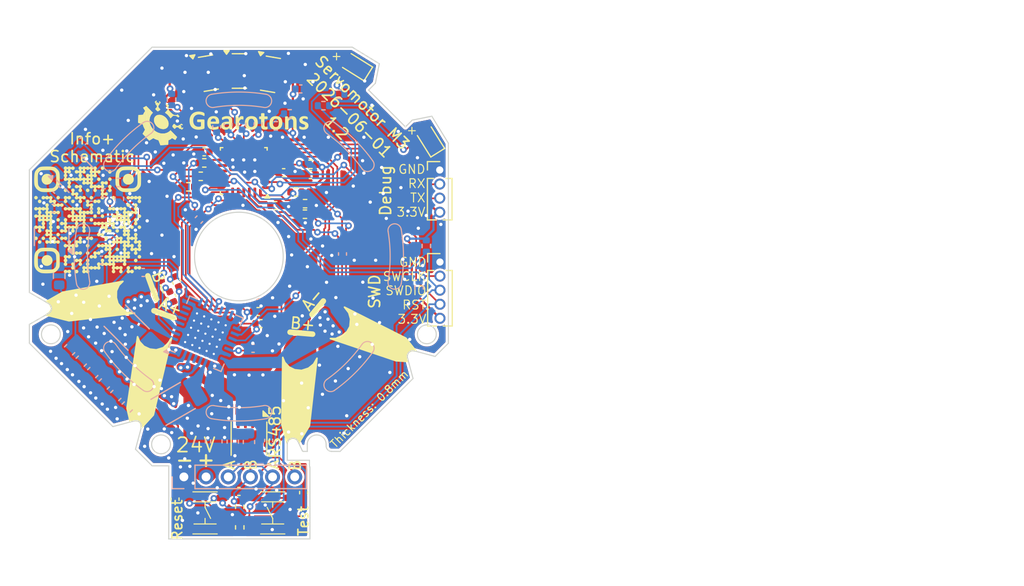
<source format=kicad_pcb>
(kicad_pcb (version 20240108) (generator "pcbnew") (generator_version "8.0")
  (title_block (title "Servo motor stepper M3") (date "2025-05-21") (rev "1.2"))
  (layers (0 "F.Cu" signal) (31 "B.Cu" signal) (34 "B.Paste" user) (35 "F.Paste" user) (36 "B.SilkS" user "B.Silkscreen") (37 "F.SilkS" user "F.Silkscreen") (38 "B.Mask" user) (39 "F.Mask" user) (44 "Edge.Cuts" user))
  (net 0 "")
  (net 1 "GND")
  (net 2 "/index/schTop/RS485_B")
  (net 3 "+24V")
  (net 4 "/index/schTop/RS485_A")
  (net 5 "+3.3V")
  (net 6 "/index/schTop/HALL1")
  (net 7 "/index/schTop/RESET")
  (net 8 "/index/schTop/HALL2")
  (net 9 "/index/schTop/HALL3")
  (net 10 "unconnected-(U1-VREF-Pad17)")
  (net 11 "Net-(U1-CP2)")
  (net 12 "/index/schTop/REF24")
  (net 13 "/index/schTop/TEMPERATURE")
  (net 14 "Net-(U1-CP1)")
  (net 15 "unconnected-(U1-VCP-Pad6)")
  (net 16 "/index/schTop/UART2 RX")
  (net 17 "/index/schTop/UART2 TX")
  (net 18 "/index/schTop/SWCLK")
  (net 19 "/index/schTop/SWDIO")
  (net 20 "unconnected-(U1-SENSE1-Pad23)")
  (net 21 "unconnected-(U1-SENSE2-Pad27)")
  (net 24 "/index/schTop/~{MENABLE}")
  (net 25 "/index/schTop/LED_GREEN")
  (net 26 "/index/schTop/LED_RED")
  (net 27 "/index/schTop/RS485_EN")
  (net 28 "/index/schTop/~{nFAULT}")
  (net 29 "/index/schTop/OVER_VOLTAGE")
  (net 30 "/index/schTop/IMCONTROL")
  (net 31 "/index/schTop/PWMOV")
  (net 32 "/index/schTop/B+")
  (net 33 "/index/schTop/STEP")
  (net 34 "/index/schTop/DIR")
  (net 35 "Net-(U3-V+)")
  (net 36 "/index/schTop/A+")
  (net 37 "/index/schTop/A-")
  (net 38 "/index/schTop/B-")
  (net 39 "/index/schTop/RS485_D")
  (net 40 "/index/schTop/RS485_R")
  (net 41 "unconnected-(D2-A-Pad2)")
  (net 42 "+5V")
  (net 44 "/index/schTop/MS1")
  (net 45 "Net-(U3--)")
  (net 46 "Net-(R8-Pad2)")
  (net 47 "/index/schTop/VIO")
  (net 48 "Net-(U3-+)")
  (net 50 "/index/schTop/MS2")
  (net 52 "Net-(U2-PB7)")
  (net 53 "Net-(D1-A)")
  (footprint "Package_DFN_QFN:QFN-28_4x4mm_P0.5mm" (layer "F.Cu") (at 149.99125 85.53 180)
    (property "Reference" "U2" (hide yes))
    (property "Value" "STM32G031G8Ux")
  )
  (footprint "servo_motor:TS3735PA-250gf" (layer "F.Cu") (at 146.5 116.4 -90)
    (property "Reference" "SW2" (hide yes))
    (property "Value" "TS3735PA-250gf")
  )
  (footprint "servo_motor:Pad_3mm_TopOnly" (layer "F.Cu") (at 140.08 96.75)
    (property "Reference" "J8" (hide yes))
    (property "Value" "Conn_01x01_Socket" (hide yes))
  )
  (footprint "Package_TO_SOT_SMD:SOT-23" (layer "F.Cu") (at 149.6 76.5)
    (property "Reference" "U7" (hide yes))
    (property "Value" "AH49HSC")
  )
  (footprint "Resistor_SMD:R_0402_1005Metric" (layer "F.Cu") (at 155.52125 88.48 180)
    (property "Reference" "R23" (hide yes))
    (property "Value" "10k")
  )
  (footprint "Package_TO_SOT_SMD:SOT-23" (layer "F.Cu") (at 146.8 76.7 9.6)
    (property "Reference" "U4" (hide yes))
    (property "Value" "AH49HSC")
  )
  (footprint "Resistor_SMD:R_0402_1005Metric" (layer "F.Cu") (at 155.51 89.43)
    (property "Reference" "R9" (hide yes))
    (property "Value" "470R")
  )
  (footprint "Capacitor_SMD:C_0402_1005Metric" (layer "F.Cu") (at 151.53 99.31)
    (property "Reference" "C1" (hide yes))
    (property "Value" "10nF" (hide yes))
  )
  (footprint "Resistor_SMD:R_0402_1005Metric" (layer "F.Cu") (at 154.7 87.42 180)
    (property "Reference" "R8" (hide yes))
    (property "Value" "1.5k")
  )
  (footprint "servo_motor:Pad_3mm_TopOnly" (layer "F.Cu") (at 141.95 100.07)
    (property "Reference" "J3" (hide yes))
    (property "Value" "Conn_01x01_Socket" (hide yes))
  )
  (footprint "Connector_PinHeader_1.27mm:PinHeader_1x05_P1.27mm_Vertical" (layer "F.Cu") (at 167.69 93.75)
    (property "Reference" "J2" (hide yes))
    (property "Value" "01x05 male P=1.27mm")
  )
  (footprint "LED_SMD:LED_0603_1608Metric" (layer "F.Cu") (at 166.7 82.62 122)
    (property "Reference" "D2" (hide yes))
    (property "Value" "MHT192UGCT")
  )
  (footprint "Connector_PinHeader_1.27mm:PinHeader_1x04_P1.27mm_Vertical" (layer "F.Cu") (at 167.67 85.440001)
    (property "Reference" "J1" (hide yes))
    (property "Value" "01x04 male P=1.27mm")
  )
  (footprint "Resistor_SMD:R_0402_1005Metric" (layer "F.Cu") (at 149.63 115.85 90)
    (property "Reference" "R2" (hide yes))
    (property "Value" "10k")
  )
  (footprint "LOGO" (layer "F.Cu") (at 135.91 89.94)
    (property "Reference" "G***" (hide yes))
    (property "Value" "LOGO" (hide yes))
  )
  (footprint "Capacitor_SMD:C_0402_1005Metric" (layer "F.Cu") (at 149.55 114.46)
    (property "Reference" "C24" (hide yes))
    (property "Value" "220pF")
  )
  (footprint "Resistor_SMD:R_0402_1005Metric" (layer "F.Cu") (at 156.01 84.93)
    (property "Reference" "R15" (hide yes))
    (property "Value" "10k")
  )
  (footprint "Package_DFN_QFN:DFN-8-1EP_3x3mm_P0.65mm_EP1.5x2.25mm" (layer "F.Cu") (at 150.4625 109.697501 -90)
    (property "Reference" "U10" (hide yes))
    (property "Value" "SIT3088E")
  )
  (footprint "servo_motor:TS3735PA-250gf" (layer "F.Cu") (at 152.6 116.4 90)
    (property "Reference" "SW1" (hide yes))
    (property "Value" "TS3735PA-250gf")
  )
  (footprint "Capacitor_SMD:C_0402_1005Metric" (layer "F.Cu") (at 151.29 98.22)
    (property "Reference" "C6" (hide yes))
    (property "Value" "1uF")
  )
  (footprint "Resistor_SMD:R_0402_1005Metric" (layer "F.Cu") (at 144.99 86.96)
    (property "Reference" "R13" (hide yes))
    (property "Value" "10k")
  )
  (footprint "Resistor_SMD:R_0402_1005Metric" (layer "F.Cu") (at 146.43 84.8 180)
    (property "Reference" "R22" (hide yes))
    (property "Value" "10k")
  )
  (footprint "Capacitor_SMD:C_0402_1005Metric" (layer "F.Cu") (at 143.79 115.16 -90)
    (property "Reference" "C29" (hide yes))
    (property "Value" "220pF")
  )
  (footprint "Capacitor_SMD:C_0402_1005Metric" (layer "F.Cu") (at 143.49 96.88 -67.5)
    (property "Reference" "C2" (hide yes))
    (property "Value" "100nF" (hide yes))
  )
  (footprint "servo_motor:Pad_3mm_TopOnly" (layer "F.Cu") (at 158.03 99.06)
    (property "Reference" "J6" (hide yes))
    (property "Value" "Conn_01x01_Socket" (hide yes))
  )
  (footprint "Capacitor_SMD:C_0402_1005Metric" (layer "F.Cu") (at 146.42 83.8 180)
    (property "Reference" "C36" (hide yes))
    (property "Value" "100nF" (hide yes))
  )
  (footprint "Capacitor_SMD:C_0402_1005Metric" (layer "F.Cu") (at 152.87 88.65)
    (property "Reference" "C21" (hide yes))
    (property "Value" "100pF")
  )
  (footprint "Capacitor_SMD:C_0402_1005Metric" (layer "F.Cu") (at 143.93 95.52 -67.5)
    (property "Reference" "C3" (hide yes))
    (property "Value" "100nF" (hide yes))
  )
  (footprint "Capacitor_SMD:C_0402_1005Metric" (layer "F.Cu") (at 153.59125 85.68)
    (property "Reference" "C37" (hide yes))
    (property "Value" "100nF" (hide yes))
  )
  (footprint "Package_TO_SOT_SMD:SOT-23" (layer "F.Cu") (at 152.4 76.8 -9.6)
    (property "Reference" "U6" (hide yes))
    (property "Value" "AH49HSC")
  )
  (footprint "LED_SMD:LED_0603_1608Metric" (layer "F.Cu") (at 159.969056 75.979055 148)
    (property "Reference" "D1" (hide yes))
    (property "Value" "KT-0603R")
  )
  (footprint "Resistor_SMD:R_0402_1005Metric" (layer "F.Cu") (at 149.63 117.71 -90)
    (property "Reference" "R17" (hide yes))
    (property "Value" "10k")
  )
  (footprint "servo_motor:Pad_3mm_TopOnly" (layer "F.Cu") (at 155.05 101.93)
    (property "Reference" "J7" (hide yes))
    (property "Value" "Conn_01x01_Socket" (hide yes))
  )
  (footprint "Capacitor_SMD:C_0402_1005Metric" (layer "F.Cu") (at 155.39 114.57 -90)
    (property "Reference" "C27" (hide yes))
    (property "Value" "220pF")
  )
  (footprint "Resistor_SMD:R_0402_1005Metric" (layer "F.Cu") (at 146.11 86.01 180)
    (property "Reference" "R25" (hide yes))
    (property "Value" "10k")
  )
  (footprint "Capacitor_SMD:C_0402_1005Metric" (layer "F.Cu") (at 156.01 85.86 180)
    (property "Reference" "C18" (hide yes))
    (property "Value" "100nF" (hide yes))
  )
  (footprint "Capacitor_SMD:C_0603_1608Metric" (layer "B.Cu") (at 139.48 106.84 -135)
    (property "Reference" "C7" (hide yes))
    (property "Value" "10uF")
  )
  (footprint "Package_TO_SOT_SMD:SOT-23-5" (layer "B.Cu") (at 132.66 91.46 90)
    (property "Reference" "U11" (hide yes))
    (property "Value" "ME6211C33M5")
  )
  (footprint "Capacitor_SMD:C_0603_1608Metric" (layer "B.Cu") (at 138.45 105.8 -135)
    (property "Reference" "C14" (hide yes))
    (property "Value" "10uF")
  )
  (footprint "Resistor_SMD:R_0402_1005Metric" (layer "B.Cu") (at 152.88 81.45)
    (property "Reference" "R29" (hide yes))
    (property "Value" "4.7k")
  )
  (footprint "Capacitor_SMD:C_0603_1608Metric" (layer "B.Cu") (at 149 109.97 -90)
    (property "Reference" "C16" (hide yes))
    (property "Value" "10uF")
  )
  (footprint "Resistor_SMD:R_0402_1005Metric" (layer "B.Cu") (at 165.81 96.04 90)
    (property "Reference" "R4" (hide yes))
    (property "Value" "10k")
  )
  (footprint "Resistor_SMD:R_2010_5025Metric" (layer "B.Cu") (at 139.43 99.67 -45)
    (property "Reference" "R3" (hide yes))
    (property "Value" "150m")
  )
  (footprint "Capacitor_SMD:C_0402_1005Metric" (layer "B.Cu") (at 151.41 97.43 -157.5)
    (property "Reference" "C32" (hide yes))
    (property "Value" "220pF")
  )
  (footprint "Capacitor_SMD:C_0402_1005Metric" (layer "B.Cu") (at 158.9 93.02 -90)
    (property "Reference" "C25" (hide yes))
    (property "Value" "220pF")
  )
  (footprint "Resistor_SMD:R_0402_1005Metric" (layer "B.Cu") (at 157.18 79.63)
    (property "Reference" "R11" (hide yes))
    (property "Value" "470R")
  )
  (footprint "Capacitor_SMD:C_0402_1005Metric" (layer "B.Cu") (at 133.1 87.21 -45)
    (property "Reference" "C30" (hide yes))
    (property "Value" "100pF")
  )
  (footprint "Resistor_SMD:R_0402_1005Metric" (layer "B.Cu") (at 143.48 79.08 90)
    (property "Reference" "R6" (hide yes))
    (property "Value" "10k")
  )
  (footprint "Resistor_SMD:R_0402_1005Metric" (layer "B.Cu") (at 166.46 92.3 90)
    (property "Reference" "R5" (hide yes))
    (property "Value" "10k")
  )
  (footprint "Capacitor_SMD:C_0402_1005Metric" (layer "B.Cu") (at 152.24 109.86 -90)
    (property "Reference" "C35" (hide yes))
    (property "Value" "10uF" (hide yes))
  )
  (footprint "Capacitor_SMD:C_0402_1005Metric" (layer "B.Cu") (at 132.81 88.9 180)
    (property "Reference" "C5" (hide yes))
    (property "Value" "10uF")
  )
  (footprint "Capacitor_SMD:C_0402_1005Metric" (layer "B.Cu") (at 136.24 88.62)
    (property "Reference" "C22" (hide yes))
    (property "Value" "10uF")
  )
  (footprint "Package_TO_SOT_SMD:SOT-23-5" (layer "B.Cu") (at 134.76 85.8 -45)
    (property "Reference" "U3" (hide yes))
    (property "Value" "LM321")
  )
  (footprint "Resistor_SMD:R_0402_1005Metric" (layer "B.Cu") (at 137.34 87.52)
    (property "Reference" "R7" (hide yes))
    (property "Value" "470R")
  )
  (footprint "Capacitor_SMD:C_0402_1005Metric" (layer "B.Cu") (at 135.54 82.79 45)
    (property "Reference" "C28" (hide yes))
    (property "Value" "1uF" (hide yes))
  )
  (footprint "Capacitor_SMD:C_0402_1005Metric" (layer "B.Cu") (at 151.29125 81.28 90)
    (property "Reference" "C41" (hide yes))
    (property "Value" "100nF" (hide yes))
  )
  (footprint "Connector_PinSocket_2.00mm:PinSocket_1x06_P2.00mm_Vertical" (layer "B.Cu") (at 144.59 113.15 -90)
    (property "Reference" "J4" (hide yes))
    (property "Value" "Conn_01x06_Socket")
  )
  (footprint "Resistor_SMD:R_0603_1608Metric" (layer "B.Cu") (at 133.34 94.99 90)
    (property "Reference" "R27" (hide yes))
    (property "Value" "18k")
  )
  (footprint "Capacitor_SMD:C_0603_1608Metric" (layer "B.Cu") (at 150.46 110 -90)
    (property "Reference" "C12" (hide yes))
    (property "Value" "10uF")
  )
  (footprint "Resistor_SMD:R_0402_1005Metric" (layer "B.Cu") (at 138.7 86.57 180)
    (property "Reference" "R24" (hide yes))
    (property "Value" "10k")
  )
  (footprint "Capacitor_SMD:C_0402_1005Metric" (layer "B.Cu") (at 149.83 81.32 90)
    (property "Reference" "C17" (hide yes))
    (property "Value" "1nF")
  )
  (footprint "Capacitor_SMD:C_0402_1005Metric" (layer "B.Cu") (at 155.13 78.12)
    (property "Reference" "C9" (hide yes))
    (property "Value" "10uF")
  )
  (footprint "Resistor_SMD:R_2010_5025Metric" (layer "B.Cu") (at 143.62 106.56 30)
    (property "Reference" "R1" (hide yes))
    (property "Value" "150m")
  )
  (footprint "Resistor_SMD:R_0402_1005Metric" (layer "B.Cu") (at 158.56 78.6)
    (property "Reference" "R12" (hide yes))
    (property "Value" "470R")
  )
  (footprint "Resistor_SMD:R_0402_1005Metric" (layer "B.Cu") (at 138.77 88.04 -90)
    (property "Reference" "R26" (hide yes))
    (property "Value" "1.5k")
  )
  (footprint "Package_DFN_QFN:QFN-28-1EP_5x5mm_P0.5mm_EP3.75x3.75mm_ThermalVias" (layer "B.Cu") (at 146.53 100.22 -22.5)
    (property "Reference" "U1" (hide yes))
    (property "Value" "ATD5833")
  )
  (footprint "Capacitor_SMD:C_0603_1608Metric" (layer "B.Cu") (at 136.37 103.73 -135)
    (property "Reference" "C15" (hide yes))
    (property "Value" "10uF")
  )
  (footprint "Resistor_SMD:R_0402_1005Metric" (layer "B.Cu") (at 154.13 80.37)
    (property "Reference" "TH1" (hide yes))
    (property "Value" "100k 1% NTC")
  )
  (footprint "Capacitor_SMD:C_0603_1608Metric" (layer "B.Cu") (at 146.02 109.94 -90)
    (property "Reference" "C8" (hide yes))
    (property "Value" "10uF")
  )
  (footprint "Capacitor_SMD:C_0402_1005Metric" (layer "B.Cu") (at 137.16 93.58 180)
    (property "Reference" "C4" (hide yes))
    (property "Value" "4.7uF")
  )
  (footprint "Capacitor_SMD:C_0603_1608Metric" (layer "B.Cu") (at 147.52 109.94 -90)
    (property "Reference" "C13" (hide yes))
    (property "Value" "10uF")
  )
  (footprint "Capacitor_SMD:C_0402_1005Metric" (layer "B.Cu") (at 148.58 81.34 90)
    (property "Reference" "C20" (hide yes))
    (property "Value" "1nF" (hide yes))
  )
  (footprint "Capacitor_SMD:C_0402_1005Metric" (layer "B.Cu") (at 140.92 94.69 180)
    (property "Reference" "C31" (hide yes))
    (property "Value" "220pF")
  )
  (footprint "Capacitor_SMD:C_0603_1608Metric" (layer "B.Cu") (at 135.33 102.7 -135)
    (property "Reference" "C10" (hide yes))
    (property "Value" "10uF")
  )
  (footprint "Capacitor_SMD:C_0603_1608Metric" (layer "B.Cu") (at 134.28 101.67 -135)
    (property "Reference" "C11" (hide yes))
    (property "Value" "10uF")
  )
  (footprint "Capacitor_SMD:C_0402_1005Metric" (layer "B.Cu") (at 145.95 89.92 -135)
    (property "Reference" "C26" (hide yes))
    (property "Value" "220pF")
  )
  (footprint "Capacitor_SMD:C_0402_1005Metric" (layer "B.Cu") (at 147.55 81.54 90)
    (property "Reference" "C23" (hide yes))
    (property "Value" "1nF")
  )
  (footprint "Capacitor_SMD:C_0603_1608Metric" (layer "B.Cu") (at 137.41 104.76 -135)
    (property "Reference" "C19" (hide yes))
    (property "Value" "10uF")
  )
  (footprint "Capacitor_SMD:C_0402_1005Metric" (layer "B.Cu") (at 150.83 101.54 180)
    (property "Reference" "C33" (hide yes))
    (property "Value" "220pF")
  )
  (gr_arc (start 141.623335 104.362643) (mid 141.763365 105.199522) (end 140.926491 105.339582) (stroke (width 0.1)) (layer "B.SilkS"))
  (gr_arc (start 138.437253 85.323371) (mid 139.897916 83.597952) (end 141.623335 82.13729) (stroke (width 0.1)) (layer "B.SilkS"))
  (gr_arc (start 161.639545 101.873405) (mid 160.050467 103.750503) (end 158.173369 105.339582) (stroke (width 0.1)) (layer "B.SilkS"))
  (gr_arc (start 140.926491 105.339582) (mid 139.049394 103.750502) (end 137.460314 101.873405) (stroke (width 0.1)) (layer "B.SilkS"))
  (gr_arc (start 134.903589 90.799009) (mid 135.594402 90.306191) (end 136.087131 90.997067) (stroke (width 0.1)) (layer "B.SilkS"))
  (gr_arc (start 137.460314 84.626528) (mid 139.049404 82.749441) (end 140.926491 81.160351) (stroke (width 0.1)) (layer "B.SilkS"))
  (gr_arc (start 158.173369 81.160351) (mid 160.050459 82.749438) (end 161.639545 84.626528) (stroke (width 0.1)) (layer "B.SilkS"))
  (gr_arc (start 163.012728 90.997067) (mid 163.505463 90.306224) (end 164.196271 90.799009) (stroke (width 0.1)) (layer "B.SilkS"))
  (gr_arc (start 147.29703 79.787168) (mid 149.54993 79.599966) (end 151.80283 79.787168) (stroke (width 0.1)) (layer "B.SilkS"))
  (gr_arc (start 160.662607 101.176562) (mid 159.201932 102.901968) (end 157.476525 104.362643) (stroke (width 0.1)) (layer "B.SilkS"))
  (gr_arc (start 158.173369 105.339582) (mid 157.336441 105.199561) (end 157.476525 104.362643) (stroke (width 0.1)) (layer "B.SilkS"))
  (gr_arc (start 151.80283 106.712765) (mid 149.54993 106.899966) (end 147.29703 106.712765) (stroke (width 0.1)) (layer "B.SilkS"))
  (gr_arc (start 136.087131 95.502866) (mid 135.594384 96.193639) (end 134.903589 95.700923) (stroke (width 0.1)) (layer "B.SilkS"))
  (gr_arc (start 152.000887 107.896308) (mid 149.54993 108.099966) (end 147.098973 107.896308) (stroke (width 0.1)) (layer "B.SilkS"))
  (gr_arc (start 152.000887 78.603625) (mid 152.493668 79.294432) (end 151.80283 79.787168) (stroke (width 0.1)) (layer "B.SilkS"))
  (gr_arc (start 157.476525 82.13729) (mid 159.201937 83.597959) (end 160.662607 85.323371) (stroke (width 0.1)) (layer "B.SilkS"))
  (gr_arc (start 147.098973 78.603625) (mid 149.54993 78.399966) (end 152.000887 78.603625) (stroke (width 0.1)) (layer "B.SilkS"))
  (gr_arc (start 140.926491 81.160351) (mid 141.763365 81.300412) (end 141.623335 82.13729) (stroke (width 0.1)) (layer "B.SilkS"))
  (gr_arc (start 157.476525 82.13729) (mid 157.336445 81.300375) (end 158.173369 81.160351) (stroke (width 0.1)) (layer "B.SilkS"))
  (gr_arc (start 134.903589 95.700923) (mid 134.699936 93.249966) (end 134.903589 90.799009) (stroke (width 0.1)) (layer "B.SilkS"))
  (gr_arc (start 151.80283 106.712765) (mid 152.493648 107.205505) (end 152.000887 107.896308) (stroke (width 0.1)) (layer "B.SilkS"))
  (gr_arc (start 163.012728 90.997067) (mid 163.199941 93.249966) (end 163.012728 95.502866) (stroke (width 0.1)) (layer "B.SilkS"))
  (gr_arc (start 137.460314 101.873405) (mid 137.600373 101.03653) (end 138.437253 101.176562) (stroke (width 0.1)) (layer "B.SilkS"))
  (gr_arc (start 164.196271 95.700923) (mid 163.505468 96.193675) (end 163.012728 95.502866) (stroke (width 0.1)) (layer "B.SilkS"))
  (gr_arc (start 161.639545 84.626528) (mid 161.499535 85.463471) (end 160.662607 85.323371) (stroke (width 0.1)) (layer "B.SilkS"))
  (gr_arc (start 160.662607 101.176562) (mid 161.499514 101.03649) (end 161.639545 101.873405) (stroke (width 0.1)) (layer "B.SilkS"))
  (gr_arc (start 164.196271 90.799009) (mid 164.399936 93.249966) (end 164.196271 95.700923) (stroke (width 0.1)) (layer "B.SilkS"))
  (gr_arc (start 147.29703 79.787168) (mid 146.606231 79.294425) (end 147.098973 78.603625) (stroke (width 0.1)) (layer "B.SilkS"))
  (gr_arc (start 136.087131 95.502866) (mid 135.899937 93.249966) (end 136.087131 90.997067) (stroke (width 0.1)) (layer "B.SilkS"))
  (gr_arc (start 138.437253 85.323371) (mid 137.600383 85.46339) (end 137.460314 84.626528) (stroke (width 0.1)) (layer "B.SilkS"))
  (gr_arc (start 147.098973 107.896308) (mid 146.606187 107.2055) (end 147.29703 106.712765) (stroke (width 0.1)) (layer "B.SilkS"))
  (gr_arc (start 141.623335 104.362643) (mid 139.897915 102.901982) (end 138.437253 101.176562) (stroke (width 0.1)) (layer "B.SilkS"))
  (gr_line (start 142.297751 79.613529) (end 142.357722 79.548621) (stroke (width 0.026105)) (layer "F.SilkS"))
  (gr_line (start 140.874643 82.172583) (end 141.470131 82.776538) (stroke (width 0.026105)) (layer "F.SilkS"))
  (gr_line (start 142.467788 79.319311) (end 142.458617 79.305907) (stroke (width 0.026105)) (layer "F.SilkS"))
  (gr_poly (pts (xy 142.412045 79.255805) (xy 142.458612 79.3059) (xy 142.472725 79.329891) (xy 142.476956 79.357407) (xy 142.470608 79.384925) (xy 142.45438 79.4068) (xy 142.399346 79.342596) (xy 142.390881 79.327077) (xy 142.365485 79.298852) (xy 142.357015 79.281214) (xy 142.357014 79.281208) (xy 142.361245 79.262159) (xy 142.375361 79.248753) (xy 142.395114 79.246633)) (fill solid) (layer "F.SilkS"))
  (gr_poly (pts (xy 144.389011 81.681514) (xy 144.396067 81.685039) (xy 144.407357 81.775355) (xy 144.387602 81.773939) (xy 144.369967 81.764065) (xy 144.353733 81.646941)) (fill solid) (layer "F.SilkS"))
  (gr_poly (pts (xy 143.201561 79.978311) (xy 143.229082 80.043928) (xy 143.266475 80.103898) (xy 143.313042 80.157521) (xy 143.540936 80.377654) (xy 143.38783 80.760061) (xy 143.361017 80.723371) (xy 143.32574 80.67469) (xy 143.29117 80.626709) (xy 143.258009 80.590018) (xy 143.217086 80.544159) (xy 143.186041 79.909179)) (fill solid) (layer "F.SilkS"))
  (gr_line (start 141.66557 80.397402) (end 141.639467 80.432681) (stroke (width 0.026105)) (layer "F.SilkS"))
  (gr_line (start 142.405696 82.124598) (end 142.45297 82.13589) (stroke (width 0.026105)) (layer "F.SilkS"))
  (gr_line (start 142.454381 79.406805) (end 142.476254 79.365173) (stroke (width 0.026105)) (layer "F.SilkS"))
  (gr_poly (pts (xy 142.316098 79.81179) (xy 142.43251 79.949375) (xy 142.441679 79.96631) (xy 142.443094 79.985364) (xy 142.436742 80.003706) (xy 142.424045 80.017815) (xy 142.29775 79.783569) (xy 142.297749 79.783569)) (fill solid) (layer "F.SilkS"))
  (gr_line (start 141.752354 80.298629) (end 141.722016 80.329673) (stroke (width 0.026105)) (layer "F.SilkS"))
  (gr_line (start 143.540938 80.37765) (end 143.313045 80.157514) (stroke (width 0.026105)) (layer "F.SilkS"))
  (gr_line (start 142.315921 79.811613) (end 142.316098 79.81179) (stroke (width 0.026105)) (layer "F.SilkS"))
  (gr_line (start 143.088682 82.076624) (end 143.129601 82.057575) (stroke (width 0.026105)) (layer "F.SilkS"))
  (gr_line (start 142.369008 79.485826) (end 142.454381 79.406806) (stroke (width 0.026105)) (layer "F.SilkS"))
  (gr_line (start 142.978609 79.573312) (end 143.059749 79.684794) (stroke (width 0.026105)) (layer "F.SilkS"))
  (gr_poly (pts (xy 142.039515 79.961371) (xy 142.028934 79.944436) (xy 142.025412 79.923976) (xy 142.029637 79.904219) (xy 142.029635 79.90422) (xy 142.041632 79.88799)) (fill solid) (layer "F.SilkS"))
  (gr_line (start 142.632892 81.729497) (end 142.677338 81.73373) (stroke (width 0.026105)) (layer "F.SilkS"))
  (gr_line (start 143.713799 80.472903) (end 143.749781 80.479956) (stroke (width 0.026105)) (layer "F.SilkS"))
  (gr_line (start 141.853247 81.810631) (end 141.889236 81.844495) (stroke (width 0.026105)) (layer "F.SilkS"))
  (gr_line (start 143.715916 81.692098) (end 143.758249 81.707618) (stroke (width 0.026105)) (layer "F.SilkS"))
  (gr_line (start 142.006356 81.937625) (end 142.047981 81.965852) (stroke (width 0.026105)) (layer "F.SilkS"))
  (gr_poly (pts (xy 143.083736 79.483718) (xy 143.104199 79.499232) (xy 143.106312 79.77934) (xy 143.087265 79.729952) (xy 143.059749 79.684794) (xy 143.034351 79.482303) (xy 143.059044 79.478067)) (fill solid) (layer "F.SilkS"))
  (gr_line (start 142.357722 79.548621) (end 142.361955 79.519694) (stroke (width 0.026105)) (layer "F.SilkS"))
  (gr_line (start 141.751649 81.699856) (end 141.784104 81.737952) (stroke (width 0.026105)) (layer "F.SilkS"))
  (gr_line (start 143.922639 80.568855) (end 143.876079 80.551218) (stroke (width 0.026105)) (layer "F.SilkS"))
  (gr_line (start 144.390427 81.361897) (end 144.35021 81.356254) (stroke (width 0.026105)) (layer "F.SilkS"))
  (gr_poly (pts (xy 141.192849 79.668568) (xy 141.192847 79.668563) (xy 141.192851 79.668561)) (fill solid) (layer "F.SilkS"))
  (gr_line (start 143.186042 79.681971) (end 143.163465 79.724307) (stroke (width 0.026105)) (layer "F.SilkS"))
  (gr_poly (pts (xy 144.341746 81.362604) (xy 144.341742 81.362603) (xy 144.300113 81.404231) (xy 144.31211 81.296277) (xy 144.33469 81.280053) (xy 144.362205 81.274406)) (fill solid) (layer "F.SilkS"))
  (gr_line (start 142.072678 79.296028) (end 142.071972 79.317901) (stroke (width 0.026105)) (layer "F.SilkS"))
  (gr_line (start 142.058565 80.569568) (end 142.030343 80.59496) (stroke (width 0.026105)) (layer "F.SilkS"))
  (gr_poly (pts (xy 141.102538 80.108832) (xy 140.921917 79.813914) (xy 141.192847 79.668563)) (fill solid) (layer "F.SilkS"))
  (gr_poly (pts (xy 144.357971 81.548874) (xy 144.357264 81.578506) (xy 144.348092 81.607434) (xy 144.343858 81.620835) (xy 144.348798 81.520648)) (fill solid) (layer "F.SilkS"))
  (gr_line (start 143.024471 81.643417) (end 143.054106 81.619427) (stroke (width 0.026105)) (layer "F.SilkS"))
  (gr_poly (pts (xy 142.172863 79.352474) (xy 142.166515 79.729944) (xy 142.166512 79.667151) (xy 142.162991 79.643165) (xy 142.153817 79.620581) (xy 142.144645 79.361643) (xy 142.172863 79.352469)) (fill solid) (layer "F.SilkS"))
  (gr_poly (pts (xy 142.072678 79.296028) (xy 142.068439 79.303084) (xy 142.068443 79.310847) (xy 142.053628 79.420204) (xy 141.997887 79.262162) (xy 142.083258 79.197251)) (fill solid) (layer "F.SilkS"))
  (gr_poly (pts (xy 143.967799 82.465382) (xy 143.815401 82.721501) (xy 143.520477 82.545816) (xy 143.416761 82.632602) (xy 143.294696 82.705276) (xy 143.183928 82.74831) (xy 143.2058 82.013828) (xy 143.298935 81.945391) (xy 143.38219 81.86566)) (fill solid) (layer "F.SilkS"))
  (gr_line (start 141.997888 79.262163) (end 141.977427 79.302383) (stroke (width 0.026105)) (layer "F.SilkS"))
  (gr_line (start 142.066328 81.38307) (end 142.097373 81.421169) (stroke (width 0.026105)) (layer "F.SilkS"))
  (gr_poly (pts (xy 144.341746 81.362604) (xy 144.341742 81.362603) (xy 144.300113 81.404231) (xy 144.31211 81.296277) (xy 144.33469 81.280053) (xy 144.362205 81.274406)) (fill solid) (layer "F.SilkS"))
  (gr_poly (pts (xy 142.446619 80.468666) (xy 142.541164 80.485601) (xy 142.636417 80.515936) (xy 142.728842 80.558975) (xy 142.818448 80.613308) (xy 142.901702 80.677507) (xy 142.977199 80.751593) (xy 143.044227 80.832732) (xy 143.100669 80.919514) (xy 143.145118 81.009826) (xy 143.17687 81.102256) (xy 143.195214 81.194681) (xy 143.200154 81.285697) (xy 143.190986 81.371778) (xy 143.168402 81.452915) (xy 143.132418 81.526291) (xy 143.132418 81.526306) (xy 143.083733 81.590514) (xy 143.023762 81.644139) (xy 142.95391 81.686467) (xy 142.875595 81.716099) (xy 142.790229 81.732325) (xy 142.699206 81.735143) (xy 142.605371 81.724563) (xy 142.510824 81.701278) (xy 142.416279 81.66459) (xy 142.325264 81.615902) (xy 142.238481 81.555928) (xy 142.158755 81.486789) (xy 142.087489 81.409179) (xy 142.025401 81.325218) (xy 141.975307 81.236316) (xy 141.937207 81.144593) (xy 141.911808 81.05146) (xy 141.899813 80.959742) (xy 141.902635 80.870839) (xy 141.918158 80.786881) (xy 141.947791 80.709972) (xy 141.990126 80.640827) (xy 142.044453 80.582267) (xy 142.109365 80.53358) (xy 142.184155 80.497599) (xy 142.265996 80.475021) (xy 142.354191 80.465141)) (fill solid) (layer "F.SilkS"))
  (gr_line (start 143.566337 81.524881) (end 143.5868 81.55804) (stroke (width 0.026105)) (layer "F.SilkS"))
  (gr_line (start 143.211446 80.005118) (end 143.232608 80.05027) (stroke (width 0.026105)) (layer "F.SilkS"))
  (gr_poly (pts (xy 142.286456 79.752525) (xy 142.297749 79.783569) (xy 142.424041 80.017814) (xy 142.295632 80.106715) (xy 142.271644 80.118706) (xy 142.282229 79.719362)) (fill solid) (layer "F.SilkS"))
  (gr_line (start 143.21356 79.621999) (end 143.2058 79.609298) (stroke (width 0.026105)) (layer "F.SilkS"))
  (gr_line (start 141.005173 80.271817) (end 140.974127 80.32332) (stroke (width 0.026105)) (layer "F.SilkS"))
  (gr_line (start 141.93227 81.130483) (end 141.947793 81.173519) (stroke (width 0.026105)) (layer "F.SilkS"))
  (gr_poly (pts (xy 144.151948 80.565333) (xy 144.151947 80.565321) (xy 144.161828 80.585081) (xy 144.161828 80.606952) (xy 144.15054 80.626711) (xy 144.109619 80.668343) (xy 144.096915 80.676101) (xy 144.082803 80.677515) (xy 144.069398 80.671869) (xy 144.041882 80.444681)) (fill solid) (layer "F.SilkS"))
  (gr_line (start 142.323856 81.615197) (end 142.366188 81.639186) (stroke (width 0.026105)) (layer "F.SilkS"))
  (gr_line (start 143.157116 83.15401) (end 143.183924 82.748313) (stroke (width 0.026105)) (layer "F.SilkS"))
  (gr_poly (pts (xy 143.183928 82.74831) (xy 143.183924 82.748313) (xy 143.183928 82.74831)) (fill solid) (layer "F.SilkS"))
  (gr_line (start 142.090315 81.991957) (end 142.133358 82.016652) (stroke (width 0.026105)) (layer "F.SilkS"))
  (gr_poly (pts (xy 143.586096 80.415044) (xy 143.636897 80.445385) (xy 143.590329 80.553339) (xy 143.590322 80.553331) (xy 143.387831 80.760058) (xy 143.540938 80.37765)) (fill solid) (layer "F.SilkS"))
  (gr_line (start 144.042586 81.575679) (end 143.95157 81.572858) (stroke (width 0.026105)) (layer "F.SilkS"))
  (gr_poly (pts (xy 144.330453 81.495957) (xy 144.348798 81.520648) (xy 144.343858 81.620835) (xy 144.345979 81.634951) (xy 144.353733 81.646941) (xy 144.353734 81.646951) (xy 144.369963 81.764071) (xy 144.30082 81.467031)) (fill solid) (layer "F.SilkS"))
  (gr_line (start 144.369967 81.764065) (end 144.286709 81.69633) (stroke (width 0.026105)) (layer "F.SilkS"))
  (gr_poly (pts (xy 147.290716 80.57283) (xy 147.323114 80.574742) (xy 147.338843 80.576178) (xy 147.354259 80.577923) (xy 147.369357 80.57999) (xy 147.384147 80.58237) (xy 147.398621 80.585064) (xy 147.412783 80.588076) (xy 147.426622 80.5914) (xy 147.440148 80.595036) (xy 147.453354 80.598984) (xy 147.466247 80.603248) (xy 147.478815 80.607819) (xy 147.491067 80.612704) (xy 147.503101 80.617903) (xy 147.514864 80.623347) (xy 147.526354 80.629027) (xy 147.537571 80.634952) (xy 147.54851 80.641122) (xy 147.559182 80.64754) (xy 147.569575 80.654195) (xy 147.579694 80.6611) (xy 147.589532 80.668245) (xy 147.5991 80.675636) (xy 147.608385 80.683276) (xy 147.617395 80.691155) (xy 147.626129 80.699283) (xy 147.634581 80.707661) (xy 147.642753 80.716283) (xy 147.650644 80.725154) (xy 147.658343 80.734169) (xy 147.665777 80.743396) (xy 147.672954 80.752831) (xy 147.679869 80.762479) (xy 147.686519 80.772332) (xy 147.692907 80.782397) (xy 147.699033 80.79267) (xy 147.704903 80.803159) (xy 147.710509 80.813853) (xy 147.715853 80.824761) (xy 147.720935 80.835879) (xy 147.725752 80.847208) (xy 147.730312 80.85875) (xy 147.734612 80.870505) (xy 147.738648 80.882469) (xy 147.742422 80.894649) (xy 147.749396 80.919337) (xy 147.755444 80.944567) (xy 147.760559 80.970332) (xy 147.764744 80.996633) (xy 147.768003 81.023467) (xy 147.770327 81.050832) (xy 147.771721 81.078727) (xy 147.772185 81.107142) (xy 147.772185 81.155925) (xy 147.772083 81.162939) (xy 147.771797 81.169722) (xy 147.771314 81.176273) (xy 147.770634 81.18259) (xy 147.769761 81.188675) (xy 147.768696 81.194529) (xy 147.767438 81.20015) (xy 147.76598 81.205537) (xy 147.764334 81.210691) (xy 147.762495 81.215612) (xy 147.76046 81.220302) (xy 147.758229 81.224761) (xy 147.75581 81.228985) (xy 147.753194 81.232977) (xy 147.750381 81.236733) (xy 147.747379 81.240262) (xy 147.744203 81.243491) (xy 147.740869 81.246501) (xy 147.737379 81.249306) (xy 147.733739 81.251895) (xy 147.729937 81.254276) (xy 147.725986 81.256443) (xy 147.721877 81.258405) (xy 147.717617 81.260157) (xy 147.713196 81.2617) (xy 147.708625 81.263035) (xy 147.703895 81.264164) (xy 147.699011 81.265085) (xy 147.693971 81.265799) (xy 147.688777 81.266312) (xy 147.683429 81.266618) (xy 147.677928 81.266723) (xy 147.013163 81.266717) (xy 147.013417 81.283891) (xy 147.014175 81.300672) (xy 147.015451 81.317066) (xy 147.017245 81.333073) (xy 147.01956 81.348695) (xy 147.022406 81.363922) (xy 147.025782 81.378767) (xy 147.029698 81.393225) (xy 147.031825 81.400289) (xy 147.034104 81.407214) (xy 147.036536 81.414009) (xy 147.039116 81.420665) (xy 147.041846 81.427183) (xy 147.044726 81.433571) (xy 147.047755 81.439823) (xy 147.050937 81.445932) (xy 147.054267 81.451914) (xy 147.057747 81.457756) (xy 147.061379 81.46346) (xy 147.065161 81.469034) (xy 147.069094 81.474473) (xy 147.073174 81.479769) (xy 147.077404 81.484935) (xy 147.081788 81.489963) (xy 147.086404 81.494854) (xy 147.091187 81.499603) (xy 147.096132 81.504211) (xy 147.101241 81.508678) (xy 147.106513 81.513004) (xy 147.111951 81.517188) (xy 147.117551 81.521229) (xy 147.123311 81.525128) (xy 147.129233 81.528882) (xy 147.135321 81.532496) (xy 147.141567 81.535967) (xy 147.147977 81.539293) (xy 147.154545 81.542473) (xy 147.161276 81.545507) (xy 147.168167 81.5484) (xy 147.175218 81.551148) (xy 147.182437 81.553662) (xy 147.18983 81.556012) (xy 147.197397 81.558198) (xy 147.205138 81.560218) (xy 147.213057 81.562081) (xy 147.221147 81.563775) (xy 147.229411 81.565307) (xy 147.237851 81.566679) (xy 147.246465 81.567883) (xy 147.255253 81.568929) (xy 147.264214 81.569815) (xy 147.273353 81.570534) (xy 147.282664 81.571098) (xy 147.292148 81.5715) (xy 147.311649 81.57182) (xy 147.331568 81.571641) (xy 147.350872 81.571116) (xy 147.369558 81.570227) (xy 147.387637 81.568975) (xy 147.405101 81.567356) (xy 147.421956 81.565365) (xy 147.43821 81.562998) (xy 147.453858 81.560243) (xy 147.483389 81.55396) (xy 147.49739 81.550745) (xy 147.510883 81.547478) (xy 147.523863 81.544155) (xy 147.536322 81.540766) (xy 147.548271 81.53731) (xy 147.559697 81.533784) (xy 147.581084 81.526959) (xy 147.600619 81.520425) (xy 147.618292 81.514162) (xy 147.634106 81.508156) (xy 147.641367 81.50546) (xy 147.648253 81.503118) (xy 147.654784 81.50113) (xy 147.660952 81.499497) (xy 147.666761 81.498223) (xy 147.669531 81.497723) (xy 147.672214 81.497312) (xy 147.674809 81.496988) (xy 147.677316 81.496762) (xy 147.679729 81.496624) (xy 147.682063 81.496576) (xy 147.683373 81.496594) (xy 147.684658 81.496656) (xy 147.685928 81.496753) (xy 147.687171 81.496888) (xy 147.688396 81.497061) (xy 147.689597 81.497274) (xy 147.690777 81.497527) (xy 147.691932 81.497818) (xy 147.693061 81.498146) (xy 147.694171 81.498514) (xy 147.695252 81.498919) (xy 147.696306 81.499369) (xy 147.69733 81.499854) (xy 147.698334 81.500377) (xy 147.699306 81.500936) (xy 147.700252 81.501541) (xy 147.701171 81.502104) (xy 147.702071 81.502721) (xy 147.702955 81.503383) (xy 147.703815 81.504097) (xy 147.704659 81.504858) (xy 147.705484 81.505669) (xy 147.706287 81.506524) (xy 147.707072 81.507429) (xy 147.707836 81.508384) (xy 147.708583 81.509385) (xy 147.709312 81.510438) (xy 147.710019 81.51154) (xy 147.710705 81.512683) (xy 147.711374 81.513882) (xy 147.712024 81.515128) (xy 147.712654 81.516419) (xy 147.713259 81.517817) (xy 147.713836 81.519286) (xy 147.714386 81.52084) (xy 147.714906 81.522464) (xy 147.715405 81.524166) (xy 147.715874 81.525946) (xy 147.716318 81.527797) (xy 147.716736 81.529728) (xy 147.71713 81.531729) (xy 147.7175 81.533811) (xy 147.718178 81.538193) (xy 147.718765 81.542871) (xy 147.719269 81.54784) (xy 147.719635 81.552975) (xy 147.719962 81.558455) (xy 147.720484 81.57042) (xy 147.720807 81.583712) (xy 147.720922 81.598277) (xy 147.720806 81.611411) (xy 147.720484 81.623519) (xy 147.719964 81.634581) (xy 147.719268 81.644578) (xy 147.719015 81.649288) (xy 147.718721 81.653802) (xy 147.718388 81.658121) (xy 147.718003 81.662253) (xy 147.717573 81.666186) (xy 147.717087 81.669923) (xy 147.716551 81.673472) (xy 147.715961 81.676822) (xy 147.715304 81.6801) (xy 147.714566 81.683262) (xy 147.71375 81.68631) (xy 147.712861 81.689251) (xy 147.711894 81.692088) (xy 147.710846 81.694818) (xy 147.709724 81.697445) (xy 147.708519 81.699974) (xy 147.707885 81.701133) (xy 147.707224 81.702282) (xy 147.706535 81.70342) (xy 147.705814 81.704551) (xy 147.705073 81.70567) (xy 147.704299 81.706778) (xy 147.703502 81.707881) (xy 147.702681 81.708967) (xy 147.701834 81.710048) (xy 147.700966 81.711119) (xy 147.699161 81.713232) (xy 147.697268 81.715304) (xy 147.695294 81.717339) (xy 147.694251 81.718408) (xy 147.692988 81.719532) (xy 147.691501 81.720695) (xy 147.689795 81.721914) (xy 147.687868 81.723181) (xy 147.685723 81.724501) (xy 147.683356 81.725869) (xy 147.680773 81.727285) (xy 147.677965 81.728754) (xy 147.674945 81.730278) (xy 147.671712 81.731846) (xy 147.66826 81.73347) (xy 147.664592 81.735149) (xy 147.660706 81.736878) (xy 147.652297 81.74049) (xy 147.643073 81.744199) (xy 147.633231 81.747886) (xy 147.622773 81.751552) (xy 147.611707 81.755193) (xy 147.600024 81.758802) (xy 147.587738 81.762378) (xy 147.574844 81.76592) (xy 147.561348 81.769428) (xy 147.547443 81.772861) (xy 147.533017 81.776169) (xy 147.518074 81.779359) (xy 147.502618 81.782425) (xy 147.486642 81.785367) (xy 147.470162 81.788179) (xy 147.453166 81.790858) (xy 147.435672 81.793404) (xy 147.417694 81.795886) (xy 147.399428 81.798054) (xy 147.380866 81.799895) (xy 147.362004 81.801418) (xy 147.342843 81.802605) (xy 147.323378 81.803464) (xy 147.303611 81.803981) (xy 147.283533 81.804155) (xy 147.247667 81.803585) (xy 147.212919 81.801871) (xy 147.179296 81.79902) (xy 147.1468 81.795033) (xy 147.115426 81.789915) (xy 147.085176 81.783661) (xy 147.056051 81.776283) (xy 147.028044 81.767774) (xy 147.014542 81.762977) (xy 147.001313 81.757891) (xy 146.988365 81.752517) (xy 146.975688 81.746845) (xy 146.963292 81.740886) (xy 146.951172 81.734637) (xy 146.939329 81.728097) (xy 146.92777 81.72127) (xy 146.916484 81.714143) (xy 146.905477 81.706729) (xy 146.894753 81.699029) (xy 146.884306 81.691037) (xy 146.874138 81.682751) (xy 146.864249 81.674176) (xy 146.854643 81.66531) (xy 146.845316 81.656156) (xy 146.836239 81.646623) (xy 146.827464 81.636794) (xy 146.818971 81.626665) (xy 146.810782 81.616234) (xy 146.802887 81.605503) (xy 146.795281 81.594474) (xy 146.787972 81.58314) (xy 146.780957 81.571511) (xy 146.774231 81.559576) (xy 146.767802 81.547342) (xy 146.761662 81.534809) (xy 146.755818 81.521981) (xy 146.750265 81.508839) (xy 146.745002 81.495407) (xy 146.740028 81.481674) (xy 146.735351 81.467635) (xy 146.731034 81.453224) (xy 146.726998 81.43851) (xy 146.723244 81.423496) (xy 146.719768 81.408181) (xy 146.716571 81.392557) (xy 146.713655 81.376633) (xy 146.70866 81.343873) (xy 146.70478 81.309893) (xy 146.702009 81.274684) (xy 146.700352 81.238248) (xy 146.699796 81.200572) (xy 146.70038 81.164452) (xy 146.702124 81.129262) (xy 146.705031 81.095002) (xy 146.708294 81.068285) (xy 147.01316 81.068282) (xy 147.473703 81.068286) (xy 147.473861 81.052297) (xy 147.473565 81.036732) (xy 147.472814 81.021603) (xy 147.471611 81.006898) (xy 147.469948 80.992624) (xy 147.46783 80.978774) (xy 147.465257 80.965358) (xy 147.462232 80.952375) (xy 147.458746 80.939816) (xy 147.454807 80.927696) (xy 147.450414 80.916) (xy 147.445562 80.904747) (xy 147.440259 80.893922) (xy 147.4345 80.883533) (xy 147.428281 80.873576) (xy 147.421613 80.864056) (xy 147.41444 80.855048) (xy 147.406787 80.846615) (xy 147.398663 80.838771) (xy 147.390062 80.831501) (xy 147.380983 80.824815) (xy 147.37143 80.818712) (xy 147.361399 80.813188) (xy 147.350892 80.808248) (xy 147.339907 80.803886) (xy 147.328444 80.80011) (xy 147.316508 80.796913) (xy 147.304092 80.794296) (xy 147.291196 80.792257) (xy 147.277822 80.790806) (xy 147.263964 80.789936) (xy 147.249636 80.789644) (xy 147.24233 80.789729) (xy 147.235146 80.789991) (xy 147.228086 80.790428) (xy 147.221143 80.791039) (xy 147.214322 80.791823) (xy 147.20762 80.792785) (xy 147.201037 80.793916) (xy 147.19457 80.795224) (xy 147.188226 80.796709) (xy 147.182 80.798365) (xy 147.175891 80.800196) (xy 147.1699 80.802201) (xy 147.164026 80.804382) (xy 147.15827 80.806736) (xy 147.15263 80.809267) (xy 147.147106 80.811969) (xy 147.141777 80.814817) (xy 147.136555 80.817783) (xy 147.131449 80.820866) (xy 147.126449 80.82406) (xy 147.121565 80.82737) (xy 147.11679 80.830804) (xy 147.112126 80.834349) (xy 147.107575 80.838012) (xy 147.103135 80.841793) (xy 147.098807 80.845688) (xy 147.094588 80.849699) (xy 147.090482 80.853827) (xy 147.086489 80.858068) (xy 147.082603 80.86243) (xy 147.078833 80.866908) (xy 147.075176 80.871496) (xy 147.071583 80.876204) (xy 147.0681 80.881024) (xy 147.064726 80.885953) (xy 147.061454 80.890989) (xy 147.058291 80.896139) (xy 147.055234 80.901398) (xy 147.052285 80.90677) (xy 147.049438 80.912247) (xy 147.046702 80.917833) (xy 147.044072 80.923528) (xy 147.041545 80.929333) (xy 147.039131 80.935244) (xy 147.036814 80.941265) (xy 147.034614 80.947395) (xy 147.032515 80.953627) (xy 147.030525 80.959967) (xy 147.026996 80.972719) (xy 147.023861 80.985699) (xy 147.021106 80.998911) (xy 147.018745 81.012345) (xy 147.016766 81.025999) (xy 147.015176 81.039877) (xy 147.013975 81.053972) (xy 147.01316 81.068282) (xy 146.708294 81.068285) (xy 146.7091 81.061669) (xy 146.714334 81.029265) (xy 146.720727 80.997797) (xy 146.728283 80.967256) (xy 146.737003 80.937643) (xy 146.74187 80.923136) (xy 146.747004 80.908906) (xy 146.752409 80.89496) (xy 146.758081 80.881291) (xy 146.764026 80.867908) (xy 146.770237 80.854802) (xy 146.776716 80.841979) (xy 146.783462 80.829435) (xy 146.790475 80.817174) (xy 146.797753 80.805192) (xy 146.805296 80.79349) (xy 146.813103 80.782072) (xy 146.821176 80.770935) (xy 146.829512 80.760079) (xy 146.83811 80.749503) (xy 146.846972 80.739208) (xy 146.856162 80.729132) (xy 146.865593 80.719362) (xy 146.875269 80.709907) (xy 146.885187 80.700758) (xy 146.895345 80.691925) (xy 146.905749 80.683399) (xy 146.91639 80.675183) (xy 146.927275 80.667274) (xy 146.938403 80.659675) (xy 146.949777 80.65239) (xy 146.961389 80.645415) (xy 146.973244 80.63875) (xy 146.985341 80.632394) (xy 146.997679 80.626347) (xy 147.01026 80.620613) (xy 147.023085 80.615184) (xy 147.036208 80.609998) (xy 147.049527 80.605147) (xy 147.063049 80.600622) (xy 147.076769 80.596431) (xy 147.090687 80.592576) (xy 147.104804 80.589044) (xy 147.119125 80.58585) (xy 147.133647 80.582992) (xy 147.14837 80.580464) (xy 147.163292 80.578272) (xy 147.178417 80.576417) (xy 147.193741 80.574896) (xy 147.209273 80.573715) (xy 147.225003 80.572866) (xy 147.240939 80.572358) (xy 147.257074 80.572191)) (fill solid) (layer "F.SilkS"))
  (gr_line (start 143.38783 80.760059) (end 143.590326 80.553331) (stroke (width 0.026105)) (layer "F.SilkS"))
  (gr_poly (pts (xy 143.967799 82.465382) (xy 143.815401 82.721501) (xy 143.520477 82.545816) (xy 143.416761 82.632602) (xy 143.294696 82.705276) (xy 143.183928 82.74831) (xy 143.2058 82.013828) (xy 143.298935 81.945391) (xy 143.38219 81.86566)) (fill solid) (layer "F.SilkS"))
  (gr_line (start 141.53857 80.629538) (end 141.523753 80.67257) (stroke (width 0.026105)) (layer "F.SilkS"))
  (gr_line (start 144.341742 81.362603) (end 144.300113 81.404231) (stroke (width 0.026105)) (layer "F.SilkS"))
  (gr_poly (pts (xy 142.361952 79.519692) (xy 142.364776 79.530275) (xy 142.362661 79.540156) (xy 142.357721 79.548623) (xy 142.359839 79.507696)) (fill solid) (layer "F.SilkS"))
  (gr_line (start 141.966141 81.907995) (end 142.006356 81.937625) (stroke (width 0.026105)) (layer "F.SilkS"))
  (gr_line (start 141.889236 81.844495) (end 141.927332 81.87695) (stroke (width 0.026105)) (layer "F.SilkS"))
  (gr_line (start 143.129596 81.529823) (end 143.148644 81.496665) (stroke (width 0.026105)) (layer "F.SilkS"))
  (gr_poly (pts (xy 141.480714 81.002067) (xy 141.492003 81.124836) (xy 141.517401 81.246892) (xy 141.47013 82.776534) (xy 140.874643 82.172583) (xy 141.091249 81.800046) (xy 141.102538 80.108832) (xy 141.192847 79.668563)) (fill solid) (layer "F.SilkS"))
  (gr_poly (pts (xy 143.034351 79.482303) (xy 143.034346 79.482306) (xy 143.034354 79.482297)) (fill solid) (layer "F.SilkS"))
  (gr_poly (pts (xy 149.819609 80.572217) (xy 149.823799 80.572302) (xy 149.828056 80.572441) (xy 149.83237 80.572629) (xy 149.841166 80.573146) (xy 149.850198 80.573844) (xy 149.854712 80.574348) (xy 149.859267 80.57493) (xy 149.86386 80.575607) (xy 149.868491 80.576375) (xy 149.87316 80.577238) (xy 149.877871 80.578203) (xy 149.88262 80.579275) (xy 149.887408 80.580456) (xy 149.89229 80.581562) (xy 149.897018 80.582706) (xy 149.901591 80.583886) (xy 149.906013 80.585109) (xy 149.910274 80.586368) (xy 149.914381 80.587665) (xy 149.918332 80.589004) (xy 149.922133 80.590381) (xy 149.923958 80.591004) (xy 149.925713 80.591647) (xy 149.927411 80.592304) (xy 149.929038 80.592975) (xy 149.930598 80.593654) (xy 149.932095 80.594349) (xy 149.933527 80.59506) (xy 149.934895 80.59578) (xy 149.936202 80.596514) (xy 149.937443 80.597255) (xy 149.938628 80.598014) (xy 149.939746 80.598778) (xy 149.940807 80.599558) (xy 149.941803 80.600346) (xy 149.942746 80.601146) (xy 149.943628 80.601958) (xy 149.944433 80.602698) (xy 149.945207 80.603449) (xy 149.94596 80.604209) (xy 149.946686 80.604983) (xy 149.947395 80.605765) (xy 149.948077 80.606561) (xy 149.948727 80.607366) (xy 149.949365 80.608183) (xy 149.949973 80.609014) (xy 149.950555 80.609853) (xy 149.951117 80.610706) (xy 149.951651 80.611576) (xy 149.952161 80.612459) (xy 149.95265 80.613354) (xy 149.953108 80.614262) (xy 149.953549 80.615183) (xy 149.954323 80.616987) (xy 149.955094 80.618982) (xy 149.955855 80.621174) (xy 149.956598 80.623554) (xy 149.957325 80.626134) (xy 149.958027 80.628902) (xy 149.958703 80.631867) (xy 149.959338 80.635028) (xy 149.959932 80.638557) (xy 149.960465 80.642466) (xy 149.960952 80.646763) (xy 149.961377 80.651435) (xy 149.961761 80.656486) (xy 149.9621 80.661917) (xy 149.962395 80.66772) (xy 149.962646 80.673888) (xy 149.96334 80.687882) (xy 149.963856 80.704119) (xy 149.964185 80.722604) (xy 149.964297 80.743343) (xy 149.964142 80.764389) (xy 149.963678 80.783518) (xy 149.962902 80.800749) (xy 149.962402 80.808662) (xy 149.961822 80.816102) (xy 149.961162 80.822962) (xy 149.960422 80.829431) (xy 149.959609 80.835508) (xy 149.958717 80.841191) (xy 149.957749 80.846478) (xy 149.956701 80.85136) (xy 149.955579 80.855848) (xy 149.954378 80.859925) (xy 149.953739 80.861864) (xy 149.953079 80.863731) (xy 149.952389 80.86553) (xy 149.951672 80.86725) (xy 149.950922 80.8689) (xy 149.950155 80.870477) (xy 149.949356 80.87198) (xy 149.948534 80.873412) (xy 149.94769 80.874771) (xy 149.946822 80.876058) (xy 149.94593 80.877271) (xy 149.945017 80.878411) (xy 149.94408 80.879479) (xy 149.943123 80.880474) (xy 149.942147 80.881397) (xy 149.941148 80.882247) (xy 149.940089 80.882962) (xy 149.939005 80.883624) (xy 149.9379 80.884244) (xy 149.936768 80.88481) (xy 149.935613 80.885332) (xy 149.934433 80.885803) (xy 149.933227 80.886233) (xy 149.931998 80.886616) (xy 149.930748 80.886949) (xy 149.929472 80.887241) (xy 149.92817 80.887485) (xy 149.926845 80.887686) (xy 149.925496 80.887839) (xy 149.924124 80.887947) (xy 149.922727 80.888015) (xy 149.921305 80.888034) (xy 149.920054 80.888022) (xy 149.918788 80.887978) (xy 149.917497 80.887902) (xy 149.916189 80.887795) (xy 149.914861 80.887658) (xy 149.913514 80.887492) (xy 149.912145 80.887288) (xy 149.910761 80.887053) (xy 149.909359 80.886787) (xy 149.907931 80.88648) (xy 149.90649 80.886142) (xy 149.905028 80.885769) (xy 149.903545 80.885356) (xy 149.902042 80.884908) (xy 149.900523 80.884426) (xy 149.898982 80.8839) (xy 149.870866 80.874808) (xy 149.86709 80.873585) (xy 149.863202 80.872399) (xy 149.859205 80.871237) (xy 149.855107 80.870107) (xy 149.846625 80.867888) (xy 149.837796 80.865713) (xy 149.833166 80.864549) (xy 149.828412 80.86354) (xy 149.823541 80.862689) (xy 149.818545 80.861989) (xy 149.813425 80.861449) (xy 149.808177 80.861059) (xy 149.802797 80.860829) (xy 149.797283 80.86075) (xy 149.794063 80.860794) (xy 149.790847 80.860924) (xy 149.787632 80.861144) (xy 149.784414 80.861439) (xy 149.781205 80.86183) (xy 149.777992 80.862297) (xy 149.77478 80.86285) (xy 149.771573 80.863493) (xy 149.768365 80.864209) (xy 149.765163 80.865016) (xy 149.761963 80.865893) (xy 149.758763 80.866857) (xy 149.755572 80.867897) (xy 149.752381 80.869021) (xy 149.749201 80.870222) (xy 149.74602 80.8715) (xy 149.742791 80.872899) (xy 149.739547 80.874387) (xy 149.736282 80.875962) (xy 149.732998 80.877623) (xy 149.726378 80.881223) (xy 149.719688 80.885167) (xy 149.712931 80.889477) (xy 149.706107 80.894146) (xy 149.69922 80.899174) (xy 149.692275 80.904576) (xy 149.685395 80.910231) (xy 149.678406 80.916361) (xy 149.671311 80.922967) (xy 149.664109 80.93005) (xy 149.656817 80.937617) (xy 149.649431 80.945678) (xy 149.641956 80.954227) (xy 149.634395 80.963278) (xy 149.626889 80.972686) (xy 149.619247 80.98262) (xy 149.611473 80.993084) (xy 149.603578 81.004078) (xy 149.595544 81.015602) (xy 149.587395 81.027662) (xy 149.579123 81.040263) (xy 149.570734 81.053398) (xy 149.570731 81.734704) (xy 149.570699 81.736167) (xy 149.570613 81.737608) (xy 149.570467 81.739037) (xy 149.570266 81.740446) (xy 149.570004 81.741837) (xy 149.569687 81.743213) (xy 149.569309 81.744576) (xy 149.56887 81.745916) (xy 149.568377 81.747244) (xy 149.567826 81.748562) (xy 149.567215 81.749864) (xy 149.566546 81.751156) (xy 149.565817 81.752435) (xy 149.565034 81.753702) (xy 149.564192 81.754954) (xy 149.56329 81.7562) (xy 149.562319 81.757349) (xy 149.561258 81.758469) (xy 149.56011 81.759558) (xy 149.55888 81.760621) (xy 149.557563 81.761649) (xy 149.556161 81.762655) (xy 149.554676 81.763627) (xy 149.553107 81.764571) (xy 149.551457 81.765488) (xy 149.549728 81.766375) (xy 149.547912 81.767233) (xy 149.546022 81.768059) (xy 149.544053 81.76886) (xy 149.541998 81.769632) (xy 149.539867 81.770372) (xy 149.53766 81.771088) (xy 149.533125 81.772507) (xy 149.528203 81.773842) (xy 149.522891 81.775089) (xy 149.517193 81.776251) (xy 149.51111 81.777338) (xy 149.504638 81.778352) (xy 149.497778 81.779293) (xy 149.490529 81.780178) (xy 149.482992 81.780914) (xy 149.47495 81.781568) (xy 149.466406 81.782135) (xy 149.457354 81.782606) (xy 149.447799 81.782983) (xy 149.437745 81.783258) (xy 149.42718 81.783428) (xy 149.416117 81.783487) (xy 149.405185 81.783426) (xy 149.394721 81.783259) (xy 149.384724 81.782985) (xy 149.375189 81.782608) (xy 149.366121 81.782132) (xy 149.357515 81.781567) (xy 149.349378 81.780913) (xy 149.341703 81.78018) (xy 149.334435 81.779296) (xy 149.327523 81.778349) (xy 149.320968 81.777337) (xy 149.314778 81.77625) (xy 149.308958 81.775085) (xy 149.303508 81.77384) (xy 149.298432 81.772507) (xy 149.293745 81.771083) (xy 149.291613 81.770371) (xy 149.289559 81.76963) (xy 149.287584 81.76886) (xy 149.285688 81.768063) (xy 149.283861 81.767231) (xy 149.282118 81.766374) (xy 149.280451 81.765488) (xy 149.278866 81.764572) (xy 149.277351 81.763628) (xy 149.275917 81.762655) (xy 149.274561 81.76165) (xy 149.273285 81.76062) (xy 149.27208 81.759559) (xy 149.270956 81.758468) (xy 149.269909 81.757349) (xy 149.26894 81.756202) (xy 149.268119 81.754954) (xy 149.267353 81.753702) (xy 149.26664 81.752434) (xy 149.265988 81.751157) (xy 149.265393 81.749865) (xy 149.264848 81.748564) (xy 149.26436 81.747245) (xy 149.263927 81.745919) (xy 149.263547 81.744572) (xy 149.26322 81.743212) (xy 149.262943 81.741838) (xy 149.262721 81.740445) (xy 149.262548 81.739037) (xy 149.262425 81.73761) (xy 149.26235 81.736164) (xy 149.262327 81.734704) (xy 149.262328 80.641645) (xy 149.262348 80.640108) (xy 149.262413 80.638598) (xy 149.262526 80.637118) (xy 149.262678 80.635668) (xy 149.26288 80.634242) (xy 149.263122 80.632845) (xy 149.263411 80.631465) (xy 149.263747 80.63012) (xy 149.264128 80.628796) (xy 149.264562 80.627491) (xy 149.265031 80.626214) (xy 149.265554 80.624957) (xy 149.266125 80.62372) (xy 149.266739 80.622509) (xy 149.267404 80.62132) (xy 149.268115 80.620147) (xy 149.268858 80.61903) (xy 149.269677 80.617944) (xy 149.270578 80.616882) (xy 149.271562 80.615841) (xy 149.272624 80.614829) (xy 149.273774 80.613837) (xy 149.274997 80.612869) (xy 149.276307 80.611929) (xy 149.277693 80.611011) (xy 149.279159 80.610116) (xy 149.280704 80.609248) (xy 149.28233 80.608403) (xy 149.284033 80.60758) (xy 149.285814 80.606783) (xy 149.287674 80.60601) (xy 149.289611 80.605262) (xy 149.291698 80.604461) (xy 149.293856 80.603693) (xy 149.298368 80.602243) (xy 149.303143 80.600914) (xy 149.308189 80.599708) (xy 149.313494 80.598627) (xy 149.319059 80.597678) (xy 149.324877 80.596854) (xy 149.330953 80.596168) (xy 149.337513 80.595433) (xy 149.344475 80.594779) (xy 149.351842 80.594213) (xy 149.359607 80.593739) (xy 149.367771 80.593363) (xy 149.376328 80.593086) (xy 149.385278 80.592919) (xy 149.394616 80.592861) (xy 149.404103 80.59292) (xy 149.413184 80.593089) (xy 149.421855 80.593359) (xy 149.430121 80.593739) (xy 149.437977 80.594209) (xy 149.445428 80.594779) (xy 149.452472 80.595431) (xy 149.459109 80.596164) (xy 149.465291 80.596854) (xy 149.471123 80.597678) (xy 149.47661 80.598629) (xy 149.481745 80.599708) (xy 149.48653 80.600913) (xy 149.49097 80.602243) (xy 149.495057 80.603694) (xy 149.496972 80.604462) (xy 149.498799 80.605262) (xy 149.500511 80.606011) (xy 149.50216 80.606786) (xy 149.503747 80.607579) (xy 149.505272 80.608401) (xy 149.50673 80.609244) (xy 149.508128 80.610118) (xy 149.509462 80.611012) (xy 149.510732 80.611927) (xy 149.511946 80.61287) (xy 149.513087 80.613839) (xy 149.514173 80.614828) (xy 149.515193 80.615841) (xy 149.516148 80.616885) (xy 149.51704 80.617945) (xy 149.517873 80.619033) (xy 149.51864 80.620146) (xy 149.519432 80.621318) (xy 149.520172 80.622511) (xy 149.520864 80.623723) (xy 149.521508 80.624958) (xy 149.522101 80.626212) (xy 149.522643 80.627493) (xy 149.523136 80.628792) (xy 149.523579 80.630118) (xy 149.523967 80.631468) (xy 149.524309 80.632839) (xy 149.524598 80.634241) (xy 149.524835 80.635667) (xy 149.525019 80.637123) (xy 149.525151 80.6386) (xy 149.525229 80.640109) (xy 149.525257 80.641645) (xy 149.525256 80.77807) (xy 149.535886 80.763128) (xy 149.546373 80.748849) (xy 149.556728 80.735235) (xy 149.566934 80.722285) (xy 149.576994 80.710002) (xy 149.586908 80.698393) (xy 149.596672 80.687457) (xy 149.606287 80.677195) (xy 149.615684 80.667378) (xy 149.624965 80.658091) (xy 149.634131 80.649326) (xy 149.64318 80.6411) (xy 149.652116 80.6334) (xy 149.660932 80.626242) (xy 149.66963 80.619615) (xy 149.678221 80.613534) (xy 149.686881 80.608007) (xy 149.695511 80.602913) (xy 149.70411 80.598239) (xy 149.7084 80.596064) (xy 149.712685 80.593996) (xy 149.716966 80.592034) (xy 149.721242 80.590179) (xy 149.725514 80.58843) (xy 149.729783 80.586789) (xy 149.73405 80.585253) (xy 149.738315 80.583822) (xy 149.742581 80.5825) (xy 149.746847 80.581285) (xy 149.755509 80.579172) (xy 149.764137 80.577337) (xy 149.772736 80.575773) (xy 149.781311 80.57449) (xy 149.789869 80.573486) (xy 149.798414 80.572768) (xy 149.806943 80.572335) (xy 149.815469 80.572187)) (fill solid) (layer "F.SilkS"))
  (gr_line (start 142.039515 79.961371) (end 142.170042 80.094724) (stroke (width 0.026105)) (layer "F.SilkS"))
  (gr_poly (pts (xy 144.151948 80.565333) (xy 144.151947 80.565321) (xy 144.161828 80.585081) (xy 144.161828 80.606952) (xy 144.15054 80.626711) (xy 144.109619 80.668343) (xy 144.096915 80.676101) (xy 144.082803 80.677515) (xy 144.069398 80.671869) (xy 144.041882 80.444681)) (fill solid) (layer "F.SilkS"))
  (gr_line (start 141.899815 80.913876) (end 141.899818 80.956209) (stroke (width 0.026105)) (layer "F.SilkS"))
  (gr_line (start 141.5929 81.450088) (end 141.614771 81.493835) (stroke (width 0.026105)) (layer "F.SilkS"))
  (gr_line (start 142.835382 80.625308) (end 142.79446 80.597083) (stroke (width 0.026105)) (layer "F.SilkS"))
  (gr_line (start 144.417239 81.38871) (end 144.390427 81.361897) (stroke (width 0.026105)) (layer "F.SilkS"))
  (gr_line (start 142.166515 79.667154) (end 142.166515 79.729949) (stroke (width 0.026105)) (layer "F.SilkS"))
  (gr_poly (pts (xy 141.935798 81.884011) (xy 142.040924 81.961621) (xy 142.153107 82.027239) (xy 142.302688 82.748311) (xy 142.133353 82.695398) (xy 141.9866 82.634014) (xy 141.83914 81.796525)) (fill solid) (layer "F.SilkS"))
  (gr_line (start 143.217086 80.544159) (end 143.258009 80.590018) (stroke (width 0.026105)) (layer "F.SilkS"))
  (gr_line (start 141.537866 81.314621) (end 141.554092 81.360485) (stroke (width 0.026105)) (layer "F.SilkS"))
  (gr_poly (pts (xy 143.964975 80.59426) (xy 143.926168 80.570266) (xy 143.897948 80.497595) (xy 143.926171 80.492657) (xy 143.952982 80.480664) (xy 143.976265 80.463732)) (fill solid) (layer "F.SilkS"))
  (gr_line (start 142.873487 82.143648) (end 142.917939 82.134481) (stroke (width 0.026105)) (layer "F.SilkS"))
  (gr_line (start 144.389011 81.681514) (end 144.410884 81.680806) (stroke (width 0.026105)) (layer "F.SilkS"))
  (gr_line (start 144.413002 81.294873) (end 144.369964 81.275115) (stroke (width 0.026105)) (layer "F.SilkS"))
  (gr_line (start 143.199448 81.305455) (end 143.200153 81.263127) (stroke (width 0.026105)) (layer "F.SilkS"))
  (gr_line (start 143.186042 79.909155) (end 143.195922 79.957844) (stroke (width 0.026105)) (layer "F.SilkS"))
  (gr_poly (pts (xy 141.480714 81.002067) (xy 141.492003 81.124836) (xy 141.517401 81.246892) (xy 141.47013 82.776534) (xy 140.874643 82.172583) (xy 141.091249 81.800046) (xy 141.102538 80.108832) (xy 141.192847 79.668563)) (fill solid) (layer "F.SilkS"))
  (gr_line (start 141.554796 80.587901) (end 141.53857 80.629538) (stroke (width 0.026105)) (layer "F.SilkS"))
  (gr_line (start 142.16581 81.493843) (end 142.203204 81.527001) (stroke (width 0.026105)) (layer "F.SilkS"))
  (gr_poly (pts (xy 143.68628 81.294169) (xy 143.715914 81.692105) (xy 143.586799 81.558046) (xy 143.571275 81.535469) (xy 143.562104 81.510067) (xy 143.559984 81.48255) (xy 143.565632 81.455737) (xy 143.579033 81.431748) (xy 143.672171 81.306866) (xy 143.686281 81.294161)) (fill solid) (layer "F.SilkS"))
  (gr_line (start 143.206508 82.013121) (end 143.243196 81.98843) (stroke (width 0.026105)) (layer "F.SilkS"))
  (gr_line (start 142.885474 81.71327) (end 142.92287 81.699861) (stroke (width 0.026105)) (layer "F.SilkS"))
  (gr_line (start 144.344562 81.513594) (end 144.33045 81.495955) (stroke (width 0.026105)) (layer "F.SilkS"))
  (gr_line (start 143.09432 80.05309) (end 142.893237 80.263344) (stroke (width 0.026105)) (layer "F.SilkS"))
  (gr_line (start 142.096664 79.190903) (end 142.083259 79.197259) (stroke (width 0.026105)) (layer "F.SilkS"))
  (gr_line (start 143.046338 80.834859) (end 143.016002 80.796049) (stroke (width 0.026105)) (layer "F.SilkS"))
  (gr_line (start 140.943083 80.393169) (end 140.914154 80.458077) (stroke (width 0.026105)) (layer "F.SilkS"))
  (gr_poly (pts (xy 143.186042 79.909155) (xy 143.217086 80.544159) (xy 143.167701 80.489123) (xy 143.167697 80.489129) (xy 143.107022 80.421392) (xy 143.111959 80.030517) (xy 143.123953 80.00441) (xy 143.130304 79.976892) (xy 143.162761 79.75464)) (fill solid) (layer "F.SilkS"))
  (gr_line (start 141.053149 80.191383) (end 141.005173 80.271817) (stroke (width 0.026105)) (layer "F.SilkS"))
  (gr_line (start 143.012473 79.494999) (end 142.983549 79.521814) (stroke (width 0.026105)) (layer "F.SilkS"))
  (gr_line (start 143.951569 81.57286) (end 143.904297 81.583446) (stroke (width 0.026105)) (layer "F.SilkS"))
  (gr_line (start 142.359135 82.111193) (end 142.405696 82.124598) (stroke (width 0.026105)) (layer "F.SilkS"))
  (gr_line (start 141.480008 80.987953) (end 141.482123 81.034522) (stroke (width 0.026105)) (layer "F.SilkS"))
  (gr_line (start 142.396526 79.33554) (end 142.390883 79.327074) (stroke (width 0.026105)) (layer "F.SilkS"))
  (gr_poly (pts (xy 144.447575 81.396469) (xy 144.447577 81.396464) (xy 144.44758 81.396466)) (fill solid) (layer "F.SilkS"))
  (gr_poly (pts (xy 164.804344 102.727523) (xy 164.71 102.27) (xy 164.815053 101.925053) (xy 165.12 101.74) (xy 165.507532 101.76) (xy 164.608353 100.623101) (xy 159.08 97.826697) (xy 159.47 98.330929) (xy 159.63 98.890508) (xy 159.57 99.576806) (xy 159.31 100.035421) (xy 158.831448 100.466191) (xy 158.294582 100.664788) (xy 157.810745 100.66079) (xy 163.73 102.66)) (stroke (width 0.15)) (fill solid) (layer "F.SilkS"))
  (gr_line (start 156.148256 98.489872) (end 157.171743 97.270128) (stroke (width 0.5)) (layer "F.SilkS"))
  (gr_line (start 143.09432 80.05309) (end 143.121132 80.012171) (stroke (width 0.026105)) (layer "F.SilkS"))
  (gr_poly (pts (xy 142.203207 79.353177) (xy 142.231428 79.363054) (xy 142.254706 79.382105) (xy 142.283637 79.413151) (xy 142.271639 80.118706) (xy 142.244827 80.124356) (xy 142.217312 80.121529) (xy 142.191914 80.111654) (xy 142.170043 80.09472) (xy 142.162278 79.757461) (xy 142.162282 79.757458) (xy 142.166515 79.729942) (xy 142.172866 79.352471)) (fill solid) (layer "F.SilkS"))
  (gr_line (start 144.198512 81.69915) (end 144.108203 81.605314) (stroke (width 0.026105)) (layer "F.SilkS"))
  (gr_line (start 142.983549 79.521814) (end 142.972968 79.562026) (stroke (width 0.026105)) (layer "F.SilkS"))
  (gr_poly (pts (xy 132.15 97.34) (xy 132.5 97.535149) (xy 132.68 97.98) (xy 132.470476 98.300476) (xy 132.162262 98.53) (xy 134.22 99.05) (xy 140.13 98.37) (xy 139.49 98.25) (xy 139.025443 97.968312) (xy 138.633441 97.480433) (xy 138.491039 96.974255) (xy 138.502311 96.353782) (xy 138.741502 95.833732) (xy 139.086453 95.494434) (xy 133.65 96.48)) (stroke (width 0.15)) (fill solid) (layer "F.SilkS"))
  (gr_line (start 143.232608 80.05027) (end 143.258719 80.093307) (stroke (width 0.026105)) (layer "F.SilkS"))
  (gr_line (start 142.43251 79.949375) (end 142.316098 79.81179) (stroke (width 0.026105)) (layer "F.SilkS"))
  (gr_line (start 142.805043 81.730203) (end 142.845968 81.723149) (stroke (width 0.026105)) (layer "F.SilkS"))
  (gr_poly (pts (xy 142.125592 79.247349) (xy 142.125592 79.24735) (xy 142.125595 79.24735)) (fill solid) (layer "F.SilkS"))
  (gr_line (start 142.642065 82.159876) (end 142.688632 82.160583) (stroke (width 0.026105)) (layer "F.SilkS"))
  (gr_line (start 141.961201 80.685281) (end 141.94356 80.719144) (stroke (width 0.026105)) (layer "F.SilkS"))
  (gr_line (start 142.011296 81.30193) (end 142.0374 81.342854) (stroke (width 0.026105)) (layer "F.SilkS"))
  (gr_line (start 143.31234 81.934098) (end 143.344796 81.904468) (stroke (width 0.026105)) (layer "F.SilkS"))
  (gr_line (start 141.888034 98.145351) (end 143.671965 98.794649) (stroke (width 0.5)) (layer "F.SilkS"))
  (gr_line (start 142.04798 79.507697) (end 142.138999 79.600828) (stroke (width 0.026105)) (layer "F.SilkS"))
  (gr_poly (pts (xy 142.071972 79.317901) (xy 142.105133 79.353886) (xy 142.117127 79.362352) (xy 142.130532 79.364471) (xy 142.144646 79.361654) (xy 142.153815 79.620592) (xy 142.139 79.600831) (xy 142.138999 79.600828) (xy 142.04798 79.507697) (xy 142.04869 79.424444) (xy 142.053624 79.420209) (xy 142.068442 79.310848)) (fill solid) (layer "F.SilkS"))
  (gr_line (start 142.105133 79.353886) (end 142.144645 79.361645) (stroke (width 0.026105)) (layer "F.SilkS"))
  (gr_line (start 140.892986 81.32239) (end 140.938848 81.479017) (stroke (width 0.026105)) (layer "F.SilkS"))
  (gr_poly (pts (xy 142.412045 79.255805) (xy 142.458612 79.3059) (xy 142.472725 79.329891) (xy 142.476956 79.357407) (xy 142.470608 79.384925) (xy 142.45438 79.4068) (xy 142.399346 79.342596) (xy 142.390881 79.327077) (xy 142.365485 79.298852) (xy 142.357015 79.281214) (xy 142.357014 79.281208) (xy 142.361245 79.262159) (xy 142.375361 79.248753) (xy 142.395114 79.246633)) (fill solid) (layer "F.SilkS"))
  (gr_line (start 142.893238 80.263349) (end 142.963793 80.309209) (stroke (width 0.026105)) (layer "F.SilkS"))
  (gr_poly (pts (xy 142.120653 79.195841) (xy 142.133354 79.210661) (xy 142.13547 79.230421) (xy 142.125592 79.24735) (xy 142.072678 79.296028) (xy 142.083258 79.197251) (xy 142.101604 79.190198)) (fill solid) (layer "F.SilkS"))
  (gr_line (start 143.089379 79.735596) (end 143.064685 79.692553) (stroke (width 0.026105)) (layer "F.SilkS"))
  (gr_line (start 144.151947 80.565321) (end 144.041881 80.444674) (stroke (width 0.026105)) (layer "F.SilkS"))
  (gr_line (start 144.062338 81.459967) (end 144.101147 81.446566) (stroke (width 0.026105)) (layer "F.SilkS"))
  (gr_line (start 144.358677 81.560162) (end 144.344562 81.513594) (stroke (width 0.026105)) (layer "F.SilkS"))
  (gr_poly (pts (xy 139.75 108.16) (xy 140.094547 108.064547) (xy 140.49 108.09) (xy 140.72 108.33) (xy 140.740695 108.746231) (xy 141.83 107.56) (xy 143.472142 100.61) (xy 143.193299 101.093299) (xy 142.744828 101.484828) (xy 142.1 101.68) (xy 141.51 101.61) (xy 140.981071 101.362141) (xy 140.592142 100.942142) (xy 140.410679 100.493604) (xy 139.46 106.95)) (stroke (width 0.15)) (fill solid) (layer "F.SilkS"))
  (gr_poly (pts (xy 144.198512 81.69915) (xy 144.108203 81.605312) (xy 144.089152 81.589793) (xy 144.066573 81.579915) (xy 144.042586 81.575679) (xy 143.95157 81.572858) (xy 143.923346 81.576387) (xy 143.89724 81.586971) (xy 143.897238 81.586977) (xy 143.901474 81.440224) (xy 143.932518 81.452213) (xy 143.965679 81.457154) (xy 144.06234 81.459975) (xy 144.0828 81.457151) (xy 144.101147 81.446566) (xy 144.166762 81.388713) (xy 144.175934 81.383066) (xy 144.186517 81.382359)) (fill solid) (layer "F.SilkS"))
  (gr_line (start 142.453676 81.680818) (end 142.498127 81.697045) (stroke (width 0.026105)) (layer "F.SilkS"))
  (gr_line (start 142.958855 81.683638) (end 142.992722 81.66529) (stroke (width 0.026105)) (layer "F.SilkS"))
  (gr_poly (pts (xy 144.300113 81.404231) (xy 144.290941 81.419049) (xy 144.287414 81.435982) (xy 144.240144 81.717494) (xy 144.217567 81.712558) (xy 144.198512 81.69915) (xy 144.186522 81.382358) (xy 144.18652 81.382356) (xy 144.196398 81.384474) (xy 144.207688 81.388003) (xy 144.220388 81.385882) (xy 144.230264 81.37883) (xy 144.31211 81.296277)) (fill solid) (layer "F.SilkS"))
  (gr_line (start 141.903344 80.999245) (end 141.909692 81.042285) (stroke (width 0.026105)) (layer "F.SilkS"))
  (gr_line (start 142.088901 80.546985) (end 142.058565 80.569568) (stroke (width 0.026105)) (layer "F.SilkS"))
  (gr_line (start 143.131011 79.964192) (end 143.130307 79.947961) (stroke (width 0.026105)) (layer "F.SilkS"))
  (gr_line (start 142.531283 80.483492) (end 142.486831 80.474315) (stroke (width 0.026105)) (layer "F.SilkS"))
  (gr_line (start 142.030343 80.59496) (end 142.004944 80.623191) (stroke (width 0.026105)) (layer "F.SilkS"))
  (gr_line (start 142.282226 81.587676) (end 142.323856 81.615197) (stroke (width 0.026105)) (layer "F.SilkS"))
  (gr_line (start 140.938848 81.479017) (end 141.014345 81.656115) (stroke (width 0.026105)) (layer "F.SilkS"))
  (gr_line (start 143.116899 79.831549) (end 143.130301 79.947968) (stroke (width 0.026105)) (layer "F.SilkS"))
  (gr_line (start 143.163465 79.724307) (end 143.162758 79.754644) (stroke (width 0.026105)) (layer "F.SilkS"))
  (gr_line (start 142.122067 80.52653) (end 142.088901 80.546985) (stroke (width 0.026105)) (layer "F.SilkS"))
  (gr_line (start 144.230264 81.378833) (end 144.312108 81.296284) (stroke (width 0.026105)) (layer "F.SilkS"))
  (gr_line (start 142.267411 82.078736) (end 142.313273 82.096374) (stroke (width 0.026105)) (layer "F.SilkS"))
  (gr_line (start 154.167763 100.082202) (end 156.2 100.26) (stroke (width 0.5)) (layer "F.SilkS"))
  (gr_line (start 143.740606 81.299811) (end 143.874663 81.420463) (stroke (width 0.026105)) (layer "F.SilkS"))
  (gr_line (start 142.688632 82.160583) (end 142.735905 82.159175) (stroke (width 0.026105)) (layer "F.SilkS"))
  (gr_line (start 144.198512 81.69915) (end 144.240846 81.717498) (stroke (width 0.026105)) (layer "F.SilkS"))
  (gr_line (start 141.482122 80.895531) (end 141.480007 80.94139) (stroke (width 0.026105)) (layer "F.SilkS"))
  (gr_line (start 143.96498 80.594255) (end 143.922639 80.568855) (stroke (width 0.026105)) (layer "F.SilkS"))
  (gr_line (start 141.817972 81.774644) (end 141.853247 81.810631) (stroke (width 0.026105)) (layer "F.SilkS"))
  (gr_line (start 143.129601 82.057575) (end 143.168407 82.036405) (stroke (width 0.026105)) (layer "F.SilkS"))
  (gr_poly (pts (xy 144.290942 81.452211) (xy 144.300817 81.467027) (xy 144.300813 81.467029) (xy 144.369963 81.764066) (xy 144.286706 81.696334) (xy 144.281765 81.70127) (xy 144.26272 81.713267) (xy 144.287415 81.435981)) (fill solid) (layer "F.SilkS"))
  (gr_line (start 142.0374 81.342854) (end 142.066328 81.38307) (stroke (width 0.026105)) (layer "F.SilkS"))
  (gr_line (start 142.004944 80.623191) (end 141.981664 80.652823) (stroke (width 0.026105)) (layer "F.SilkS"))
  (gr_line (start 143.967796 82.465387) (end 143.382187 81.865663) (stroke (width 0.026105)) (layer "F.SilkS"))
  (gr_line (start 143.107725 81.560866) (end 143.129596 81.529823) (stroke (width 0.026105)) (layer "F.SilkS"))
  (gr_line (start 142.283637 79.413153) (end 142.324561 79.425854) (stroke (width 0.026105)) (layer "F.SilkS"))
  (gr_line (start 142.315742 79.811439) (end 142.315921 79.811613) (stroke (width 0.026105)) (layer "F.SilkS"))
  (gr_poly (pts (xy 153.894058 110.064058) (xy 154.047366 109.78083) (xy 154.42 109.62) (xy 154.77 109.75) (xy 154.99 110.06) (xy 155.91 108.53) (xy 156.597341 102.437341) (xy 156.295918 102.965918) (xy 155.83 103.34) (xy 155.21 103.54) (xy 154.58 103.477858) (xy 154.078929 103.23) (xy 153.69 102.81) (xy 153.508537 102.361463) (xy 153.43 108.42)) (stroke (width 0.15)) (fill solid) (layer "F.SilkS"))
  (gr_line (start 142.166515 79.667154) (end 142.153815 79.620592) (stroke (width 0.026105)) (layer "F.SilkS"))
  (gr_line (start 143.665823 80.458086) (end 143.713799 80.472903) (stroke (width 0.026105)) (layer "F.SilkS"))
  (gr_line (start 142.315388 79.811083) (end 142.315742 79.811439) (stroke (width 0.026105)) (layer "F.SilkS"))
  (gr_poly (pts (xy 141.83914 81.796525) (xy 141.839141 81.796524) (xy 141.839139 81.796521)) (fill solid) (layer "F.SilkS"))
  (gr_line (start 144.324107 81.285701) (end 144.312108 81.296284) (stroke (width 0.026105)) (layer "F.SilkS"))
  (gr_line (start 143.195922 79.957844) (end 143.211446 80.005118) (stroke (width 0.026105)) (layer "F.SilkS"))
  (gr_line (start 142.132651 79.805445) (end 142.041632 79.88799) (stroke (width 0.026105)) (layer "F.SilkS"))
  (gr_line (start 141.470131 82.776538) (end 141.827847 82.554288) (stroke (width 0.026105)) (layer "F.SilkS"))
  (gr_line (start 142.874889 80.65565) (end 142.835382 80.625308) (stroke (width 0.026105)) (layer "F.SilkS"))
  (gr_poly (pts (xy 141.83914 81.796525) (xy 141.839141 81.796524) (xy 141.839139 81.796521)) (fill solid) (layer "F.SilkS"))
  (gr_poly (pts (xy 144.069397 80.671862) (xy 144.069397 80.67187) (xy 144.069397 80.67186)) (fill solid) (layer "F.SilkS"))
  (gr_line (start 142.047981 81.965852) (end 142.090315 81.991957) (stroke (width 0.026105)) (layer "F.SilkS"))
  (gr_line (start 140.462598 81.164338) (end 140.892986 81.322388) (stroke (width 0.026105)) (layer "F.SilkS"))
  (gr_line (start 143.200153 81.263127) (end 143.198036 81.220792) (stroke (width 0.026105)) (layer "F.SilkS"))
  (gr_line (start 144.509666 81.673755) (end 144.441931 81.757012) (stroke (width 0.026105)) (layer "F.SilkS"))
  (gr_line (start 144.069397 80.671862) (end 144.108201 80.669745) (stroke (width 0.026105)) (layer "F.SilkS"))
  (gr_line (start 141.523753 80.67257) (end 141.511757 80.715607) (stroke (width 0.026105)) (layer "F.SilkS"))
  (gr_line (start 143.876079 80.551218) (end 143.840092 80.544164) (stroke (width 0.026105)) (layer "F.SilkS"))
  (gr_line (start 144.369964 81.275115) (end 144.324107 81.285701) (stroke (width 0.026105)) (layer "F.SilkS"))
  (gr_line (start 142.709086 80.548402) (end 142.665341 80.527941) (stroke (width 0.026105)) (layer "F.SilkS"))
  (gr_poly (pts (xy 144.357971 81.548874) (xy 144.357264 81.578506) (xy 144.348092 81.607434) (xy 144.343858 81.620835) (xy 144.348798 81.520648)) (fill solid) (layer "F.SilkS"))
  (gr_line (start 141.664866 81.579204) (end 141.691677 81.620831) (stroke (width 0.026105)) (layer "F.SilkS"))
  (gr_poly (pts (xy 142.297041 79.423034) (xy 142.313977 79.427263) (xy 142.330911 79.424443) (xy 142.345724 79.415272) (xy 142.357721 79.548625) (xy 142.297749 79.613539) (xy 142.28646 79.630468) (xy 142.282226 79.650929) (xy 142.282225 79.719368) (xy 142.271641 80.118711) (xy 142.283639 79.413154)) (fill solid) (layer "F.SilkS"))
  (gr_line (start 142.752124 80.571686) (end 142.709086 80.548402) (stroke (width 0.026105)) (layer "F.SilkS"))
  (gr_line (start 143.758249 81.707618) (end 143.789293 81.692097) (stroke (width 0.026105)) (layer "F.SilkS"))
  (gr_line (start 143.005425 82.109076) (end 143.047758 82.094262) (stroke (width 0.026105)) (layer "F.SilkS"))
  (gr_poly (pts (xy 142.203207 79.353177) (xy 142.231428 79.363054) (xy 142.254706 79.382105) (xy 142.283637 79.413151) (xy 142.271639 80.118706) (xy 142.244827 80.124356) (xy 142.217312 80.121529) (xy 142.191914 80.111654) (xy 142.170043 80.09472) (xy 142.162278 79.757461) (xy 142.162282 79.757458) (xy 142.166515 79.729942) (xy 142.172866 79.352471)) (fill solid) (layer "F.SilkS"))
  (gr_line (start 142.354897 80.465145) (end 142.312561 80.467966) (stroke (width 0.026105)) (layer "F.SilkS"))
  (gr_line (start 141.94356 80.719144) (end 141.928746 80.755128) (stroke (width 0.026105)) (layer "F.SilkS"))
  (gr_line (start 142.083258 79.197251) (end 141.997887 79.262162) (stroke (width 0.026105)) (layer "F.SilkS"))
  (gr_poly (pts (xy 143.059749 79.684794) (xy 142.978609 79.573312) (xy 142.971555 79.555678) (xy 142.97367 79.537329) (xy 142.983549 79.521814) (xy 143.012473 79.494999) (xy 143.034354 79.482297)) (fill solid) (layer "F.SilkS"))
  (gr_line (start 142.388765 79.375052) (end 142.396526 79.33554) (stroke (width 0.026105)) (layer "F.SilkS"))
  (gr_line (start 143.205093 79.66292) (end 143.21356 79.621999) (stroke (width 0.026105)) (layer "F.SilkS"))
  (gr_line (start 144.509666 81.673755) (end 144.511075 81.634243) (stroke (width 0.026105)) (layer "F.SilkS"))
  (gr_line (start 141.554092 81.360485) (end 141.572439 81.40564) (stroke (width 0.026105)) (layer "F.SilkS"))
  (gr_line (start 141.523754 81.268055) (end 141.537866 81.314621) (stroke (width 0.026105)) (layer "F.SilkS"))
  (gr_line (start 141.784808 80.268291) (end 141.752354 80.298629) (stroke (width 0.026105)) (layer "F.SilkS"))
  (gr_poly (pts (xy 141.935798 81.884011) (xy 142.040924 81.961621) (xy 142.153107 82.027239) (xy 142.302688 82.748311) (xy 142.133353 82.695398) (xy 141.9866 82.634014) (xy 141.83914 81.796525)) (fill solid) (layer "F.SilkS"))
  (gr_poly (pts (xy 142.454387 79.4068) (xy 142.454381 79.406805) (xy 142.369008 79.485826) (xy 142.388765 79.375052) (xy 142.398647 79.360237) (xy 142.399351 79.342596)) (fill solid) (layer "F.SilkS"))
  (gr_line (start 141.511757 80.715607) (end 141.501177 80.759347) (stroke (width 0.026105)) (layer "F.SilkS"))
  (gr_line (start 143.869021 80.496884) (end 143.749781 80.479955) (stroke (width 0.026105)) (layer "F.SilkS"))
  (gr_line (start 142.313273 82.096374) (end 142.359135 82.111193) (stroke (width 0.026105)) (layer "F.SilkS"))
  (gr_line (start 142.283637 79.413153) (end 142.254708 79.382111) (stroke (width 0.026105)) (layer "F.SilkS"))
  (gr_line (start 142.917939 82.134481) (end 142.962384 82.122481) (stroke (width 0.026105)) (layer "F.SilkS"))
  (gr_poly (pts (xy 143.749782 80.479948) (xy 143.869019 80.496883) (xy 143.897947 80.497591) (xy 143.926169 80.570264) (xy 143.884545 80.553329) (xy 143.840093 80.54416) (xy 143.691925 80.46725)) (fill solid) (layer "F.SilkS"))
  (gr_poly (pts (xy 142.454387 79.4068) (xy 142.454381 79.406805) (xy 142.369008 79.485826) (xy 142.388765 79.375052) (xy 142.398647 79.360237) (xy 142.399351 79.342596)) (fill solid) (layer "F.SilkS"))
  (gr_line (start 142.053624 79.420209) (end 142.04869 79.424444) (stroke (width 0.026105)) (layer "F.SilkS"))
  (gr_line (start 143.188157 81.385889) (end 143.195213 81.346378) (stroke (width 0.026105)) (layer "F.SilkS"))
  (gr_line (start 141.480007 80.94139) (end 141.480008 80.987953) (stroke (width 0.026105)) (layer "F.SilkS"))
  (gr_line (start 141.091249 81.800046) (end 140.874645 82.17258) (stroke (width 0.026105)) (layer "F.SilkS"))
  (gr_line (start 142.312561 80.467966) (end 142.271639 80.473611) (stroke (width 0.026105)) (layer "F.SilkS"))
  (gr_poly (pts (xy 142.369008 79.485826) (xy 142.361951 79.495707) (xy 142.361956 79.495707) (xy 142.359837 79.507695) (xy 142.345724 79.415273) (xy 142.388765 79.375053)) (fill solid) (layer "F.SilkS"))
  (gr_line (start 144.469449 81.355548) (end 144.461687 81.342848) (stroke (width 0.026105)) (layer "F.SilkS"))
  (gr_line (start 143.874664 81.420457) (end 143.916293 81.446564) (stroke (width 0.026105)) (layer "F.SilkS"))
  (gr_line (start 142.031046 79.466777) (end 142.04798 79.507697) (stroke (width 0.026105)) (layer "F.SilkS"))
  (gr_line (start 143.620664 80.436915) (end 143.665823 80.458086) (stroke (width 0.026105)) (layer "F.SilkS"))
  (gr_line (start 142.097373 81.421169) (end 142.13053 81.458565) (stroke (width 0.026105)) (layer "F.SilkS"))
  (gr_poly (pts (xy 144.029178 80.436217) (xy 144.041877 80.444681) (xy 144.069397 80.67186) (xy 143.964975 80.594256) (xy 143.976265 80.463731) (xy 143.999547 80.442562) (xy 144.013658 80.435508)) (fill solid) (layer "F.SilkS"))
  (gr_line (start 142.13053 81.458565) (end 142.16581 81.493843) (stroke (width 0.026105)) (layer "F.SilkS"))
  (gr_line (start 142.388765 79.375052) (end 142.345728 79.41527) (stroke (width 0.026105)) (layer "F.SilkS"))
  (gr_line (start 142.193321 80.494069) (end 142.156636 80.508889) (stroke (width 0.026105)) (layer "F.SilkS"))
  (gr_line (start 140.921917 79.813914) (end 141.102538 80.108832) (stroke (width 0.026105)) (layer "F.SilkS"))
  (gr_line (start 141.014345 81.656115) (end 141.091249 81.800046) (stroke (width 0.026105)) (layer "F.SilkS"))
  (gr_poly (pts (xy 143.083736 79.483718) (xy 143.104199 79.499232) (xy 143.106312 79.77934) (xy 143.087265 79.729952) (xy 143.059749 79.684794) (xy 143.034351 79.482303) (xy 143.059044 79.478067)) (fill solid) (layer "F.SilkS"))
  (gr_line (start 141.901935 80.872247) (end 141.899815 80.913876) (stroke (width 0.026105)) (layer "F.SilkS"))
  (gr_line (start 142.781765 82.156347) (end 142.827627 82.150706) (stroke (width 0.026105)) (layer "F.SilkS"))
  (gr_line (start 144.240846 81.717498) (end 144.28177 81.701271) (stroke (width 0.026105)) (layer "F.SilkS"))
  (gr_line (start 142.324561 79.425854) (end 142.34572 79.415271) (stroke (width 0.026105)) (layer "F.SilkS"))
  (gr_line (start 142.177097 82.039229) (end 142.221552 82.060395) (stroke (width 0.026105)) (layer "F.SilkS"))
  (gr_line (start 141.928746 80.755128) (end 141.91675 80.793224) (stroke (width 0.026105)) (layer "F.SilkS"))
  (gr_poly (pts (xy 141.091249 81.800046) (xy 141.014345 81.656115) (xy 140.974127 80.32332) (xy 141.005173 80.271817) (xy 141.053149 80.191383) (xy 141.102538 80.108832)) (fill solid) (layer "F.SilkS"))
  (gr_poly (pts (xy 143.2058 79.609302) (xy 143.2058 79.609298) (xy 143.214973 79.626933) (xy 143.214972 79.645989) (xy 143.205093 79.66292) (xy 143.186042 79.681971) (xy 143.171229 79.703136) (xy 143.116901 79.831551) (xy 143.106315 79.779343) (xy 143.104203 79.499237)) (fill solid) (layer "F.SilkS"))
  (gr_poly (pts (xy 143.183928 82.74831) (xy 143.183924 82.748313) (xy 143.183928 82.74831)) (fill solid) (layer "F.SilkS"))
  (gr_line (start 143.540938 80.37765) (end 143.579039 80.410106) (stroke (width 0.026105)) (layer "F.SilkS"))
  (gr_line (start 142.242009 81.558754) (end 142.282226 81.587676) (stroke (width 0.026105)) (layer "F.SilkS"))
  (gr_line (start 143.099258 80.917408) (end 143.073858 80.875779) (stroke (width 0.026105)) (layer "F.SilkS"))
  (gr_line (start 142.156636 80.508889) (end 142.122067 80.52653) (stroke (width 0.026105)) (layer "F.SilkS"))
  (gr_poly (pts (xy 141.784808 80.268292) (xy 141.703671 80.35013) (xy 141.633824 80.441149) (xy 141.575967 80.541332) (xy 141.531516 80.649287) (xy 141.500471 80.76288) (xy 141.483541 80.881409) (xy 141.480717 81.002063) (xy 141.192849 79.668568)) (fill solid) (layer "F.SilkS"))
  (gr_line (start 143.560696 81.476905) (end 143.566337 81.524881) (stroke (width 0.026105)) (layer "F.SilkS"))
  (gr_line (start 143.815397 82.721507) (end 143.967796 82.465387) (stroke (width 0.026105)) (layer "F.SilkS"))
  (gr_poly (pts (xy 143.162761 79.728534) (xy 143.162758 79.754644) (xy 143.130301 79.976894) (xy 143.130301 79.947968) (xy 143.116899 79.831549) (xy 143.171222 79.703138)) (fill solid) (layer "F.SilkS"))
  (gr_poly (pts (xy 142.120653 79.195841) (xy 142.133354 79.210661) (xy 142.13547 79.230421) (xy 142.125592 79.24735) (xy 142.072678 79.296028) (xy 142.083258 79.197251) (xy 142.101604 79.190198)) (fill solid) (layer "F.SilkS"))
  (gr_line (start 144.511075 81.634243) (end 144.473684 81.622252) (stroke (width 0.026105)) (layer "F.SilkS"))
  (gr_line (start 143.715916 81.692098) (end 143.586799 81.558044) (stroke (width 0.026105)) (layer "F.SilkS"))
  (gr_line (start 144.196398 81.384474) (end 144.166763 81.388706) (stroke (width 0.026105)) (layer "F.SilkS"))
  (gr_line (start 142.677338 81.73373) (end 142.720381 81.735848) (stroke (width 0.026105)) (layer "F.SilkS"))
  (gr_line (start 142.365485 79.298852) (end 142.390881 79.327077) (stroke (width 0.026105)) (layer "F.SilkS"))
  (gr_line (start 142.992722 81.66529) (end 143.024471 81.643417) (stroke (width 0.026105)) (layer "F.SilkS"))
  (gr_line (start 141.492706 80.80451) (end 141.486356 80.849665) (stroke (width 0.026105)) (layer "F.SilkS"))
  (gr_line (start 142.665341 80.527941) (end 142.620892 80.510301) (stroke (width 0.026105)) (layer "F.SilkS"))
  (gr_poly (pts (xy 143.723676 81.289931) (xy 143.740613 81.29981) (xy 143.874666 81.420461) (xy 143.789293 81.692097) (xy 143.773065 81.704094) (xy 143.752604 81.70762) (xy 143.732848 81.704091) (xy 143.715916 81.692098) (xy 143.686281 81.294161) (xy 143.686282 81.294165) (xy 143.704627 81.287812)) (fill solid) (layer "F.SilkS"))
  (gr_line (start 142.132649 79.208541) (end 142.096664 79.190903) (stroke (width 0.026105)) (layer "F.SilkS"))
  (gr_poly (pts (xy 143.586096 80.415044) (xy 143.636897 80.445385) (xy 143.590329 80.553339) (xy 143.590322 80.553331) (xy 143.387831 80.760058) (xy 143.540938 80.37765)) (fill solid) (layer "F.SilkS"))
  (gr_line (start 143.164872 81.461383) (end 143.177574 81.424694) (stroke (width 0.026105)) (layer "F.SilkS"))
  (gr_line (start 143.999547 80.442556) (end 143.976263 80.463722) (stroke (width 0.026105)) (layer "F.SilkS"))
  (gr_line (start 143.674286 80.5237) (end 143.840093 80.54416) (stroke (width 0.026105)) (layer "F.SilkS"))
  (gr_line (start 143.869021 80.496884) (end 143.918412 80.494768) (stroke (width 0.026105)) (layer "F.SilkS"))
  (gr_line (start 143.278473 81.962327) (end 143.31234 81.934098) (stroke (width 0.026105)) (layer "F.SilkS"))
  (gr_line (start 141.573144 80.547684) (end 141.554796 80.587901) (stroke (width 0.026105)) (layer "F.SilkS"))
  (gr_poly (pts (xy 143.691925 80.46725) (xy 143.840085 80.544153) (xy 143.674289 80.523695) (xy 143.643949 80.524404) (xy 143.615021 80.534985) (xy 143.590326 80.553331) (xy 143.636892 80.445379)) (fill solid) (layer "F.SilkS"))
  (gr_poly (pts (xy 144.26272 81.713267) (xy 144.240144 81.717494) (xy 144.287414 81.435982)) (fill solid) (layer "F.SilkS"))
  (gr_poly (pts (xy 144.26272 81.713267) (xy 144.240144 81.717494) (xy 144.287414 81.435982)) (fill solid) (layer "F.SilkS"))
  (gr_line (start 143.36102 80.723368) (end 143.387831 80.760058) (stroke (width 0.026105)) (layer "F.SilkS"))
  (gr_line (start 143.073858 80.875779) (end 143.046338 80.834859) (stroke (width 0.026105)) (layer "F.SilkS"))
  (gr_line (start 142.125595 79.24735) (end 142.132649 79.208541) (stroke (width 0.026105)) (layer "F.SilkS"))
  (gr_poly (pts (xy 142.053624 79.420209) (xy 141.988009 79.334835) (xy 141.98801 79.334834) (xy 141.979543 79.316492) (xy 141.984482 79.277684) (xy 141.997888 79.262163)) (fill solid) (layer "F.SilkS"))
  (gr_line (start 144.108203 81.605314) (end 144.067284 81.579915) (stroke (width 0.026105)) (layer "F.SilkS"))
  (gr_poly (pts (xy 143.749782 80.479948) (xy 143.869019 80.496883) (xy 143.897947 80.497591) (xy 143.926169 80.570264) (xy 143.884545 80.553329) (xy 143.840093 80.54416) (xy 143.691925 80.46725)) (fill solid) (layer "F.SilkS"))
  (gr_line (start 143.965684 81.457147) (end 144.062338 81.459967) (stroke (width 0.026105)) (layer "F.SilkS"))
  (gr_line (start 143.183924 82.748313) (end 143.294696 82.705276) (stroke (width 0.026105)) (layer "F.SilkS"))
  (gr_line (start 142.45297 82.13589) (end 142.500244 82.144351) (stroke (width 0.026105)) (layer "F.SilkS"))
  (gr_poly (pts (xy 144.389011 81.681514) (xy 144.396067 81.685039) (xy 144.407357 81.775355) (xy 144.387602 81.773939) (xy 144.369967 81.764065) (xy 144.353733 81.646941)) (fill solid) (layer "F.SilkS"))
  (gr_line (start 142.35772 79.286152) (end 142.365485 79.298852) (stroke (width 0.026105)) (layer "F.SilkS"))
  (gr_line (start 144.101148 81.446566) (end 144.166763 81.388706) (stroke (width 0.026105)) (layer "F.SilkS"))
  (gr_poly (pts (xy 142.04798 79.507697) (xy 142.035277 79.487941) (xy 142.031049 79.466068) (xy 142.035988 79.44349) (xy 142.035986 79.443498) (xy 142.04869 79.424444)) (fill solid) (layer "F.SilkS"))
  (gr_line (start 142.221552 82.060395) (end 142.267411 82.078736) (stroke (width 0.026105)) (layer "F.SilkS"))
  (gr_line (start 144.473684 81.622252) (end 144.460981 81.630011) (stroke (width 0.026105)) (layer "F.SilkS"))
  (gr_poly (pts (xy 142.172863 79.352474) (xy 142.166515 79.729944) (xy 142.166512 79.667151) (xy 142.162991 79.643165) (xy 142.153817 79.620581) (xy 142.144645 79.361643) (xy 142.172863 79.352469)) (fill solid) (layer "F.SilkS"))
  (gr_line (start 142.963792 80.309206) (end 143.035054 80.364945) (stroke (width 0.026105)) (layer "F.SilkS"))
  (gr_line (start 142.133358 82.016652) (end 142.177097 82.039229) (stroke (width 0.026105)) (layer "F.SilkS"))
  (gr_poly (pts (xy 144.498376 81.622955) (xy 144.512487 81.636359) (xy 144.517425 81.655413) (xy 144.509669 81.67376) (xy 144.509666 81.673755) (xy 144.441933 81.757009) (xy 144.460981 81.630011) (xy 144.47862 81.620836)) (fill solid) (layer "F.SilkS"))
  (gr_poly (pts (xy 143.84009 80.544152) (xy 143.840093 80.54416) (xy 143.840085 80.544153)) (fill solid) (layer "F.SilkS"))
  (gr_line (start 141.102538 80.108832) (end 141.053149 80.191383) (stroke (width 0.026105)) (layer "F.SilkS"))
  (gr_poly (pts (xy 143.84009 80.544152) (xy 143.840093 80.54416) (xy 143.840085 80.544153)) (fill solid) (layer "F.SilkS"))
  (gr_line (start 141.69309 80.362831) (end 141.66557 80.397402) (stroke (width 0.026105)) (layer "F.SilkS"))
  (gr_line (start 143.258009 80.590018) (end 143.29117 80.626709) (stroke (width 0.026105)) (layer "F.SilkS"))
  (gr_line (start 141.593605 80.508176) (end 141.573144 80.547684) (stroke (width 0.026105)) (layer "F.SilkS"))
  (gr_line (start 143.344796 81.904468) (end 143.375838 81.872717) (stroke (width 0.026105)) (layer "F.SilkS"))
  (gr_poly (pts (xy 142.04798 79.507697) (xy 142.035277 79.487941) (xy 142.031049 79.466068) (xy 142.035988 79.44349) (xy 142.035986 79.443498) (xy 142.04869 79.424444)) (fill solid) (layer "F.SilkS"))
  (gr_line (start 144.109616 80.668336) (end 144.150536 80.626707) (stroke (width 0.026105)) (layer "F.SilkS"))
  (gr_poly (pts (xy 141.192849 79.668568) (xy 141.192847 79.668563) (xy 141.192851 79.668561)) (fill solid) (layer "F.SilkS"))
  (gr_line (start 140.493642 80.482069) (end 140.462598 81.164338) (stroke (width 0.026105)) (layer "F.SilkS"))
  (gr_line (start 141.784104 81.737952) (end 141.817972 81.774644) (stroke (width 0.026105)) (layer "F.SilkS"))
  (gr_line (start 143.916293 81.446564) (end 143.964273 81.457147) (stroke (width 0.026105)) (layer "F.SilkS"))
  (gr_line (start 142.041632 79.88799) (end 142.025403 79.92962) (stroke (width 0.026105)) (layer "F.SilkS"))
  (gr_line (start 143.121833 80.959739) (end 143.099258 80.917408) (stroke (width 0.026105)) (layer "F.SilkS"))
  (gr_line (start 142.271639 80.473611) (end 142.231424 80.482783) (stroke (width 0.026105)) (layer "F.SilkS"))
  (gr_line (start 143.243196 81.98843) (end 143.278473 81.962327) (stroke (width 0.026105)) (layer "F.SilkS"))
  (gr_line (start 142.373244 79.24946) (end 142.35772 79.286152) (stroke (width 0.026105)) (layer "F.SilkS"))
  (gr_line (start 144.300113 81.404231) (end 144.288827 81.446564) (stroke (width 0.026105)) (layer "F.SilkS"))
  (gr_line (start 142.231424 80.482783) (end 142.193321 80.494069) (stroke (width 0.026105)) (layer "F.SilkS"))
  (gr_line (start 143.198036 81.220792) (end 143.193098 81.177051) (stroke (width 0.026105)) (layer "F.SilkS"))
  (gr_line (start 142.39864 80.465145) (end 142.354897 80.465145) (stroke (width 0.026105)) (layer "F.SilkS"))
  (gr_line (start 141.492708 81.128354) (end 141.501174 81.17492) (stroke (width 0.026105)) (layer "F.SilkS"))
  (gr_line (start 141.192847 79.668563) (end 140.921917 79.813914) (stroke (width 0.026105)) (layer "F.SilkS"))
  (gr_line (start 142.594789 82.157056) (end 142.642065 82.159876) (stroke (width 0.026105)) (layer "F.SilkS"))
  (gr_line (start 143.167697 80.489129) (end 143.217085 80.544165) (stroke (width 0.026105)) (layer "F.SilkS"))
  (gr_line (start 141.977427 79.302383) (end 141.988009 79.334839) (stroke (width 0.026105)) (layer "F.SilkS"))
  (gr_line (start 141.721311 81.661049) (end 141.751649 81.699856) (stroke (width 0.026105)) (layer "F.SilkS"))
  (gr_line (start 141.615475 80.470075) (end 141.593605 80.508176) (stroke (width 0.026105)) (layer "F.SilkS"))
  (gr_poly (pts (xy 142.359837 79.507695) (xy 142.357722 79.548621) (xy 142.345724 79.415273)) (fill solid) (layer "F.SilkS"))
  (gr_line (start 143.579036 81.431745) (end 143.672173 81.306865) (stroke (width 0.026105)) (layer "F.SilkS"))
  (gr_line (start 142.170042 80.094724) (end 142.211675 80.120125) (stroke (width 0.026105)) (layer "F.SilkS"))
  (gr_line (start 143.064685 79.692553) (end 143.059746 79.684797) (stroke (width 0.026105)) (layer "F.SilkS"))
  (gr_line (start 143.186042 79.909155) (end 143.162761 79.75464) (stroke (width 0.026105)) (layer "F.SilkS"))
  (gr_line (start 143.289763 80.132113) (end 143.313044 80.157512) (stroke (width 0.026105)) (layer "F.SilkS"))
  (gr_line (start 143.964273 81.457147) (end 143.965684 81.457147) (stroke (width 0.026105)) (layer "F.SilkS"))
  (gr_line (start 143.186042 79.681971) (end 143.205093 79.66292) (stroke (width 0.026105)) (layer "F.SilkS"))
  (gr_line (start 142.845968 81.723149) (end 142.885474 81.71327) (stroke (width 0.026105)) (layer "F.SilkS"))
  (gr_poly (pts (xy 142.361952 79.519692) (xy 142.364776 79.530275) (xy 142.362661 79.540156) (xy 142.357721 79.548623) (xy 142.359839 79.507696)) (fill solid) (layer "F.SilkS"))
  (gr_line (start 144.108201 80.669745) (end 144.109612 80.668328) (stroke (width 0.026105)) (layer "F.SilkS"))
  (gr_line (start 144.348092 81.607434) (end 144.358677 81.560162) (stroke (width 0.026105)) (layer "F.SilkS"))
  (gr_line (start 143.96498 80.594255) (end 144.069398 80.671863) (stroke (width 0.026105)) (layer "F.SilkS"))
  (gr_poly (pts (xy 143.901476 81.440225) (xy 143.897241 81.586978) (xy 143.875366 81.603909) (xy 143.87537 81.603906) (xy 143.789292 81.692098) (xy 143.874663 81.420463)) (fill solid) (layer "F.SilkS"))
  (gr_poly (pts (xy 152.937099 80.572809) (xy 152.972006 80.574671) (xy 153.005686 80.57777) (xy 153.038141 80.582111) (xy 153.069364 80.587695) (xy 153.084516 80.590947) (xy 153.099355 80.594513) (xy 153.113891 80.598393) (xy 153.128108 80.602574) (xy 153.142026 80.60707) (xy 153.155627 80.611878) (xy 153.169005 80.616988) (xy 153.182094 80.622399) (xy 153.194876 80.628109) (xy 153.207369 80.634116) (xy 153.219565 80.640421) (xy 153.231468 80.64703) (xy 153.24307 80.653928) (xy 153.254381 80.661125) (xy 153.265394 80.668616) (xy 153.276116 80.676405) (xy 153.286541 80.684485) (xy 153.296669 80.692863) (xy 153.306499 80.701529) (xy 153.316038 80.710493) (xy 153.325277 80.719741) (xy 153.334222 80.729286) (xy 153.342843 80.73904) (xy 153.351178 80.749072) (xy 153.359238 80.759385) (xy 153.367009 80.769977) (xy 153.374509 80.780844) (xy 153.381725 80.79199) (xy 153.388653 80.803418) (xy 153.395304 80.815116) (xy 153.401675 80.827099) (xy 153.407765 80.839353) (xy 153.413574 80.851882) (xy 153.4191 80.864683) (xy 153.424348 80.87776) (xy 153.429314 80.89111) (xy 153.433998 80.904734) (xy 153.438402 80.918629) (xy 153.442602 80.932828) (xy 153.446541 80.94729) (xy 153.450204 80.962013) (xy 153.453596 80.976999) (xy 153.459566 81.007761) (xy 153.464448 81.039577) (xy 153.468248 81.072449) (xy 153.47096 81.106379) (xy 153.472586 81.141369) (xy 153.473128 81.177424) (xy 153.472549 81.211792) (xy 153.470804 81.245445) (xy 153.467898 81.278366) (xy 153.463831 81.31057) (xy 153.458594 81.342043) (xy 153.452202 81.372788) (xy 153.444645 81.402805) (xy 153.435921 81.432085) (xy 153.431199 81.446339) (xy 153.426173 81.46035) (xy 153.42085 81.474111) (xy 153.415225 81.487624) (xy 153.409298 81.500889) (xy 153.403075 81.513912) (xy 153.396545 81.526682) (xy 153.389722 81.539213) (xy 153.382596 81.551491) (xy 153.375169 81.563518) (xy 153.367442 81.575308) (xy 153.359414 81.586844) (xy 153.351086 81.598132) (xy 153.34246 81.609178) (xy 153.333532 81.619975) (xy 153.324301 81.630522) (xy 153.314849 81.640726) (xy 153.3051 81.65064) (xy 153.295049 81.660257) (xy 153.284698 81.669586) (xy 153.274052 81.678624) (xy 153.263106 81.68737) (xy 153.251865 81.695819) (xy 153.240328 81.70398) (xy 153.228495 81.711847) (xy 153.216367 81.719421) (xy 153.203943 81.726699) (xy 153.191227 81.733684) (xy 153.17822 81.740377) (xy 153.164918 81.746773) (xy 153.151326 81.752874) (xy 153.13744 81.758679) (xy 153.123219 81.76417) (xy 153.108702 81.769297) (xy 153.093877 81.774086) (xy 153.078756 81.778517) (xy 153.063333 81.782602) (xy 153.047611 81.786332) (xy 153.031579 81.789709) (xy 153.01525 81.792735) (xy 152.998618 81.795407) (xy 152.981682 81.797725) (xy 152.96444 81.799686) (xy 152.946899 81.801293) (xy 152.929052 81.802543) (xy 152.910899 81.803442) (xy 152.89244 81.803975) (xy 152.873682 81.804153) (xy 152.837843 81.803517) (xy 152.803181 81.801606) (xy 152.769695 81.79842) (xy 152.737384 81.793975) (xy 152.70625 81.788268) (xy 152.691115 81.784944) (xy 152.676279 81.781307) (xy 152.661736 81.777358) (xy 152.64748 81.773095) (xy 152.633517 81.768521) (xy 152.619846 81.763639) (xy 152.606541 81.75846) (xy 152.593519 81.752983) (xy 152.580784 81.74722) (xy 152.568337 81.741169) (xy 152.556177 81.734827) (xy 152.544301 81.728201) (xy 152.532709 81.721283) (xy 152.521404 81.714081) (xy 152.510385 81.706597) (xy 152.499651 81.698823) (xy 152.489202 81.690766) (xy 152.479041 81.682425) (xy 152.469167 81.6738) (xy 152.459578 81.664894) (xy 152.450273 81.655704) (xy 152.441254 81.646233) (xy 152.432599 81.636485) (xy 152.424221 81.626457) (xy 152.416123 81.616155) (xy 152.408303 81.605571) (xy 152.400771 81.594712) (xy 152.393509 81.583579) (xy 152.386532 81.572165) (xy 152.379835 81.560476) (xy 152.373414 81.548504) (xy 152.367271 81.536256) (xy 152.361407 81.523729) (xy 152.35582 81.510921) (xy 152.35051 81.497832) (xy 152.345479 81.484467) (xy 152.340725 81.47082) (xy 152.336247 81.45689) (xy 152.332117 81.44262) (xy 152.328264 81.428105) (xy 152.321358 81.398326) (xy 152.315529 81.367564) (xy 152.310769 81.335814) (xy 152.307077 81.303071) (xy 152.304446 81.26934) (xy 152.30287 81.234625) (xy 152.302347 81.198921) (xy 152.302569 81.185691) (xy 152.619023 81.185693) (xy 152.619224 81.205787) (xy 152.619837 81.225458) (xy 152.620865 81.244698) (xy 152.6223 81.263516) (xy 152.624158 81.281905) (xy 152.626434 81.299873) (xy 152.629128 81.31741) (xy 152.632247 81.33452) (xy 152.63599 81.351222) (xy 152.640231 81.367382) (xy 152.64497 81.382996) (xy 152.650208 81.398058) (xy 152.655939 81.412568) (xy 152.662163 81.426519) (xy 152.665452 81.43329) (xy 152.668874 81.439918) (xy 152.672409 81.446407) (xy 152.676072 81.452756) (xy 152.679952 81.458981) (xy 152.683997 81.465023) (xy 152.688206 81.47088) (xy 152.692582 81.476557) (xy 152.697122 81.482046) (xy 152.701826 81.487359) (xy 152.706696 81.492485) (xy 152.711729 81.497429) (xy 152.716927 81.502194) (xy 152.72229 81.506774) (xy 152.72782 81.51118) (xy 152.733509 81.515396) (xy 152.739369 81.519439) (xy 152.745388 81.523297) (xy 152.751577 81.526979) (xy 152.757925 81.530474) (xy 152.764418 81.53378) (xy 152.771102 81.536869) (xy 152.777986 81.539752) (xy 152.785061 81.542414) (xy 152.792327 81.544867) (xy 152.799797 81.547104) (xy 152.807456 81.54913) (xy 152.815314 81.550943) (xy 152.823367 81.552542) (xy 152.831618 81.553925) (xy 152.840063 81.555101) (xy 152.848709 81.556058) (xy 152.857546 81.556806) (xy 152.866588 81.557338) (xy 152.87582 81.557655) (xy 152.885255 81.557765) (xy 152.893866 81.557666) (xy 152.902333 81.557377) (xy 152.910653 81.556889) (xy 152.918826 81.556214) (xy 152.92686 81.555339) (xy 152.934752 81.554274) (xy 152.942502 81.553015) (xy 152.950111 81.551559) (xy 152.957581 81.549913) (xy 152.964909 81.54807) (xy 152.972097 81.546032) (xy 152.97915 81.543811) (xy 152.986059 81.541388) (xy 152.992833 81.538773) (xy 152.999472 81.53596) (xy 153.005973 81.532956) (xy 153.01241 81.529767) (xy 153.018696 81.526397) (xy 153.024833 81.522848) (xy 153.030819 81.51912) (xy 153.036659 81.515209) (xy 153.042349 81.511117) (xy 153.047892 81.506846) (xy 153.053282 81.502389) (xy 153.058528 81.497757) (xy 153.06363 81.49294) (xy 153.068578 81.48794) (xy 153.073383 81.482759) (xy 153.078037 81.477392) (xy 153.082551 81.471845) (xy 153.086915 81.466112) (xy 153.091136 81.460197) (xy 153.09518 81.454151) (xy 153.099089 81.44794) (xy 153.10287 81.441571) (xy 153.106521 81.435047) (xy 153.110034 81.428362) (xy 153.113422 81.421517) (xy 153.116671 81.414516) (xy 153.119793 81.407357) (xy 153.122776 81.400041) (xy 153.12563 81.392566) (xy 153.128346 81.384937) (xy 153.130931 81.37715) (xy 153.133383 81.369205) (xy 153.135696 81.361107) (xy 153.137876 81.352852) (xy 153.139919 81.344441) (xy 153.143563 81.327224) (xy 153.146735 81.309367) (xy 153.149432 81.290883) (xy 153.151651 81.271759) (xy 153.153382 81.252008) (xy 153.154626 81.23163) (xy 153.155379 81.210624) (xy 153.155627 81.189) (xy 153.155418 81.169184) (xy 153.154785 81.149743) (xy 153.153733 81.130671) (xy 153.152273 81.111976) (xy 153.150402 81.093656) (xy 153.14813 81.075722) (xy 153.145461 81.058165) (xy 153.142399 81.040997) (xy 153.140778 81.032505) (xy 153.139009 81.024159) (xy 153.137095 81.015956) (xy 153.135041 81.007904) (xy 153.132844 80.999992) (xy 153.130504 80.992231) (xy 153.128023 80.984618) (xy 153.125396 80.97715) (xy 153.122635 80.969833) (xy 153.119734 80.962663) (xy 153.116687 80.955638) (xy 153.113505 80.948766) (xy 153.110188 80.942039) (xy 153.10673 80.935465) (xy 153.103136 80.929039) (xy 153.099405 80.922763) (xy 153.095489 80.91657) (xy 153.091411 80.910547) (xy 153.087176 80.904689) (xy 153.082777 80.899007) (xy 153.078222 80.893495) (xy 153.073503 80.888153) (xy 153.068627 80.882982) (xy 153.063592 80.877985) (xy 153.058393 80.873159) (xy 153.053039 80.868503) (xy 153.047526 80.864023) (xy 153.04185 80.859713) (xy 153.036016 80.855578) (xy 153.030019 80.851616) (xy 153.023862 80.847829) (xy 153.017551 80.844216) (xy 153.011129 80.840831) (xy 153.004504 80.837664) (xy 152.99768 80.834712) (xy 152.990649 80.83197) (xy 152.983414 80.82945) (xy 152.975968 80.827145) (xy 152.968325 80.825054) (xy 152.960473 80.823184) (xy 152.952418 80.821527) (xy 152.94415 80.820091) (xy 152.93568 80.818877) (xy 152.927004 80.817879) (xy 152.918119 80.8171) (xy 152.90903 80.816545) (xy 152.899725 80.816213) (xy 152.890221 80.816103) (xy 152.881684 80.816201) (xy 152.873282 80.816492) (xy 152.865012 80.816972) (xy 152.856882 80.817653) (xy 152.848882 80.818524) (xy 152.841014 80.819591) (xy 152.833278 80.82085) (xy 152.825676 80.822303) (xy 152.818201 80.823947) (xy 152.810858 80.825793) (xy 152.803646 80.827827) (xy 152.796564 80.830056) (xy 152.789605 80.83248) (xy 152.782776 80.835093) (xy 152.776076 80.837905) (xy 152.769503 80.840911) (xy 152.763141 80.844102) (xy 152.756925 80.847487) (xy 152.750856 80.85106) (xy 152.744929 80.854819) (xy 152.739151 80.858767) (xy 152.733518 80.862899) (xy 152.728028 80.867224) (xy 152.722685 80.871731) (xy 152.717484 80.876429) (xy 152.712431 80.881307) (xy 152.707525 80.886377) (xy 152.702762 80.891632) (xy 152.698145 80.897069) (xy 152.693677 80.902692) (xy 152.689347 80.908502) (xy 152.685166 80.91449) (xy 152.681086 80.920582) (xy 152.677135 80.926829) (xy 152.673313 80.933235) (xy 152.669623 80.9398) (xy 152.666066 80.94653) (xy 152.662636 80.953416) (xy 152.659341 80.960465) (xy 152.656178 80.967668) (xy 152.653141 80.975036) (xy 152.650236 80.982562) (xy 152.647463 80.990248) (xy 152.64482 80.998092) (xy 152.642306 81.006098) (xy 152.639926 81.014264) (xy 152.637678 81.022591) (xy 152.635554 81.031077) (xy 152.631642 81.048341) (xy 152.628264 81.066193) (xy 152.625421 81.084629) (xy 152.623105 81.103655) (xy 152.621314 81.123271) (xy 152.620035 81.143481) (xy 152.619276 81.164288) (xy 152.619023 81.185693) (xy 152.302569 81.185691) (xy 152.302927 81.164408) (xy 152.304673 81.13063) (xy 152.307577 81.097589) (xy 152.31165 81.065286) (xy 152.316881 81.033717) (xy 152.323278 81.002888) (xy 152.330835 80.972789) (xy 152.339552 80.943431) (xy 152.344349 80.929101) (xy 152.349438 80.915034) (xy 152.354818 80.901218) (xy 152.360485 80.887661) (xy 152.366443 80.874361) (xy 152.37269 80.861316) (xy 152.379233 80.848529) (xy 152.386065 80.835997) (xy 152.393185 80.823723) (xy 152.400597 80.811708) (xy 152.408298 80.799944) (xy 152.416296 80.788445) (xy 152.424579 80.777194) (xy 152.433151 80.766206) (xy 152.442022 80.755475) (xy 152.451174 80.744997) (xy 152.460698 80.734833) (xy 152.470514 80.724956) (xy 152.480618 80.715379) (xy 152.491013 80.706088) (xy 152.501694 80.697094) (xy 152.512662 80.688393) (xy 152.523922 80.679986) (xy 152.535461 80.671873) (xy 152.547288 80.664057) (xy 152.559402 80.656536) (xy 152.571799 80.649311) (xy 152.584482 80.642387) (xy 152.597449 80.635758) (xy 152.610697 80.629426) (xy 152.624225 80.623396) (xy 152.638036 80.617664) (xy 152.652215 80.612182) (xy 152.666697 80.607045) (xy 152.681478 80.60226) (xy 152.696562 80.597826) (xy 152.711942 80.593746) (xy 152.727625 80.590014) (xy 152.743609 80.586638) (xy 152.759888 80.583609) (xy 152.776474 80.58094) (xy 152.793356 80.578619) (xy 152.81054 80.576657) (xy 152.828024 80.575051) (xy 152.845814 80.573799) (xy 152.863894 80.572905) (xy 152.882284 80.57237) (xy 152.900967 80.572189)) (fill solid) (layer "F.SilkS"))
  (gr_poly (pts (xy 143.901476 81.440225) (xy 143.897241 81.586978) (xy 143.875366 81.603909) (xy 143.87537 81.603906) (xy 143.789292 81.692098) (xy 143.874663 81.420463)) (fill solid) (layer "F.SilkS"))
  (gr_line (start 144.288827 81.446564) (end 144.300822 81.467019) (stroke (width 0.026105)) (layer "F.SilkS"))
  (gr_poly (pts (xy 151.717137 80.305183) (xy 151.727602 80.305351) (xy 151.737601 80.305628) (xy 151.747136 80.306005) (xy 151.756207 80.306476) (xy 151.764809 80.307045) (xy 151.77295 80.3077) (xy 151.780621 80.308434) (xy 151.788008 80.309122) (xy 151.794963 80.30994) (xy 151.801493 80.310891) (xy 151.807598 80.311975) (xy 151.813273 80.313179) (xy 151.818526 80.314509) (xy 151.823348 80.315961) (xy 151.827751 80.317528) (xy 151.829882 80.318391) (xy 151.831935 80.319273) (xy 151.833914 80.320178) (xy 151.83581 80.3211) (xy 151.837633 80.322046) (xy 151.839379 80.323017) (xy 151.841047 80.324008) (xy 151.842631 80.325019) (xy 151.844145 80.326059) (xy 151.845581 80.327125) (xy 151.846933 80.328215) (xy 151.848215 80.32933) (xy 151.849419 80.330474) (xy 151.85054 80.331641) (xy 151.851584 80.332839) (xy 151.852555 80.334063) (xy 151.853458 80.335314) (xy 151.854298 80.336585) (xy 151.855085 80.337873) (xy 151.855812 80.339183) (xy 151.85648 80.340508) (xy 151.857091 80.341853) (xy 151.857643 80.343221) (xy 151.858137 80.344604) (xy 151.858574 80.34601) (xy 151.85895 80.347434) (xy 151.859276 80.34888) (xy 151.859533 80.350344) (xy 151.859737 80.351824) (xy 151.859879 80.353328) (xy 151.859969 80.354849) (xy 151.859997 80.356388) (xy 151.859999 80.600299) (xy 152.098125 80.6003) (xy 152.09955 80.600328) (xy 152.100951 80.600406) (xy 152.102342 80.600541) (xy 152.10371 80.600725) (xy 152.105058 80.600961) (xy 152.106389 80.601251) (xy 152.1077 80.60159) (xy 152.109 80.601982) (xy 152.110281 80.602425) (xy 152.111541 80.602916) (xy 152.112793 80.603459) (xy 152.114024 80.604053) (xy 152.115239 80.604694) (xy 152.116437 80.605384) (xy 152.117624 80.606124) (xy 152.118796 80.606916) (xy 152.120014 80.607683) (xy 152.121204 80.608515) (xy 152.122359 80.60941) (xy 152.123484 80.610365) (xy 152.124575 80.611386) (xy 152.125632 80.612467) (xy 152.126661 80.613614) (xy 152.127655 80.61482) (xy 152.128618 80.616095) (xy 152.12955 80.617428) (xy 152.130448 80.618826) (xy 152.131323 80.620288) (xy 152.132165 80.621807) (xy 152.132972 80.623397) (xy 152.133752 80.625047) (xy 152.134504 80.626761) (xy 152.135872 80.630482) (xy 152.137172 80.634518) (xy 152.138418 80.638875) (xy 152.139592 80.643554) (xy 152.140704 80.648564) (xy 152.141742 80.653908) (xy 152.142707 80.659593) (xy 152.143599 80.665622) (xy 152.144335 80.671841) (xy 152.144989 80.678408) (xy 152.145554 80.685327) (xy 152.146026 80.692596) (xy 152.146407 80.700213) (xy 152.146679 80.708173) (xy 152.14685 80.716487) (xy 152.146907 80.72515) (xy 152.146714 80.7413) (xy 152.14613 80.756269) (xy 152.145162 80.770048) (xy 152.143807 80.782644) (xy 152.142059 80.794041) (xy 152.141044 80.799294) (xy 152.139928 80.804245) (xy 152.13872 80.808898) (xy 152.137411 80.813254) (xy 152.136002 80.817308) (xy 152.134502 80.821063) (xy 152.13291 80.824592) (xy 152.131229 80.827883) (xy 152.129461 80.830948) (xy 152.127611 80.83378) (xy 152.125674 80.836383) (xy 152.123654 80.838761) (xy 152.121549 80.840903) (xy 152.119362 80.842818) (xy 152.117093 80.844506) (xy 152.115928 80.845266) (xy 152.114741 80.845968) (xy 152.113535 80.846615) (xy 152.112306 80.847204) (xy 152.11106 80.847735) (xy 152.109794 80.848213) (xy 152.108508 80.848632) (xy 152.1072 80.848996) (xy 152.105871 80.849306) (xy 152.10453 80.849559) (xy 152.103164 80.849751) (xy 152.101777 80.849888) (xy 152.098949 80.850002) (xy 151.86 80.85) (xy 151.859999 81.363459) (xy 151.860107 81.374446) (xy 151.860431 81.385087) (xy 151.860984 81.395378) (xy 151.861745 81.405317) (xy 151.862732 81.414913) (xy 151.863935 81.424151) (xy 151.865357 81.433048) (xy 151.867002 81.441593) (xy 151.868863 81.449792) (xy 151.870947 81.457638) (xy 151.873253 81.46514) (xy 151.875784 81.47229) (xy 151.87853 81.479092) (xy 151.8815 81.485546) (xy 151.884696 81.491649) (xy 151.888108 81.497407) (xy 151.889894 81.50015) (xy 151.891772 81.502813) (xy 151.893738 81.505386) (xy 151.89579 81.507867) (xy 151.897933 81.510266) (xy 151.900162 81.512577) (xy 151.902482 81.514801) (xy 151.904887 81.516941) (xy 151.907383 81.518984) (xy 151.909961 81.520948) (xy 151.912635 81.522823) (xy 151.915394 81.524612) (xy 151.918236 81.526314) (xy 151.92117 81.527929) (xy 151.924194 81.529454) (xy 151.927306 81.530891) (xy 151.930503 81.532243) (xy 151.93379 81.533507) (xy 151.937161 81.534684) (xy 151.940623 81.535774) (xy 151.944171 81.536775) (xy 151.947805 81.537694) (xy 151.955343 81.539262) (xy 151.963229 81.540482) (xy 151.971464 81.541358) (xy 151.980048 81.541876) (xy 151.98898 81.542053) (xy 151.994891 81.541993) (xy 152.00068 81.541813) (xy 152.006352 81.541505) (xy 152.011902 81.54107) (xy 152.017319 81.5405) (xy 152.022616 81.539783) (xy 152.027774 81.538927) (xy 152.032805 81.537919) (xy 152.037687 81.536882) (xy 152.042414 81.535786) (xy 152.046991 81.534632) (xy 152.051404 81.533423) (xy 152.05567 81.532153) (xy 152.059779 81.530827) (xy 152.063732 81.529439) (xy 152.067531 81.527996) (xy 152.074965 81.525283) (xy 152.081739 81.522725) (xy 152.087821 81.520322) (xy 152.093161 81.518074) (xy 152.095764 81.517126) (xy 152.098312 81.516295) (xy 152.100795 81.515587) (xy 152.103212 81.514998) (xy 152.104397 81.514754) (xy 152.105563 81.514541) (xy 152.106712 81.514357) (xy 152.107839 81.514209) (xy 152.108951 81.514093) (xy 152.110046 81.514009) (xy 152.111122 81.513959) (xy 152.112178 81.513941) (xy 152.113103 81.513961) (xy 152.114017 81.514007) (xy 152.114927 81.514094) (xy 152.115827 81.514209) (xy 152.116719 81.514359) (xy 152.117606 81.51454) (xy 152.118486 81.514751) (xy 152.119362 81.515002) (xy 152.120232 81.515281) (xy 152.121093 81.515588) (xy 152.121956 81.515925) (xy 152.122816 81.516297) (xy 152.123671 81.516698) (xy 152.124527 81.517128) (xy 152.125383 81.517585) (xy 152.126234 81.518075) (xy 152.126692 81.518357) (xy 152.127145 81.518653) (xy 152.127589 81.518967) (xy 152.128026 81.519295) (xy 152.128455 81.519643) (xy 152.128874 81.520007) (xy 152.129282 81.520388) (xy 152.129688 81.520789) (xy 152.130079 81.521202) (xy 152.13047 81.521635) (xy 152.131217 81.522551) (xy 152.131933 81.523532) (xy 152.132611 81.524588) (xy 152.133271 81.525706) (xy 152.133888 81.526891) (xy 152.134481 81.528148) (xy 152.135038 81.529471) (xy 152.135569 81.53086) (xy 152.13607 81.532319) (xy 152.136538 81.533844) (xy 152.136981 81.535436) (xy 152.137766 81.538693) (xy 152.138569 81.542259) (xy 152.139384 81.546138) (xy 152.140213 81.550322) (xy 152.141051 81.554816) (xy 152.141895 81.559624) (xy 152.142745 81.564739) (xy 152.143592 81.570166) (xy 152.14433 81.57593) (xy 152.144983 81.582061) (xy 152.145551 81.588554) (xy 152.146026 81.595411) (xy 152.146401 81.602622) (xy 152.146679 81.61019) (xy 152.146847 81.61811) (xy 152.146907 81.626388) (xy 152.1468 81.63948) (xy 152.146481 81.651777) (xy 152.145958 81.663287) (xy 152.145228 81.674005) (xy 152.144295 81.683943) (xy 152.143156 81.693099) (xy 152.141822 81.701473) (xy 152.14029 81.709069) (xy 152.139421 81.712642) (xy 152.138516 81.716079) (xy 152.137581 81.71937) (xy 152.136606 81.722524) (xy 152.135597 81.725538) (xy 152.134552 81.728412) (xy 152.133476 81.731149) (xy 152.132364 81.733746) (xy 152.131206 81.736204) (xy 152.13002 81.73853) (xy 152.128795 81.74071) (xy 152.127531 81.742759) (xy 152.126232 81.744671) (xy 152.124894 81.746447) (xy 152.123516 81.748083) (xy 152.122103 81.749583) (xy 152.120706 81.751045) (xy 152.119227 81.752482) (xy 152.117664 81.753898) (xy 152.11602 81.755287) (xy 152.114291 81.756653) (xy 152.112482 81.757997) (xy 152.110591 81.759317) (xy 152.108616 81.760618) (xy 152.106558 81.761895) (xy 152.10442 81.763153) (xy 152.102201 81.764388) (xy 152.099895 81.765601) (xy 152.097506 81.766796) (xy 152.095041 81.767967) (xy 152.09249 81.769122) (xy 152.089854 81.770253) (xy 152.084322 81.772467) (xy 152.078576 81.774601) (xy 152.072607 81.776659) (xy 152.066419 81.778652) (xy 152.060012 81.780575) (xy 152.053379 81.782433) (xy 152.046514 81.784232) (xy 152.039418 81.785964) (xy 152.032067 81.787758) (xy 152.02457 81.789414) (xy 152.016941 81.790947) (xy 152.009164 81.792348) (xy 152.001244 81.79362) (xy 151.993173 81.794774) (xy 151.984953 81.795806) (xy 151.976583 81.796717) (xy 151.968271 81.797664) (xy 151.959912 81.798493) (xy 151.951514 81.799203) (xy 151.94307 81.799787) (xy 151.934577 81.800248) (xy 151.926034 81.800582) (xy 151.917437 81.800782) (xy 151.908781 81.800848) (xy 151.886209 81.800471) (xy 151.864375 81.799338) (xy 151.843286 81.797455) (xy 151.82295 81.794827) (xy 151.803369 81.791452) (xy 151.784547 81.787331) (xy 151.766494 81.782473) (xy 151.757753 81.779762) (xy 151.749208 81.776867) (xy 151.740925 81.773904) (xy 151.732821 81.770736) (xy 151.724902 81.767374) (xy 151.717156 81.763814) (xy 151.709594 81.760054) (xy 151.702211 81.756097) (xy 151.695011 81.751945) (xy 151.687993 81.747599) (xy 151.681155 81.743047) (xy 151.674499 81.73831) (xy 151.66803 81.733374) (xy 151.661739 81.72824) (xy 151.655631 81.722913) (xy 151.649708 81.71739) (xy 151.643965 81.711674) (xy 151.638409 81.705765) (xy 151.632997 81.699585) (xy 151.627761 81.693215) (xy 151.622704 81.686659) (xy 151.617825 81.679911) (xy 151.613126 81.672979) (xy 151.608604 81.665849) (xy 151.604257 81.65854) (xy 151.600092 81.651039) (xy 151.5961 81.643348) (xy 151.592283 81.635464) (xy 151.588646 81.627401) (xy 151.585186 81.619142) (xy 151.581899 81.610696) (xy 151.578788 81.602058) (xy 151.575853 81.593236) (xy 151.57309 81.58422) (xy 151.568224 81.565426) (xy 151.564017 81.54577) (xy 151.560466 81.525261) (xy 151.557561 81.503892) (xy 151.555306 81.481657) (xy 151.553702 81.45856) (xy 151.552739 81.434596) (xy 151.552419 81.409762) (xy 151.552424 80.850003) (xy 151.421781 80.85) (xy 151.420338 80.849974) (xy 151.418917 80.849889) (xy 151.417518 80.849751) (xy 151.416143 80.849556) (xy 151.414786 80.849306) (xy 151.413455 80.848996) (xy 151.412135 80.848633) (xy 151.410848 80.848214) (xy 151.409579 80.847735) (xy 151.408328 80.847204) (xy 151.407104 80.846614) (xy 151.405897 80.845968) (xy 151.404714 80.845264) (xy 151.403552 80.844508) (xy 151.40241 80.843693) (xy 151.401293 80.842818) (xy 151.400193 80.841889) (xy 151.399114 80.840903) (xy 151.398056 80.839859) (xy 151.397023 80.838755) (xy 151.395017 80.836382) (xy 151.393094 80.833782) (xy 151.39125 80.830948) (xy 151.389495 80.827886) (xy 151.387822 80.824589) (xy 151.386228 80.821062) (xy 151.384726 80.817308) (xy 151.383321 80.813255) (xy 151.382012 80.808898) (xy 151.380802 80.804247) (xy 151.379691 80.799295) (xy 151.378671 80.794043) (xy 151.37775 80.78849) (xy 151.376927 80.78264) (xy 151.3762 80.776495) (xy 151.37557 80.770052) (xy 151.375037 80.763307) (xy 151.374599 80.75627) (xy 151.374261 80.748935) (xy 151.374019 80.741303) (xy 151.373825 80.725153) (xy 151.373979 80.708173) (xy 151.374174 80.700214) (xy 151.374445 80.692595) (xy 151.374793 80.685331) (xy 151.37522 80.678412) (xy 151.375726 80.671843) (xy 151.376304 80.665619) (xy 151.37713 80.659592) (xy 151.378047 80.653909) (xy 151.379057 80.648565) (xy 151.380155 80.643554) (xy 151.381342 80.638872) (xy 151.382614 80.634516) (xy 151.383965 80.630481) (xy 151.385398 80.626759) (xy 151.386226 80.625046) (xy 151.387068 80.623396) (xy 151.387931 80.621812) (xy 151.388816 80.620288) (xy 151.389718 80.618826) (xy 151.390645 80.617428) (xy 151.391593 80.61609) (xy 151.392557 80.614825) (xy 151.393546 80.613614) (xy 151.394559 80.612464) (xy 151.395594 80.611385) (xy 151.39665 80.610365) (xy 151.397731 80.609409) (xy 151.398833 80.608514) (xy 151.39996 80.607685) (xy 151.401113 80.606915) (xy 151.402356 80.606126) (xy 151.403612 80.605387) (xy 151.40488 80.604695) (xy 151.406158 80.604051) (xy 151.407446 80.603457) (xy 151.408748 80.602918) (xy 151.410064 80.602424) (xy 151.411394 80.60198) (xy 151.412739 80.601588) (xy 151.414099 80.601247) (xy 151.415476 80.600959) (xy 151.416866 80.600724) (xy 151.418275 80.600539) (xy 151.419701 80.600408) (xy 151.421146 80.600328) (xy 151.422606 80.600299) (xy 151.552422 80.600304) (xy 151.552421 80.35639) (xy 151.552444 80.354846) (xy 151.552518 80.353327) (xy 151.55264 80.351824) (xy 151.552816 80.350345) (xy 151.553038 80.348877) (xy 151.553314 80.347434) (xy 151.55364 80.346008) (xy 151.554022 80.344605) (xy 151.554455 80.343223) (xy 151.554942 80.341853) (xy 151.555488 80.340508) (xy 151.556081 80.33918) (xy 151.556733 80.337874) (xy 151.557446 80.336583) (xy 151.558212 80.335314) (xy 151.559033 80.334065) (xy 151.560001 80.33284) (xy 151.561051 80.331642) (xy 151.562173 80.330471) (xy 151.563377 80.329332) (xy 151.564654 80.328214) (xy 151.566011 80.327126) (xy 151.567443 80.326058) (xy 151.568959 80.325024) (xy 151.570545 80.324004) (xy 151.572214 80.323015) (xy 151.573958 80.322047) (xy 151.575778 80.3211) (xy 151.577676 80.320173) (xy 151.579652 80.319274) (xy 151.581709 80.318391) (xy 151.583839 80.317531) (xy 151.586135 80.316729) (xy 151.588529 80.315958) (xy 151.593601 80.314508) (xy 151.599048 80.31318) (xy 151.604871 80.311975) (xy 151.611063 80.310891) (xy 151.617616 80.30994) (xy 151.624528 80.309119) (xy 151.631795 80.308434) (xy 151.639467 80.307697) (xy 151.647607 80.307042) (xy 151.65621 80.306478) (xy 151.665281 80.306003) (xy 151.674813 80.305626) (xy 151.684814 80.305352) (xy 151.695277 80.305186) (xy 151.70621 80.305126)) (fill solid) (layer "F.SilkS"))
  (gr_poly (pts (xy 141.556916 81.366832) (xy 141.609832 81.483254) (xy 141.674745 81.594732) (xy 141.751651 81.699857) (xy 141.839139 81.796521) (xy 141.9866 82.634014) (xy 141.827847 82.554288) (xy 141.470131 82.776533) (xy 141.517405 81.24689)) (fill solid) (layer "F.SilkS"))
  (gr_line (start 141.722016 80.329673) (end 141.69309 80.362831) (stroke (width 0.026105)) (layer "F.SilkS"))
  (gr_line (start 144.417239 81.38871) (end 144.456042 81.392942) (stroke (width 0.026105)) (layer "F.SilkS"))
  (gr_line (start 142.735905 82.159175) (end 142.781765 82.156347) (stroke (width 0.026105)) (layer "F.SilkS"))
  (gr_line (start 143.416757 82.632604) (end 143.520474 82.545822) (stroke (width 0.026105)) (layer "F.SilkS"))
  (gr_poly (pts (xy 143.897948 80.497595) (xy 143.897949 80.497597) (xy 143.89795 80.497595)) (fill solid) (layer "F.SilkS"))
  (gr_line (start 142.297751 79.613529) (end 142.282226 79.650929) (stroke (width 0.026105)) (layer "F.SilkS"))
  (gr_line (start 141.987303 81.260299) (end 142.011296 81.30193) (stroke (width 0.026105)) (layer "F.SilkS"))
  (gr_line (start 143.061866 79.478066) (end 143.017412 79.49147) (stroke (width 0.026105)) (layer "F.SilkS"))
  (gr_line (start 142.720381 81.735848) (end 142.763415 81.734434) (stroke (width 0.026105)) (layer "F.SilkS"))
  (gr_poly (pts (xy 141.984482 79.277684) (xy 141.979543 79.316492) (xy 141.978131 79.296735) (xy 141.984482 79.277684)) (fill solid) (layer "F.SilkS"))
  (gr_line (start 143.104201 79.499233) (end 143.061866 79.478066) (stroke (width 0.026105)) (layer "F.SilkS"))
  (gr_line (start 141.691677 81.620831) (end 141.721311 81.661049) (stroke (width 0.026105)) (layer "F.SilkS"))
  (gr_line (start 144.35021 81.356254) (end 144.341742 81.362607) (stroke (width 0.026105)) (layer "F.SilkS"))
  (gr_line (start 141.486356 81.081793) (end 141.492708 81.128354) (stroke (width 0.026105)) (layer "F.SilkS"))
  (gr_line (start 144.003779 80.439034) (end 143.999547 80.442556) (stroke (width 0.026105)) (layer "F.SilkS"))
  (gr_line (start 143.016002 80.796049) (end 142.983549 80.757954) (stroke (width 0.026105)) (layer "F.SilkS"))
  (gr_line (start 142.409935 81.661062) (end 142.453676 81.680818) (stroke (width 0.026105)) (layer "F.SilkS"))
  (gr_line (start 142.259648 80.122239) (end 142.295632 80.106715) (stroke (width 0.026105)) (layer "F.SilkS"))
  (gr_line (start 144.041881 80.444679) (end 144.003779 80.439034) (stroke (width 0.026105)) (layer "F.SilkS"))
  (gr_line (start 144.456042 81.392942) (end 144.469449 81.355548) (stroke (width 0.026105)) (layer "F.SilkS"))
  (gr_line (start 142.290695 79.768051) (end 142.315388 79.811083) (stroke (width 0.026105)) (layer "F.SilkS"))
  (gr_line (start 143.177574 81.424694) (end 143.188157 81.385889) (stroke (width 0.026105)) (layer "F.SilkS"))
  (gr_poly (pts (xy 148.504966 80.572577) (xy 148.535242 80.573737) (xy 148.564355 80.575678) (xy 148.592317 80.578391) (xy 148.619121 80.581878) (xy 148.644773 80.586142) (xy 148.669281 80.591184) (xy 148.692644 80.596994) (xy 148.703987 80.600203) (xy 148.715066 80.60362) (xy 148.725889 80.607255) (xy 148.736446 80.6111) (xy 148.746748 80.615162) (xy 148.756791 80.619434) (xy 148.766574 80.623919) (xy 148.776104 80.628621) (xy 148.785374 80.633532) (xy 148.794387 80.638661) (xy 148.803145 80.643996) (xy 148.811651 80.649549) (xy 148.8199 80.655315) (xy 148.827892 80.661291) (xy 148.835637 80.667483) (xy 148.843127 80.673889) (xy 148.850329 80.680521) (xy 148.857291 80.687396) (xy 148.864013 80.69451) (xy 148.870485 80.701864) (xy 148.876717 80.709459) (xy 148.882708 80.717293) (xy 148.888447 80.725367) (xy 148.893949 80.733678) (xy 148.899205 80.742228) (xy 148.904214 80.751011) (xy 148.908982 80.760033) (xy 148.9135 80.769289) (xy 148.917777 80.77878) (xy 148.921801 80.788507) (xy 148.925584 80.798466) (xy 148.929118 80.808659) (xy 148.932422 80.819016) (xy 148.935511 80.82961) (xy 148.93839 80.840444) (xy 148.941056 80.851519) (xy 148.943504 80.862837) (xy 148.945746 80.874389) (xy 148.947768 80.886184) (xy 148.949582 80.898215) (xy 148.951181 80.910484) (xy 148.952563 80.922991) (xy 148.9547 80.948711) (xy 148.955978 80.975373) (xy 148.956404 81.002966) (xy 148.956401 81.73801) (xy 148.956353 81.740152) (xy 148.956209 81.742238) (xy 148.955967 81.744263) (xy 148.955627 81.746226) (xy 148.955193 81.748131) (xy 148.954656 81.749989) (xy 148.954028 81.751778) (xy 148.953305 81.753512) (xy 148.952479 81.755187) (xy 148.951558 81.756808) (xy 148.950541 81.758364) (xy 148.949426 81.75987) (xy 148.948216 81.761315) (xy 148.946907 81.762698) (xy 148.945506 81.764025) (xy 148.944003 81.765296) (xy 148.942393 81.766511) (xy 148.940677 81.767679) (xy 148.938848 81.768803) (xy 148.936912 81.769873) (xy 148.93486 81.770902) (xy 148.9327 81.771885) (xy 148.930435 81.772827) (xy 148.928059 81.773718) (xy 148.925573 81.774567) (xy 148.922978 81.775375) (xy 148.92027 81.776139) (xy 148.917464 81.776861) (xy 148.914541 81.777546) (xy 148.911516 81.778189) (xy 148.908381 81.778787) (xy 148.905142 81.779352) (xy 148.898095 81.780299) (xy 148.890291 81.78113) (xy 148.881729 81.78184) (xy 148.872402 81.782425) (xy 148.862312 81.782886) (xy 148.851451 81.783216) (xy 148.839821 81.783419) (xy 148.827415 81.783487) (xy 148.814025 81.783418) (xy 148.801599 81.783217) (xy 148.790141 81.782885) (xy 148.779643 81.782426) (xy 148.770104 81.781841) (xy 148.761518 81.78113) (xy 148.753895 81.780302) (xy 148.747217 81.779349) (xy 148.744169 81.778792) (xy 148.741229 81.778187) (xy 148.738398 81.777545) (xy 148.735674 81.776865) (xy 148.733059 81.776139) (xy 148.730553 81.775375) (xy 148.728158 81.774569) (xy 148.725874 81.773717) (xy 148.723702 81.772826) (xy 148.721639 81.771885) (xy 148.719692 81.770899) (xy 148.717856 81.769875) (xy 148.716132 81.768801) (xy 148.714529 81.767682) (xy 148.713043 81.76651) (xy 148.711662 81.765296) (xy 148.71035 81.764027) (xy 148.709127 81.762697) (xy 148.707983 81.761311) (xy 148.706929 81.759869) (xy 148.705961 81.758367) (xy 148.705082 81.756808) (xy 148.704286 81.755187) (xy 148.703576 81.753512) (xy 148.702948 81.751775) (xy 148.702405 81.749986) (xy 148.701952 81.748136) (xy 148.701578 81.746226) (xy 148.701284 81.74426) (xy 148.701078 81.742231) (xy 148.700954 81.74015) (xy 148.700911 81.73801) (xy 148.700912 81.651194) (xy 148.692463 81.660062) (xy 148.68386 81.668691) (xy 148.675102 81.677073) (xy 148.666188 81.685217) (xy 148.657114 81.693111) (xy 148.647894 81.700762) (xy 148.638515 81.708165) (xy 148.628981 81.715324) (xy 148.619292 81.722234) (xy 148.609445 81.728897) (xy 148.59945 81.735313) (xy 148.589295 81.741477) (xy 148.578985 81.747396) (xy 148.56852 81.753059) (xy 148.557903 81.758478) (xy 148.547124 81.763641) (xy 148.53628 81.768524) (xy 148.525283 81.773096) (xy 148.514148 81.777358) (xy 148.502863 81.781307) (xy 148.49144 81.784944) (xy 148.479861 81.788267) (xy 148.468144 81.791279) (xy 148.456278 81.793977) (xy 148.444269 81.796357) (xy 148.432112 81.798419) (xy 148.419813 81.800173) (xy 148.407367 81.801604) (xy 148.394775 81.802722) (xy 148.382036 81.803518) (xy 148.369155 81.803996) (xy 148.356128 81.804158) (xy 148.334426 81.803788) (xy 148.313188 81.80269) (xy 148.292428 81.80086) (xy 148.272129 81.798316) (xy 148.252309 81.79505) (xy 148.232968 81.791075) (xy 148.214105 81.786392) (xy 148.195726 81.781008) (xy 148.186694 81.778127) (xy 148.177809 81.775074) (xy 148.169079 81.771848) (xy 148.160494 81.768447) (xy 148.152063 81.764875) (xy 148.14378 81.761121) (xy 148.135649 81.7572) (xy 148.127668 81.753097) (xy 148.119834 81.748827) (xy 148.112156 81.744379) (xy 148.104623 81.739755) (xy 148.097243 81.734962) (xy 148.090012 81.729989) (xy 148.082933 81.724845) (xy 148.075998 81.719525) (xy 148.06922 81.714031) (xy 148.062688 81.708367) (xy 148.056334 81.702541) (xy 148.050166 81.696545) (xy 148.044181 81.69038) (xy 148.038378 81.684055) (xy 148.032758 81.677559) (xy 148.02732 81.670895) (xy 148.022066 81.664061) (xy 148.016992 81.657056) (xy 148.012098 81.649883) (xy 148.007392 81.642539) (xy 148.002859 81.635023) (xy 147.998509 81.627337) (xy 147.994338 81.619477) (xy 147.990351 81.611444) (xy 147.986536 81.603239) (xy 147.983012 81.594894) (xy 147.979716 81.58638) (xy 147.976656 81.577685) (xy 147.973821 81.568818) (xy 147.971219 81.559775) (xy 147.968846 81.550555) (xy 147.966698 81.54116) (xy 147.964781 81.531588) (xy 147.963093 81.521839) (xy 147.961633 81.511913) (xy 147.960395 81.501811) (xy 147.959391 81.491527) (xy 147.958603 81.481071) (xy 147.958049 81.470431) (xy 147.957712 81.45962) (xy 147.957598 81.44862) (xy 147.957711 81.439528) (xy 148.259393 81.439528) (xy 148.259557 81.448011) (xy 148.260061 81.456263) (xy 148.260896 81.46427) (xy 148.262067 81.472044) (xy 148.263576 81.479586) (xy 148.26542 81.48689) (xy 148.267598 81.493956) (xy 148.270114 81.500788) (xy 148.272965 81.507387) (xy 148.276153 81.51375) (xy 148.27968 81.519877) (xy 148.283544 81.525774) (xy 148.287744 81.531432) (xy 148.292285 81.536859) (xy 148.297167 81.542053) (xy 148.302385 81.547009) (xy 148.30798 81.551741) (xy 148.313839 81.55616) (xy 148.319954 81.56027) (xy 148.326332 81.564074) (xy 148.33297 81.567567) (xy 148.339872 81.570755) (xy 148.347032 81.573633) (xy 148.35445 81.576208) (xy 148.362125 81.578481) (xy 148.370066 81.580446) (xy 148.378259 81.582108) (xy 148.386711 81.583465) (xy 148.395426 81.584522) (xy 148.404391 81.585273) (xy 148.41362 81.585723) (xy 148.423102 81.585874) (xy 148.431198 81.585746) (xy 148.439203 81.585361) (xy 148.447126 81.584719) (xy 148.45496 81.583817) (xy 148.462709 81.582656) (xy 148.470366 81.581241) (xy 148.477941 81.579565) (xy 148.485427 81.577632) (xy 148.49282 81.57544) (xy 148.500133 81.572987) (xy 148.507355 81.570275) (xy 148.51449 81.567302) (xy 148.521541 81.564068) (xy 148.528502 81.560573) (xy 148.535377 81.556818) (xy 148.542166 81.552802) (xy 148.548995 81.548572) (xy 148.555845 81.544103) (xy 148.562713 81.539385) (xy 148.569603 81.53443) (xy 148.576512 81.529232) (xy 148.583439 81.523792) (xy 148.590386 81.518111) (xy 148.597353 81.512187) (xy 148.604339 81.506015) (xy 148.611345 81.499606) (xy 148.61837 81.492954) (xy 148.625414 81.486062) (xy 148.632479 81.478926) (xy 148.639561 81.471547) (xy 148.646664 81.463927) (xy 148.653786 81.456066) (xy 148.653786 81.270027) (xy 148.535552 81.270027) (xy 148.51728 81.270211) (xy 148.499667 81.270761) (xy 148.482725 81.271672) (xy 148.466458 81.272946) (xy 148.450868 81.274578) (xy 148.435964 81.276568) (xy 148.421742 81.27891) (xy 148.40822 81.281605) (xy 148.39549 81.284492) (xy 148.383343 81.28773) (xy 148.377492 81.289483) (xy 148.371789 81.291321) (xy 148.366237 81.293252) (xy 148.360832 81.295274) (xy 148.355581 81.297384) (xy 148.350471 81.299577) (xy 148.345522 81.301869) (xy 148.340722 81.304251) (xy 148.336073 81.306715) (xy 148.33158 81.309276) (xy 148.327242 81.31193) (xy 148.323057 81.314676) (xy 148.318978 81.317423) (xy 148.315034 81.320249) (xy 148.311225 81.323145) (xy 148.307553 81.326113) (xy 148.304024 81.329158) (xy 148.300627 81.332277) (xy 148.297366 81.335465) (xy 148.294245 81.338732) (xy 148.291262 81.342075) (xy 148.288416 81.345492) (xy 148.285711 81.348982) (xy 148.283147 81.35255) (xy 148.280719 81.356197) (xy 148.278428 81.359919) (xy 148.276281 81.363714) (xy 148.274273 81.367593) (xy 148.272469 81.371577) (xy 148.270785 81.375636) (xy 148.269219 81.379757) (xy 148.26776 81.383951) (xy 148.266426 81.388205) (xy 148.265201 81.392534) (xy 148.264099 81.396928) (xy 148.263112 81.401391) (xy 148.262238 81.405921) (xy 148.261479 81.410518) (xy 148.260845 81.415181) (xy 148.26032 81.419916) (xy 148.259914 81.424717) (xy 148.259621 81.429584) (xy 148.259449 81.434523) (xy 148.259393 81.439528) (xy 147.957711 81.439528) (xy 147.957743 81.436855) (xy 147.95818 81.425282) (xy 147.958908 81.413893) (xy 147.959924 81.402697) (xy 147.961232 81.391692) (xy 147.962829 81.380876) (xy 147.964721 81.37025) (xy 147.966901 81.359816) (xy 147.969369 81.349573) (xy 147.972134 81.339521) (xy 147.975186 81.329661) (xy 147.97853 81.319996) (xy 147.982161 81.310523) (xy 147.986086 81.301238) (xy 147.990302 81.292155) (xy 147.99481 81.283256) (xy 147.999675 81.274588) (xy 148.004824 81.266107) (xy 148.010256 81.257808) (xy 148.015966 81.249692) (xy 148.021962 81.241762) (xy 148.028235 81.234018) (xy 148.034792 81.226452) (xy 148.041626 81.219077) (xy 148.048745 81.211882) (xy 148.056143 81.204873) (xy 148.06382 81.198044) (xy 148.071778 81.191399) (xy 148.080021 81.184946) (xy 148.088542 81.178672) (xy 148.097347 81.172583) (xy 148.106427 81.166675) (xy 148.115868 81.160997) (xy 148.125584 81.155512) (xy 148.135577 81.150222) (xy 148.145847 81.145123) (xy 148.156397 81.140219) (xy 148.167219 81.135506) (xy 148.17832 81.13098) (xy 148.189707 81.126648) (xy 148.201368 81.122513) (xy 148.213303 81.118565) (xy 148.225517 81.114809) (xy 148.238018 81.111244) (xy 148.250795 81.107866) (xy 148.263852 81.104682) (xy 148.277189 81.101683) (xy 148.290806 81.098876) (xy 148.318829 81.093645) (xy 148.348011 81.089107) (xy 148.378338 81.085269) (xy 148.409822 81.082133) (xy 148.442446 81.079692) (xy 148.476207 81.077946) (xy 148.511102 81.0769) (xy 148.547124 81.076553) (xy 148.653784 81.076553) (xy 148.653783 81.010404) (xy 148.653609 80.997817) (xy 148.653094 80.985639) (xy 148.652236 80.973867) (xy 148.651046 80.962499) (xy 148.649523 80.951546) (xy 148.647681 80.940991) (xy 148.645518 80.930848) (xy 148.643037 80.921106) (xy 148.641629 80.916311) (xy 148.640122 80.911626) (xy 148.638508 80.907033) (xy 148.636795 80.902541) (xy 148.634981 80.898157) (xy 148.633065 80.893871) (xy 148.631049 80.889688) (xy 148.628928 80.885609) (xy 148.626707 80.881626) (xy 148.624384 80.877747) (xy 148.62196 80.873972) (xy 148.619433 80.870299) (xy 148.616803 80.866727) (xy 148.614073 80.863253) (xy 148.611243 80.859883) (xy 148.608311 80.856617) (xy 148.605335 80.853381) (xy 148.602229 80.850262) (xy 148.598979 80.847255) (xy 148.595603 80.844365) (xy 148.592087 80.841595) (xy 148.588438 80.838932) (xy 148.584658 80.836386) (xy 148.580742 80.833955) (xy 148.576692 80.831641) (xy 148.57251 80.829434) (xy 148.568196 80.827347) (xy 148.563748 80.825367) (xy 148.559168 80.823504) (xy 148.554459 80.821752) (xy 148.549619 80.820112) (xy 148.544644 80.818583) (xy 148.539607 80.817079) (xy 148.534424 80.815675) (xy 148.529087 80.814368) (xy 148.523601 80.813157) (xy 148.51797 80.812045) (xy 148.512186 80.811025) (xy 148.500178 80.809283) (xy 148.487574 80.807926) (xy 148.474386 80.806955) (xy 148.460612 80.806375) (xy 148.44625 80.806181) (xy 148.42727 80.806451) (xy 148.408777 80.807265) (xy 148.390772 80.80862) (xy 148.373258 80.81052) (xy 148.35624 80.812966) (xy 148.339718 80.815946) (xy 148.323696 80.819474) (xy 148.308175 80.823542) (xy 148.293281 80.827797) (xy 148.278834 80.832191) (xy 148.264835 80.836722) (xy 148.251278 80.8414) (xy 148.238169 80.846221) (xy 148.225504 80.851187) (xy 148.213288 80.856305) (xy 148.201513 80.861573) (xy 148.179225 80.871733) (xy 148.158855 80.881447) (xy 148.149385 80.886144) (xy 148.140383 80.890735) (xy 148.131853 80.895222) (xy 148.12379 80.899612) (xy 148.119887 80.901636) (xy 148.116079 80.903526) (xy 148.112366 80.905281) (xy 148.108748 80.906903) (xy 148.105223 80.908394) (xy 148.101794 80.909751) (xy 148.098459 80.910973) (xy 148.095216 80.912065) (xy 148.092062 80.913029) (xy 148.089001 80.913859) (xy 148.086034 80.914559) (xy 148.083156 80.915133) (xy 148.080366 80.915581) (xy 148.077664 80.915895) (xy 148.075053 80.916085) (xy 148.072528 80.916147) (xy 148.07087 80.916118) (xy 148.069233 80.916019) (xy 148.067618 80.915865) (xy 148.066019 80.915638) (xy 148.064441 80.915353) (xy 148.062891 80.915002) (xy 148.061355 80.914587) (xy 148.059841 80.914108) (xy 148.058351 80.913562) (xy 148.056883 80.912949) (xy 148.055435 80.912271) (xy 148.054012 80.911525) (xy 148.052612 80.910714) (xy 148.051235 80.909837) (xy 148.049881 80.908891) (xy 148.048551 80.907881) (xy 148.047323 80.906729) (xy 148.046119 80.905524) (xy 148.044939 80.90427) (xy 148.043788 80.902957) (xy 148.042657 80.901592) (xy 148.041558 80.900175) (xy 148.04048 80.898707) (xy 148.039428 80.897182) (xy 148.038406 80.895605) (xy 148.037411 80.893977) (xy 148.03644 80.892291) (xy 148.035501 80.890556) (xy 148.034585 80.888763) (xy 148.0337 80.886921) (xy 148.032844 80.885024) (xy 148.032014 80.883074) (xy 148.030358 80.879073) (xy 148.028793 80.874823) (xy 148.027324 80.870324) (xy 148.025942 80.865582) (xy 148.024652 80.8606) (xy 148.023441 80.855374) (xy 148.022314 80.849913) (xy 148.021264 80.844212) (xy 148.020469 80.838178) (xy 148.01979 80.832006) (xy 148.019221 80.825696) (xy 148.018756 80.819255) (xy 148.018403 80.812673) (xy 148.018156 80.805962) (xy 148.018007 80.799112) (xy 148.017958 80.792126) (xy 148.018044 80.782921) (xy 148.018311 80.774219) (xy 148.018752 80.766024) (xy 148.019376 80.758329) (xy 148.020186 80.751139) (xy 148.021186 80.744449) (xy 148.02237 80.738272) (xy 148.023747 80.732595) (xy 148.0246 80.72982) (xy 148.02553 80.72709) (xy 148.026536 80.724396) (xy 148.027626 80.721741) (xy 148.02879 80.719121) (xy 148.030034 80.716547) (xy 148.031359 80.714009) (xy 148.032761 80.71151) (xy 148.034247 80.709047) (xy 148.035809 80.706625) (xy 148.037454 80.704241) (xy 148.03918 80.7019) (xy 148.040987 80.69959) (xy 148.042878 80.697326) (xy 148.044844 80.695093) (xy 148.046896 80.692904) (xy 148.049167 80.690644) (xy 148.051635 80.688352) (xy 148.054305 80.686031) (xy 148.05717 80.683682) (xy 148.060236 80.681302) (xy 148.063506 80.678895) (xy 148.06697 80.676457) (xy 148.07064 80.673991) (xy 148.074512 80.671497) (xy 148.078581 80.668973) (xy 148.082852 80.666421) (xy 148.087329 80.663836) (xy 148.092008 80.661224) (xy 148.096887 80.658585) (xy 148.101971 80.655918) (xy 148.107256 80.653219) (xy 148.118186 80.647919) (xy 148.129571 80.642715) (xy 148.141414 80.637611) (xy 148.153713 80.632598) (xy 148.166452 80.627688) (xy 148.179636 80.622873) (xy 148.193251 80.618152) (xy 148.207301 80.613533) (xy 148.221881 80.609131) (xy 148.236792 80.604927) (xy 148.252024 80.600916) (xy 148.267578 80.597097) (xy 148.283454 80.593475) (xy 148.299648 80.590042) (xy 148.31616 80.586809) (xy 148.332978 80.583764) (xy 148.349963 80.58107) (xy 148.36712 80.578728) (xy 148.384447 80.576741) (xy 148.401939 80.575109) (xy 148.419599 80.573837) (xy 148.437421 80.572922) (xy 148.455401 80.572376) (xy 148.473538 80.572188)) (fill solid) (layer "F.SilkS"))
  (gr_line (start 142.213787 79.356009) (end 142.165811 79.353889) (stroke (width 0.026105)) (layer "F.SilkS"))
  (gr_line (start 142.160168 79.765227) (end 142.166517 79.729949) (stroke (width 0.026105)) (layer "F.SilkS"))
  (gr_poly (pts (xy 144.290942 81.452211) (xy 144.300817 81.467027) (xy 144.300813 81.467029) (xy 144.369963 81.764066) (xy 144.286706 81.696334) (xy 144.281765 81.70127) (xy 144.26272 81.713267) (xy 144.287415 81.435981)) (fill solid) (layer "F.SilkS"))
  (gr_poly (pts (xy 143.107022 80.421388) (xy 143.035054 80.364945) (xy 142.963792 80.309206) (xy 142.893237 80.263344) (xy 143.09432 80.05309) (xy 143.111962 80.030512)) (fill solid) (layer "F.SilkS"))
  (gr_line (start 141.511051 81.222192) (end 141.523754 81.268055) (stroke (width 0.026105)) (layer "F.SilkS"))
  (gr_line (start 142.369008 79.485826) (end 142.361952 79.519692) (stroke (width 0.026105)) (layer "F.SilkS"))
  (gr_poly (pts (xy 142.053624 79.420209) (xy 141.988009 79.334835) (xy 141.98801 79.334834) (xy 141.979543 79.316492) (xy 141.984482 79.277684) (xy 141.997888 79.262163)) (fill solid) (layer "F.SilkS"))
  (gr_poly (pts (xy 143.897948 80.497595) (xy 143.897949 80.497597) (xy 143.89795 80.497595)) (fill solid) (layer "F.SilkS"))
  (gr_line (start 142.500244 82.144351) (end 142.54752 82.151411) (stroke (width 0.026105)) (layer "F.SilkS"))
  (gr_poly (pts (xy 143.2058 79.609302) (xy 143.2058 79.609298) (xy 143.214973 79.626933) (xy 143.214972 79.645989) (xy 143.205093 79.66292) (xy 143.186042 79.681971) (xy 143.171229 79.703136) (xy 143.116901 79.831551) (xy 143.106315 79.779343) (xy 143.104203 79.499237)) (fill solid) (layer "F.SilkS"))
  (gr_line (start 142.54752 82.151411) (end 142.594789 82.157056) (stroke (width 0.026105)) (layer "F.SilkS"))
  (gr_line (start 142.072678 79.296028) (end 142.125595 79.24735) (stroke (width 0.026105)) (layer "F.SilkS"))
  (gr_line (start 141.482123 81.034522) (end 141.486356 81.081793) (stroke (width 0.026105)) (layer "F.SilkS"))
  (gr_poly (pts (xy 144.441931 81.757012) (xy 144.426407 81.769711) (xy 144.407357 81.775355) (xy 144.396067 81.685039) (xy 144.403833 81.685042) (xy 144.410884 81.680806) (xy 144.46098 81.63001)) (fill solid) (layer "F.SilkS"))
  (gr_line (start 143.168407 82.036405) (end 143.206508 82.013121) (stroke (width 0.026105)) (layer "F.SilkS"))
  (gr_line (start 141.91675 80.793224) (end 141.907577 80.832031) (stroke (width 0.026105)) (layer "F.SilkS"))
  (gr_line (start 141.981664 80.652823) (end 141.961201 80.685281) (stroke (width 0.026105)) (layer "F.SilkS"))
  (gr_line (start 142.424041 80.017814) (end 142.443799 79.978302) (stroke (width 0.026105)) (layer "F.SilkS"))
  (gr_line (start 143.579039 80.410106) (end 143.620664 80.436915) (stroke (width 0.026105)) (layer "F.SilkS"))
  (gr_line (start 141.614771 81.493835) (end 141.638757 81.536871) (stroke (width 0.026105)) (layer "F.SilkS"))
  (gr_line (start 141.486356 80.849665) (end 141.482122 80.895531) (stroke (width 0.026105)) (layer "F.SilkS"))
  (gr_line (start 143.017412 79.49147) (end 143.012478 79.494999) (stroke (width 0.026105)) (layer "F.SilkS"))
  (gr_line (start 142.57644 80.495485) (end 142.531283 80.483492) (stroke (width 0.026105)) (layer "F.SilkS"))
  (gr_line (start 142.949678 80.72197) (end 142.91299 80.688104) (stroke (width 0.026105)) (layer "F.SilkS"))
  (gr_line (start 143.258719 80.093307) (end 143.289763 80.132113) (stroke (width 0.026105)) (layer "F.SilkS"))
  (gr_line (start 142.442386 80.467966) (end 142.39864 80.465145) (stroke (width 0.026105)) (layer "F.SilkS"))
  (gr_poly (pts (xy 143.68628 81.294169) (xy 143.715914 81.692105) (xy 143.586799 81.558046) (xy 143.571275 81.535469) (xy 143.562104 81.510067) (xy 143.559984 81.48255) (xy 143.565632 81.455737) (xy 143.579033 81.431748) (xy 143.672171 81.306866) (xy 143.686281 81.294161)) (fill solid) (layer "F.SilkS"))
  (gr_line (start 142.282229 79.719362) (end 142.282226 79.650929) (stroke (width 0.026105)) (layer "F.SilkS"))
  (gr_poly (pts (xy 144.069397 80.671862) (xy 144.069397 80.67187) (xy 144.069397 80.67186)) (fill solid) (layer "F.SilkS"))
  (gr_line (start 142.587733 81.721738) (end 142.632892 81.729497) (stroke (width 0.026105)) (layer "F.SilkS"))
  (gr_line (start 142.543284 81.710451) (end 142.587733 81.721738) (stroke (width 0.026105)) (layer "F.SilkS"))
  (gr_line (start 141.501177 80.759347) (end 141.492706 80.80451) (stroke (width 0.026105)) (layer "F.SilkS"))
  (gr_line (start 142.92287 81.699861) (end 142.958855 81.683638) (stroke (width 0.026105)) (layer "F.SilkS"))
  (gr_line (start 141.899818 80.956209) (end 141.903344 80.999245) (stroke (width 0.026105)) (layer "F.SilkS"))
  (gr_line (start 143.047758 82.094262) (end 143.088682 82.076624) (stroke (width 0.026105)) (layer "F.SilkS"))
  (gr_poly (pts (xy 143.186041 79.909179) (xy 143.18604 79.909168) (xy 143.18604 79.909165) (xy 143.186043 79.909164) (xy 143.186041 79.909165) (xy 143.186043 79.909163) (xy 143.186041 79.909159) (xy 143.186042 79.90916) (xy 143.186044 79.909161) (xy 143.186042 79.909155)) (fill solid) (layer "F.SilkS"))
  (gr_poly (pts (xy 154.372054 80.572334) (xy 154.385582 80.572771) (xy 154.398838 80.5735) (xy 154.411808 80.574515) (xy 154.424503 80.575824) (xy 154.436918 80.577423) (xy 154.449059 80.579313) (xy 154.460917 80.581492) (xy 154.472508 80.583964) (xy 154.48382 80.586724) (xy 154.494853 80.589774) (xy 154.505613 80.593119) (xy 154.516105 80.596752) (xy 154.526315 80.600675) (xy 154.536262 80.604891) (xy 154.54593 80.609395) (xy 154.555423 80.614069) (xy 154.564685 80.618951) (xy 154.573716 80.624032) (xy 154.582515 80.629318) (xy 154.591081 80.634809) (xy 154.599414 80.6405) (xy 154.607516 80.646397) (xy 154.615377 80.652496) (xy 154.623016 80.658795) (xy 154.630419 80.665301) (xy 154.637589 80.672012) (xy 154.644528 80.678925) (xy 154.651234 80.686043) (xy 154.657703 80.693364) (xy 154.663944 80.70089) (xy 154.669952 80.708616) (xy 154.675738 80.716571) (xy 154.681317 80.7247) (xy 154.686688 80.733005) (xy 154.691854 80.741478) (xy 154.696807 80.750129) (xy 154.70156 80.758949) (xy 154.706103 80.767945) (xy 154.710443 80.777113) (xy 154.714571 80.786452) (xy 154.7185 80.795964) (xy 154.722219 80.805647) (xy 154.725733 80.815499) (xy 154.72904 80.825524) (xy 154.732149 80.835716) (xy 154.735053 80.846081) (xy 154.737749 80.856619) (xy 154.742767 80.878231) (xy 154.747126 80.900913) (xy 154.750822 80.924653) (xy 154.753849 80.949452) (xy 154.756207 80.975309) (xy 154.757892 81.002219) (xy 154.758908 81.03018) (xy 154.759246 81.059186) (xy 154.759252 81.734705) (xy 154.75922 81.736166) (xy 154.759134 81.737608) (xy 154.758987 81.739036) (xy 154.758786 81.740445) (xy 154.758521 81.741836) (xy 154.7582 81.743212) (xy 154.757822 81.74457) (xy 154.757391 81.745917) (xy 154.756894 81.747247) (xy 154.756344 81.748563) (xy 154.755735 81.749866) (xy 154.755065 81.751154) (xy 154.75434 81.752435) (xy 154.753551 81.753698) (xy 154.752711 81.754953) (xy 154.75181 81.756199) (xy 154.750843 81.757345) (xy 154.749795 81.758463) (xy 154.748673 81.759558) (xy 154.747469 81.760616) (xy 154.746191 81.761649) (xy 154.744834 81.76265) (xy 154.743399 81.763627) (xy 154.741886 81.764571) (xy 154.740297 81.765485) (xy 154.738633 81.766373) (xy 154.736891 81.767231) (xy 154.735068 81.768061) (xy 154.733169 81.768857) (xy 154.731191 81.769629) (xy 154.72914 81.770371) (xy 154.727006 81.771081) (xy 154.724859 81.771806) (xy 154.722604 81.77251) (xy 154.71778 81.773839) (xy 154.712531 81.775088) (xy 154.706849 81.776249) (xy 154.700749 81.777338) (xy 154.694216 81.77835) (xy 154.68726 81.779295) (xy 154.679876 81.780179) (xy 154.672211 81.780914) (xy 154.664106 81.781565) (xy 154.655557 81.782135) (xy 154.64657 81.782605) (xy 154.63715 81.782984) (xy 154.627295 81.783256) (xy 154.617007 81.783429) (xy 154.606291 81.783485) (xy 154.59513 81.783427) (xy 154.584435 81.783258) (xy 154.57421 81.782984) (xy 154.564456 81.782608) (xy 154.555181 81.782132) (xy 154.546381 81.781567) (xy 154.538059 81.780916) (xy 154.530224 81.780178) (xy 154.52297 81.779297) (xy 154.516112 81.778349) (xy 154.509642 81.777338) (xy 154.503557 81.77625) (xy 154.497857 81.775086) (xy 154.49255 81.773842) (xy 154.487627 81.772507) (xy 154.48309 81.771082) (xy 154.48104 81.770371) (xy 154.479064 81.769628) (xy 154.477163 81.768857) (xy 154.475335 81.768058) (xy 154.473586 81.767231) (xy 154.47191 81.766372) (xy 154.470311 81.765488) (xy 154.468777 81.764571) (xy 154.467322 81.763627) (xy 154.465937 81.762653) (xy 154.464625 81.761648) (xy 154.463384 81.760619) (xy 154.46221 81.759556) (xy 154.461113 81.758468) (xy 154.46008 81.757348) (xy 154.459117 81.7562) (xy 154.458216 81.754953) (xy 154.457371 81.753698) (xy 154.456586 81.752434) (xy 154.45586 81.751155) (xy 154.455189 81.749863) (xy 154.454581 81.748563) (xy 154.454027 81.747246) (xy 154.453533 81.745917) (xy 154.453097 81.744571) (xy 154.452719 81.743212) (xy 154.452401 81.741839) (xy 154.452139 81.740445) (xy 154.451935 81.739037) (xy 154.451791 81.737611) (xy 154.451702 81.736164) (xy 154.451671 81.734703) (xy 154.451673 81.111276) (xy 154.451488 81.091823) (xy 154.45094 81.073458) (xy 154.450026 81.056185) (xy 154.448751 81.040014) (xy 154.44712 81.024947) (xy 154.445131 81.010993) (xy 154.442789 80.998153) (xy 154.440095 80.986426) (xy 154.436995 80.975306) (xy 154.433577 80.964574) (xy 154.429845 80.954241) (xy 154.427857 80.949226) (xy 154.425784 80.944312) (xy 154.423631 80.939499) (xy 154.421395 80.934786) (xy 154.419071 80.930178) (xy 154.41667 80.925676) (xy 154.414181 80.921274) (xy 154.411609 80.916978) (xy 154.408945 80.912789) (xy 154.406198 80.908706) (xy 154.403435 80.904658) (xy 154.40056 80.900725) (xy 154.39758 80.896908) (xy 154.394494 80.89321) (xy 154.391302 80.889626) (xy 154.388003 80.886173) (xy 154.384595 80.882829) (xy 154.381084 80.879615) (xy 154.377464 80.876515) (xy 154.373737 80.873539) (xy 154.369907 80.870685) (xy 154.36597 80.867955) (xy 154.361922 80.865348) (xy 154.357769 80.862862) (xy 154.353511 80.860504) (xy 154.349146 80.85827) (xy 154.34476 80.85609) (xy 154.34028 80.854045) (xy 154.335712 80.852141) (xy 154.331052 80.85037) (xy 154.326299 80.848738) (xy 154.32146 80.847245) (xy 154.316523 80.845892) (xy 154.311501 80.844679) (xy 154.306389 80.843606) (xy 154.301189 80.842678) (xy 154.295896 80.841886) (xy 154.290517 80.841235) (xy 154.28505 80.840731) (xy 154.279492 80.840368) (xy 154.273848 80.840152) (xy 154.268116 80.84008) (xy 154.260751 80.840252) (xy 154.253373 80.84076) (xy 154.245985 80.841603) (xy 154.238586 80.842788) (xy 154.231181 80.844308) (xy 154.223762 80.846164) (xy 154.216333 80.848353) (xy 154.208896 80.850882) (xy 154.20145 80.85374) (xy 154.193997 80.856936) (xy 154.18653 80.860464) (xy 154.179057 80.864322) (xy 154.17157 80.868515) (xy 154.164075 80.873038) (xy 154.156571 80.877895) (xy 154.149057 80.883076) (xy 154.141594 80.888615) (xy 154.134076 80.894451) (xy 154.126518 80.90059) (xy 154.118908 80.907029) (xy 154.111257 80.91377) (xy 154.10356 80.920816) (xy 154.095816 80.928161) (xy 154.088027 80.93581) (xy 154.080197 80.943762) (xy 154.072318 80.952017) (xy 154.064405 80.960574) (xy 154.056447 80.969437) (xy 154.048447 80.9786) (xy 154.040405 80.988069) (xy 154.024205 81.007924) (xy 154.024206 81.734701) (xy 154.024178 81.736164) (xy 154.024089 81.73761) (xy 154.023947 81.739035) (xy 154.023744 81.740447) (xy 154.023477 81.741837) (xy 154.023159 81.74321) (xy 154.022783 81.74457) (xy 154.022345 81.745916) (xy 154.021851 81.747249) (xy 154.0213 81.748561) (xy 154.020687 81.749863) (xy 154.020018 81.751154) (xy 154.019291 81.752434) (xy 154.018508 81.753699) (xy 154.017664 81.754953) (xy 154.016764 81.756202) (xy 154.015787 81.757348) (xy 154.01473 81.758467) (xy 154.013587 81.759556) (xy 154.012354 81.760617) (xy 154.011036 81.76165) (xy 154.009635 81.762651) (xy 154.008151 81.763628) (xy 154.006585 81.764574) (xy 154.004933 81.765487) (xy 154.003203 81.766373) (xy 154.001392 81.767228) (xy 153.999499 81.76806) (xy 153.997527 81.76886) (xy 153.995471 81.769628) (xy 153.993342 81.770374) (xy 153.991132 81.771084) (xy 153.986599 81.77251) (xy 153.981674 81.773842) (xy 153.976366 81.775087) (xy 153.970669 81.77625) (xy 153.964582 81.777339) (xy 153.958113 81.778348) (xy 153.951251 81.779292) (xy 153.944004 81.780179) (xy 153.936465 81.78091) (xy 153.928423 81.781567) (xy 153.919876 81.782134) (xy 153.91083 81.782607) (xy 153.901274 81.782983) (xy 153.891219 81.783258) (xy 153.880655 81.783427) (xy 153.86959 81.783484) (xy 153.858663 81.783429) (xy 153.848198 81.783259) (xy 153.838194 81.782981) (xy 153.828662 81.782607) (xy 153.819593 81.782131) (xy 153.810989 81.781564) (xy 153.802849 81.78091) (xy 153.795176 81.780179) (xy 153.78791 81.779294) (xy 153.781 81.77835) (xy 153.774445 81.777337) (xy 153.768255 81.776253) (xy 153.762432 81.775086) (xy 153.75698 81.77384) (xy 153.75191 81.772508) (xy 153.747221 81.771082) (xy 153.745088 81.770372) (xy 153.743032 81.76963) (xy 153.741059 81.768859) (xy 153.739159 81.768059) (xy 153.737336 81.767231) (xy 153.735594 81.766373) (xy 153.733931 81.765486) (xy 153.732337 81.76457) (xy 153.730827 81.763628) (xy 153.729391 81.762654) (xy 153.728036 81.761652) (xy 153.726756 81.760616) (xy 153.725555 81.759557) (xy 153.724433 81.758466) (xy 153.723386 81.75735) (xy 153.722415 81.756199) (xy 153.721591 81.754956) (xy 153.720825 81.7537) (xy 153.720114 81.752435) (xy 153.719461 81.751156) (xy 153.718867 81.749865) (xy 153.718326 81.74856) (xy 153.717839 81.747248) (xy 153.717406 81.745914) (xy 153.717026 81.744568) (xy 153.716699 81.743214) (xy 153.716423 81.741841) (xy 153.716196 81.740444) (xy 153.716026 81.739038) (xy 153.715902 81.737612) (xy 153.71583 81.736164) (xy 153.715805 81.734702) (xy 153.715807 80.641645) (xy 153.715828 80.640108) (xy 153.715893 80.638601) (xy 153.716004 80.637119) (xy 153.716159 80.635668) (xy 153.716354 80.634239) (xy 153.716599 80.63284) (xy 153.71689 80.631467) (xy 153.717227 80.630118) (xy 153.717606 80.628793) (xy 153.718036 80.627492) (xy 153.718509 80.626212) (xy 153.71903 80.62496) (xy 153.719598 80.623724) (xy 153.720216 80.622504) (xy 153.720876 80.621318) (xy 153.72159 80.620145) (xy 153.722329 80.619034) (xy 153.723148 80.617946) (xy 153.72405 80.616883) (xy 153.725035 80.615843) (xy 153.7261 80.614831) (xy 153.727246 80.613835) (xy 153.728471 80.612873) (xy 153.72978 80.611929) (xy 153.731165 80.611013) (xy 153.732634 80.610116) (xy 153.734182 80.609245) (xy 153.735801 80.608402) (xy 153.737504 80.60758) (xy 153.739286 80.606782) (xy 153.741148 80.606009) (xy 153.743089 80.605262) (xy 153.745176 80.604465) (xy 153.74733 80.603693) (xy 153.751843 80.602243) (xy 153.75662 80.60091) (xy 153.761665 80.599708) (xy 153.766967 80.598628) (xy 153.772531 80.597676) (xy 153.778352 80.596854) (xy 153.784426 80.596167) (xy 153.790987 80.595434) (xy 153.79795 80.594778) (xy 153.805316 80.594215) (xy 153.813083 80.593742) (xy 153.821247 80.593364) (xy 153.829804 80.593087) (xy 153.838754 80.592918) (xy 153.848093 80.59286) (xy 153.857578 80.592918) (xy 153.866659 80.593087) (xy 153.87533 80.593363) (xy 153.883595 80.593739) (xy 153.891451 80.594211) (xy 153.898905 80.594779) (xy 153.905947 80.595432) (xy 153.912588 80.596169) (xy 153.918768 80.596857) (xy 153.924601 80.597676) (xy 153.930085 80.598628) (xy 153.93522 80.599708) (xy 153.940006 80.60091) (xy 153.944445 80.602243) (xy 153.948532 80.60369) (xy 153.950447 80.604464) (xy 153.952275 80.605262) (xy 153.953988 80.606012) (xy 153.95564 80.606784) (xy 153.957225 80.607581) (xy 153.958745 80.6084) (xy 153.960205 80.609248) (xy 153.961607 80.61012) (xy 153.962938 80.611011) (xy 153.964211 80.611926) (xy 153.965421 80.612872) (xy 153.966565 80.613836) (xy 153.967649 80.614828) (xy 153.968666 80.61584) (xy 153.969625 80.616885) (xy 153.970517 80.617946) (xy 153.971348 80.619033) (xy 153.972115 80.620146) (xy 153.972904 80.621317) (xy 153.973646 80.62251) (xy 153.97434 80.623723) (xy 153.974978 80.62496) (xy 153.975575 80.626216) (xy 153.976115 80.627491) (xy 153.976607 80.628791) (xy 153.977047 80.630114) (xy 153.977439 80.631467) (xy 153.977778 80.632844) (xy 153.978067 80.63424) (xy 153.978304 80.635667) (xy 153.97849 80.637122) (xy 153.97862 80.6386) (xy 153.978702 80.640106) (xy 153.978725 80.641643) (xy 153.978725 80.76815) (xy 153.990092 80.756055) (xy 154.001477 80.744348) (xy 154.012883 80.733031) (xy 154.024309 80.7221) (xy 154.035758 80.711555) (xy 154.047221 80.701396) (xy 154.05871 80.691621) (xy 154.070221 80.682234) (xy 154.08175 80.67323) (xy 154.093307 80.664612) (xy 154.104885 80.656382) (xy 154.116478 80.648529) (xy 154.128101 80.641065) (xy 154.139746 80.633986) (xy 154.151416 80.627286) (xy 154.163109 80.620973) (xy 154.174809 80.615078) (xy 154.186574 80.609557) (xy 154.19841 80.60442) (xy 154.210311 80.59966) (xy 154.222279 80.595274) (xy 154.234315 80.591276) (xy 154.246415 80.58765) (xy 154.258583 80.584411) (xy 154.27081 80.581547) (xy 154.28311 80.579069) (xy 154.295472 80.576968) (xy 154.307895 80.575249) (xy 154.32039 80.573908) (xy 154.332945 80.572953) (xy 154.345558 80.57238) (xy 154.358239 80.572189)) (fill solid) (layer "F.SilkS"))
  (gr_poly (pts (xy 141.102538 80.108832) (xy 140.921917 79.813914) (xy 141.192847 79.668563)) (fill solid) (layer "F.SilkS"))
  (gr_line (start 142.302691 82.748313) (end 142.476255 83.194931) (stroke (width 0.026105)) (layer "F.SilkS"))
  (gr_line (start 143.121132 80.012171) (end 143.131011 79.964192) (stroke (width 0.026105)) (layer "F.SilkS"))
  (gr_line (start 144.150536 80.626707) (end 144.161826 80.584377) (stroke (width 0.026105)) (layer "F.SilkS"))
  (gr_line (start 143.2058 79.609298) (end 143.104201 79.499233) (stroke (width 0.026105)) (layer "F.SilkS"))
  (gr_poly (pts (xy 144.470152 81.35696) (xy 144.470154 81.373894) (xy 144.461686 81.388004) (xy 144.447572 81.396473) (xy 144.461684 81.342847)) (fill solid) (layer "F.SilkS"))
  (gr_poly (pts (xy 142.071972 79.317901) (xy 142.105133 79.353886) (xy 142.117127 79.362352) (xy 142.130532 79.364471) (xy 142.144646 79.361654) (xy 142.153815 79.620592) (xy 142.139 79.600831) (xy 142.138999 79.600828) (xy 142.04798 79.507697) (xy 142.04869 79.424444) (xy 142.053624 79.420209) (xy 142.068442 79.310848)) (fill solid) (layer "F.SilkS"))
  (gr_line (start 142.91299 80.688104) (end 142.874889 80.65565) (stroke (width 0.026105)) (layer "F.SilkS"))
  (gr_line (start 142.476251 83.194933) (end 143.157116 83.154014) (stroke (width 0.026105)) (layer "F.SilkS"))
  (gr_poly (pts (xy 144.300113 81.404231) (xy 144.290941 81.419049) (xy 144.287414 81.435982) (xy 144.240144 81.717494) (xy 144.217567 81.712558) (xy 144.198512 81.69915) (xy 144.186522 81.382358) (xy 144.18652 81.382356) (xy 144.196398 81.384474) (xy 144.207688 81.388003) (xy 144.220388 81.385882) (xy 144.230264 81.37883) (xy 144.31211 81.296277)) (fill solid) (layer "F.SilkS"))
  (gr_line (start 142.79446 80.597083) (end 142.752124 80.571686) (stroke (width 0.026105)) (layer "F.SilkS"))
  (gr_line (start 143.918412 80.494768) (end 143.962862 80.474312) (stroke (width 0.026105)) (layer "F.SilkS"))
  (gr_line (start 142.962384 82.122481) (end 143.005425 82.109076) (stroke (width 0.026105)) (layer "F.SilkS"))
  (gr_line (start 141.336937 94.997544) (end 142.103062 97.102455) (stroke (width 0.5)) (layer "F.SilkS"))
  (gr_line (start 143.87537 81.603906) (end 143.789292 81.692098) (stroke (width 0.026105)) (layer "F.SilkS"))
  (gr_line (start 141.501174 81.17492) (end 141.511051 81.222192) (stroke (width 0.026105)) (layer "F.SilkS"))
  (gr_line (start 142.498127 81.697045) (end 142.543284 81.710451) (stroke (width 0.026105)) (layer "F.SilkS"))
  (gr_line (start 144.286709 81.696333) (end 144.28177 81.701271) (stroke (width 0.026105)) (layer "F.SilkS"))
  (gr_line (start 141.572439 81.40564) (end 141.5929 81.450088) (stroke (width 0.026105)) (layer "F.SilkS"))
  (gr_line (start 143.173341 81.089561) (end 143.159231 81.045816) (stroke (width 0.026105)) (layer "F.SilkS"))
  (gr_poly (pts (xy 141.091249 81.800046) (xy 141.014345 81.656115) (xy 140.974127 80.32332) (xy 141.005173 80.271817) (xy 141.053149 80.191383) (xy 141.102538 80.108832)) (fill solid) (layer "F.SilkS"))
  (gr_line (start 142.983549 80.757954) (end 142.949678 80.72197) (stroke (width 0.026105)) (layer "F.SilkS"))
  (gr_poly (pts (xy 143.107022 80.421388) (xy 143.035054 80.364945) (xy 142.963792 80.309206) (xy 142.893237 80.263344) (xy 143.09432 80.05309) (xy 143.111962 80.030512)) (fill solid) (layer "F.SilkS"))
  (gr_line (start 142.443799 79.978302) (end 142.43251 79.949375) (stroke (width 0.026105)) (layer "F.SilkS"))
  (gr_line (start 142.827627 82.150706) (end 142.873487 82.143648) (stroke (width 0.026105)) (layer "F.SilkS"))
  (gr_poly (pts (xy 143.201561 79.978311) (xy 143.229082 80.043928) (xy 143.266475 80.103898) (xy 143.313042 80.157521) (xy 143.540936 80.377654) (xy 143.38783 80.760061) (xy 143.361017 80.723371) (xy 143.32574 80.67469) (xy 143.29117 80.626709) (xy 143.258009 80.590018) (xy 143.217086 80.544159) (xy 143.186041 79.909179)) (fill solid) (layer "F.SilkS"))
  (gr_poly (pts (xy 143.034351 79.482303) (xy 143.034346 79.482306) (xy 143.034354 79.482297)) (fill solid) (layer "F.SilkS"))
  (gr_line (start 143.107022 80.421392) (end 143.167697 80.489129) (stroke (width 0.026105)) (layer "F.SilkS"))
  (gr_poly (pts (xy 144.470152 81.35696) (xy 144.470154 81.373894) (xy 144.461686 81.388004) (xy 144.447572 81.396473) (xy 144.461684 81.342847)) (fill solid) (layer "F.SilkS"))
  (gr_poly (pts (xy 142.170042 80.094724) (xy 142.039515 79.961371) (xy 142.041632 79.88799) (xy 142.132651 79.805445) (xy 142.150993 79.783572) (xy 142.162284 79.757467)) (fill solid) (layer "F.SilkS"))
  (gr_line (start 142.165811 79.353889) (end 142.144645 79.361645) (stroke (width 0.026105)) (layer "F.SilkS"))
  (gr_line (start 142.132651 79.805445) (end 142.160168 79.765227) (stroke (width 0.026105)) (layer "F.SilkS"))
  (gr_line (start 142.763415 81.734434) (end 142.805043 81.730203) (stroke (width 0.026105)) (layer "F.SilkS"))
  (gr_poly (pts (xy 150.721627 80.57281) (xy 150.756535 80.574666) (xy 150.790219 80.577769) (xy 150.82267 80.582109) (xy 150.853894 80.587694) (xy 150.869045 80.590949) (xy 150.883884 80.594514) (xy 150.898418 80.598389) (xy 150.912637 80.602573) (xy 150.926554 80.60707) (xy 150.940154 80.611877) (xy 150.953532 80.616986) (xy 150.966617 80.622399) (xy 150.979402 80.628109) (xy 150.991898 80.634117) (xy 151.004094 80.640424) (xy 151.015994 80.647027) (xy 151.027599 80.65393) (xy 151.038912 80.661126) (xy 151.049925 80.668616) (xy 151.060645 80.676404) (xy 151.071064 80.684489) (xy 151.081196 80.69286) (xy 151.09103 80.701529) (xy 151.100564 80.71049) (xy 151.109807 80.719742) (xy 151.118752 80.729284) (xy 151.12737 80.73904) (xy 151.135708 80.749073) (xy 151.143765 80.759384) (xy 151.151539 80.769973) (xy 151.159035 80.780845) (xy 151.166247 80.791992) (xy 151.173182 80.803416) (xy 151.179835 80.815121) (xy 151.186203 80.827097) (xy 151.192296 80.839352) (xy 151.198101 80.851884) (xy 151.20363 80.864685) (xy 151.208879 80.877762) (xy 151.213845 80.891115) (xy 151.218526 80.904734) (xy 151.22293 80.918627) (xy 151.227137 80.93283) (xy 151.231073 80.947294) (xy 151.234735 80.962013) (xy 151.238124 80.976999) (xy 151.244094 81.00776) (xy 151.248975 81.039576) (xy 151.252774 81.072447) (xy 151.255488 81.106379) (xy 151.257114 81.141373) (xy 151.257656 81.177423) (xy 151.257074 81.211791) (xy 151.255328 81.245438) (xy 151.252426 81.278365) (xy 151.248356 81.310567) (xy 151.243125 81.342042) (xy 151.236731 81.372788) (xy 151.229169 81.402804) (xy 151.22045 81.432088) (xy 151.215728 81.446343) (xy 151.210703 81.460348) (xy 151.205378 81.474111) (xy 151.199755 81.487624) (xy 151.193826 81.500891) (xy 151.187602 81.51391) (xy 151.181076 81.526687) (xy 151.174252 81.539212) (xy 151.167126 81.551489) (xy 151.159699 81.563521) (xy 151.151968 81.575305) (xy 151.143943 81.586843) (xy 151.135614 81.598131) (xy 151.126987 81.609178) (xy 151.118059 81.619974) (xy 151.10883 81.630523) (xy 151.099378 81.640725) (xy 151.089626 81.650638) (xy 151.079574 81.660257) (xy 151.069226 81.669587) (xy 151.058577 81.678622) (xy 151.047635 81.687368) (xy 151.036391 81.695822) (xy 151.024853 81.703983) (xy 151.013023 81.711848) (xy 151.000895 81.719421) (xy 150.988472 81.726702) (xy 150.975757 81.733686) (xy 150.962751 81.740374) (xy 150.949446 81.746771) (xy 150.935856 81.752875) (xy 150.921969 81.758678) (xy 150.907748 81.764164) (xy 150.89323 81.769302) (xy 150.878407 81.774082) (xy 150.863283 81.778517) (xy 150.847861 81.782601) (xy 150.832136 81.786332) (xy 150.816111 81.789708) (xy 150.799776 81.792738) (xy 150.783144 81.795406) (xy 150.766208 81.797727) (xy 150.748967 81.799688) (xy 150.731427 81.801296) (xy 150.713578 81.802544) (xy 150.695426 81.803439) (xy 150.676971 81.803975) (xy 150.65821 81.804155) (xy 150.62237 81.803515) (xy 150.587707 81.801605) (xy 150.554223 81.798425) (xy 150.521916 81.793972) (xy 150.490778 81.788265) (xy 150.475649 81.784944) (xy 150.460811 81.781308) (xy 150.446263 81.777359) (xy 150.432011 81.773097) (xy 150.418048 81.768524) (xy 150.404375 81.763643) (xy 150.391066 81.75846) (xy 150.378053 81.752985) (xy 150.365318 81.747224) (xy 150.352867 81.741169) (xy 150.340705 81.734828) (xy 150.328827 81.728196) (xy 150.317238 81.721286) (xy 150.305931 81.714086) (xy 150.294913 81.706593) (xy 150.284178 81.698824) (xy 150.273732 81.690766) (xy 150.263571 81.682426) (xy 150.253695 81.673801) (xy 150.244104 81.664894) (xy 150.2348 81.655707) (xy 150.225779 81.646236) (xy 150.217124 81.636485) (xy 150.208746 81.626457) (xy 150.200648 81.616153) (xy 150.192836 81.605571) (xy 150.1853 81.594714) (xy 150.178042 81.58358) (xy 150.171065 81.572168) (xy 150.164365 81.560475) (xy 150.157945 81.548503) (xy 150.151804 81.536255) (xy 150.14594 81.523728) (xy 150.14035 81.510921) (xy 150.135044 81.497833) (xy 150.130014 81.484466) (xy 150.125256 81.470818) (xy 150.120777 81.45689) (xy 150.116649 81.442622) (xy 150.112792 81.428104) (xy 150.105887 81.398328) (xy 150.100058 81.367564) (xy 150.095302 81.33581) (xy 150.091604 81.303072) (xy 150.088972 81.269344) (xy 150.087398 81.234626) (xy 150.086876 81.198921) (xy 150.087099 81.185691) (xy 150.40355 81.185693) (xy 150.403753 81.205789) (xy 150.404367 81.225457) (xy 150.405391 81.244699) (xy 150.40683 81.263517) (xy 150.408686 81.281905) (xy 150.410961 81.299867) (xy 150.413659 81.317409) (xy 150.416783 81.334517) (xy 150.420519 81.351226) (xy 150.424758 81.367383) (xy 150.429499 81.382994) (xy 150.434734 81.398055) (xy 150.440468 81.412563) (xy 150.446689 81.426519) (xy 150.449983 81.433287) (xy 150.453402 81.439917) (xy 150.456938 81.446405) (xy 150.460597 81.452759) (xy 150.464481 81.458981) (xy 150.468526 81.465022) (xy 150.472732 81.470879) (xy 150.47711 81.476554) (xy 150.48165 81.482048) (xy 150.486354 81.48736) (xy 150.491221 81.492483) (xy 150.496256 81.49743) (xy 150.501454 81.502192) (xy 150.506815 81.506773) (xy 150.512346 81.511176) (xy 150.518037 81.515399) (xy 150.523893 81.519437) (xy 150.529916 81.523296) (xy 150.536101 81.526978) (xy 150.542456 81.530474) (xy 150.548945 81.533779) (xy 150.555632 81.536872) (xy 150.56251 81.539748) (xy 150.569586 81.542414) (xy 150.576859 81.544864) (xy 150.584322 81.547104) (xy 150.591983 81.54913) (xy 150.599841 81.550942) (xy 150.60789 81.55254) (xy 150.616145 81.553926) (xy 150.624588 81.555098) (xy 150.633235 81.556055) (xy 150.642072 81.556804) (xy 150.651116 81.557337) (xy 150.66035 81.557656) (xy 150.669786 81.557761) (xy 150.678395 81.557665) (xy 150.686861 81.557376) (xy 150.695176 81.556891) (xy 150.703355 81.556212) (xy 150.711392 81.555339) (xy 150.719281 81.554273) (xy 150.727031 81.553015) (xy 150.734639 81.55156) (xy 150.742109 81.549914) (xy 150.749435 81.548074) (xy 150.756625 81.546036) (xy 150.763675 81.543809) (xy 150.770584 81.541388) (xy 150.77736 81.538774) (xy 150.783997 81.535964) (xy 150.7905 81.532957) (xy 150.796935 81.529767) (xy 150.803221 81.526397) (xy 150.809358 81.522849) (xy 150.81535 81.519121) (xy 150.821188 81.515208) (xy 150.826876 81.511115) (xy 150.832418 81.506845) (xy 150.83781 81.50239) (xy 150.84306 81.497756) (xy 150.848157 81.492937) (xy 150.853106 81.487938) (xy 150.857911 81.482758) (xy 150.86257 81.477391) (xy 150.86708 81.471846) (xy 150.871447 81.466112) (xy 150.875665 81.460197) (xy 150.879709 81.454149) (xy 150.883619 81.447937) (xy 150.8874 81.441573) (xy 150.891047 81.435046) (xy 150.894563 81.428363) (xy 150.897949 81.421519) (xy 150.901201 81.414517) (xy 150.904318 81.407357) (xy 150.907306 81.400042) (xy 150.910156 81.392566) (xy 150.912874 81.384934) (xy 150.915459 81.377148) (xy 150.91791 81.369206) (xy 150.920225 81.361109) (xy 150.922403 81.35285) (xy 150.924448 81.344443) (xy 150.928088 81.327226) (xy 150.931259 81.30937) (xy 150.93396 81.290881) (xy 150.936176 81.271757) (xy 150.937912 81.252009) (xy 150.939154 81.23163) (xy 150.939905 81.210627) (xy 150.940155 81.188997) (xy 150.939943 81.169185) (xy 150.939311 81.149742) (xy 150.938259 81.130671) (xy 150.936798 81.111975) (xy 150.934923 81.093659) (xy 150.932659 81.075723) (xy 150.929987 81.058165) (xy 150.926929 81.040998) (xy 150.925304 81.032506) (xy 150.923536 81.024157) (xy 150.921623 81.015958) (xy 150.919571 81.007904) (xy 150.917371 80.999993) (xy 150.915034 80.992233) (xy 150.91255 80.98462) (xy 150.909925 80.977151) (xy 150.907163 80.969833) (xy 150.90426 80.962661) (xy 150.901216 80.955639) (xy 150.898032 80.948764) (xy 150.894714 80.942038) (xy 150.891258 80.935464) (xy 150.887664 80.929039) (xy 150.883932 80.922762) (xy 150.880016 80.91657) (xy 150.87594 80.910545) (xy 150.8717 80.904692) (xy 150.867306 80.899006) (xy 150.86275 80.893498) (xy 150.858035 80.888153) (xy 150.853157 80.882982) (xy 150.848121 80.877987) (xy 150.842924 80.873156) (xy 150.837571 80.868505) (xy 150.832054 80.864021) (xy 150.826378 80.859714) (xy 150.820542 80.855579) (xy 150.814549 80.851617) (xy 150.808395 80.847829) (xy 150.802077 80.844213) (xy 150.795657 80.840835) (xy 150.789037 80.837664) (xy 150.782209 80.834709) (xy 150.775177 80.831974) (xy 150.767941 80.82945) (xy 150.760499 80.827142) (xy 150.752852 80.825055) (xy 150.745004 80.823185) (xy 150.736945 80.821528) (xy 150.728679 80.82009) (xy 150.720209 80.818875) (xy 150.711533 80.817881) (xy 150.702646 80.817103) (xy 150.693554 80.816546) (xy 150.684253 80.816212) (xy 150.674748 80.8161) (xy 150.666211 80.8162) (xy 150.657809 80.816489) (xy 150.649542 80.816974) (xy 150.64141 80.817653) (xy 150.633409 80.818524) (xy 150.625546 80.819587) (xy 150.617809 80.820848) (xy 150.610201 80.822304) (xy 150.602731 80.823951) (xy 150.59539 80.825793) (xy 150.588173 80.827825) (xy 150.58109 80.830054) (xy 150.574133 80.832476) (xy 150.567304 80.835093) (xy 150.560606 80.837902) (xy 150.554033 80.840908) (xy 150.547672 80.844101) (xy 150.541451 80.847486) (xy 150.535386 80.851056) (xy 150.52946 80.85482) (xy 150.523682 80.858765) (xy 150.518045 80.862902) (xy 150.512554 80.867223) (xy 150.507212 80.871733) (xy 150.502015 80.876428) (xy 150.496959 80.88131) (xy 150.492054 80.886376) (xy 150.487291 80.891629) (xy 150.482674 80.897065) (xy 150.478201 80.902695) (xy 150.473876 80.908499) (xy 150.469696 80.914497) (xy 150.465615 80.920581) (xy 150.461663 80.926828) (xy 150.457842 80.933238) (xy 150.454155 80.939803) (xy 150.450594 80.94653) (xy 150.447169 80.953414) (xy 150.443871 80.960461) (xy 150.440703 80.967669) (xy 150.437668 80.975036) (xy 150.434764 80.982561) (xy 150.43199 80.990247) (xy 150.429347 80.998095) (xy 150.426831 81.0061) (xy 150.424454 81.014263) (xy 150.422203 81.02259) (xy 150.420086 81.031079) (xy 150.416169 81.048343) (xy 150.412792 81.066193) (xy 150.409949 81.08463) (xy 150.407634 81.103656) (xy 150.405838 81.123272) (xy 150.404564 81.143482) (xy 150.4038 81.164287) (xy 150.40355 81.185693) (xy 150.087099 81.185691) (xy 150.087456 81.164407) (xy 150.089199 81.130631) (xy 150.092106 81.09759) (xy 150.096176 81.065285) (xy 150.101412 81.033717) (xy 150.107802 81.002889) (xy 150.115363 80.972787) (xy 150.124082 80.943432) (xy 150.128877 80.929106) (xy 150.133965 80.91503) (xy 150.139345 80.901218) (xy 150.145009 80.887661) (xy 150.150969 80.87436) (xy 150.15722 80.861314) (xy 150.163758 80.848525) (xy 150.170588 80.835997) (xy 150.177711 80.823724) (xy 150.185122 80.811707) (xy 150.192828 80.799946) (xy 150.200821 80.788443) (xy 150.209109 80.777194) (xy 150.21768 80.766207) (xy 150.226547 80.755471) (xy 150.235704 80.744998) (xy 150.245229 80.734828) (xy 150.255044 80.724958) (xy 150.265147 80.715378) (xy 150.275538 80.706091) (xy 150.286223 80.697093) (xy 150.29719 80.688392) (xy 150.308445 80.679986) (xy 150.319988 80.671876) (xy 150.331817 80.664057) (xy 150.343929 80.656534) (xy 150.356327 80.649312) (xy 150.369011 80.642386) (xy 150.381975 80.635756) (xy 150.395223 80.629426) (xy 150.408753 80.623396) (xy 150.422567 80.617662) (xy 150.436748 80.612183) (xy 150.451226 80.607045) (xy 150.466009 80.602262) (xy 150.481086 80.597826) (xy 150.496471 80.593744) (xy 150.512153 80.590013) (xy 150.528139 80.586635) (xy 150.54442 80.583608) (xy 150.561003 80.580941) (xy 150.577884 80.578621) (xy 150.595072 80.57666) (xy 150.612555 80.575054) (xy 150.63034 80.573801) (xy 150.648424 80.572904) (xy 150.666809 80.572367) (xy 150.685495 80.572187)) (fill solid) (layer "F.SilkS"))
  (gr_poly (pts (xy 143.186041 79.909179) (xy 143.18604 79.909168) (xy 143.18604 79.909165) (xy 143.186043 79.909164) (xy 143.186041 79.909165) (xy 143.186043 79.909163) (xy 143.186041 79.909159) (xy 143.186042 79.90916) (xy 143.186044 79.909161) (xy 143.186042 79.909155)) (fill solid) (layer "F.SilkS"))
  (gr_line (start 142.486831 80.474315) (end 142.442386 80.467966) (stroke (width 0.026105)) (layer "F.SilkS"))
  (gr_line (start 142.04869 79.424444) (end 142.031046 79.466777) (stroke (width 0.026105)) (layer "F.SilkS"))
  (gr_poly (pts (xy 144.389722 81.280054) (xy 144.413005 81.29487) (xy 144.461687 81.342848) (xy 144.447577 81.396464) (xy 144.43135 81.396466) (xy 144.417238 81.388705) (xy 144.390421 81.361891) (xy 144.374904 81.353432) (xy 144.35656 81.353433) (xy 144.341742 81.362603) (xy 144.362204 81.274407)) (fill solid) (layer "F.SilkS"))
  (gr_line (start 142.366188 81.639186) (end 142.409935 81.661062) (stroke (width 0.026105)) (layer "F.SilkS"))
  (gr_poly (pts (xy 141.784808 80.268292) (xy 141.703671 80.35013) (xy 141.633824 80.441149) (xy 141.575967 80.541332) (xy 141.531516 80.649287) (xy 141.500471 80.76288) (xy 141.483541 80.881409) (xy 141.480717 81.002063) (xy 141.192849 79.668568)) (fill solid) (layer "F.SilkS"))
  (gr_line (start 144.353733 81.646941) (end 144.389011 81.681514) (stroke (width 0.026105)) (layer "F.SilkS"))
  (gr_poly (pts (xy 142.039515 79.961371) (xy 142.028934 79.944436) (xy 142.025412 79.923976) (xy 142.029637 79.904219) (xy 142.029635 79.90422) (xy 142.041632 79.88799)) (fill solid) (layer "F.SilkS"))
  (gr_line (start 143.697572 81.289227) (end 143.672173 81.306865) (stroke (width 0.026105)) (layer "F.SilkS"))
  (gr_poly (pts (xy 142.316098 79.81179) (xy 142.43251 79.949375) (xy 142.441679 79.96631) (xy 142.443094 79.985364) (xy 142.436742 80.003706) (xy 142.424045 80.017815) (xy 142.29775 79.783569) (xy 142.297749 79.783569)) (fill solid) (layer "F.SilkS"))
  (gr_line (start 143.962862 80.474312) (end 143.976263 80.463722) (stroke (width 0.026105)) (layer "F.SilkS"))
  (gr_poly (pts (xy 143.186042 79.909155) (xy 143.217086 80.544159) (xy 143.167701 80.489123) (xy 143.167697 80.489129) (xy 143.107022 80.421392) (xy 143.111959 80.030517) (xy 143.123953 80.00441) (xy 143.130304 79.976892) (xy 143.162761 79.75464)) (fill solid) (layer "F.SilkS"))
  (gr_line (start 143.626311 80.529347) (end 143.590323 80.553337) (stroke (width 0.026105)) (layer "F.SilkS"))
  (gr_poly (pts (xy 143.723676 81.289931) (xy 143.740613 81.29981) (xy 143.874666 81.420461) (xy 143.789293 81.692097) (xy 143.773065 81.704094) (xy 143.752604 81.70762) (xy 143.732848 81.704091) (xy 143.715916 81.692098) (xy 143.686281 81.294161) (xy 143.686282 81.294165) (xy 143.704627 81.287812)) (fill solid) (layer "F.SilkS"))
  (gr_line (start 141.947793 81.173519) (end 141.966139 81.217265) (stroke (width 0.026105)) (layer "F.SilkS"))
  (gr_line (start 143.184631 81.134013) (end 143.173341 81.089561) (stroke (width 0.026105)) (layer "F.SilkS"))
  (gr_poly (pts (xy 142.369008 79.485826) (xy 142.361951 79.495707) (xy 142.361956 79.495707) (xy 142.359837 79.507695) (xy 142.345724 79.415273) (xy 142.388765 79.375053)) (fill solid) (layer "F.SilkS"))
  (gr_line (start 143.193098 81.177051) (end 143.184631 81.134013) (stroke (width 0.026105)) (layer "F.SilkS"))
  (gr_line (start 143.740606 81.299811) (end 143.697572 81.289227) (stroke (width 0.026105)) (layer "F.SilkS"))
  (gr_line (start 143.291168 80.626706) (end 143.325742 80.674685) (stroke (width 0.026105)) (layer "F.SilkS"))
  (gr_line (start 143.375838 81.872717) (end 143.38219 81.86566) (stroke (width 0.026105)) (layer "F.SilkS"))
  (gr_line (start 141.639467 80.432681) (end 141.615475 80.470075) (stroke (width 0.026105)) (layer "F.SilkS"))
  (gr_line (start 141.98801 79.334834) (end 142.053623 79.420209) (stroke (width 0.026105)) (layer "F.SilkS"))
  (gr_line (start 143.159231 81.045816) (end 143.142297 81.002779) (stroke (width 0.026105)) (layer "F.SilkS"))
  (gr_poly (pts (xy 143.964975 80.59426) (xy 143.926168 80.570266) (xy 143.897948 80.497595) (xy 143.926171 80.492657) (xy 143.952982 80.480664) (xy 143.976265 80.463732)) (fill solid) (layer "F.SilkS"))
  (gr_poly (pts (xy 143.162761 79.728534) (xy 143.162758 79.754644) (xy 143.130301 79.976894) (xy 143.130301 79.947968) (xy 143.116899 79.831549) (xy 143.171222 79.703138)) (fill solid) (layer "F.SilkS"))
  (gr_line (start 143.083738 81.5905) (end 143.107725 81.560866) (stroke (width 0.026105)) (layer "F.SilkS"))
  (gr_poly (pts (xy 141.014343 81.656112) (xy 140.938848 81.479016) (xy 140.892986 81.322388) (xy 140.462598 81.164338) (xy 140.462597 81.164333) (xy 140.493644 80.482067) (xy 140.914149 80.458075) (xy 140.943083 80.393164) (xy 140.974128 80.323317)) (fill solid) (layer "F.SilkS"))
  (gr_line (start 142.254708 79.382111) (end 142.213787 79.356009) (stroke (width 0.026105)) (layer "F.SilkS"))
  (gr_poly (pts (xy 142.170042 80.094724) (xy 142.039515 79.961371) (xy 142.041632 79.88799) (xy 142.132651 79.805445) (xy 142.150993 79.783572) (xy 142.162284 79.757467)) (fill solid) (layer "F.SilkS"))
  (gr_poly (pts (xy 143.183928 82.74831) (xy 143.157115 83.154007) (xy 143.157116 83.15401) (xy 142.476255 83.194931) (xy 142.514356 82.147179) (xy 142.637827 82.15988) (xy 142.759889 82.157759) (xy 142.879833 82.14224) (xy 142.994839 82.112606) (xy 143.104201 82.069568) (xy 143.2058 82.013828)) (fill solid) (layer "F.SilkS"))
  (gr_line (start 143.035054 80.364953) (end 143.10702 80.421395) (stroke (width 0.026105)) (layer "F.SilkS"))
  (gr_line (start 143.080918 81.593326) (end 143.083741 81.590503) (stroke (width 0.026105)) (layer "F.SilkS"))
  (gr_poly (pts (xy 145.9512 80.163959) (xy 145.97596 80.164628) (xy 146.000167 80.16573) (xy 146.023819 80.167279) (xy 146.046908 80.16926) (xy 146.069431 80.171675) (xy 146.091379 80.17452) (xy 146.112752 80.177794) (xy 146.133653 80.181458) (xy 146.153873 80.185313) (xy 146.173408 80.189364) (xy 146.192256 80.19361) (xy 146.210419 80.198046) (xy 146.227888 80.202673) (xy 146.24467 80.207503) (xy 146.260754 80.212519) (xy 146.276082 80.217553) (xy 146.290753 80.222711) (xy 146.304765 80.228002) (xy 146.318116 80.233422) (xy 146.330807 80.238972) (xy 146.34284 80.244642) (xy 146.354219 80.250433) (xy 146.364936 80.25634) (xy 146.375071 80.262061) (xy 146.384396 80.267585) (xy 146.392917 80.272923) (xy 146.400641 80.278073) (xy 146.40757 80.283039) (xy 146.413712 80.287826) (xy 146.419063 80.29243) (xy 146.421449 80.294665) (xy 146.423635 80.296856) (xy 146.425658 80.299006) (xy 146.427611 80.301264) (xy 146.429494 80.30364) (xy 146.431309 80.306123) (xy 146.433056 80.308721) (xy 146.434732 80.311429) (xy 146.436337 80.314254) (xy 146.437874 80.317191) (xy 146.439339 80.320243) (xy 146.440739 80.323408) (xy 146.442063 80.326688) (xy 146.443318 80.330081) (xy 146.4445 80.33359) (xy 146.445611 80.337212) (xy 146.446651 80.340958) (xy 146.447615 80.344813) (xy 146.449362 80.353175) (xy 146.450871 80.362451) (xy 146.452154 80.372643) (xy 146.453197 80.383752) (xy 146.454011 80.395781) (xy 146.454592 80.408733) (xy 146.454941 80.42261) (xy 146.455057 80.437418) (xy 146.455058 80.437417) (xy 146.455057 80.437418) (xy 146.455058 80.437417) (xy 146.455001 80.446176) (xy 146.45483 80.454624) (xy 146.454554 80.462753) (xy 146.454181 80.470568) (xy 146.4537 80.478062) (xy 146.453141 80.485234) (xy 146.452485 80.492083) (xy 146.451749 80.498603) (xy 146.450858 80.504877) (xy 146.449893 80.510846) (xy 146.448856 80.516497) (xy 146.447744 80.521833) (xy 146.446566 80.526844) (xy 146.445327 80.531533) (xy 146.44402 80.535901) (xy 146.442655 80.539943) (xy 146.44202 80.541772) (xy 146.441357 80.543537) (xy 146.440668 80.54524) (xy 146.439949 80.546877) (xy 146.439206 80.548452) (xy 146.438432 80.54996) (xy 146.437638 80.551405) (xy 146.43682 80.552783) (xy 146.435972 80.554097) (xy 146.435102 80.555349) (xy 146.434208 80.556529) (xy 146.433296 80.557647) (xy 146.432359 80.558694) (xy 146.431401 80.559675) (xy 146.430423 80.560593) (xy 146.429425 80.561439) (xy 146.428479 80.562155) (xy 146.427498 80.562817) (xy 146.426481 80.563433) (xy 146.425437 80.564) (xy 146.424359 80.564523) (xy 146.423246 80.564999) (xy 146.422099 80.565427) (xy 146.420927 80.565807) (xy 146.41972 80.566142) (xy 146.41848 80.566435) (xy 146.417214 80.566676) (xy 146.415911 80.566876) (xy 146.414578 80.567031) (xy 146.413217 80.56714) (xy 146.411831 80.567206) (xy 146.410412 80.567227) (xy 146.408353 80.567144) (xy 146.406147 80.566882) (xy 146.403782 80.566442) (xy 146.401267 80.565834) (xy 146.398593 80.565046) (xy 146.395771 80.56409) (xy 146.392792 80.562954) (xy 146.38966 80.561647) (xy 146.386379 80.560165) (xy 146.382943 80.558507) (xy 146.379354 80.556679) (xy 146.375617 80.554669) (xy 146.371723 80.55249) (xy 146.367682 80.550134) (xy 146.36349 80.547607) (xy 146.359148 80.544906) (xy 146.349872 80.539274) (xy 146.339883 80.533544) (xy 146.329177 80.527713) (xy 146.317755 80.521779) (xy 146.305612 80.515738) (xy 146.292757 80.509589) (xy 146.279179 80.503325) (xy 146.264889 80.496946) (xy 146.249811 80.490646) (xy 146.23403 80.484468) (xy 146.217543 80.4784) (xy 146.200344 80.472455) (xy 146.182428 80.46662) (xy 146.163791 80.460902) (xy 146.144426 80.455304) (xy 146.124329 80.449819) (xy 146.103602 80.444586) (xy 146.082039 80.440052) (xy 146.059642 80.436219) (xy 146.0364 80.433073) (xy 146.012317 80.430632) (xy 145.987391 80.428893) (xy 145.961612 80.427843) (xy 145.934984 80.427493) (xy 145.920691 80.42765) (xy 145.90657 80.428116) (xy 145.892612 80.428893) (xy 145.878826 80.429977) (xy 145.86521 80.431371) (xy 145.851764 80.433076) (xy 145.838489 80.435093) (xy 145.825379 80.437418) (xy 145.812443 80.440054) (xy 145.799674 80.442995) (xy 145.787075 80.446254) (xy 145.774647 80.449818) (xy 145.762388 80.453697) (xy 145.750298 80.457881) (xy 145.738379 80.462375) (xy 145.726628 80.467181) (xy 145.715144 80.472277) (xy 145.70387 80.477638) (xy 145.692799 80.483262) (xy 145.681941 80.489154) (xy 145.671289 80.495312) (xy 145.660848 80.501733) (xy 145.650612 80.50842) (xy 145.640585 80.515372) (xy 145.630767 80.522587) (xy 145.621159 80.530064) (xy 145.611759 80.537809) (xy 145.602565 80.545809) (xy 145.593579 80.554079) (xy 145.584801 80.562609) (xy 145.576237 80.571403) (xy 145.567878 80.580459) (xy 145.559705 80.589682) (xy 145.551774 80.599136) (xy 145.544084 80.608822) (xy 145.536639 80.618746) (xy 145.529434 80.628897) (xy 145.522474 80.639282) (xy 145.515752 80.649892) (xy 145.509275 80.660738) (xy 145.503037 80.671809) (xy 145.49705 80.683111) (xy 145.491301 80.694648) (xy 145.48579 80.706407) (xy 145.480523 80.718399) (xy 145.475497 80.73062) (xy 145.470716 80.743066) (xy 145.466177 80.755743) (xy 145.461861 80.768541) (xy 145.457824 80.781517) (xy 145.454069 80.794666) (xy 145.450593 80.807989) (xy 145.4474 80.821486) (xy 145.444482 80.835155) (xy 145.441848 80.849003) (xy 145.439488 80.863024) (xy 145.437407 80.877218) (xy 145.435604 80.891587) (xy 145.434082 80.906131) (xy 145.432839 80.920851) (xy 145.431865 80.935743) (xy 145.431177 80.950808) (xy 145.430624 80.981465) (xy 145.431188 81.014905) (xy 145.432881 81.047318) (xy 145.435706 81.07871) (xy 145.43967 81.109082) (xy 145.444778 81.138436) (xy 145.451029 81.166775) (xy 145.454593 81.180565) (xy 145.458436 81.194101) (xy 145.462579 81.207385) (xy 145.467004 81.220418) (xy 145.471653 81.233231) (xy 145.47652 81.245787) (xy 145.481608 81.258077) (xy 145.486923 81.270105) (xy 145.492455 81.281872) (xy 145.498212 81.29338) (xy 145.50419 81.304624) (xy 145.510385 81.315604) (xy 145.516805 81.326324) (xy 145.523442 81.336788) (xy 145.530301 81.346987) (xy 145.537376 81.356922) (xy 145.544674 81.366595) (xy 145.552188 81.37601) (xy 145.559924 81.38516) (xy 145.567877 81.394054) (xy 145.576117 81.402602) (xy 145.58456 81.410891) (xy 145.593208 81.418916) (xy 145.602059 81.426678) (xy 145.611116 81.434176) (xy 145.620374 81.441409) (xy 145.629832 81.448378) (xy 145.639503 81.455082) (xy 145.649369 81.461518) (xy 145.659443 81.467685) (xy 145.669719 81.473588) (xy 145.680196 81.47922) (xy 145.690879 81.484586) (xy 145.701765 81.489679) (xy 145.712853 81.494504) (xy 145.724146 81.499058) (xy 145.735579 81.503374) (xy 145.747171 81.507408) (xy 145.758913 81.511167) (xy 145.770813 81.514641) (xy 145.782872 81.517835) (xy 145.795082 81.520753) (xy 145.807454 81.523388) (xy 145.81998 81.525748) (xy 145.832664 81.527828) (xy 145.845508 81.529628) (xy 145.858509 81.531152) (xy 145.871665 81.5324) (xy 145.884983 81.533367) (xy 145.898459 81.534056) (xy 145.912097 81.534473) (xy 145.925892 81.53461) (xy 145.939279 81.534436) (xy 145.952633 81.533909) (xy 145.965934 81.53302) (xy 145.979195 81.531769) (xy 145.992406 81.530146) (xy 146.005565 81.528158) (xy 146.018676 81.525785) (xy 146.031725 81.523035) (xy 146.044794 81.519742) (xy 146.05765 81.516058) (xy 146.070286 81.511991) (xy 146.082705 81.507533) (xy 146.094896 81.502688) (xy 146.106864 81.497457) (xy 146.118605 81.491838) (xy 146.130115 81.485829) (xy 146.130116 81.117893) (xy 145.82998 81.11789) (xy 145.828592 81.117864) (xy 145.827227 81.117788) (xy 145.825884 81.11765) (xy 145.824552 81.117466) (xy 145.823246 81.117227) (xy 145.821957 81.116933) (xy 145.820688 81.116584) (xy 145.819439 81.116187) (xy 145.818205 81.115734) (xy 145.816997 81.115227) (xy 145.815805 81.114667) (xy 145.814632 81.114055) (xy 145.813478 81.113388) (xy 145.812345 81.112668) (xy 145.811229 81.111896) (xy 145.810135 81.111071) (xy 145.809062 81.110191) (xy 145.808006 81.109259) (xy 145.805951 81.107235) (xy 145.803973 81.104999) (xy 145.802075 81.102541) (xy 145.800253 81.09988) (xy 145.798507 81.097) (xy 145.796843 81.09391) (xy 145.795257 81.090606) (xy 145.793829 81.087046) (xy 145.792501 81.083182) (xy 145.791268 81.079023) (xy 145.79013 81.074558) (xy 145.789087 81.069788) (xy 145.788139 81.064714) (xy 145.787284 81.059341) (xy 145.78652 81.053658) (xy 145.78585 81.047674) (xy 145.785269 81.041383) (xy 145.784779 81.034784) (xy 145.784379 81.027883) (xy 145.784074 81.020665) (xy 145.783852 81.013146) (xy 145.783677 80.997175) (xy 145.783835 80.980544) (xy 145.784025 80.972777) (xy 145.784296 80.96537) (xy 145.784646 80.958321) (xy 145.785071 80.951624) (xy 145.785579 80.945288) (xy 145.786156 80.939299) (xy 145.786981 80.933697) (xy 145.787901 80.92837) (xy 145.788909 80.923309) (xy 145.790007 80.918525) (xy 145.791196 80.914009) (xy 145.792465 80.909765) (xy 145.79382 80.905792) (xy 145.795254 80.902092) (xy 145.796073 80.900375) (xy 145.79691 80.89872) (xy 145.797762 80.897121) (xy 145.798625 80.895575) (xy 145.799506 80.894094) (xy 145.8004 80.892664) (xy 145.801307 80.89129) (xy 145.802232 80.889977) (xy 145.803167 80.888712) (xy 145.80412 80.887505) (xy 145.805086 80.886357) (xy 145.806066 80.885261) (xy 145.807064 80.884216) (xy 145.808073 80.883235) (xy 145.809097 80.882302) (xy 145.810133 80.881421) (xy 145.811266 80.880631) (xy 145.812409 80.87989) (xy 145.813574 80.879202) (xy 145.814747 80.878555) (xy 145.815937 80.877963) (xy 145.817145 80.877421) (xy 145.818361 80.876929) (xy 145.819594 80.876486) (xy 145.820839 80.876094) (xy 145.822102 80.875755) (xy 145.823377 80.875465) (xy 145.824667 80.875229) (xy 145.825973 80.875047) (xy 145.827296 80.874915) (xy 145.82863 80.874833) (xy 145.829981 80.874805) (xy 146.364936 80.874807) (xy 146.367394 80.874833) (xy 146.369817 80.874911) (xy 146.372201 80.875045) (xy 146.374547 80.875232) (xy 146.376852 80.875464) (xy 146.379119 80.875756) (xy 146.38135 80.876096) (xy 146.383538 80.876488) (xy 146.385689 80.876927) (xy 146.387802 80.877421) (xy 146.389874 80.877963) (xy 146.391908 80.878555) (xy 146.393907 80.879197) (xy 146.395864 80.879892) (xy 146.397782 80.880632) (xy 146.399661 80.881421) (xy 146.401583 80.882302) (xy 146.403478 80.883232) (xy 146.405344 80.884223) (xy 146.407178 80.885264) (xy 146.408986 80.886356) (xy 146.410765 80.887507) (xy 146.412513 80.888714) (xy 146.414234 80.889973) (xy 146.415925 80.891288) (xy 146.417589 80.892664) (xy 146.419217 80.894093) (xy 146.420824 80.895578) (xy 146.422396 80.897121) (xy 146.42394 80.898717) (xy 146.425456 80.900375) (xy 146.426944 80.902092) (xy 146.428357 80.90378) (xy 146.429727 80.905514) (xy 146.43105 80.907288) (xy 146.432334 80.909106) (xy 146.43357 80.910968) (xy 146.434764 80.912874) (xy 146.435918 80.914829) (xy 146.437024 80.916816) (xy 146.438083 80.918855) (xy 146.439106 80.920938) (xy 146.44008 80.923061) (xy 146.441017 80.925229) (xy 146.441903 80.927441) (xy 146.44275 80.929698) (xy 146.443552 80.931994) (xy 146.444308 80.934335) (xy 146.445101 80.936651) (xy 146.445839 80.939008) (xy 146.446531 80.941418) (xy 146.447173 80.943873) (xy 146.447767 80.94638) (xy 146.448311 80.94894) (xy 146.448803 80.951547) (xy 146.449246 80.954205) (xy 146.449638 80.956918) (xy 146.449975 80.959676) (xy 146.450262 80.962488) (xy 146.450504 80.965352) (xy 146.450687 80.968269) (xy 146.450818 80.971235) (xy 146.450896 80.974256) (xy 146.450921 80.977333) (xy 146.450923 81.608199) (xy 146.450871 81.612738) (xy 146.450711 81.617208) (xy 146.450444 81.621614) (xy 146.450076 81.625948) (xy 146.449602 81.630218) (xy 146.44903 81.634421) (xy 146.448347 81.638551) (xy 146.447566 81.642615) (xy 146.44668 81.646609) (xy 146.445694 81.650543) (xy 146.444609 81.654402) (xy 146.443426 81.658197) (xy 146.442138 81.661923) (xy 146.440756 81.665579) (xy 146.439277 81.669163) (xy 146.437695 81.672692) (xy 146.436037 81.676059) (xy 146.434167 81.679347) (xy 146.432085 81.682551) (xy 146.42979 81.685671) (xy 146.427281 81.688707) (xy 146.424555 81.691662) (xy 146.421618 81.694528) (xy 146.418473 81.697312) (xy 146.415108 81.700013) (xy 146.411534 81.702627) (xy 146.407746 81.705156) (xy 146.403742 81.707598) (xy 146.399531 81.709958) (xy 146.395098 81.712232) (xy 146.39046 81.714413) (xy 146.385605 81.716512) (xy 146.375384 81.720485) (xy 146.364564 81.7245) (xy 146.353144 81.728557) (xy 146.341137 81.732658) (xy 146.328537 81.736812) (xy 146.315349 81.741016) (xy 146.287211 81.749583) (xy 146.272418 81.753695) (xy 146.257483 81.757651) (xy 146.242411 81.761469) (xy 146.22719 81.765139) (xy 146.211826 81.768677) (xy 146.196317 81.772083) (xy 146.164842 81.778522) (xy 146.149086 81.781519) (xy 146.133293 81.784301) (xy 146.11745 81.786876) (xy 146.101567 81.789246) (xy 146.085631 81.791414) (xy 146.069646 81.793379) (xy 146.053605 81.795143) (xy 146.03751 81.796714) (xy 146.02139 81.798244) (xy 146.005267 81.79958) (xy 145.989142 81.800714) (xy 145.973017 81.801653) (xy 145.956899 81.80238) (xy 145.940774 81.802903) (xy 145.92465 81.803221) (xy 145.908531 81.803328) (xy 145.861563 81.802477) (xy 145.815855 81.799917) (xy 145.771402 81.795654) (xy 145.728204 81.789686) (xy 145.686254 81.782013) (xy 145.665745 81.777534) (xy 145.645547 81.772633) (xy 145.625665 81.767304) (xy 145.606088 81.761548) (xy 145.586823 81.755366) (xy 145.567873 81.748756) (xy 145.54934 81.741749) (xy 145.531152 81.734357) (xy 145.513329 81.726591) (xy 145.495861 81.718442) (xy 145.478752 81.709917) (xy 145.462001 81.701007) (xy 145.445603 81.691716) (xy 145.429562 81.682042) (xy 145.413883 81.67199) (xy 145.398553 81.66155) (xy 145.38358 81.650727) (xy 145.368962 81.639521) (xy 145.354705 81.627927) (xy 145.340794 81.61595) (xy 145.327241 81.603586) (xy 145.314039 81.590834) (xy 145.30121 81.57764) (xy 145.288753 81.564092) (xy 145.276677 81.550197) (xy 145.264981 81.535956) (xy 145.253669 81.521365) (xy 145.242731 81.506422) (xy 145.232176 81.491129) (xy 145.222006 81.475492) (xy 145.212218 81.459507) (xy 145.202815 81.443173) (xy 145.193793 81.426484) (xy 145.185154 81.409453) (xy 145.176906 81.392071) (xy 145.169036 81.374338) (xy 145.161557 81.356254) (xy 145.154464 81.337826) (xy 145.147856 81.319068) (xy 145.141679 81.300002) (xy 145.135919 81.280621) (xy 145.130593 81.260931) (xy 145.125686 81.240934) (xy 145.121216 81.220628) (xy 145.117163 81.200006) (xy 145.113538 81.179075) (xy 145.11034 81.15784) (xy 145.107569 81.136287) (xy 145.105225 81.11443) (xy 145.103305 81.092261) (xy 145.101811 81.069781) (xy 145.100749 81.046992) (xy 145.100108 81.023892) (xy 145.099897 81.000483) (xy 145.100806 80.952569) (xy 145.103545 80.905878) (xy 145.108116 80.860418) (xy 145.111088 80.838141) (xy 145.114522 80.816178) (xy 145.118411 80.79452) (xy 145.122764 80.773175) (xy 145.127581 80.752135) (xy 145.132857 80.731399) (xy 145.138598 80.710979) (xy 145.144803 80.690863) (xy 145.151467 80.671058) (xy 145.158602 80.651567) (xy 145.166117 80.632334) (xy 145.174013 80.613463) (xy 145.182297 80.594965) (xy 145.19096 80.576836) (xy 145.20001 80.559071) (xy 145.209439 80.541677) (xy 145.219253 80.524643) (xy 145.22945 80.50798) (xy 145.240027 80.491683) (xy 145.250987 80.475747) (xy 145.262334 80.460182) (xy 145.274059 80.444977) (xy 145.28617 80.430137) (xy 145.29866 80.415664) (xy 145.311536 80.401552) (xy 145.324792 80.387808) (xy 145.33849 80.374477) (xy 145.352532 80.361541) (xy 145.366917 80.348993) (xy 145.381649 80.336844) (xy 145.396723 80.325079) (xy 145.412138 80.313715) (xy 145.427902 80.302737) (xy 145.444006 80.292154) (xy 145.460459 80.281962) (xy 145.477254 80.272167) (xy 145.494392 80.262759) (xy 145.511874 80.253745) (xy 145.529697 80.245126) (xy 145.547869 80.236896) (xy 145.566383 80.22906) (xy 145.585241 80.221616) (xy 145.604486 80.214633) (xy 145.623999 80.208093) (xy 145.643786 80.201997) (xy 145.663846 80.19635) (xy 145.684175 80.191152) (xy 145.70478 80.186408) (xy 145.725656 80.182108) (xy 145.746806 80.17826) (xy 145.768232 80.174862) (xy 145.789928 80.17191) (xy 145.811902 80.169418) (xy 145.834149 80.167376) (xy 145.85667 80.165787) (xy 145.879469 80.164645) (xy 145.902544 80.163965) (xy 145.925893 80.163739)) (fill solid) (layer "F.SilkS"))
  (gr_poly (pts (xy 142.27023 82.080152) (xy 142.39088 82.120369) (xy 142.514353 82.147183) (xy 142.47625 83.194932) (xy 142.302688 82.748315) (xy 142.153107 82.027239) (xy 142.15311 82.027233)) (fill solid) (layer "F.SilkS"))
  (gr_poly (pts (xy 144.029178 80.436217) (xy 144.041877 80.444681) (xy 144.069397 80.67186) (xy 143.964975 80.594256) (xy 143.976265 80.463731) (xy 143.999547 80.442562) (xy 144.013658 80.435508)) (fill solid) (layer "F.SilkS"))
  (gr_poly (pts (xy 144.441931 81.757012) (xy 144.426407 81.769711) (xy 144.407357 81.775355) (xy 144.396067 81.685039) (xy 144.403833 81.685042) (xy 144.410884 81.680806) (xy 144.46098 81.63001)) (fill solid) (layer "F.SilkS"))
  (gr_line (start 142.282229 79.719362) (end 142.290695 79.768051) (stroke (width 0.026105)) (layer "F.SilkS"))
  (gr_line (start 144.348092 81.607434) (end 144.353733 81.646941) (stroke (width 0.026105)) (layer "F.SilkS"))
  (gr_line (start 141.966139 81.217265) (end 141.987303 81.260299) (stroke (width 0.026105)) (layer "F.SilkS"))
  (gr_line (start 143.520474 82.545822) (end 143.815397 82.7215) (stroke (width 0.026105)) (layer "F.SilkS"))
  (gr_line (start 144.410884 81.680806) (end 144.46098 81.63001) (stroke (width 0.026105)) (layer "F.SilkS"))
  (gr_poly (pts (xy 142.297041 79.423034) (xy 142.313977 79.427263) (xy 142.330911 79.424443) (xy 142.345724 79.415272) (xy 142.357721 79.548625) (xy 142.297749 79.613539) (xy 142.28646 79.630468) (xy 142.282226 79.650929) (xy 142.282225 79.719368) (xy 142.271641 80.118711) (xy 142.283639 79.413154)) (fill solid) (layer "F.SilkS"))
  (gr_poly (pts (xy 143.691925 80.46725) (xy 143.840085 80.544153) (xy 143.674289 80.523695) (xy 143.643949 80.524404) (xy 143.615021 80.534985) (xy 143.590326 80.553331) (xy 143.636892 80.445379)) (fill solid) (layer "F.SilkS"))
  (gr_line (start 142.972968 79.562026) (end 142.978609 79.573312) (stroke (width 0.026105)) (layer "F.SilkS"))
  (gr_poly (pts (xy 144.498376 81.622955) (xy 144.512487 81.636359) (xy 144.517425 81.655413) (xy 144.509669 81.67376) (xy 144.509666 81.673755) (xy 144.441933 81.757009) (xy 144.460981 81.630011) (xy 144.47862 81.620836)) (fill solid) (layer "F.SilkS"))
  (gr_line (start 143.148644 81.496665) (end 143.164872 81.461383) (stroke (width 0.026105)) (layer "F.SilkS"))
  (gr_line (start 143.579036 81.431745) (end 143.560696 81.476905) (stroke (width 0.026105)) (layer "F.SilkS"))
  (gr_line (start 141.784808 80.268291) (end 141.192848 79.668566) (stroke (width 0.026105)) (layer "F.SilkS"))
  (gr_line (start 141.638757 81.536871) (end 141.664866 81.579204) (stroke (width 0.026105)) (layer "F.SilkS"))
  (gr_line (start 144.413708 81.774646) (end 144.441931 81.757012) (stroke (width 0.026105)) (layer "F.SilkS"))
  (gr_line (start 143.904297 81.583446) (end 143.87537 81.603906) (stroke (width 0.026105)) (layer "F.SilkS"))
  (gr_line (start 143.195213 81.346378) (end 143.199448 81.305455) (stroke (width 0.026105)) (layer "F.SilkS"))
  (gr_line (start 144.196398 81.384474) (end 144.230264 81.37883) (stroke (width 0.026105)) (layer "F.SilkS"))
  (gr_line (start 144.067284 81.579915) (end 144.042589 81.57568) (stroke (width 0.026105)) (layer "F.SilkS"))
  (gr_line (start 143.116899 79.831549) (end 143.107017 79.78216) (stroke (width 0.026105)) (layer "F.SilkS"))
  (gr_poly (pts (xy 155.458886 80.572305) (xy 155.471707 80.572656) (xy 155.484399 80.573236) (xy 155.496962 80.574053) (xy 155.509398 80.575099) (xy 155.521711 80.576375) (xy 155.533906 80.577885) (xy 155.545978 80.579631) (xy 155.557993 80.581547) (xy 155.5697 80.583577) (xy 155.581102 80.58571) (xy 155.592199 80.587951) (xy 155.603001 80.590283) (xy 155.613501 80.592712) (xy 155.623709 80.595224) (xy 155.633618 80.59782) (xy 155.643133 80.600571) (xy 155.6523 80.603396) (xy 155.661109 80.606297) (xy 155.669562 80.609266) (xy 155.677655 80.612304) (xy 155.685389 80.615408) (xy 155.692758 80.618572) (xy 155.699766 80.6218) (xy 155.706336 80.624861) (xy 155.712408 80.627847) (xy 155.717983 80.630751) (xy 155.723074 80.63358) (xy 155.727677 80.636334) (xy 155.731798 80.639009) (xy 155.735447 80.641603) (xy 155.738627 80.644123) (xy 155.740037 80.645282) (xy 155.741397 80.646437) (xy 155.742709 80.647591) (xy 155.743971 80.648736) (xy 155.745188 80.649881) (xy 155.746348 80.651021) (xy 155.74746 80.652161) (xy 155.748523 80.653297) (xy 155.749532 80.654427) (xy 155.750495 80.655559) (xy 155.751405 80.656688) (xy 155.75226 80.657813) (xy 155.753065 80.658939) (xy 155.753819 80.660062) (xy 155.754521 80.661187) (xy 155.755162 80.662312) (xy 155.755767 80.663489) (xy 155.756349 80.664696) (xy 155.756896 80.665931) (xy 155.75742 80.667196) (xy 155.757915 80.66849) (xy 155.758384 80.669813) (xy 155.758825 80.671163) (xy 155.759247 80.672543) (xy 155.759643 80.673955) (xy 155.760015 80.675389) (xy 155.760364 80.676863) (xy 155.760689 80.678357) (xy 155.76127 80.681438) (xy 155.761772 80.684638) (xy 155.762376 80.687844) (xy 155.762944 80.691263) (xy 155.76348 80.694887) (xy 155.763998 80.698721) (xy 155.764494 80.702754) (xy 155.764972 80.706991) (xy 155.76591 80.716054) (xy 155.76649 80.720999) (xy 155.766994 80.726212) (xy 155.767425 80.731696) (xy 155.767771 80.73745) (xy 155.768043 80.743477) (xy 155.768238 80.749775) (xy 155.768355 80.756345) (xy 155.768393 80.763186) (xy 155.768353 80.771285) (xy 155.76824 80.778997) (xy 155.768049 80.786313) (xy 155.767774 80.793234) (xy 155.767425 80.799758) (xy 155.767 80.805887) (xy 155.766492 80.81161) (xy 155.765911 80.816927) (xy 155.765413 80.821989) (xy 155.764859 80.826775) (xy 155.764243 80.831298) (xy 155.763557 80.835558) (xy 155.762806 80.839558) (xy 155.761988 80.843296) (xy 155.761091 80.846776) (xy 155.760125 80.850003) (xy 155.759569 80.851518) (xy 155.758999 80.852978) (xy 155.758406 80.854368) (xy 155.757794 80.855695) (xy 155.757156 80.856959) (xy 155.756502 80.85816) (xy 155.755817 80.859294) (xy 155.755112 80.86036) (xy 155.754386 80.861367) (xy 155.75363 80.862304) (xy 155.752852 80.863177) (xy 155.752044 80.863981) (xy 155.751212 80.864724) (xy 155.750354 80.865395) (xy 155.749465 80.866001) (xy 155.748548 80.866538) (xy 155.74761 80.867062) (xy 155.74665 80.867549) (xy 155.745671 80.867993) (xy 155.744674 80.868406) (xy 155.743657 80.868778) (xy 155.742619 80.869113) (xy 155.741562 80.869423) (xy 155.740488 80.869693) (xy 155.739392 80.869927) (xy 155.738276 80.870128) (xy 155.737145 80.870297) (xy 155.735991 80.870432) (xy 155.73482 80.87054) (xy 155.733626 80.870613) (xy 155.732413 80.870658) (xy 155.731185 80.870671) (xy 155.729781 80.870626) (xy 155.728277 80.870475) (xy 155.726682 80.870234) (xy 155.724987 80.869896) (xy 155.723199 80.86946) (xy 155.721313 80.868925) (xy 155.719333 80.868299) (xy 155.71726 80.867572) (xy 155.715088 80.866746) (xy 155.712827 80.865829) (xy 155.710468 80.86481) (xy 155.708017 80.863693) (xy 155.705471 80.862486) (xy 155.702835 80.861176) (xy 155.700109 80.859773) (xy 155.697286 80.858269) (xy 155.691279 80.854998) (xy 155.684885 80.851681) (xy 155.678111 80.848328) (xy 155.670961 80.844936) (xy 155.663424 80.841508) (xy 155.655518 80.838037) (xy 155.647231 80.83453) (xy 155.63858 80.830983) (xy 155.629718 80.827293) (xy 155.620485 80.823657) (xy 155.610892 80.820073) (xy 155.600935 80.816541) (xy 155.590621 80.813058) (xy 155.579951 80.80962) (xy 155.568931 80.806228) (xy 155.557553 80.802873) (xy 155.545956 80.799812) (xy 155.533952 80.797144) (xy 155.521539 80.794872) (xy 155.508718 80.793003) (xy 155.495493 80.791542) (xy 155.481864 80.79049) (xy 155.467817 80.789858) (xy 155.453372 80.789643) (xy 155.443162 80.789788) (xy 155.4333 80.790219) (xy 155.423783 80.790938) (xy 155.414617 80.791944) (xy 155.405797 80.793229) (xy 155.397329 80.794788) (xy 155.389212 80.796626) (xy 155.38144 80.798741) (xy 155.377646 80.799816) (xy 155.373941 80.800956) (xy 155.37032 80.802162) (xy 155.366785 80.803427) (xy 155.363337 80.804756) (xy 155.359976 80.806151) (xy 155.356701 80.807605) (xy 155.35351 80.809124) (xy 155.350403 80.810708) (xy 155.347379 80.812351) (xy 155.34444 80.81406) (xy 155.341588 80.815829) (xy 155.338818 80.817663) (xy 155.33613 80.819563) (xy 155.333525 80.821522) (xy 155.331002 80.823542) (xy 155.328562 80.82554) (xy 155.326198 80.827583) (xy 155.32391 80.82967) (xy 155.321703 80.831793) (xy 155.319569 80.83397) (xy 155.31752 80.836187) (xy 155.315541 80.838448) (xy 155.313639 80.840752) (xy 155.311819 80.843102) (xy 155.310076 80.845491) (xy 155.308406 80.847922) (xy 155.306819 80.8504) (xy 155.305309 80.852927) (xy 155.303869 80.855488) (xy 155.302514 80.858097) (xy 155.301235 80.860748) (xy 155.300113 80.863466) (xy 155.299066 80.866205) (xy 155.298095 80.868958) (xy 155.2972 80.87172) (xy 155.296381 80.874502) (xy 155.295633 80.877301) (xy 155.294966 80.880114) (xy 155.294364 80.882944) (xy 155.293838 80.885794) (xy 155.293385 80.88866) (xy 155.293002 80.891539) (xy 155.29269 80.894441) (xy 155.292449 80.897357) (xy 155.292277 80.900295) (xy 155.292178 80.90325) (xy 155.292143 80.906225) (xy 155.292232 80.910944) (xy 155.2925 80.915567) (xy 155.292952 80.92009) (xy 155.29358 80.924518) (xy 155.294388 80.928844) (xy 155.295378 80.933073) (xy 155.296552 80.937204) (xy 155.297902 80.941238) (xy 155.299438 80.945167) (xy 155.301157 80.949003) (xy 155.303052 80.952736) (xy 155.305138 80.956371) (xy 155.307398 80.959897) (xy 155.309849 80.963332) (xy 155.31248 80.966659) (xy 155.315295 80.969892) (xy 155.318221 80.973083) (xy 155.321274 80.976229) (xy 155.324441 80.979324) (xy 155.327732 80.982373) (xy 155.33114 80.985376) (xy 155.33467 80.988331) (xy 155.338322 80.99124) (xy 155.342086 80.994102) (xy 155.345971 80.996918) (xy 155.349979 80.999692) (xy 155.354101 81.002411) (xy 155.358344 81.005094) (xy 155.362699 81.007726) (xy 155.367178 81.010317) (xy 155.371768 81.012867) (xy 155.376478 81.015364) (xy 155.386099 81.02029) (xy 155.396046 81.025133) (xy 155.406321 81.029901) (xy 155.416917 81.034591) (xy 155.427831 81.039202) (xy 155.439065 81.043734) (xy 155.450609 81.048193) (xy 155.462469 81.052574) (xy 155.486884 81.061174) (xy 155.511432 81.070248) (xy 155.536095 81.079781) (xy 155.560859 81.08978) (xy 155.573234 81.094858) (xy 155.585551 81.100168) (xy 155.597815 81.105711) (xy 155.61003 81.111483) (xy 155.622197 81.117492) (xy 155.634313 81.123729) (xy 155.64639 81.130206) (xy 155.658426 81.136907) (xy 155.664468 81.140292) (xy 155.670429 81.143771) (xy 155.676306 81.147349) (xy 155.682106 81.151021) (xy 155.687821 81.154799) (xy 155.693451 81.158674) (xy 155.699001 81.16265) (xy 155.704469 81.166726) (xy 155.709852 81.170907) (xy 155.715157 81.175185) (xy 155.720374 81.17957) (xy 155.72551 81.184056) (xy 155.73057 81.188649) (xy 155.735543 81.193347) (xy 155.74043 81.198149) (xy 155.74524 81.203057) (xy 155.749914 81.207995) (xy 155.754477 81.213056) (xy 155.758924 81.218231) (xy 155.763261 81.22352) (xy 155.767483 81.228937) (xy 155.771596 81.234469) (xy 155.775594 81.24012) (xy 155.779475 81.245895) (xy 155.783247 81.251789) (xy 155.786905 81.257801) (xy 155.790447 81.263944) (xy 155.793873 81.270203) (xy 155.797186 81.276587) (xy 155.800383 81.283097) (xy 155.803463 81.289728) (xy 155.806425 81.296488) (xy 155.809211 81.30338) (xy 155.811816 81.310439) (xy 155.814242 81.317648) (xy 155.8165 81.325013) (xy 155.818576 81.332529) (xy 155.820474 81.340206) (xy 155.822194 81.348029) (xy 155.82374 81.356018) (xy 155.825105 81.364157) (xy 155.826287 81.37245) (xy 155.827292 81.380903) (xy 155.828112 81.389503) (xy 155.828754 81.398263) (xy 155.82921 81.407176) (xy 155.829487 81.416247) (xy 155.829579 81.425468) (xy 155.829576 81.425471) (xy 155.82944 81.437085) (xy 155.829031 81.44852) (xy 155.828355 81.459779) (xy 155.827405 81.470857) (xy 155.826182 81.481757) (xy 155.824693 81.492484) (xy 155.82293 81.50303) (xy 155.820895 81.513398) (xy 155.818588 81.523593) (xy 155.816007 81.533606) (xy 155.813161 81.543445) (xy 155.810039 81.553108) (xy 155.806649 81.562595) (xy 155.802985 81.571909) (xy 155.799051 81.581045) (xy 155.794844 81.590008) (xy 155.790388 81.598832) (xy 155.785699 81.607471) (xy 155.780777 81.615922) (xy 155.775623 81.624192) (xy 155.770235 81.632276) (xy 155.764618 81.640181) (xy 155.758765 81.647899) (xy 155.752678 81.655428) (xy 155.746363 81.662781) (xy 155.739813 81.669947) (xy 155.73303 81.676926) (xy 155.726014 81.683724) (xy 155.718765 81.690335) (xy 155.711285 81.696763) (xy 155.703572 81.703007) (xy 155.69563 81.709074) (xy 155.687558 81.714871) (xy 155.679311 81.720495) (xy 155.670886 81.725937) (xy 155.662291 81.731199) (xy 155.653518 81.736278) (xy 155.644563 81.741176) (xy 155.635435 81.745901) (xy 155.626123 81.75044) (xy 155.616635 81.754793) (xy 155.60697 81.758972) (xy 155.59712 81.762961) (xy 155.587087 81.766771) (xy 155.576878 81.7704) (xy 155.566484 81.773839) (xy 155.555909 81.777102) (xy 155.545149 81.780177) (xy 155.52321 81.785775) (xy 155.50081 81.79064) (xy 155.477943 81.794755) (xy 155.454607 81.798134) (xy 155.430811 81.800762) (xy 155.40655 81.80265) (xy 155.381822 81.803776) (xy 155.356632 81.804157) (xy 155.341372 81.804012) (xy 155.326281 81.803576) (xy 155.311362 81.802859) (xy 155.29661 81.801856) (xy 155.282022 81.800573) (xy 155.267596 81.799007) (xy 155.253331 81.797173) (xy 155.23922 81.795061) (xy 155.22553 81.79267) (xy 155.212208 81.790134) (xy 155.199256 81.787462) (xy 155.186666 81.784647) (xy 155.17445 81.781686) (xy 155.162598 81.778579) (xy 155.151115 81.775323) (xy 155.140003 81.771907) (xy 155.129227 81.768401) (xy 155.118913 81.764859) (xy 155.109054 81.761284) (xy 155.099642 81.757673) (xy 155.090682 81.75403) (xy 155.082162 81.750373) (xy 155.074071 81.746681) (xy 155.066415 81.742968) (xy 155.059371 81.739286) (xy 155.05281 81.735683) (xy 155.046728 81.73216) (xy 155.041125 81.72871) (xy 155.035993 81.725338) (xy 155.031335 81.722042) (xy 155.027143 81.718824) (xy 155.023423 81.715686) (xy 155.021779 81.713999) (xy 155.020185 81.712195) (xy 155.018638 81.710282) (xy 155.017141 81.708251) (xy 155.01569 81.706106) (xy 155.014284 81.703847) (xy 155.012927 81.701479) (xy 155.011616 81.698988) (xy 155.010348 81.6964) (xy 155.009128 81.693694) (xy 155.007954 81.69088) (xy 155.006824 81.687953) (xy 155.005738 81.68492) (xy 155.004699 81.681778) (xy 155.003703 81.678528) (xy 155.002751 81.675171) (xy 155.001852 81.671583) (xy 155.001006 81.667784) (xy 155.000218 81.66379) (xy 154.999498 81.659593) (xy 154.998216 81.65058) (xy 154.99717 81.640754) (xy 154.996357 81.630116) (xy 154.995777 81.61866) (xy 154.995427 81.606397) (xy 154.995308 81.593312) (xy 154.995468 81.576497) (xy 154.995661 81.568725) (xy 154.995929 81.561382) (xy 154.996278 81.554461) (xy 154.996705 81.54797) (xy 154.997213 81.541904) (xy 154.997795 81.536264) (xy 154.998453 81.531053) (xy 154.999187 81.526115) (xy 155.000001 81.52145) (xy 155.000894 81.517065) (xy 155.001862 81.512966) (xy 155.002909 81.509141) (xy 155.004031 81.505611) (xy 155.005238 81.502368) (xy 155.005864 81.50077) (xy 155.006512 81.499243) (xy 155.007182 81.497787) (xy 155.007871 81.496397) (xy 155.00858 81.495076) (xy 155.009303 81.49382) (xy 155.010049 81.492632) (xy 155.010818 81.491514) (xy 155.011599 81.490463) (xy 155.012406 81.48948) (xy 155.013228 81.488563) (xy 155.014073 81.487712) (xy 155.014934 81.486934) (xy 155.015817 81.486224) (xy 155.016717 81.485578) (xy 155.017635 81.485001) (xy 155.018577 81.484514) (xy 155.019547 81.484051) (xy 155.02054 81.48362) (xy 155.021556 81.483225) (xy 155.022597 81.482853) (xy 155.023664 81.482513) (xy 155.024759 81.482206) (xy 155.025879 81.481928) (xy 155.027023 81.481679) (xy 155.0282 81.481466) (xy 155.029402 81.481284) (xy 155.030632 81.481135) (xy 155.031886 81.481017) (xy 155.033175 81.480938) (xy 155.034484 81.480886) (xy 155.035831 81.480868) (xy 155.037508 81.48093) (xy 155.039295 81.481117) (xy 155.04119 81.48143) (xy 155.04319 81.481868) (xy 155.045297 81.482429) (xy 155.04751 81.483113) (xy 155.049833 81.483919) (xy 155.052257 81.484849) (xy 155.05479 81.485895) (xy 155.057435 81.487068) (xy 155.060179 81.488351) (xy 155.063033 81.489764) (xy 155.065995 81.491287) (xy 155.069061 81.492933) (xy 155.072234 81.494698) (xy 155.075516 81.496578) (xy 155.082297 81.500359) (xy 155.08947 81.504245) (xy 155.097034 81.508239) (xy 155.104995 81.51234) (xy 155.113355 81.516536) (xy 155.12211 81.520822) (xy 155.131269 81.525193) (xy 155.140831 81.529652) (xy 155.150948 81.534196) (xy 155.161454 81.538681) (xy 155.172343 81.543107) (xy 155.183623 81.547481) (xy 155.19529 81.55179) (xy 155.207339 81.556043) (xy 155.219786 81.560243) (xy 155.232614 81.56438) (xy 155.239179 81.566292) (xy 155.245848 81.56808) (xy 155.259517 81.57128) (xy 155.273621 81.573979) (xy 155.288162 81.576187) (xy 155.303154 81.577898) (xy 155.318594 81.579115) (xy 155.334488 81.579846) (xy 155.350848 81.58009) (xy 155.361015 81.57996) (xy 155.370919 81.579578) (xy 155.380543 81.578942) (xy 155.389886 81.578046) (xy 155.398954 81.576886) (xy 155.407735 81.575463) (xy 155.41623 81.573776) (xy 155.424435 81.571821) (xy 155.432503 81.569462) (xy 155.440282 81.566896) (xy 155.447766 81.564117) (xy 155.454949 81.561122) (xy 155.461832 81.557913) (xy 155.465159 81.556231) (xy 155.468414 81.554493) (xy 155.471589 81.552704) (xy 155.474689 81.550859) (xy 155.477715 81.548964) (xy 155.480659 81.547013) (xy 155.483596 81.545039) (xy 155.486452 81.54298) (xy 155.489213 81.540854) (xy 155.491893 81.538648) (xy 155.494482 81.536366) (xy 155.496983 81.534014) (xy 155.499395 81.531585) (xy 155.501714 81.529082) (xy 155.503947 81.526508) (xy 155.50609 81.523859) (xy 155.508143 81.521142) (xy 155.510106 81.518352) (xy 155.511977 81.515494) (xy 155.513754 81.512566) (xy 155.515443 81.509566) (xy 155.517037 81.506499) (xy 155.51854 81.503375) (xy 155.519947 81.5002) (xy 155.521252 81.496976) (xy 155.522463 81.493702) (xy 155.523578 81.490377) (xy 155.524598 81.487003) (xy 155.525518 81.483575) (xy 155.526342 81.480092) (xy 155.527063 81.476555) (xy 155.527698 81.472971) (xy 155.528233 81.469329) (xy 155.528667 81.465628) (xy 155.529005 81.461876) (xy 155.529248 81.458067) (xy 155.529392 81.454201) (xy 155.529439 81.450275) (xy 155.529346 81.445671) (xy 155.529073 81.441154) (xy 155.528615 81.436735) (xy 155.527977 81.432405) (xy 155.527154 81.428165) (xy 155.526148 81.424016) (xy 155.524965 81.419958) (xy 155.523602 81.415989) (xy 155.522059 81.41211) (xy 155.520338 81.408319) (xy 155.518435 81.404619) (xy 155.516359 81.401005) (xy 155.514106 81.39748) (xy 155.51168 81.394045) (xy 155.509072 81.3907) (xy 155.506292 81.387436) (xy 155.503442 81.384167) (xy 155.500478 81.380945) (xy 155.497398 81.377769) (xy 155.494197 81.374651) (xy 155.490884 81.371578) (xy 155.487455 81.368553) (xy 155.483907 81.36558) (xy 155.480246 81.362658) (xy 155.476465 81.359788) (xy 155.472571 81.356967) (xy 155.46856 81.354195) (xy 155.464435 81.351479) (xy 155.46019 81.348812) (xy 155.455826 81.3462) (xy 155.451352 81.343643) (xy 155.446761 81.341136) (xy 155.437304 81.336232) (xy 155.427534 81.331441) (xy 155.417459 81.326754) (xy 155.407074 81.32217) (xy 155.396374 81.317682) (xy 155.385367 81.313286) (xy 155.374049 81.308978) (xy 155.362419 81.304754) (xy 155.338702 81.295877) (xy 155.314673 81.286588) (xy 155.290333 81.27688) (xy 155.265684 81.26672) (xy 155.253319 81.261489) (xy 155.241035 81.25603) (xy 155.228826 81.250347) (xy 155.216695 81.244449) (xy 155.204642 81.238333) (xy 155.192666 81.232013) (xy 155.180767 81.225489) (xy 155.168947 81.218767) (xy 155.1573 81.211769) (xy 155.145929 81.204418) (xy 155.134841 81.196708) (xy 155.124039 81.188638) (xy 155.113527 81.180196) (xy 155.103309 81.171383) (xy 155.098315 81.166836) (xy 155.093396 81.162195) (xy 155.088552 81.157455) (xy 155.083781 81.152619) (xy 155.079189 81.147708) (xy 155.074717 81.142668) (xy 155.070355 81.137497) (xy 155.06611 81.132196) (xy 155.061982 81.126761) (xy 155.057973 81.121196) (xy 155.054075 81.115502) (xy 155.050296 81.109675) (xy 155.046632 81.103719) (xy 155.043085 81.097632) (xy 155.039658 81.091413) (xy 155.036344 81.085062) (xy 155.033145 81.078585) (xy 155.030067 81.071974) (xy 155.027102 81.065234) (xy 155.024253 81.058359) (xy 155.021549 81.051377) (xy 155.019022 81.044215) (xy 155.016666 81.036885) (xy 155.014485 81.029376) (xy 155.012478 81.021697) (xy 155.010646 81.01385) (xy 155.008991 81.005832) (xy 155.007505 80.997642) (xy 155.006201 80.989285) (xy 155.005066 80.980754) (xy 155.004102 80.972055) (xy 155.003324 80.963192) (xy 155.002714 80.954162) (xy 155.002274 80.944961) (xy 155.002015 80.9356) (xy 155.001927 80.926068) (xy 155.002045 80.916313) (xy 155.002401 80.906661) (xy 155.002995 80.897109) (xy 155.003828 80.88766) (xy 155.004899 80.878316) (xy 155.006212 80.869066) (xy 155.00776 80.859922) (xy 155.009547 80.850882) (xy 155.011578 80.84194) (xy 155.013844 80.833101) (xy 155.016357 80.824365) (xy 155.019106 80.81573) (xy 155.022097 80.807195) (xy 155.025328 80.798765) (xy 155.028803 80.790428) (xy 155.032521 80.782202) (xy 155.036427 80.774136) (xy 155.040542 80.766215) (xy 155.044871 80.758439) (xy 155.04941 80.750808) (xy 155.054161 80.743324) (xy 155.059125 80.735983) (xy 155.064297 80.728789) (xy 155.069674 80.721741) (xy 155.075262 80.714838) (xy 155.081059 80.708078) (xy 155.087064 80.701467) (xy 155.093274 80.694999) (xy 155.099687 80.688673) (xy 155.106307 80.682499) (xy 155.113134 80.676467) (xy 155.120162 80.670582) (xy 155.127471 80.664774) (xy 155.134978 80.659137) (xy 155.142685 80.653668) (xy 155.150585 80.64837) (xy 155.158684 80.643236) (xy 155.166979 80.638274) (xy 155.175472 80.633478) (xy 155.184164 80.628853) (xy 155.193053 80.624393) (xy 155.202136 80.620099) (xy 155.211412 80.615969) (xy 155.220885 80.61201) (xy 155.230556 80.608216) (xy 155.240415 80.604583) (xy 155.250472 80.601121) (xy 155.260724 80.597821) (xy 155.281663 80.591851) (xy 155.303238 80.586666) (xy 155.325449 80.582263) (xy 155.348288 80.57865) (xy 155.371761 80.575832) (xy 155.395863 80.57381) (xy 155.420584 80.572595) (xy 155.445929 80.57219)) (fill solid) (layer "F.SilkS"))
  (gr_line (start 140.974127 80.32332) (end 140.943083 80.393169) (stroke (width 0.026105)) (layer "F.SilkS"))
  (gr_line (start 140.914153 80.458085) (end 140.493642 80.482076) (stroke (width 0.026105)) (layer "F.SilkS"))
  (gr_line (start 142.133353 82.695398) (end 142.302688 82.748311) (stroke (width 0.026105)) (layer "F.SilkS"))
  (gr_poly (pts (xy 142.446619 80.468666) (xy 142.541164 80.485601) (xy 142.636417 80.515936) (xy 142.728842 80.558975) (xy 142.818448 80.613308) (xy 142.901702 80.677507) (xy 142.977199 80.751593) (xy 143.044227 80.832732) (xy 143.100669 80.919514) (xy 143.145118 81.009826) (xy 143.17687 81.102256) (xy 143.195214 81.194681) (xy 143.200154 81.285697) (xy 143.190986 81.371778) (xy 143.168402 81.452915) (xy 143.132418 81.526291) (xy 143.132418 81.526306) (xy 143.083733 81.590514) (xy 143.023762 81.644139) (xy 142.95391 81.686467) (xy 142.875595 81.716099) (xy 142.790229 81.732325) (xy 142.699206 81.735143) (xy 142.605371 81.724563) (xy 142.510824 81.701278) (xy 142.416279 81.66459) (xy 142.325264 81.615902) (xy 142.238481 81.555928) (xy 142.158755 81.486789) (xy 142.087489 81.409179) (xy 142.025401 81.325218) (xy 141.975307 81.236316) (xy 141.937207 81.144593) (xy 141.911808 81.05146) (xy 141.899813 80.959742) (xy 141.902635 80.870839) (xy 141.918158 80.786881) (xy 141.947791 80.709972) (xy 141.990126 80.640827) (xy 142.044453 80.582267) (xy 142.109365 80.53358) (xy 142.184155 80.497599) (xy 142.265996 80.475021) (xy 142.354191 80.465141)) (fill solid) (layer "F.SilkS"))
  (gr_line (start 141.907577 80.832031) (end 141.901935 80.872247) (stroke (width 0.026105)) (layer "F.SilkS"))
  (gr_line (start 141.927332 81.87695) (end 141.966141 81.907995) (stroke (width 0.026105)) (layer "F.SilkS"))
  (gr_line (start 143.142297 81.002779) (end 143.121833 80.959739) (stroke (width 0.026105)) (layer "F.SilkS"))
  (gr_poly (pts (xy 144.447575 81.396469) (xy 144.447577 81.396464) (xy 144.44758 81.396466)) (fill solid) (layer "F.SilkS"))
  (gr_poly (pts (xy 141.014343 81.656112) (xy 140.938848 81.479016) (xy 140.892986 81.322388) (xy 140.462598 81.164338) (xy 140.462597 81.164333) (xy 140.493644 80.482067) (xy 140.914149 80.458075) (xy 140.943083 80.393164) (xy 140.974128 80.323317)) (fill solid) (layer "F.SilkS"))
  (gr_poly (pts (xy 142.286456 79.752525) (xy 142.297749 79.783569) (xy 142.424041 80.017814) (xy 142.295632 80.106715) (xy 142.271644 80.118706) (xy 142.282229 79.719362)) (fill solid) (layer "F.SilkS"))
  (gr_poly (pts (xy 142.359837 79.507695) (xy 142.357722 79.548621) (xy 142.345724 79.415273)) (fill solid) (layer "F.SilkS"))
  (gr_line (start 144.413002 81.294873) (end 144.461684 81.342847) (stroke (width 0.026105)) (layer "F.SilkS"))
  (gr_poly (pts (xy 142.27023 82.080152) (xy 142.39088 82.120369) (xy 142.514353 82.147183) (xy 142.47625 83.194932) (xy 142.302688 82.748315) (xy 142.153107 82.027239) (xy 142.15311 82.027233)) (fill solid) (layer "F.SilkS"))
  (gr_line (start 141.9866 82.634014) (end 142.133353 82.695398) (stroke (width 0.026105)) (layer "F.SilkS"))
  (gr_line (start 144.161826 80.584377) (end 144.151948 80.565329) (stroke (width 0.026105)) (layer "F.SilkS"))
  (gr_poly (pts (xy 141.984482 79.277684) (xy 141.979543 79.316492) (xy 141.978131 79.296735) (xy 141.984482 79.277684)) (fill solid) (layer "F.SilkS"))
  (gr_line (start 143.107017 79.78216) (end 143.089379 79.735596) (stroke (width 0.026105)) (layer "F.SilkS"))
  (gr_poly (pts (xy 142.125592 79.247349) (xy 142.125592 79.24735) (xy 142.125595 79.24735)) (fill solid) (layer "F.SilkS"))
  (gr_poly (pts (xy 144.330453 81.495957) (xy 144.348798 81.520648) (xy 144.343858 81.620835) (xy 144.345979 81.634951) (xy 144.353733 81.646941) (xy 144.353734 81.646951) (xy 144.369963 81.764071) (xy 144.30082 81.467031)) (fill solid) (layer "F.SilkS"))
  (gr_poly (pts (xy 142.072678 79.296028) (xy 142.068439 79.303084) (xy 142.068443 79.310847) (xy 142.053628 79.420204) (xy 141.997887 79.262162) (xy 142.083258 79.197251)) (fill solid) (layer "F.SilkS"))
  (gr_line (start 142.458614 79.30591) (end 142.412049 79.255815) (stroke (width 0.026105)) (layer "F.SilkS"))
  (gr_line (start 142.476254 79.365173) (end 142.467788 79.319311) (stroke (width 0.026105)) (layer "F.SilkS"))
  (gr_poly (pts (xy 144.198512 81.69915) (xy 144.108203 81.605312) (xy 144.089152 81.589793) (xy 144.066573 81.579915) (xy 144.042586 81.575679) (xy 143.95157 81.572858) (xy 143.923346 81.576387) (xy 143.89724 81.586971) (xy 143.897238 81.586977) (xy 143.901474 81.440224) (xy 143.932518 81.452213) (xy 143.965679 81.457154) (xy 144.06234 81.459975) (xy 144.0828 81.457151) (xy 144.101147 81.446566) (xy 144.166762 81.388713) (xy 144.175934 81.383066) (xy 144.186517 81.382359)) (fill solid) (layer "F.SilkS"))
  (gr_line (start 142.412049 79.255815) (end 142.373244 79.24946) (stroke (width 0.026105)) (layer "F.SilkS"))
  (gr_poly (pts (xy 143.059749 79.684794) (xy 142.978609 79.573312) (xy 142.971555 79.555678) (xy 142.97367 79.537329) (xy 142.983549 79.521814) (xy 143.012473 79.494999) (xy 143.034354 79.482297)) (fill solid) (layer "F.SilkS"))
  (gr_line (start 143.294696 82.705276) (end 143.416761 82.632602) (stroke (width 0.026105)) (layer "F.SilkS"))
  (gr_line (start 142.211675 80.120125) (end 142.259648 80.122239) (stroke (width 0.026105)) (layer "F.SilkS"))
  (gr_line (start 142.203204 81.527001) (end 142.242009 81.558754) (stroke (width 0.026105)) (layer "F.SilkS"))
  (gr_line (start 142.295632 80.106715) (end 142.424041 80.017814) (stroke (width 0.026105)) (layer "F.SilkS"))
  (gr_line (start 144.369967 81.764065) (end 144.413708 81.774646) (stroke (width 0.026105)) (layer "F.SilkS"))
  (gr_line (start 142.025403 79.92962) (end 142.039515 79.961371) (stroke (width 0.026105)) (layer "F.SilkS"))
  (gr_poly (pts (xy 144.389722 81.280054) (xy 144.413005 81.29487) (xy 144.461687 81.342848) (xy 144.447577 81.396464) (xy 144.43135 81.396466) (xy 144.417238 81.388705) (xy 144.390421 81.361891) (xy 144.374904 81.353432) (xy 144.35656 81.353433) (xy 144.341742 81.362603) (xy 144.362204 81.274407)) (fill solid) (layer "F.SilkS"))
  (gr_line (start 142.620892 80.510301) (end 142.57644 80.495485) (stroke (width 0.026105)) (layer "F.SilkS"))
  (gr_poly (pts (xy 141.556916 81.366832) (xy 141.609832 81.483254) (xy 141.674745 81.594732) (xy 141.751651 81.699857) (xy 141.839139 81.796521) (xy 141.9866 82.634014) (xy 141.827847 82.554288) (xy 141.470131 82.776533) (xy 141.517405 81.24689)) (fill solid) (layer "F.SilkS"))
  (gr_line (start 141.919573 81.086032) (end 141.93227 81.130483) (stroke (width 0.026105)) (layer "F.SilkS"))
  (gr_line (start 143.674286 80.5237) (end 143.626311 80.529347) (stroke (width 0.026105)) (layer "F.SilkS"))
  (gr_poly (pts (xy 143.183928 82.74831) (xy 143.157115 83.154007) (xy 143.157116 83.15401) (xy 142.476255 83.194931) (xy 142.514356 82.147179) (xy 142.637827 82.15988) (xy 142.759889 82.157759) (xy 142.879833 82.14224) (xy 142.994839 82.112606) (xy 143.104201 82.069568) (xy 143.2058 82.013828)) (fill solid) (layer "F.SilkS"))
  (gr_line (start 141.827847 82.554288) (end 141.9866 82.634014) (stroke (width 0.026105)) (layer "F.SilkS"))
  (gr_line (start 143.054106 81.619427) (end 143.080918 81.593326) (stroke (width 0.026105)) (layer "F.SilkS"))
  (gr_line (start 142.105133 79.353886) (end 142.071972 79.317901) (stroke (width 0.026105)) (layer "F.SilkS"))
  (gr_line (start 143.36102 80.723368) (end 143.325744 80.674684) (stroke (width 0.026105)) (layer "F.SilkS"))
  (gr_line (start 142.153815 79.620592) (end 142.138999 79.600828) (stroke (width 0.026105)) (layer "F.SilkS"))
  (gr_line (start 144.300817 81.467027) (end 144.330457 81.495956) (stroke (width 0.026105)) (layer "F.SilkS"))
  (gr_line (start 141.909692 81.042285) (end 141.919573 81.086032) (stroke (width 0.026105)) (layer "F.SilkS"))
  (gr_line (start 162.218551 75.844346) (end 161.86554 77.609391) (stroke (width 0.1)) (layer "Edge.Cuts"))
  (gr_arc (start 140.117758 108.09116) (mid 140.615466 108.215712) (end 140.741429 108.713065) (stroke (width 0.1)) (layer "Edge.Cuts"))
  (gr_line (start 158.678636 110.85) (end 157.921228 110.85) (stroke (width 0.1)) (layer "Edge.Cuts"))
  (gr_line (start 168.45 101.078636) (end 168.45 83.02) (stroke (width 0.1)) (layer "Edge.Cuts"))
  (gr_line (start 130.65 101.078636) (end 138.181376 108.610012) (stroke (width 0.1)) (layer "Edge.Cuts"))
  (gr_line (start 155.374793 110.847902) (end 155.721376 110.847902) (stroke (width 0.1)) (layer "Edge.Cuts"))
  (gr_arc (start 132.38613 97.497908) (mid 132.650028 97.939112) (end 132.38532 98.379831) (stroke (width 0.1)) (layer "Edge.Cuts"))
  (gr_line (start 154.878068 109.949572) (end 155.276035 110.792662) (stroke (width 0.1)) (layer "Edge.Cuts"))
  (gr_arc (start 164.762164 102.398275) (mid 164.88801 101.899175) (end 165.38766 101.775533) (stroke (width 0.1)) (layer "Edge.Cuts"))
  (gr_line (start 164.762164 102.398275) (end 165.262623 104.266014) (stroke (width 0.1)) (layer "Edge.Cuts"))
  (gr_line (start 140.741429 108.713065) (end 140.222203 110.65084) (stroke (width 0.1)) (layer "Edge.Cuts"))
  (gr_line (start 166.955654 80.581449) (end 165.190609 80.93446) (stroke (width 0.1)) (layer "Edge.Cuts"))
  (gr_line (start 140.117758 108.09116) (end 138.181376 108.610012) (stroke (width 0.1)) (layer "Edge.Cuts"))
  (gr_line (start 155.92 111.65) (end 155.92 112.25) (stroke (width 0.1)) (layer "Edge.Cuts"))
  (gr_line (start 143.221421 112.15) (end 143.221421 118.75) (stroke (width 0.1)) (layer "Edge.Cuts"))
  (gr_line (start 143.221421 118.75) (end 155.961421 118.75) (stroke (width 0.1)) (layer "Edge.Cuts"))
  (gr_line (start 153.92 111.65) (end 155.92 111.65) (stroke (width 0.1)) (layer "Edge.Cuts"))
  (gr_line (start 155.961421 112.25) (end 155.961421 118.75) (stroke (width 0.1)) (layer "Edge.Cuts"))
  (gr_line (start 132.38613 97.497908) (end 130.65 96.495553) (stroke (width 0.1)) (layer "Edge.Cuts"))
  (gr_arc (start 157.921228 110.85) (mid 157.567729 110.703544) (end 157.421376 110.35) (stroke (width 0.1)) (layer "Edge.Cuts"))
  (gr_line (start 155.92 112.25) (end 155.961421 112.25) (stroke (width 0.1)) (layer "Edge.Cuts"))
  (gr_line (start 159.78 74.35) (end 162.218551 75.844346) (stroke (width 0.1)) (layer "Edge.Cuts"))
  (gr_line (start 161.251783 78.223147) (end 164.576853 81.548217) (stroke (width 0.1)) (layer "Edge.Cuts"))
  (gr_arc (start 154.42 109.65) (mid 154.693669 109.731535) (end 154.878068 109.949572) (stroke (width 0.1)) (layer "Edge.Cuts"))
  (gr_line (start 153.92 110.149853) (end 153.92 111.65) (stroke (width 0.1)) (layer "Edge.Cuts"))
  (gr_line (start 167.253227 102.275409) (end 168.45 101.078636) (stroke (width 0.1)) (layer "Edge.Cuts"))
  (gr_arc (start 155.721376 110.214268) (mid 156.569873 109.361397) (end 157.421376 110.211359) (stroke (width 0.1)) (layer "Edge.Cuts"))
  (gr_circle (center 142.528624 110.211359) (end 143.378624 110.211359) (stroke (width 0.1)) (fill none) (layer "Edge.Cuts"))
  (gr_line (start 165.190609 80.93446) (end 164.576853 81.548217) (stroke (width 0.1)) (layer "Edge.Cuts"))
  (gr_line (start 168.45 83.02) (end 166.955654 80.581449) (stroke (width 0.1)) (layer "Edge.Cuts"))
  (gr_circle (center 166.509232 100.276502) (end 167.359232 100.276502) (stroke (width 0.1)) (fill none) (layer "Edge.Cuts"))
  (gr_line (start 132.38532 98.379831) (end 130.65 99.38172) (stroke (width 0.1)) (layer "Edge.Cuts"))
  (gr_line (start 141.721364 74.35) (end 159.78 74.35) (stroke (width 0.1)) (layer "Edge.Cuts"))
  (gr_line (start 165.38766 101.775533) (end 167.253227 102.275409) (stroke (width 0.1)) (layer "Edge.Cuts"))
  (gr_circle (center 132.590768 100.276502) (end 133.440768 100.276502) (stroke (width 0.1)) (fill none) (layer "Edge.Cuts"))
  (gr_arc (start 155.374793 110.847902) (mid 155.316882 110.835519) (end 155.276035 110.792662) (stroke (width 0.1)) (layer "Edge.Cuts"))
  (gr_line (start 155.721376 110.214268) (end 155.721376 110.847902) (stroke (width 0.1)) (layer "Edge.Cuts"))
  (gr_arc (start 153.92 110.149853) (mid 154.066451 109.796325) (end 154.42 109.65) (stroke (width 0.1)) (layer "Edge.Cuts"))
  (gr_line (start 158.678636 110.85) (end 165.262623 104.266014) (stroke (width 0.1)) (layer "Edge.Cuts"))
  (gr_circle (center 149.55 93.25) (end 153.55 93.25) (stroke (width 0.1)) (fill none) (layer "Edge.Cuts"))
  (gr_line (start 141.721364 112.15) (end 143.221421 112.15) (stroke (width 0.1)) (layer "Edge.Cuts"))
  (gr_line (start 130.65 99.38172) (end 130.65 101.078636) (stroke (width 0.1)) (layer "Edge.Cuts"))
  (gr_line (start 141.721364 74.35) (end 130.65 85.421364) (stroke (width 0.1)) (layer "Edge.Cuts"))
  (gr_line (start 157.421376 110.211359) (end 157.421376 110.35) (stroke (width 0.1)) (layer "Edge.Cuts"))
  (gr_line (start 140.222203 110.65084) (end 141.721364 112.15) (stroke (width 0.1)) (layer "Edge.Cuts"))
  (gr_line (start 161.86554 77.609391) (end 161.251783 78.223147) (stroke (width 0.1)) (layer "Edge.Cuts"))
  (gr_line (start 130.65 85.421364) (end 130.65 96.495553) (stroke (width 0.1)) (layer "Edge.Cuts"))
  (gr_text "Info+\nSchematic" (at 136.32 84.81 0) (layer "F.SilkS") (effects (font (size 1 1)) (justify bottom)))
  (gr_text "+" (at 145.65 112.34 0) (layer "F.SilkS") (effects (font (size 1.3 1.3) (thickness 0.2)) (justify left bottom)))
  (gr_text "Reset" (at 144.52 118.99 90) (layer "F.SilkS") (effects (font (size 0.9 0.9)) (justify left bottom)))
  (gr_text "+" (at 164.6 82.3 0) (layer "F.SilkS") (effects (font (size 0.8 0.8) (thickness 0.1)) (justify left bottom)))
  (gr_text "GND\nRX\nTX\n3.3V\n" (at 166.44 89.71 0) (layer "F.SilkS") (effects (font (size 0.8 0.8) (thickness 0.1)) (justify right bottom)))
  (gr_text "B" (at 151.22 112.66 90) (layer "F.SilkS") (effects (font (size 1 1)) (justify left bottom)))
  (gr_text "Servomotor M3\n${CURRENT_DATE}\n${REVISION}" (at 157.97 82.05 315) (layer "F.SilkS") (effects (font (size 1 1)) (justify bottom)))
  (gr_text "RS485" (at 153.4 111.6 90) (layer "F.SilkS") (effects (font (size 1 1)) (justify left bottom)))
  (gr_text "SWD" (at 162.38 98.06 90) (layer "F.SilkS") (effects (font (size 1 1)) (justify left bottom)))
  (gr_text "-" (at 143.72 112.35 0) (layer "F.SilkS") (effects (font (size 1.3 1.3) (thickness 0.2)) (justify left bottom)))
  (gr_text "B" (at 155.21 112.71 90) (layer "F.SilkS") (effects (font (size 1 1)) (justify left bottom)))
  (gr_text "Thickness: 0.8mm" (at 158.23 110.69 45) (layer "F.SilkS") (effects (font (size 0.7 0.7) (thickness 0.1)) (justify left bottom)))
  (gr_text "Test" (at 155.89 118.58 90) (layer "F.SilkS") (effects (font (size 0.9 0.9)) (justify left bottom)))
  (gr_text "+" (at 157.8 75.6 0) (layer "F.SilkS") (effects (font (size 0.8 0.8) (thickness 0.1)) (justify left bottom)))
  (gr_text "A+" (at 142.12 97.95 340) (layer "F.SilkS") (effects (font (size 1 1)) (justify left bottom)))
  (gr_text "GND\nSWCLK\nSWDIO\nRST\n3.3V" (at 166.53 99.38 0) (layer "F.SilkS") (effects (font (size 0.8 0.8) (thickness 0.1)) (justify right bottom)))
  (gr_text "24V" (at 143.77 111.03 0) (layer "F.SilkS") (effects (font (size 1.3 1.3)) (justify left bottom)))
  (gr_text "B-" (at 141.54 94.73 290) (layer "F.SilkS") (effects (font (size 1 1)) (justify left bottom)))
  (gr_text "Debug" (at 163.37 89.68 90) (layer "F.SilkS") (effects (font (size 1 1)) (justify left bottom)))
  (gr_text "A" (at 149.28 112.61 90) (layer "F.SilkS") (effects (font (size 1 1)) (justify left bottom)))
  (gr_text "B+" (at 154.04 99.81 355) (layer "F.SilkS") (effects (font (size 1 1)) (justify left bottom)))
  (gr_text "A-" (at 155.89 98.38 50) (layer "F.SilkS") (effects (font (size 1 1)) (justify left bottom)))
  (gr_text "A" (at 153.24 112.58 90) (layer "F.SilkS") (effects (font (size 1 1)) (justify left bottom)))
  (segment (start 155.5 85.83) (end 155.53 85.86) (width 0.15) (layer "F.Cu") (net 1))
  (segment (start 151.79 76.72) (end 153.158025 76.72) (width 0.2) (layer "F.Cu") (net 1))
  (segment (start 151.49 76.42) (end 151.79 76.72) (width 0.2) (layer "F.Cu") (net 1))
  (segment (start 151.075 117.75) (end 151.195 117.63) (width 0.15) (layer "F.Cu") (net 1))
  (segment (start 148.29 76.42) (end 151.49 76.42) (width 0.2) (layer "F.Cu") (net 1))
  (segment (start 150.994999 117.830001) (end 151.075 117.75) (width 0.2) (layer "F.Cu") (net 1))
  (segment (start 154.005 117.63) (end 154.125 117.75) (width 0.15) (layer "F.Cu") (net 1))
  (via (at 154.02 74.91) (size 0.6) (drill 0.3) (layers "F.Cu" "B.Cu") (net 1))
  (via (at 156.047258 91.672742) (size 0.6) (drill 0.3) (layers "F.Cu" "B.Cu") (net 1))
  (via (at 164.5 95.31) (size 0.6) (drill 0.3) (layers "F.Cu" "B.Cu") (net 1))
  (via (at 132.81 90.1) (size 0.6) (drill 0.3) (layers "F.Cu" "B.Cu") (net 1))
  (via (at 160.9 77.4) (size 0.6) (drill 0.3) (layers "F.Cu" "B.Cu") (net 1))
  (via (at 159.41 103.37) (size 0.6) (drill 0.3) (layers "F.Cu" "B.Cu") (net 1))
  (via (at 145.69 90.8) (size 0.6) (drill 0.3) (layers "F.Cu" "B.Cu") (net 1))
  (via (at 162.43 85.21) (size 0.6) (drill 0.3) (layers "F.Cu" "B.Cu") (net 1))
  (via (at 149.024288 85.182229) (size 0.6) (drill 0.3) (layers "F.Cu" "B.Cu") (net 1))
  (via (at 138.29 99.19) (size 0.6) (drill 0.3) (layers "F.Cu" "B.Cu") (net 1))
  (via (at 137.69 107.04) (size 0.6) (drill 0.3) (layers "F.Cu" "B.Cu") (net 1))
  (via (at 144.53 82.64) (size 0.6) (drill 0.3) (layers "F.Cu" "B.Cu") (net 1))
  (via (at 163.93 81.96) (size 0.6) (drill 0.3) (layers "F.Cu" "B.Cu") (net 1))
  (via (at 152.58 101.77) (size 0.6) (drill 0.3) (layers "F.Cu" "B.Cu") (net 1))
  (via (at 138.43 106.88) (size 0.6) (drill 0.3) (layers "F.Cu" "B.Cu") (net 1))
  (via (at 131.87 95.75) (size 0.6) (drill 0.3) (layers "F.Cu" "B.Cu") (net 1))
  (via (at 156.54 88.64) (size 0.6) (drill 0.3) (layers "F.Cu" "B.Cu") (net 1))
  (via (at 134.47 98.39) (size 0.6) (drill 0.3) (layers "F.Cu" "B.Cu") (net 1))
  (via (at 137.22 89.11) (size 0.6) (drill 0.3) (layers "F.Cu" "B.Cu") (net 1))
  (via (at 150.069312 85.630688) (size 0.6) (drill 0.3) (layers "F.Cu" "B.Cu") (net 1))
  (via (at 145.13 112.2) (size 0.6) (drill 0.3) (layers "F.Cu" "B.Cu") (net 1))
  (via (at 149.986468 84.53) (size 0.6) (drill 0.3) (layers "F.Cu" "B.Cu") (net 1))
  (via (at 136.63 101.07) (size 0.6) (drill 0.3) (layers "F.Cu" "B.Cu") (net 1))
  (via (at 145.28 79.88) (size 0.6) (drill 0.3) (layers "F.Cu" "B.Cu") (net 1))
  (via (at 134.405167 85.911689) (size 0.6) (drill 0.3) (layers "F.Cu" "B.Cu") (net 1))
  (via (at 139.29 100.31) (size 0.6) (drill 0.3) (layers "F.Cu" "B.Cu") (net 1))
  (via (at 150.17 74.936) (size 0.6) (drill 0.3) (layers "F.Cu" "B.Cu") (net 1))
  (via (at 164.86 97.53) (size 0.6) (drill 0.3) (layers "F.Cu" "B.Cu") (net 1))
  (via (at 138.98 78.23) (size 0.6) (drill 0.3) (layers "F.Cu" "B.Cu") (net 1))
  (via (at 160.191 99.38) (size 0.6) (drill 0.3) (layers "F.Cu" "B.Cu") (net 1))
  (via (at 155.27 98.61) (size 0.6) (drill 0.3) (layers "F.Cu" "B.Cu") (net 1))
  (via (at 159.02 109.2) (size 0.6) (drill 0.3) (layers "F.Cu" "B.Cu") (net 1))
  (via (at 138.82 99.74) (size 0.6) (drill 0.3) (layers "F.Cu" "B.Cu") (net 1))
  (via (at 138.01 100.9) (size 0.6) (drill 0.3) (layers "F.Cu" "B.Cu") (net 1))
  (via (at 138.539002 88.98) (size 0.6) (drill 0.3) (layers "F.Cu" "B.Cu") (net 1))
  (via (at 144.58 78.36) (size 0.6) (drill 0.3) (layers "F.Cu" "B.Cu") (net 1))
  (via (at 138.111 101.84) (size 0.6) (drill 0.3) (layers "F.Cu" "B.Cu") (net 1))
  (via (at 141.457877 86.473287) (size 0.6) (drill 0.3) (layers "F.Cu" "B.Cu") (net 1))
  (via (at 139.44 83.72) (size 0.6) (drill 0.3) (layers "F.Cu" "B.Cu") (net 1))
  (via (at 134.11 100.03) (size 0.6) (drill 0.3) (layers "F.Cu" "B.Cu") (net 1))
  (via (at 137.22 106.57) (size 0.6) (drill 0.3) (layers "F.Cu" "B.Cu") (net 1))
  (via (at 164.96 100.74) (size 0.6) (drill 0.3) (layers "F.Cu" "B.Cu") (net 1))
  (via (at 164.167552 87.032448) (size 0.6) (drill 0.3) (layers "F.Cu" "B.Cu") (net 1))
  (via (at 160.83 85.72) (size 0.6) (drill 0.3) (layers "F.Cu" "B.Cu") (net 1))
  (via (at 143.62 84.08) (size 0.6) (drill 0.3) (layers "F.Cu" "B.Cu") (net 1))
  (via (at 135.99 100.5) (size 0.6) (drill 0.3) (layers "F.Cu" "B.Cu") (net 1))
  (via (at 134.94 88.6) (size 0.6) (drill 0.3) (layers "F.Cu" "B.Cu") (net 1))
  (via (at 158.300229 96.959771) (size 0.6) (drill 0.3) (layers "F.Cu" "B.Cu") (net 1))
  (via (at 134.86 96.74) (size 0.6) (drill 0.3) (layers "F.Cu" "B.Cu") (net 1))
  (via (at 144.58 84.8) (size 0.6) (drill 0.3) (layers "F.Cu" "B.Cu") (net 1))
  (via (at 141.935502 94.708704) (size 0.6) (drill 0.3) (layers "F.Cu" "B.Cu") (net 1))
  (via (at 139.39 102.36) (size 0.6) (drill 0.3) (layers "F.Cu" "B.Cu") (net 1))
  (via (at 135.59 105) (size 0.6) (drill 0.3) (layers "F.Cu" "B.Cu") (net 1))
  (via (at 135.54 99.7) (size 0.6) (drill 0.3) (layers "F.Cu" "B.Cu") (net 1))
  (via (at 164.35 93.5) (size 0.6) (drill 0.3) (layers "F.Cu" "B.Cu") (net 1))
  (via (at 137.18 92.79) (size 0.6) (drill 0.3) (layers "F.Cu" "B.Cu") (net 1))
  (via (at 136.76 99.62) (size 0.6) (drill 0.3) (layers "F.Cu" "B.Cu") (net 1))
  (via (at 141.28 90.03) (size 0.6) (drill 0.3) (layers "F.Cu" "B.Cu") (net 1))
  (via (at 137.84 96.84) (size 0.6) (drill 0.3) (layers "F.Cu" "B.Cu") (net 1))
  (via (at 150.81 101.08) (size 0.6) (drill 0.3) (layers "F.Cu" "B.Cu") (net 1))
  (via (at 161.65 97) (size 0.6) (drill 0.3) (layers "F.Cu" "B.Cu") (net 1))
  (via (at 158.26 104.49) (size 0.6) (drill 0.3) (layers "F.Cu" "B.Cu") (net 1))
  (via (at 150.985074 84.53) (size 0.6) (drill 0.3) (layers "F.Cu" "B.Cu") (net 1))
  (via (at 132.75 91.9) (size 0.6) (drill 0.3) (layers "F.Cu" "B.Cu") (net 1))
  (via (at 143.07 87.81) (size 0.6) (drill 0.3) (layers "F.Cu" "B.Cu") (net 1))
  (via (at 157.93 93.15) (size 0.6) (drill 0.3) (layers "F.Cu" "B.Cu") (net 1))
  (via (at 134.324815 91.159297) (size 0.6) (drill 0.3) (layers "F.Cu" "B.Cu") (net 1))
  (via (at 142.61 91.32) (size 0.6) (drill 0.3) (layers "F.Cu" "B.Cu") (net 1))
  (via (at 152.29 80.14) (size 0.6) (drill 0.3) (layers "F.Cu" "B.Cu") (net 1))
  (via (at 155.54 75.91) (size 0.6) (drill 0.3) (layers "F.Cu" "B.Cu") (net 1))
  (via (at 152.79 98.65) (size 0.6) (drill 0.3) (layers "F.Cu" "B.Cu") (net 1))
  (via (at 162.57 87.56) (size 0.6) (drill 0.3) (layers "F.Cu" "B.Cu") (net 1))
  (via (at 164.81 89.16) (size 0.6) (drill 0.3) (layers "F.Cu" "B.Cu") (net 1))
  (via (at 145.849635 116.399106) (size 0.6) (drill 0.3) (layers "F.Cu" "B.Cu") (net 1))
  (via (at 154.13 95.93) (size 0.6) (drill 0.3) (layers "F.Cu" "B.Cu") (net 1))
  (via (at 150.09 78.04) (size 0.6) (drill 0.3) (layers "F.Cu" "B.Cu") (net 1))
  (via (at 137.28 83.66) (size 0.6) (drill 0.3) (layers "F.Cu" "B.Cu") (net 1))
  (via (at 148.99125 84.53) (size 0.6) (drill 0.3) (layers "F.Cu" "B.Cu") (net 1))
  (via (at 160.71 84.6) (size 0.6) (drill 0.3) (layers "F.Cu" "B.Cu") (net 1))
  (via (at 145.48 84) (size 0.6) (drill 0.3) (layers "F.Cu" "B.Cu") (net 1))
  (via (at 136.16 98.931) (size 0.6) (drill 0.3) (layers "F.Cu" "B.Cu") (net 1))
  (via (at 140.22 90.87) (size 0.6) (drill 0.3) (layers "F.Cu" "B.Cu") (net 1))
  (via (at 151.1 114.24) (size 0.6) (drill 0.3) (layers "F.Cu" "B.Cu") (net 1))
  (via (at 161.4 88.34) (size 0.6) (drill 0.3) (layers "F.Cu" "B.Cu") (net 1))
  (via (at 153.171623 101.147919) (size 0.6) (drill 0.3) (layers "F.Cu" "B.Cu") (net 1))
  (via (at 159.28 107.63) (size 0.6) (drill 0.3) (layers "F.Cu" "B.Cu") (net 1))
  (via (at 139.71 87.57) (size 0.6) (drill 0.3) (layers "F.Cu" "B.Cu") (net 1))
  (via (at 142.78 84.83) (size 0.6) (drill 0.3) (layers "F.Cu" "B.Cu") (net 1))
  (via (at 152.56 117.91) (size 0.6) (drill 0.3) (layers "F.Cu" "B.Cu") (net 1))
  (via (at 161.58 101.19) (size 0.6) (drill 0.3) (layers "F.Cu" "B.Cu") (net 1))
  (via (at 153.57 106.27) (size 0.6) (drill 0.3) (layers "F.Cu" "B.Cu") (net 1))
  (via (at 144.82 75.11) (size 0.6) (drill 0.3) (layers "F.Cu" "B.Cu") (net 1))
  (via (at 156.82 103.06) (size 0.6) (drill 0.3) (layers "F.Cu" "B.Cu") (net 1))
  (via (at 149.19 111.24) (size 0.6) (drill 0.3) (layers "F.Cu" "B.Cu") (net 1))
  (via (at 155.73 94.17) (size 0.6) (drill 0.3) (layers "F.Cu" "B.Cu") (net 1))
  (via (at 133.55 102.92) (size 0.6) (drill 0.3) (layers "F.Cu" "B.Cu") (net 1))
  (via (at 139.03 98.81) (size 0.6) (drill 0.3) (layers "F.Cu" "B.Cu") (net 1))
  (via (at 154.04 91.45) (size 0.6) (drill 0.3) (layers "F.Cu" "B.Cu") (net 1))
  (via (at 141.67 92.99) (size 0.6) (drill 0.3) (layers "F.Cu" "B.Cu") (net 1))
  (via (at 153.71 79.41) (size 0.6) (drill 0.3) (layers "F.Cu" "B.Cu") (net 1))
  (via (at 152.59 96.98) (size 0.6) (drill 0.3) (layers "F.Cu" "B.Cu") (net 1))
  (via (at 131.96 88.41) (size 0.6) (drill 0.3) (layers "F.Cu" "B.Cu") (net 1))
  (via (at 155.21 104.68) (size 0.6) (drill 0.3) (layers "F.Cu" "B.Cu") (net 1))
  (via (at 159.87 86.89) (size 0.6) (drill 0.3) (layers "F.Cu" "B.Cu") (net 1))
  (via (at 131.71 85.77) (size 0.6) (drill 0.3) (layers "F.Cu" "B.Cu") (net 1))
  (via (at 136.73 95.49) (size 0.6) (drill 0.3) (layers "F.Cu" "B.Cu") (net 1))
  (via (at 151.55 97.72) (size 0.6) (drill 0.3) (layers "F.Cu" "B.Cu") (net 1))
  (via (at 141.05 110.39) (size 0.6) (drill 0.3) (layers "F.Cu" "B.Cu") (net 1))
  (via (at 140.55 107.46) (size 0.6) (drill 0.3) (layers "F.Cu" "B.Cu") (net 1))
  (via (at 134.07 103.46) (size 0.6) (drill 0.3) (layers "F.Cu" "B.Cu") (net 1))
  (via (at 157.09 105.69) (size 0.6) (drill 0.3) (layers "F.Cu" "B.Cu") (net 1))
  (via (at 154.62 85.57) (size 0.6) (drill 0.3) (layers "F.Cu" "B.Cu") (net 1))
  (via (at 161.89 93.59) (size 0.6) (drill 0.3) (layers "F.Cu" "B.Cu") (net 1))
  (via (at 133.66 86.98) (size 0.6) (drill 0.3) (layers "F.Cu" "B.Cu") (net 1))
  (via (at 134.73 93.27) (size 0.6) (drill 0.3) (layers "F.Cu" "B.Cu") (net 1))
  (via (at 140.18 103.1) (size 0.6) (drill 0.3) (layers "F.Cu" "B.Cu") (net 1))
  (via (at 152.42 82.38) (size 0.6) (drill 0.3) (layers "F.Cu" "B.Cu") (net 1))
  (via (at 140.1 104.8) (size 0.6) (drill 0.3) (layers "F.Cu" "B.Cu") (net 1))
  (via (at 136.96 97.72) (size 0.6) (drill 0.3) (layers "F.Cu" "B.Cu") (net 1))
  (via (at 142.61 76.24) (size 0.6) (drill 0.3) (layers "F.Cu" "B.Cu") (net 1))
  (via (at 158.48 101.36) (size 0.6) (drill 0.3) (layers "F.Cu" "B.Cu") (net 1))
  (via (at 141.33 108.83) (size 0.6) (drill 0.3) (layers "F.Cu" "B.Cu") (net 1))
  (via (at 153.08 90.18) (size 0.6) (drill 0.3) (layers "F.Cu" "B.Cu") (net 1))
  (via (at 161.55 79.59) (size 0.6) (drill 0.3) (layers "F.Cu" "B.Cu") (net 1))
  (via (at 162.85 89.81) (size 0.6) (drill 0.3) (layers "F.Cu" "B.Cu") (net 1))
  (via (at 144 81.02) (size 0.6) (drill 0.3) (layers "F.Cu" "B.Cu") (net 1))
  (via (at 155.54 90.21) (size 0.6) (drill 0.3) (layers "F.Cu" "B.Cu") (net 1))
  (via (at 138.02 102.73) (size 0.6) (drill 0.3) (layers "F.Cu" "B.Cu") (net 1))
  (via (at 157.46 95.58) (size 0.6) (drill 0.3) (layers "F.Cu" "B.Cu") (net 1))
  (via (at 135.71 81.77) (size 0.6) (drill 0.3) (layers "F.Cu" "B.Cu") (net 1))
  (via (at 163.17 103.72) (size 0.6) (drill 0.3) (layers "F.Cu" "B.Cu") (net 1))
  (via (at 160.45 102.3) (size 0.6) (drill 0.3) (layers "F.Cu" "B.Cu") (net 1))
  (via (at 145.431267 113.71522) (size 0.6) (drill 0.3) (layers "F.Cu" "B.Cu") (net 1))
  (via (at 135.12 104.53) (size 0.6) (drill 0.3) (layers "F.Cu" "B.Cu") (net 1))
  (via (at 144.46 117.08) (size 0.6) (drill 0.3) (layers "F.Cu" "B.Cu") (net 1))
  (via (at 155.44 82.48) (size 0.6) (drill 0.3) (layers "F.Cu" "B.Cu") (net 1))
  (via (at 134.54 103.93) (size 0.6) (drill 0.3) (layers "F.Cu" "B.Cu") (net 1))
  (via (at 143.49 109.15) (size 0.6) (drill 0.3) (layers "F.Cu" "B.Cu") (net 1))
  (via (at 137.4 100.2) (size 0.6) (drill 0.3) (layers "F.Cu" "B.Cu") (net 1))
  (via (at 133.06 102.44) (size 0.6) (drill 0.3) (layers "F.Cu" "B.Cu") (net 1))
  (via (at 139.46 104.32) (size 0.6) (drill 0.3) (layers "F.Cu" "B.Cu") (net 1))
  (via (at 131.73 94.13) (size 0.6) (drill 0.3) (layers "F.Cu" "B.Cu") (net 1))
  (via (at 142.01 83.81) (size 0.6) (drill 0.3) (layers "F.Cu" "B.Cu") (net 1))
  (via (at 155.809771 106.909771) (size 0.6) (drill 0.3) (layers "F.Cu" "B.Cu") (net 1))
  (via (at 133.26 97.34) (size 0.6) (drill 0.3) (layers "F.Cu" "B.Cu") (net 1))
  (via (at 152.11 100.39) (size 0.6) (drill 0.3) (layers "F.Cu" "B.Cu") (net 1))
  (via (at 157.62 82.48) (size 0.6) (drill 0.3) (layers "F.Cu" "B.Cu") (net 1))
  (via (at 154.033317 88.743499) (size 0.6) (drill 0.3) (layers "F.Cu" "B.Cu") (net 1))
  (via (at 167.77 90.35) (size 0.6) (drill 0.3) (layers "F.Cu" "B.Cu") (net 1))
  (via (at 147.02 74.96) (size 0.6) (drill 0.3) (layers "F.Cu" "B.Cu") (net 1))
  (via (at 160.83 82.48) (size 0.6) (drill 0.3) (layers "F.Cu" "B.Cu") (net 1))
  (via (at 149.15 103.93) (size 0.6) (drill 0.3) (layers "F.Cu" "B.Cu") (net 1))
  (via (at 152.96 114.35) (size 0.6) (drill 0.3) (layers "F.Cu" "B.Cu") (net 1))
  (via (at 138.57 107.91) (size 0.6) (drill 0.3) (layers "F.Cu" "B.Cu") (net 1))
  (via (at 155.23 109.26) (size 0.6) (drill 0.3) (layers "F.Cu" "B.Cu") (net 1))
  (via (at 150.04 76.92) (size 0.6) (drill 0.3) (layers "F.Cu" "B.Cu") (net 1))
  (via (at 147.6 114.13) (size 0.6) (drill 0.3) (layers "F.Cu" "B.Cu") (net 1))
  (via (at 155.35 79.02) (size 0.6) (drill 0.3) (layers "F.Cu" "B.Cu") (net 1))
  (via (at 147.42 78.17) (size 0.6) (drill 0.3) (layers "F.Cu" "B.Cu") (net 1))
  (via (at 139.31 101.17) (size 0.6) (drill 0.3) (layers "F.Cu" "B.Cu") (net 1))
  (via (at 144.67 111.52) (size 0.6) (drill 0.3) (layers "F.Cu" "B.Cu") (net 1))
  (via (at 144.69 76.62) (size 0.6) (drill 0.3) (layers "F.Cu" "B.Cu") (net 1))
  (via (at 157.1 92.3) (size 0.6) (drill 0.3) (layers "F.Cu" "B.Cu") (net 1))
  (via (at 132.56 101.81) (size 0.6) (drill 0.3) (layers "F.Cu" "B.Cu") (net 1))
  (via (at 149.59 106.86) (size 0.6) (drill 0.3) (layers "F.Cu" "B.Cu") (net 1))
  (via (at 156.23 77.47) (size 0.6) (drill 0.3) (layers "F.Cu" "B.Cu") (net 1))
  (via (at 144.72 89.03) (size 0.6) (drill 0.3) (layers "F.Cu" "B.Cu") (net 1))
  (via (at 134.28 94.94) (size 0.6) (drill 0.3) (layers "F.Cu" "B.Cu") (net 1))
  (via (at 143.22 111.44) (size 0.6) (drill 0.3) (layers "F.Cu" "B.Cu") (net 1))
  (via (at 153.74 77.47) (size 0.6) (drill 0.3) (layers "F.Cu" "B.Cu") (net 1))
  (via (at 141.22 82.98) (size 0.6) (drill 0.3) (layers "F.Cu" "B.Cu") (net 1))
  (via (at 166.46 89.55) (size 0.6) (drill 0.3) (layers "F.Cu" "B.Cu") (net 1))
  (via (at 137.298255 85.917494) (size 0.6) (drill 0.3) (layers "F.Cu" "B.Cu") (net 1))
  (via (at 160.73 95.569) (size 0.6) (drill 0.3) (layers "F.Cu" "B.Cu") (net 1))
  (via (at 162.24 99.22) (size 0.6) (drill 0.3) (layers "F.Cu" "B.Cu") (net 1))
  (via (at 145.7 82.46) (size 0.6) (drill 0.3) (layers "F.Cu" "B.Cu") (net 1))
  (via (at 139.9 99.6) (size 0.6) (drill 0.3) (layers "F.Cu" "B.Cu") (net 1))
  (via (at 136.17 105.56) (size 0.6) (drill 0.3) (layers "F.Cu" "B.Cu") (net 1))
  (via (at 150.47 103.96) (size 0.6) (drill 0.3) (layers "F.Cu" "B.Cu") (net 1))
  (via (at 137.17 101.75) (size 0.6) (drill 0.3) (layers "F.Cu" "B.Cu") (net 1))
  (via (at 135.6 91.93) (size 0.6) (drill 0.3) (layers "F.Cu" "B.Cu") (net 1))
  (via (at 160.02 98.44) (size 0.6) (drill 0.3) (layers "F.Cu" "B.Cu") (net 1))
  (via (at 148.965882 116.558) (size 0.6) (drill 0.3) (layers "F.Cu" "B.Cu") (net 1))
  (via (at 159.96 93.59) (size 0.6) (drill 0.3) (layers "F.Cu" "B.Cu") (net 1))
  (via (at 147.51 80.19) (size 0.6) (drill 0.3) (layers "F.Cu" "B.Cu") (net 1))
  (via (at 139.57 80.96) (size 0.6) (drill 0.3) (layers "F.Cu" "B.Cu") (net 1))
  (via (at 138.78 103.66) (size 0.6) (drill 0.3) (layers "F.Cu" "B.Cu") (net 1))
  (via (at 138.92 92.94) (size 0.6) (drill 0.3) (layers "F.Cu" "B.Cu") (net 1))
  (via (at 149.92 88.63) (size 0.6) (drill 0.3) (layers "F.Cu" "B.Cu") (net 1))
  (via (at 136.64 106.03) (size 0.6) (drill 0.3) (layers "F.Cu" "B.Cu") (net 1))
  (via (at 165.66 84.33) (size 0.6) (drill 0.3) (layers "F.Cu" "B.Cu") (net 1))
  (via (at 157.45 87.47) (size 0.6) (drill 0.3) (layers "F.Cu" "B.Cu") (net 1))
  (via (at 153.49 82.48) (size 0.6) (drill 0.3) (layers "F.Cu" "B.Cu") (net 1))
  (via (at 139.75 89.48) (size 0.6) (drill 0.3) (layers "F.Cu" "B.Cu") (net 1))
  (via (at 154.31 93.11) (size 0.6) (drill 0.3) (layers "F.Cu" "B.Cu") (net 1))
  (via (at 151.72 103.94) (size 0.6) (drill 0.3) (layers "F.Cu" "B.Cu") (net 1))
  (via (at 141.86 78.65) (size 0.6) (drill 0.3) (layers "F.Cu" "B.Cu") (net 1))
  (via (at 144.28 112.25) (size 0.6) (drill 0.3) (layers "F.Cu" "B.Cu") (net 1))
  (via (at 135.810229 84.429771) (size 0.6) (drill 0.3) (layers "F.Cu" "B.Cu") (net 1))
  (via (at 150.99 85.57) (size 0.6) (drill 0.3) (layers "F.Cu" "B.Cu") (net 1))
  (via (at 154.17 116.09) (size 0.6) (drill 0.3) (layers "F.Cu" "B.Cu") (net 1))
  (via (at 146.79 76.62) (size 0.6) (drill 0.3) (layers "F.Cu" "B.Cu") (net 1))
  (via (at 142.82 108.82) (size 0.6) (drill 0.3) (layers "F.Cu" "B.Cu") (net 1))
  (via (at 151.93 115.69) (size 0.6) (drill 0.3) (layers "F.Cu" "B.Cu") (net 1))
  (via (at 143.7 93.26) (size 0.6) (drill 0.3) (layers "F.Cu" "B.Cu") (net 1))
  (via (at 165.74 90.7) (size 0.6) (drill 0.3) (layers "F.Cu" "B.Cu") (net 1))
  (via (at 166.13 94.07) (size 0.6) (drill 0.3) (layers "F.Cu" "B.Cu") (net 1))
  (segment (start 148.393534 98.328211) (end 147.83386 99.679385) (width 0.25) (layer "B.Cu") (net 1))
  (segment (start 144.0609 99.740165) (end 144.857749 100.070226) (width 0.2) (layer "B.Cu") (net 1))
  (segment (start 148.80235 101.162941) (end 147.820729 100.756336) (width 0.2) (layer "B.Cu") (net 1))
  (segment (start 150.916094 111.869312) (end 151.810688 111.869312) (width 0.15) (layer "F.Cu") (net 2))
  (segment (start 150.59 112.21) (end 150.787498 112.012502) (width 0.15) (layer "F.Cu") (net 2))
  (segment (start 150.59 112.195406) (end 150.916094 111.869312) (width 0.15) (layer "F.Cu") (net 2))
  (segment (start 150.59 113.15) (end 150.59 112.195406) (width 0.15) (layer "F.Cu") (net 2))
  (segment (start 150.59 113.15) (end 150.59 112.21) (width 0.15) (layer "F.Cu") (net 2))
  (segment (start 150.787498 112.012502) (end 150.787498 111.097502) (width 0.15) (layer "F.Cu") (net 2))
  (segment (start 153.195 111.395) (end 154.59 112.79) (width 0.15) (layer "F.Cu") (net 2))
  (segment (start 152.285 111.395) (end 153.195 111.395) (width 0.15) (layer "F.Cu") (net 2))
  (segment (start 154.59 112.79) (end 154.59 113.15) (width 0.15) (layer "F.Cu") (net 2))
  (segment (start 151.810688 111.869312) (end 152.285 111.395) (width 0.15) (layer "F.Cu") (net 2))
  (via (at 149.119504 115.354) (size 0.6) (drill 0.3) (layers "F.Cu" "B.Cu") (net 2))
  (segment (start 149.119504 115.354) (end 149.119504 114.620496) (width 0.15) (layer "B.Cu") (net 2))
  (segment (start 149.119504 114.620496) (end 150.59 113.15) (width 0.15) (layer "B.Cu") (net 2))
  (via (at 144.9 107.85) (size 0.6) (drill 0.3) (layers "F.Cu" "B.Cu") (net 3))
  (via (at 147.15 105.79) (size 0.6) (drill 0.3) (layers "F.Cu" "B.Cu") (net 3))
  (via (at 148.26 109.59) (size 0.6) (drill 0.3) (layers "F.Cu" "B.Cu") (net 3))
  (via (at 147.91 106.26) (size 0.6) (drill 0.3) (layers "F.Cu" "B.Cu") (net 3))
  (via (at 147.37 103.14) (size 0.6) (drill 0.3) (layers "F.Cu" "B.Cu") (net 3))
  (via (at 145.29 109.21) (size 0.6) (drill 0.3) (layers "F.Cu" "B.Cu") (net 3))
  (via (at 143.360218 95.306537) (size 0.6) (drill 0.3) (layers "F.Cu" "B.Cu") (net 3))
  (via (at 146.77 108.79) (size 0.6) (drill 0.3) (layers "F.Cu" "B.Cu") (net 3))
  (via (at 145 106.7) (size 0.6) (drill 0.3) (layers "F.Cu" "B.Cu") (net 3))
  (via (at 146.74 109.62) (size 0.6) (drill 0.3) (layers "F.Cu" "B.Cu") (net 3))
  (via (at 146.96 103.71) (size 0.6) (drill 0.3) (layers "F.Cu" "B.Cu") (net 3))
  (via (at 148.26 108.7) (size 0.6) (drill 0.3) (layers "F.Cu" "B.Cu") (net 3))
  (via (at 143.86 101.69) (size 0.6) (drill 0.3) (layers "F.Cu" "B.Cu") (net 3))
  (via (at 148.64 106.81) (size 0.6) (drill 0.3) (layers "F.Cu" "B.Cu") (net 3))
  (via (at 148.64 107.86) (size 0.6) (drill 0.3) (layers "F.Cu" "B.Cu") (net 3))
  (via (at 143.24 101.66) (size 0.6) (drill 0.3) (layers "F.Cu" "B.Cu") (net 3))
  (via (at 147.1 107.45) (size 0.6) (drill 0.3) (layers "F.Cu" "B.Cu") (net 3))
  (via (at 145.87 108.55) (size 0.6) (drill 0.3) (layers "F.Cu" "B.Cu") (net 3))
  (segment (start 134.8 99.029541) (end 139.739541 94.09) (width 0.15) (layer "B.Cu") (net 3))
  (segment (start 139.739541 94.09) (end 143.12 94.09) (width 0.15) (layer "B.Cu") (net 3))
  (segment (start 143.12 94.09) (end 143.47 94.44) (width 0.15) (layer "B.Cu") (net 3))
  (segment (start 143.47 94.44) (end 143.47 95.196755) (width 0.15) (layer "B.Cu") (net 3))
  (segment (start 134.8 100.76) (end 134.8 99.029541) (width 0.15) (layer "B.Cu") (net 3))
  (segment (start 133.5 96.09) (end 133.5 96.35) (width 0.15) (layer "B.Cu") (net 3))
  (segment (start 133.5 96.35) (end 135.489771 98.339771) (width 0.15) (layer "B.Cu") (net 3))
  (segment (start 143.47 95.196755) (end 143.360218 95.306537) (width 0.15) (layer "B.Cu") (net 3))
  (segment (start 149.949999 117.2) (end 149.63 117.2) (width 0.15) (layer "F.Cu") (net 4))
  (segment (start 150.25 116.899999) (end 150.5 116.649999) (width 0.15) (layer "F.Cu") (net 4))
  (segment (start 150.25 116.899999) (end 149.949999 117.2) (width 0.15) (layer "F.Cu") (net 4))
  (segment (start 150.137499 111.602501) (end 150.137499 111.0975) (width 0.15) (layer "F.Cu") (net 4))
  (segment (start 148.59 113.15) (end 150.137499 111.602501) (width 0.15) (layer "F.Cu") (net 4))
  (segment (start 150.5 116.649999) (end 150.5 115.78) (width 0.15) (layer "F.Cu") (net 4))
  (via (at 150.56 115.83) (size 0.6) (drill 0.3) (layers "F.Cu" "B.Cu") (net 4))
  (segment (start 152.59 113.8) (end 152.59 113.15) (width 0.15) (layer "B.Cu") (net 4))
  (segment (start 150.56 115.83) (end 152.59 113.8) (width 0.15) (layer "B.Cu") (net 4))
  (segment (start 148.59 113.15) (end 149.54 112.2) (width 0.15) (layer "B.Cu") (net 4))
  (segment (start 151.64 112.2) (end 152.59 113.15) (width 0.15) (layer "B.Cu") (net 4))
  (segment (start 149.54 112.2) (end 151.64 112.2) (width 0.15) (layer "B.Cu") (net 4))
  (segment (start 156.52 84.93) (end 157.12 85.53) (width 0.2) (layer "F.Cu") (net 5))
  (segment (start 146.51 75.78) (end 146.7 75.59) (width 0.2) (layer "F.Cu") (net 5))
  (segment (start 140.116 81.674) (end 140.116 86.531104) (width 0.2) (layer "F.Cu") (net 5))
  (segment (start 154.23125 86.8) (end 153.11125 85.68) (width 0.2) (layer "F.Cu") (net 5))
  (segment (start 146.7 75.59) (end 151.587101 75.59) (width 0.2) (layer "F.Cu") (net 5))
  (segment (start 145.717198 75.919647) (end 144.420353 75.919647) (width 0.2) (layer "F.Cu") (net 5))
  (segment (start 152.725158 85.78) (end 153.14125 85.78) (width 0.2) (layer "F.Cu") (net 5))
  (segment (start 161.98 83.92) (end 158.78 83.92) (width 0.2) (layer "F.Cu") (net 5))
  (segment (start 138.549002 89.894896) (end 138.549002 90.24896) (width 0.2) (layer "F.Cu") (net 5))
  (segment (start 162.159999 83.92) (end 161.98 83.92) (width 0.2) (layer "F.Cu") (net 5))
  (segment (start 139.193002 89.250896) (end 138.549002 89.894896) (width 0.2) (layer "F.Cu") (net 5))
  (segment (start 143.31 77.03) (end 143.31 78.48) (width 0.2) (layer "F.Cu") (net 5))
  (segment (start 158.78 83.92) (end 158.42 84.28) (width 0.2) (layer "F.Cu") (net 5))
  (segment (start 157.12 85.53) (end 157.12 86.166134) (width 0.2) (layer "F.Cu") (net 5))
  (segment (start 140.514 86.929104) (end 140.514 87.750896) (width 0.2) (layer "F.Cu") (net 5))
  (segment (start 167.51 89.270001) (end 162.159999 83.92) (width 0.2) (layer "F.Cu") (net 5))
  (segment (start 151.634059 75.706958) (end 153.636958 75.706958) (width 0.2) (layer "F.Cu") (net 5))
  (segment (start 165.15 96.29) (end 165.15 92.19) (width 0.2) (layer "F.Cu") (net 5))
  (segment (start 154.42125 76.49125) (end 154.42125 82.110002) (width 0.2) (layer "F.Cu") (net 5))
  (segment (start 157.12 86.166134) (end 156.486134 86.8) (width 0.2) (layer "F.Cu") (net 5))
  (segment (start 140.116 86.531104) (end 140.514 86.929104) (width 0.2) (layer "F.Cu") (net 5))
  (segment (start 152.475158 86.03) (end 152.725158 85.78) (width 0.2) (layer "F.Cu") (net 5))
  (segment (start 151.92875 86.03) (end 152.475158 86.03) (width 0.2) (layer "F.Cu") (net 5))
  (segment (start 167.690002 98.830002) (end 165.15 96.29) (width 0.2) (layer "F.Cu") (net 5))
  (segment (start 140.514 87.750896) (end 139.193002 89.071894) (width 0.2) (layer "F.Cu") (net 5))
  (segment (start 143.31 78.48) (end 140.116 81.674) (width 0.2) (layer "F.Cu") (net 5))
  (segment (start 146.086847 75.78) (end 146.51 75.78) (width 0.2) (layer "F.Cu") (net 5))
  (segment (start 165.15 92.19) (end 164.73 91.77) (width 0.2) (layer "F.Cu") (net 5))
  (segment (start 139.193002 89.071894) (end 139.193002 89.250896) (width 0.2) (layer "F.Cu") (net 5))
  (segment (start 144.420353 75.919647) (end 143.31 77.03) (width 0.2) (layer "F.Cu") (net 5))
  (segment (start 156.486134 86.8) (end 154.23125 86.8) (width 0.2) (layer "F.Cu") (net 5))
  (segment (start 153.636958 75.706958) (end 154.42125 76.49125) (width 0.2) (layer "F.Cu") (net 5))
  (via (at 138.549002 90.24896) (size 0.6) (drill 0.3) (layers "F.Cu" "B.Cu") (net 5))
  (via (at 154.42125 82.110002) (size 0.6) (drill 0.3) (layers "F.Cu" "B.Cu") (net 5))
  (via (at 154.44 78.6) (size 0.6) (drill 0.3) (layers "F.Cu" "B.Cu") (net 5))
  (via (at 157.06 85.18) (size 0.6) (drill 0.3) (layers "F.Cu" "B.Cu") (net 5))
  (via (at 158.45 84.29) (size 0.6) (drill 0.3) (layers "F.Cu" "B.Cu") (net 5))
  (via (at 164.74 91.64) (size 0.6) (drill 0.3) (layers "F.Cu" "B.Cu") (net 5))
  (via (at 143.34 78.1) (size 0.6) (drill 0.3) (layers "F.Cu" "B.Cu") (net 5))
  (segment (start 166.310001 91.64) (end 167.104 90.846001) (width 0.2) (layer "B.Cu") (net 5))
  (segment (start 154.42125 82.54125) (end 154.42125 82.110002) (width 0.2) (layer "B.Cu") (net 5))
  (segment (start 164.74 91.64) (end 166.310001 91.64) (width 0.2) (layer "B.Cu") (net 5))
  (segment (start 133.61 90.3225) (end 133.61 89.22) (width 0.2) (layer "B.Cu") (net 5))
  (segment (start 154.050003 82.110002) (end 154.42125 82.110002) (width 0.2) (layer "B.Cu") (net 5))
  (segment (start 153.390001 81.45) (end 154.050003 82.110002) (width 0.2) (layer "B.Cu") (net 5))
  (segment (start 157.06 85.18) (end 157.56 85.18) (width 0.2) (layer "B.Cu") (net 5))
  (segment (start 157.06 85.18) (end 154.42125 82.54125) (width 0.2) (layer "B.Cu") (net 5))
  (segment (start 133.61 89.22) (end 133.29 88.9) (width 0.2) (layer "B.Cu") (net 5))
  (segment (start 167.104 89.676001) (end 167.51 89.270001) (width 0.2) (layer "B.Cu") (net 5))
  (segment (start 167.104 90.846001) (end 167.104 89.676001) (width 0.2) (layer "B.Cu") (net 5))
  (segment (start 157.56 85.18) (end 158.45 84.29) (width 0.2) (layer "B.Cu") (net 5))
  (segment (start 138.549002 90.24896) (end 133.68354 90.24896) (width 0.2) (layer "B.Cu") (net 5))
  (segment (start 133.68354 90.24896) (end 133.61 90.3225) (width 0.2) (layer "B.Cu") (net 5))
  (segment (start 149.991249 82.378751) (end 150.21 82.16) (width 0.15) (layer "F.Cu") (net 6))
  (segment (start 148.77 77.5575) (end 148.6625 77.45) (width 0.15) (layer "F.Cu") (net 6))
  (segment (start 149.991249 83.5925) (end 149.991249 82.378751) (width 0.15) (layer "F.Cu") (net 6))
  (segment (start 149.17 80.22) (end 148.77 79.82) (width 0.15) (layer "F.Cu") (net 6))
  (segment (start 148.77 79.82) (end 148.77 77.5575) (width 0.15) (layer "F.Cu") (net 6))
  (via (at 150.21 82.16) (size 0.6) (drill 0.3) (layers "F.Cu" "B.Cu") (net 6))
  (via (at 149.17 80.22) (size 0.6) (drill 0.3) (layers "F.Cu" "B.Cu") (net 6))
  (segment (start 149.17625 81.14625) (end 149.83 81.8) (width 0.15) (layer "B.Cu") (net 6))
  (segment (start 149.17625 80.22625) (end 149.17625 81.14625) (width 0.15) (layer "B.Cu") (net 6))
  (segment (start 149.17 80.22) (end 149.17625 80.22625) (width 0.15) (layer "B.Cu") (net 6))
  (segment (start 151.92875 85.03) (end 151.96875 85.07) (width 0.2) (layer "F.Cu") (net 7))
  (segment (start 165.54 91.51) (end 165.54 95.41) (width 0.15) (layer "F.Cu") (net 7))
  (segment (start 151.92875 85.03) (end 152.00875 84.95) (width 0.15) (layer "F.Cu") (net 7))
  (segment (start 159.02 84.99) (end 165.54 91.51) (width 0.15) (layer "F.Cu") (net 7))
  (segment (start 165.54 95.41) (end 167.69 97.56) (width 0.15) (layer "F.Cu") (net 7))
  (segment (start 155.48 84.95) (end 155.5 84.93) (width 0.15) (layer "F.Cu") (net 7))
  (segment (start 155.5 84.93) (end 155.56 84.93) (width 0.15) (layer "F.Cu") (net 7))
  (segment (start 152.00875 84.95) (end 155.48 84.95) (width 0.15) (layer "F.Cu") (net 7))
  (segment (start 155.56 84.93) (end 156.49 85.86) (width 0.15) (layer "F.Cu") (net 7))
  (via (at 147.3 115.09) (size 0.6) (drill 0.3) (layers "F.Cu" "B.Cu") (net 7))
  (via (at 148.08 115.51) (size 0.6) (drill 0.3) (layers "F.Cu" "B.Cu") (net 7))
  (via (at 145.1 115.54) (size 0.6) (drill 0.3) (layers "F.Cu" "B.Cu") (net 7))
  (via (at 159.02 84.99) (size 0.6) (drill 0.3) (layers "F.Cu" "B.Cu") (net 7))
  (via (at 155 84.83) (size 0.6) (drill 0.3) (layers "F.Cu" "B.Cu") (net 7))
  (segment (start 166.754974 97.56) (end 167.69 97.56) (width 0.15) (layer "B.Cu") (net 7))
  (segment (start 153.59 115.24) (end 153.59 112.37) (width 0.15) (layer "B.Cu") (net 7))
  (segment (start 153.8 108.51) (end 154.235025 108.51) (width 0.15) (layer "B.Cu") (net 7))
  (segment (start 156 85.83) (end 158.110052 85.83) (width 0.15) (layer "B.Cu") (net 7))
  (segment (start 154.235025 108.51) (end 154.335025 108.61) (width 0.15) (layer "B.Cu") (net 7))
  (segment (start 164.13 100.184974) (end 166.754974 97.56) (width 0.15) (layer "B.Cu") (net 7))
  (segment (start 148.08 115.51) (end 148.499 115.929) (width 0.15) (layer "B.Cu") (net 7))
  (segment (start 158.110052 85.83) (end 158.83 85.110052) (width 0.15) (layer "B.Cu") (net 7))
  (segment (start 152.42 116.41) (end 153.59 115.24) (width 0.15) (layer "B.Cu") (net 7))
  (segment (start 150.109541 116.41) (end 152.42 116.41) (width 0.15) (layer "B.Cu") (net 7))
  (segment (start 153.191 109.119) (end 153.8 108.51) (width 0.15) (layer "B.Cu") (net 7))
  (segment (start 153.191 111.971) (end 153.191 109.119) (width 0.15) (layer "B.Cu") (net 7))
  (segment (start 148.499 115.929) (end 149.628541 115.929) (width 0.15) (layer "B.Cu") (net 7))
  (segment (start 145.1 115.54) (end 146.85 115.54) (width 0.15) (layer "B.Cu") (net 7))
  (segment (start 159.704975 108.61) (end 164.13 104.184975) (width 0.15) (layer "B.Cu") (net 7))
  (segment (start 146.85 115.54) (end 147.3 115.09) (width 0.15) (layer "B.Cu") (net 7))
  (segment (start 155 84.83) (end 156 85.83) (width 0.15) (layer "B.Cu") (net 7))
  (segment (start 164.13 104.184975) (end 164.13 100.184974) (width 0.15) (layer "B.Cu") (net 7))
  (segment (start 153.59 112.37) (end 153.191 111.971) (width 0.15) (layer "B.Cu") (net 7))
  (segment (start 149.628541 115.929) (end 150.109541 116.41) (width 0.15) (layer "B.Cu") (net 7))
  (segment (start 154.335025 108.61) (end 159.704975 108.61) (width 0.15) (layer "B.Cu") (net 7))
  (segment (start 149.49125 82.92125) (end 148.83 82.26) (width 0.15) (layer "F.Cu") (net 8))
  (segment (start 151.317198 79.772802) (end 148.83 82.26) (width 0.15) (layer "F.Cu") (net 8))
  (segment (start 151.317198 77.580353) (end 151.317198 79.772802) (width 0.15) (layer "F.Cu") (net 8))
  (segment (start 149.49125 83.5925) (end 149.49125 82.92125) (width 0.15) (layer "F.Cu") (net 8))
  (via (at 148.83 82.26) (size 0.6) (drill 0.3) (layers "F.Cu" "B.Cu") (net 8))
  (segment (start 146.034059 80.702809) (end 146.034059 77.793042) (width 0.15) (layer "F.Cu") (net 9))
  (segment (start 148.20125 82.87) (end 146.034059 80.702809) (width 0.15) (layer "F.Cu") (net 9))
  (segment (start 148.7074 82.87) (end 148.20125 82.87) (width 0.15) (layer "F.Cu") (net 9))
  (segment (start 148.99125 83.15385) (end 148.7074 82.87) (width 0.15) (layer "F.Cu") (net 9))
  (segment (start 148.99125 83.5925) (end 148.99125 83.15385) (width 0.15) (layer "F.Cu") (net 9))
  (via (at 147.69 82.51) (size 0.6) (drill 0.3) (layers "F.Cu" "B.Cu") (net 9))
  (segment (start 149.95 99.31) (end 148.95 98.31) (width 0.15) (layer "F.Cu") (net 10))
  (segment (start 144.401235 95.321235) (end 144.401235 90.198765) (width 0.15) (layer "F.Cu") (net 10))
  (segment (start 148.95 98.31) (end 147.39 98.31) (width 0.15) (layer "F.Cu") (net 10))
  (segment (start 144.401235 90.198765) (end 145.57236 89.02764) (width 0.15) (layer "F.Cu") (net 10))
  (segment (start 145.57236 89.02764) (end 145.57236 88.608151) (width 0.15) (layer "F.Cu") (net 10))
  (segment (start 147.39 98.31) (end 144.401235 95.321235) (width 0.15) (layer "F.Cu") (net 10))
  (segment (start 151.05 99.31) (end 149.95 99.31) (width 0.15) (layer "F.Cu") (net 10))
  (segment (start 151.16 99.82) (end 151.15 99.81) (width 0.15) (layer "F.Cu") (net 10))
  (via (at 145.57236 88.608151) (size 0.6) (drill 0.3) (layers "F.Cu" "B.Cu") (net 10))
  (via (at 151.15 99.81) (size 0.6) (drill 0.3) (layers "F.Cu" "B.Cu") (net 10))
  (via (at 145.46 84.84) (size 0.6) (drill 0.3) (layers "F.Cu" "B.Cu") (net 10))
  (segment (start 150.133688 100.826312) (end 151.15 99.81) (width 0.15) (layer "B.Cu") (net 10))
  (segment (start 149.22 100.826312) (end 150.133688 100.826312) (width 0.15) (layer "B.Cu") (net 10))
  (segment (start 145.03 85.27) (end 145.03 88.065791) (width 0.15) (layer "B.Cu") (net 10))
  (segment (start 145.03 88.065791) (end 145.57236 88.608151) (width 0.15) (layer "B.Cu") (net 10))
  (segment (start 145.46 84.84) (end 145.03 85.27) (width 0.15) (layer "B.Cu") (net 10))
  (via (at 142.94 96.08) (size 0.6) (drill 0.3) (layers "F.Cu" "B.Cu") (net 11))
  (segment (start 142.67 97.869541) (end 142.67 96.35) (width 0.15) (layer "B.Cu") (net 11))
  (segment (start 144.078682 99.278223) (end 142.67 97.869541) (width 0.15) (layer "B.Cu") (net 11))
  (segment (start 142.67 96.35) (end 142.94 96.08) (width 0.15) (layer "B.Cu") (net 11))
  (segment (start 144.252246 99.278223) (end 144.078682 99.278223) (width 0.15) (layer "B.Cu") (net 11))
  (segment (start 147.99375 84.03) (end 147.60625 84.03) (width 0.15) (layer "F.Cu") (net 12))
  (segment (start 146.77625 83.2) (end 145.353541 83.2) (width 0.15) (layer "F.Cu") (net 12))
  (segment (start 147.60625 84.03) (end 146.77625 83.2) (width 0.15) (layer "F.Cu") (net 12))
  (segment (start 143.120377 85.433164) (end 142.196836 85.433164) (width 0.15) (layer "F.Cu") (net 12))
  (segment (start 145.353541 83.2) (end 143.120377 85.433164) (width 0.15) (layer "F.Cu") (net 12))
  (via (at 142.196836 85.433164) (size 0.6) (drill 0.3) (layers "F.Cu" "B.Cu") (net 12))
  (segment (start 139.21 86.57) (end 140.346836 85.433164) (width 0.15) (layer "B.Cu") (net 12))
  (segment (start 140.346836 85.433164) (end 142.196836 85.433164) (width 0.15) (layer "B.Cu") (net 12))
  (segment (start 150.96125 82.24) (end 150.49125 82.71) (width 0.15) (layer "F.Cu") (net 13))
  (segment (start 150.96125 82.24) (end 151.31 82.24) (width 0.15) (layer "F.Cu") (net 13))
  (segment (start 150.49125 82.71) (end 150.49125 83.5925) (width 0.15) (layer "F.Cu") (net 13))
  (via (at 151.31 82.24) (size 0.6) (drill 0.3) (layers "F.Cu" "B.Cu") (net 13))
  (segment (start 152.209999 81.61) (end 152.369999 81.45) (width 0.15) (layer "B.Cu") (net 13))
  (segment (start 151.44125 81.61) (end 152.209999 81.61) (width 0.15) (layer "B.Cu") (net 13))
  (segment (start 152.359999 81.44) (end 152.369999 81.45) (width 0.15) (layer "B.Cu") (net 13))
  (segment (start 153.45 80.37) (end 152.37 81.45) (width 0.15) (layer "B.Cu") (net 13))
  (segment (start 151.29125 81.76) (end 151.44125 81.61) (width 0.15) (layer "B.Cu") (net 13))
  (segment (start 153.62 80.37) (end 153.45 80.37) (width 0.15) (layer "B.Cu") (net 13))
  (via (at 143.25 97.53) (size 0.6) (drill 0.3) (layers "F.Cu" "B.Cu") (net 14))
  (segment (start 144.192696 98.816283) (end 143.25 97.873587) (width 0.15) (layer "B.Cu") (net 14))
  (segment (start 144.443587 98.816283) (end 144.192696 98.816283) (width 0.15) (layer "B.Cu") (net 14))
  (segment (start 143.25 97.873587) (end 143.25 97.53) (width 0.15) (layer "B.Cu") (net 14))
  (via (at 144.16 96.409998) (size 0.6) (drill 0.3) (layers "F.Cu" "B.Cu") (net 15))
  (segment (start 144.283854 98.208922) (end 144.16 98.085068) (width 0.15) (layer "B.Cu") (net 15))
  (segment (start 144.634928 98.354342) (end 144.283854 98.208922) (width 0.15) (layer "B.Cu") (net 15))
  (segment (start 144.16 98.085068) (end 144.16 96.409998) (width 0.15) (layer "B.Cu") (net 15))
  (segment (start 150.99125 83.5925) (end 150.99125 83.149247) (width 0.15) (layer "F.Cu") (net 16))
  (segment (start 150.99125 83.149247) (end 151.310497 82.83) (width 0.15) (layer "F.Cu") (net 16))
  (segment (start 151.310497 82.83) (end 151.84125 82.83) (width 0.15) (layer "F.Cu") (net 16))
  (segment (start 152.14125 83.13) (end 162.97 83.13) (width 0.15) (layer "F.Cu") (net 16))
  (segment (start 166.570001 86.730001) (end 167.509999 86.730001) (width 0.15) (layer "F.Cu") (net 16))
  (segment (start 151.84125 82.83) (end 152.14125 83.13) (width 0.15) (layer "F.Cu") (net 16))
  (segment (start 162.97 83.13) (end 166.570001 86.730001) (width 0.15) (layer "F.Cu") (net 16))
  (segment (start 166.802894 88.000001) (end 167.51 88.000001) (width 0.15) (layer "F.Cu") (net 17))
  (segment (start 151.49125 83.5325) (end 151.51375 83.51) (width 0.15) (layer "F.Cu") (net 17))
  (segment (start 162.312893 83.51) (end 166.802894 88.000001) (width 0.15) (layer "F.Cu") (net 17))
  (segment (start 151.51375 83.51) (end 162.312893 83.51) (width 0.15) (layer "F.Cu") (net 17))
  (segment (start 146.96 87.03) (end 146.82 87.17) (width 0.15) (layer "F.Cu") (net 18))
  (segment (start 166.22 95.02) (end 166.13 95.11) (width 0.15) (layer "F.Cu") (net 18))
  (segment (start 147.99375 87.03) (end 146.96 87.03) (width 0.15) (layer "F.Cu") (net 18))
  (segment (start 167.689999 95.02) (end 166.22 95.02) (width 0.15) (layer "F.Cu") (net 18))
  (via (at 166.13 95.11) (size 0.6) (drill 0.3) (layers "F.Cu" "B.Cu") (net 18))
  (via (at 146.52 87.234) (size 0.6) (drill 0.3) (layers "F.Cu" "B.Cu") (net 18))
  (segment (start 146.52 87.234) (end 149.66302 87.234) (width 0.15) (layer "B.Cu") (net 18))
  (segment (start 151.25451 88.82549) (end 152.66549 88.82549) (width 0.15) (layer "B.Cu") (net 18))
  (segment (start 152.66549 88.82549) (end 154.91 91.07) (width 0.15) (layer "B.Cu") (net 18))
  (segment (start 149.66302 87.234) (end 151.25451 88.82549) (width 0.15) (layer "B.Cu") (net 18))
  (segment (start 154.91 91.85) (end 157.73 94.67) (width 0.15) (layer "B.Cu") (net 18))
  (segment (start 154.91 91.07) (end 154.91 91.85) (width 0.15) (layer "B.Cu") (net 18))
  (segment (start 165.69 94.67) (end 166.13 95.11) (width 0.15) (layer "B.Cu") (net 18))
  (segment (start 157.73 94.67) (end 165.69 94.67) (width 0.15) (layer "B.Cu") (net 18))
  (segment (start 151.59 113.87) (end 151.69 113.97) (width 0.15) (layer "F.Cu") (net 19))
  (segment (start 151.69 114.53) (end 151.17 115.05) (width 0.15) (layer "F.Cu") (net 19))
  (segment (start 151.075 115.05) (end 154.125 115.05) (width 0.15) (layer "F.Cu") (net 19))
  (segment (start 148.05375 86.53) (end 149.01 86.53) (width 0.15) (layer "F.Cu") (net 19))
  (segment (start 151.59 112.604974) (end 151.59 113.87) (width 0.15) (layer "F.Cu") (net 19))
  (segment (start 151.17 115.05) (end 151.075 115.05) (width 0.15) (layer "F.Cu") (net 19))
  (segment (start 152.224974 111.97) (end 151.59 112.604974) (width 0.15) (layer "F.Cu") (net 19))
  (segment (start 152.61 111.97) (end 152.224974 111.97) (width 0.15) (layer "F.Cu") (net 19))
  (segment (start 149.01 86.53) (end 149.099771 86.440229) (width 0.15) (layer "F.Cu") (net 19))
  (segment (start 151.69 113.97) (end 151.69 114.53) (width 0.15) (layer "F.Cu") (net 19))
  (via (at 152.61 111.97) (size 0.6) (drill 0.3) (layers "F.Cu" "B.Cu") (net 19))
  (via (at 149.099771 86.440229) (size 0.6) (drill 0.3) (layers "F.Cu" "B.Cu") (net 19))
  (segment (start 155.32 90.96) (end 155.32 91.765026) (width 0.15) (layer "B.Cu") (net 19))
  (segment (start 153.66 108.15) (end 152.84 108.97) (width 0.15) (layer "B.Cu") (net 19))
  (segment (start 167.69 96.29) (end 166.982894 96.29) (width 0.15) (layer "B.Cu") (net 19))
  (segment (start 149.099771 86.440229) (end 149.380229 86.440229) (width 0.15) (layer "B.Cu") (net 19))
  (segment (start 152.84 111.74) (end 152.61 111.97) (width 0.15) (layer "B.Cu") (net 19))
  (segment (start 154.37 108.15) (end 153.66 108.15) (width 0.15) (layer "B.Cu") (net 19))
  (segment (start 157.864974 94.31) (end 165.04 94.31) (width 0.15) (layer "B.Cu") (net 19))
  (segment (start 154.48 108.26) (end 154.37 108.15) (width 0.15) (layer "B.Cu") (net 19))
  (segment (start 152.84 108.97) (end 152.84 111.74) (width 0.15) (layer "B.Cu") (net 19))
  (segment (start 166.71 95.31) (end 167.69 96.29) (width 0.15) (layer "B.Cu") (net 19))
  (segment (start 152.8 88.44) (end 155.32 90.96) (width 0.15) (layer "B.Cu") (net 19))
  (segment (start 166.46 92.89) (end 166.71 93.14) (width 0.15) (layer "B.Cu") (net 19))
  (segment (start 163.78 99.492894) (end 163.78 104.04) (width 0.15) (layer "B.Cu") (net 19))
  (segment (start 166.982894 96.29) (end 163.78 99.492894) (width 0.15) (layer "B.Cu") (net 19))
  (segment (start 159.56 108.26) (end 154.48 108.26) (width 0.15) (layer "B.Cu") (net 19))
  (segment (start 151.38 88.44) (end 152.8 88.44) (width 0.15) (layer "B.Cu") (net 19))
  (segment (start 166.71 93.14) (end 166.71 95.31) (width 0.15) (layer "B.Cu") (net 19))
  (segment (start 165.04 94.31) (end 166.46 92.89) (width 0.15) (layer "B.Cu") (net 19))
  (segment (start 155.32 91.765026) (end 157.864974 94.31) (width 0.15) (layer "B.Cu") (net 19))
  (segment (start 163.78 104.04) (end 159.56 108.26) (width 0.15) (layer "B.Cu") (net 19))
  (segment (start 149.380229 86.440229) (end 151.38 88.44) (width 0.15) (layer "B.Cu") (net 19))
  (segment (start 142.789264 94.729) (end 142.789264 92.559264) (width 0.15) (layer "F.Cu") (net 24))
  (segment (start 142.818821 79.651179) (end 143.871179 79.651179) (width 0.15) (layer "F.Cu") (net 24))
  (segment (start 143.871179 79.651179) (end 147.7525 83.5325) (width 0.15) (layer "F.Cu") (net 24))
  (segment (start 140.929 87.866226) (end 140.929 86.813774) (width 0.15) (layer "F.Cu") (net 24))
  (segment (start 140.491 86.375774) (end 140.491 81.979) (width 0.15) (layer "F.Cu") (net 24))
  (segment (start 140.61 88.185226) (end 140.929 87.866226) (width 0.15) (layer "F.Cu") (net 24))
  (segment (start 140.61 90.38) (end 140.61 88.185226) (width 0.15) (layer "F.Cu") (net 24))
  (segment (start 142.789264 92.559264) (end 140.61 90.38) (width 0.15) (layer "F.Cu") (net 24))
  (segment (start 140.929 86.813774) (end 140.491 86.375774) (width 0.15) (layer "F.Cu") (net 24))
  (segment (start 147.7525 83.5325) (end 148.49125 83.5325) (width 0.15) (layer "F.Cu") (net 24))
  (segment (start 140.491 81.979) (end 142.818821 79.651179) (width 0.15) (layer "F.Cu") (net 24))
  (via (at 143.99 79.77) (size 0.6) (drill 0.3) (layers "F.Cu" "B.Cu") (net 24))
  (via (at 142.789264 94.729) (size 0.6) (drill 0.3) (layers "F.Cu" "B.Cu") (net 24))
  (segment (start 142.32 98.85) (end 142.32 95.198264) (width 0.15) (layer "B.Cu") (net 24))
  (segment (start 143.58 100.11) (end 142.32 98.85) (width 0.15) (layer "B.Cu") (net 24))
  (segment (start 142.32 95.198264) (end 142.789264 94.729) (width 0.15) (layer "B.Cu") (net 24))
  (segment (start 151.92875 86.53) (end 153.081577 86.53) (width 0.15) (layer "F.Cu") (net 25))
  (segment (start 153.081577 86.53) (end 153.253417 86.70184) (width 0.15) (layer "F.Cu") (net 25))
  (via (at 153.253417 86.70184) (size 0.6) (drill 0.3) (layers "F.Cu" "B.Cu") (net 25))
  (segment (start 153.376785 86.578472) (end 153.253417 86.70184) (width 0.15) (layer "B.Cu") (net 25))
  (segment (start 156.67 79.63) (end 160.04 83) (width 0.15) (layer "B.Cu") (net 25))
  (segment (start 159.051528 86.578472) (end 153.376785 86.578472) (width 0.15) (layer "B.Cu") (net 25))
  (segment (start 160.04 85.59) (end 159.051528 86.578472) (width 0.15) (layer "B.Cu") (net 25))
  (segment (start 160.04 83) (end 160.04 85.59) (width 0.15) (layer "B.Cu") (net 25))
  (segment (start 151.98875 87.03) (end 152.413183 87.03) (width 0.15) (layer "F.Cu") (net 26))
  (segment (start 152.413183 87.03) (end 152.516335 87.133152) (width 0.15) (layer "F.Cu") (net 26))
  (via (at 152.516335 87.133152) (size 0.6) (drill 0.3) (layers "F.Cu" "B.Cu") (net 26))
  (segment (start 156.125 79.271432) (end 156.125 79.988568) (width 0.15) (layer "B.Cu") (net 26))
  (segment (start 159.68 85.44) (end 158.94 86.18) (width 0.15) (layer "B.Cu") (net 26))
  (segment (start 156.125 79.988568) (end 159.68 83.543568) (width 0.15) (layer "B.Cu") (net 26))
  (segment (start 156.796432 78.6) (end 156.125 79.271432) (width 0.15) (layer "B.Cu") (net 26))
  (segment (start 153.513958 86.07284) (end 152.92716 86.07284) (width 0.15) (layer "B.Cu") (net 26))
  (segment (start 152.92716 86.07284) (end 152.516335 86.483665) (width 0.15) (layer "B.Cu") (net 26))
  (segment (start 158.05 78.6) (end 156.796432 78.6) (width 0.15) (layer "B.Cu") (net 26))
  (segment (start 159.68 83.543568) (end 159.68 85.44) (width 0.15) (layer "B.Cu") (net 26))
  (segment (start 153.621118 86.18) (end 153.513958 86.07284) (width 0.15) (layer "B.Cu") (net 26))
  (segment (start 158.94 86.18) (end 153.621118 86.18) (width 0.15) (layer "B.Cu") (net 26))
  (segment (start 152.516335 86.483665) (end 152.516335 87.133152) (width 0.15) (layer "B.Cu") (net 26))
  (segment (start 148.05375 86.03) (end 148.620459 86.03) (width 0.15) (layer "F.Cu") (net 27))
  (segment (start 161.14 100.195026) (end 161.14 98.12) (width 0.15) (layer "F.Cu") (net 27))
  (segment (start 147.05217 86.605) (end 145.935001 86.605) (width 0.15) (layer "F.Cu") (net 27))
  (segment (start 161.14 98.12) (end 158.86 95.84) (width 0.15) (layer "F.Cu") (net 27))
  (segment (start 148.83923 85.811229) (end 149.360312 85.811229) (width 0.15) (layer "F.Cu") (net 27))
  (segment (start 151.225004 107.41) (end 153.925026 107.41) (width 0.15) (layer "F.Cu") (net 27))
  (segment (start 150.137502 108.2975) (end 150.787499 108.2975) (width 0.15) (layer "F.Cu") (net 27))
  (segment (start 148.620459 86.03) (end 148.83923 85.811229) (width 0.15) (layer "F.Cu") (net 27))
  (segment (start 150.787501 107.847503) (end 151.225004 107.41) (width 0.15) (layer "F.Cu") (net 27))
  (segment (start 147.62717 86.03) (end 147.05217 86.605) (width 0.15) (layer "F.Cu") (net 27))
  (segment (start 153.925026 107.41) (end 161.14 100.195026) (width 0.15) (layer "F.Cu") (net 27))
  (segment (start 148.05375 86.03) (end 147.62717 86.03) (width 0.15) (layer "F.Cu") (net 27))
  (segment (start 158.86 89.82) (end 158.45 89.41) (width 0.15) (layer "F.Cu") (net 27))
  (segment (start 150.787499 108.2975) (end 150.787501 108.297502) (width 0.15) (layer "F.Cu") (net 27))
  (segment (start 150.787501 108.297502) (end 150.787501 107.847503) (width 0.15) (layer "F.Cu") (net 27))
  (segment (start 149.360312 85.811229) (end 150.129083 86.58) (width 0.15) (layer "F.Cu") (net 27))
  (segment (start 150.129083 86.58) (end 150.94 86.58) (width 0.15) (layer "F.Cu") (net 27))
  (segment (start 145.935001 86.605) (end 145.57 86.970001) (width 0.15) (layer "F.Cu") (net 27))
  (segment (start 158.86 95.84) (end 158.86 89.82) (width 0.15) (layer "F.Cu") (net 27))
  (via (at 158.45 89.41) (size 0.6) (drill 0.3) (layers "F.Cu" "B.Cu") (net 27))
  (via (at 150.99 86.52) (size 0.6) (drill 0.3) (layers "F.Cu" "B.Cu") (net 27))
  (segment (start 154.177993 86.928472) (end 155.958472 86.928472) (width 0.15) (layer "B.Cu") (net 27))
  (segment (start 152.18 87.71) (end 153.396465 87.71) (width 0.15) (layer "B.Cu") (net 27))
  (segment (start 153.396465 87.71) (end 154.177993 86.928472) (width 0.15) (layer "B.Cu") (net 27))
  (segment (start 150.99 86.52) (end 152.18 87.71) (width 0.15) (layer "B.Cu") (net 27))
  (segment (start 155.958472 86.928472) (end 158.4 89.37) (width 0.15) (layer "B.Cu") (net 27))
  (segment (start 148.99125 87.90615) (end 148.7074 88.19) (width 0.15) (layer "F.Cu") (net 28))
  (segment (start 146.70427 88.96573) (end 146.796648 88.96573) (width 0.15) (layer "F.Cu") (net 28))
  (segment (start 145.11 94.942834) (end 145.11 90.56) (width 0.15) (layer "F.Cu") (net 28))
  (segment (start 147.74 97.31) (end 147.477166 97.31) (width 0.15) (layer "F.Cu") (net 28))
  (segment (start 147.869 88.19) (end 147.71 88.031) (width 0.15) (layer "F.Cu") (net 28))
  (segment (start 147.477166 97.31) (end 145.11 94.942834) (width 0.15) (layer "F.Cu") (net 28))
  (segment (start 145.11 90.56) (end 146.70427 88.96573) (width 0.15) (layer "F.Cu") (net 28))
  (segment (start 148.99125 87.4675) (end 148.99125 87.90615) (width 0.15) (layer "F.Cu") (net 28))
  (segment (start 148.7074 88.19) (end 147.869 88.19) (width 0.15) (layer "F.Cu") (net 28))
  (via (at 147.71 88.031) (size 0.6) (drill 0.3) (layers "F.Cu" "B.Cu") (net 28))
  (via (at 146.796648 88.96573) (size 0.6) (drill 0.3) (layers "F.Cu" "B.Cu") (net 28))
  (via (at 147.74 97.31) (size 0.6) (drill 0.3) (layers "F.Cu" "B.Cu") (net 28))
  (segment (start 147.71 88.052378) (end 147.71 88.031) (width 0.15) (layer "B.Cu") (net 28))
  (segment (start 147.74 97.31) (end 147.74 97.46) (width 0.15) (layer "B.Cu") (net 28))
  (segment (start 146.796648 88.96573) (end 147.71 88.052378) (width 0.15) (layer "B.Cu") (net 28))
  (segment (start 147.74 97.46) (end 147.63 97.57) (width 0.15) (layer "B.Cu") (net 28))
  (segment (start 153.34078 87.74) (end 151.70375 87.74) (width 0.15) (layer "F.Cu") (net 29))
  (segment (start 155.011249 88.48) (end 154.882249 88.351) (width 0.15) (layer "F.Cu") (net 29))
  (segment (start 155.1 88.39125) (end 155.1 87.530001) (width 0.15) (layer "F.Cu") (net 29))
  (segment (start 155.01125 88.48) (end 155.1 88.39125) (width 0.15) (layer "F.Cu") (net 29))
  (segment (start 155.1 87.530001) (end 155.210001 87.42) (width 0.15) (layer "F.Cu") (net 29))
  (segment (start 154.453787 88.351) (end 154.264787 88.162) (width 0.15) (layer "F.Cu") (net 29))
  (segment (start 154.882249 88.351) (end 154.453787 88.351) (width 0.15) (layer "F.Cu") (net 29))
  (segment (start 154.264787 88.162) (end 153.76278 88.162) (width 0.15) (layer "F.Cu") (net 29))
  (segment (start 153.76278 88.162) (end 153.34078 87.74) (width 0.15) (layer "F.Cu") (net 29))
  (segment (start 151.70375 87.74) (end 151.49125 87.5275) (width 0.15) (layer "F.Cu") (net 29))
  (segment (start 147.21 84.53) (end 146.94 84.8) (width 0.15) (layer "F.Cu") (net 30))
  (segment (start 148.05375 84.53) (end 147.21 84.53) (width 0.15) (layer "F.Cu") (net 30))
  (segment (start 147.152195 86.01) (end 146.62 86.01) (width 0.15) (layer "F.Cu") (net 31))
  (segment (start 148.05375 85.530001) (end 147.632194 85.530001) (width 0.15) (layer "F.Cu") (net 31))
  (segment (start 147.632194 85.530001) (end 147.152195 86.01) (width 0.15) (layer "F.Cu") (net 31))
  (via (at 144.92 103.24) (size 0.6) (drill 0.3) (layers "F.Cu" "B.Cu") (net 32))
  (via (at 144.31 103.29) (size 0.6) (drill 0.3) (layers "F.Cu" "B.Cu") (net 32))
  (segment (start 158.43 88.41) (end 157.7 89.14) (width 0.15) (layer "F.Cu") (net 33))
  (segment (start 157.68 92.58) (end 156.902115 93.357885) (width 0.15) (layer "F.Cu") (net 33))
  (segment (start 157.7 90.804516) (end 157.620066 90.884449) (width 0.15) (layer "F.Cu") (net 33))
  (segment (start 156.902115 93.357885) (end 156.902115 94.582115) (width 0.15) (layer "F.Cu") (net 33))
  (segment (start 156.902115 94.582115) (end 154.684 96.800229) (width 0.15) (layer "F.Cu") (net 33))
  (segment (start 157.7 89.14) (end 157.7 90.804516) (width 0.15) (layer "F.Cu") (net 33))
  (segment (start 157.68 91.76) (end 157.68 92.58) (width 0.15) (layer "F.Cu") (net 33))
  (segment (start 157.620066 91.700066) (end 157.68 91.76) (width 0.15) (layer "F.Cu") (net 33))
  (segment (start 157.13 83.86) (end 158.43 85.16) (width 0.15) (layer "F.Cu") (net 33))
  (segment (start 152.15875 83.86) (end 157.13 83.86) (width 0.15) (layer "F.Cu") (net 33))
  (segment (start 158.43 85.16) (end 158.43 88.41) (width 0.15) (layer "F.Cu") (net 33))
  (segment (start 151.98875 84.03) (end 152.15875 83.86) (width 0.15) (layer "F.Cu") (net 33))
  (segment (start 157.620066 90.884449) (end 157.620066 91.700066) (width 0.15) (layer "F.Cu") (net 33))
  (via (at 154.684 96.800229) (size 0.6) (drill 0.3) (layers "F.Cu" "B.Cu") (net 33))
  (segment (start 149.44 100.31) (end 149.79 100.31) (width 0.15) (layer "B.Cu") (net 33))
  (segment (start 153.464229 98.02) (end 154.684 96.800229) (width 0.15) (layer "B.Cu") (net 33))
  (segment (start 152.08 98.02) (end 153.464229 98.02) (width 0.15) (layer "B.Cu") (net 33))
  (segment (start 149.79 100.31) (end 152.08 98.02) (width 0.15) (layer "B.Cu") (net 33))
  (segment (start 157.35 88.97) (end 158.05 88.27) (width 0.15) (layer "F.Cu") (net 34))
  (segment (start 149.52 101.74) (end 151.68078 101.74) (width 0.15) (layer "F.Cu") (net 34))
  (segment (start 153.99 94.88) (end 153.99 94.55) (width 0.15) (layer "F.Cu") (net 34))
  (segment (start 157.240588 91.299412) (end 157.240588 90.768953) (width 0.15) (layer "F.Cu") (net 34))
  (segment (start 157.240588 90.768953) (end 157.35 90.659541) (width 0.15) (layer "F.Cu") (net 34))
  (segment (start 152.8 84.24) (end 152.51 84.53) (width 0.15) (layer "F.Cu") (net 34))
  (segment (start 153.39 95.48) (end 153.99 94.88) (width 0.15) (layer "F.Cu") (net 34))
  (segment (start 151.68078 101.74) (end 153.39 100.03078) (width 0.15) (layer "F.Cu") (net 34))
  (segment (start 153.99 94.55) (end 157.240588 91.299412) (width 0.15) (layer "F.Cu") (net 34))
  (segment (start 153.39 100.03078) (end 153.39 95.48) (width 0.15) (layer "F.Cu") (net 34))
  (segment (start 158.05 85.31) (end 156.98 84.24) (width 0.15) (layer "F.Cu") (net 34))
  (segment (start 156.98 84.24) (end 152.8 84.24) (width 0.15) (layer "F.Cu") (net 34))
  (segment (start 158.05 88.27) (end 158.05 85.31) (width 0.15) (layer "F.Cu") (net 34))
  (segment (start 157.35 90.659541) (end 157.35 88.97) (width 0.15) (layer "F.Cu") (net 34))
  (segment (start 152.51 84.53) (end 151.92875 84.53) (width 0.15) (layer "F.Cu") (net 34))
  (via (at 149.52 101.74) (size 0.6) (drill 0.3) (layers "F.Cu" "B.Cu") (net 34))
  (segment (start 149.0614 101.811438) (end 148.611009 101.62488) (width 0.15) (layer "B.Cu") (net 34))
  (segment (start 149.584024 101.594958) (end 149.0614 101.811438) (width 0.15) (layer "B.Cu") (net 34))
  (segment (start 137.039999 87.56) (end 136.82 87.56) (width 0.15) (layer "B.Cu") (net 35))
  (segment (start 135.76 88.62) (end 135.76 88.143502) (width 0.15) (layer "B.Cu") (net 35))
  (segment (start 136.82 87.56) (end 135.76 88.62) (width 0.15) (layer "B.Cu") (net 35))
  (segment (start 135.76 88.143502) (end 134.892583 87.276085) (width 0.15) (layer "B.Cu") (net 35))
  (via (at 142.83 105.82) (size 0.6) (drill 0.3) (layers "F.Cu" "B.Cu") (net 36))
  (via (at 142.56 105.18) (size 0.6) (drill 0.3) (layers "F.Cu" "B.Cu") (net 36))
  (via (at 143.48 105.91) (size 0.6) (drill 0.3) (layers "F.Cu" "B.Cu") (net 36))
  (via (at 143.67 106.54) (size 0.6) (drill 0.3) (layers "F.Cu" "B.Cu") (net 36))
  (via (at 142.43 104.41) (size 0.6) (drill 0.3) (layers "F.Cu" "B.Cu") (net 36))
  (via (at 141.9 105) (size 0.6) (drill 0.3) (layers "F.Cu" "B.Cu") (net 36))
  (via (at 157.328594 98.244606) (size 0.6) (drill 0.3) (layers "F.Cu" "B.Cu") (net 37))
  (via (at 157.96 100.25) (size 0.6) (drill 0.3) (layers "F.Cu" "B.Cu") (net 37))
  (via (at 158.6 100.07) (size 0.6) (drill 0.3) (layers "F.Cu" "B.Cu") (net 37))
  (via (at 156.86 98.77) (size 0.6) (drill 0.3) (layers "F.Cu" "B.Cu") (net 37))
  (via (at 157.32 99.99) (size 0.6) (drill 0.3) (layers "F.Cu" "B.Cu") (net 37))
  (via (at 156.9 99.44) (size 0.6) (drill 0.3) (layers "F.Cu" "B.Cu") (net 37))
  (via (at 158.05 99.51) (size 0.6) (drill 0.3) (layers "F.Cu" "B.Cu") (net 37))
  (via (at 157.59 98.91) (size 0.6) (drill 0.3) (layers "F.Cu" "B.Cu") (net 37))
  (via (at 141.278009 97.250762) (size 0.6) (drill 0.3) (layers "F.Cu" "B.Cu") (net 38))
  (via (at 140.72 97.68) (size 0.6) (drill 0.3) (layers "F.Cu" "B.Cu") (net 38))
  (via (at 139.51 98.11) (size 0.6) (drill 0.3) (layers "F.Cu" "B.Cu") (net 38))
  (via (at 140.75 96.89) (size 0.6) (drill 0.3) (layers "F.Cu" "B.Cu") (net 38))
  (via (at 139.57 97.33) (size 0.6) (drill 0.3) (layers "F.Cu" "B.Cu") (net 38))
  (via (at 140.17 97.16) (size 0.6) (drill 0.3) (layers "F.Cu" "B.Cu") (net 38))
  (via (at 140.13 97.91) (size 0.6) (drill 0.3) (layers "F.Cu" "B.Cu") (net 38))
  (segment (start 151.320126 88.73) (end 151.56922 88.73) (width 0.15) (layer "F.Cu") (net 39))
  (segment (start 151.56922 88.73) (end 152.07422 89.235) (width 0.15) (layer "F.Cu") (net 39))
  (segment (start 154.800001 90.84) (end 156.33 90.84) (width 0.15) (layer "F.Cu") (net 39))
  (segment (start 152.894245 89.59) (end 153.550001 89.59) (width 0.15) (layer "F.Cu") (net 39))
  (segment (start 149.4875 107.847504) (end 150.305004 107.03) (width 0.15) (layer "F.Cu") (net 39))
  (segment (start 158.51 91.469266) (end 158.215251 91.174517) (width 0.15) (layer "F.Cu") (net 39))
  (segment (start 152.07422 89.235) (end 152.539246 89.235) (width 0.15) (layer "F.Cu") (net 39))
  (segment (start 152.677123 89.372877) (end 152.677123 89.372878) (width 0.15) (layer "F.Cu") (net 39))
  (segment (start 152.677123 89.372878) (end 152.894245 89.59) (width 0.15) (layer "F.Cu") (net 39))
  (segment (start 160.79 100.050052) (end 160.79 98.27) (width 0.15) (layer "F.Cu") (net 39))
  (segment (start 153.810052 107.03) (end 160.79 100.050052) (width 0.15) (layer "F.Cu") (net 39))
  (segment (start 150.49125 87.901124) (end 151.320126 88.73) (width 0.15) (layer "F.Cu") (net 39))
  (segment (start 153.550001 89.59) (end 154.800001 90.84) (width 0.15) (layer "F.Cu") (net 39))
  (segment (start 156.33 90.84) (end 156.66 91.17) (width 0.15) (layer "F.Cu") (net 39))
  (segment (start 149.4875 108.297503) (end 149.4875 107.847504) (width 0.15) (layer "F.Cu") (net 39))
  (segment (start 152.539246 89.235) (end 152.677123 89.372877) (width 0.15) (layer "F.Cu") (net 39))
  (segment (start 158.51 95.99) (end 158.51 91.469266) (width 0.15) (layer "F.Cu") (net 39))
  (segment (start 160.79 98.27) (end 158.51 95.99) (width 0.15) (layer "F.Cu") (net 39))
  (segment (start 150.305004 107.03) (end 153.810052 107.03) (width 0.15) (layer "F.Cu") (net 39))
  (segment (start 150.49125 87.4675) (end 150.49125 87.901124) (width 0.15) (layer "F.Cu") (net 39))
  (via (at 158.215251 91.174517) (size 0.6) (drill 0.3) (layers "F.Cu" "B.Cu") (net 39))
  (via (at 156.641066 91.058973) (size 0.6) (drill 0.3) (layers "F.Cu" "B.Cu") (net 39))
  (segment (start 158.215251 91.174517) (end 158.099707 91.058973) (width 0.15) (layer "B.Cu") (net 39))
  (segment (start 158.099707 91.058973) (end 156.641066 91.058973) (width 0.15) (layer "B.Cu") (net 39))
  (segment (start 161.49 100.34) (end 154.07 107.76) (width 0.15) (layer "F.Cu") (net 40))
  (segment (start 154.07 107.76) (end 151.975001 107.76) (width 0.15) (layer "F.Cu") (net 40))
  (segment (start 159.44 90.47) (end 159.218004 90.691996) (width 0.15) (layer "F.Cu") (net 40))
  (segment (start 159.218004 90.691996) (end 159.218004 95.668004) (width 0.15) (layer "F.Cu") (net 40))
  (segment (start 161.49 97.94) (end 161.49 100.34) (width 0.15) (layer "F.Cu") (net 40))
  (segment (start 156.020001 89.43) (end 156.71 90.119999) (width 0.15) (layer "F.Cu") (net 40))
  (segment (start 159.218004 95.668004) (end 161.49 97.94) (width 0.15) (layer "F.Cu") (net 40))
  (segment (start 151.975001 107.76) (end 151.437499 108.297502) (width 0.15) (layer "F.Cu") (net 40))
  (segment (start 156.71 90.119999) (end 156.71 90.259976) (width 0.15) (layer "F.Cu") (net 40))
  (via (at 159.44 90.47) (size 0.6) (drill 0.3) (layers "F.Cu" "B.Cu") (net 40))
  (via (at 156.71 90.259976) (size 0.6) (drill 0.3) (layers "F.Cu" "B.Cu") (net 40))
  (segment (start 159.44 90.47) (end 159.229976 90.259976) (width 0.15) (layer "B.Cu") (net 40))
  (segment (start 159.229976 90.259976) (end 156.71 90.259976) (width 0.15) (layer "B.Cu") (net 40))
  (segment (start 164.634848 83.6) (end 166.282688 81.95216) (width 0.15) (layer "F.Cu") (net 41))
  (segment (start 164.4 83.6) (end 164.634848 83.6) (width 0.15) (layer "F.Cu") (net 41))
  (via (at 164.4 83.6) (size 0.6) (drill 0.3) (layers "F.Cu" "B.Cu") (net 41))
  (segment (start 160.42 79.62) (end 164.4 83.6) (width 0.15) (layer "B.Cu") (net 41))
  (segment (start 157.8 79.62) (end 160.42 79.62) (width 0.15) (layer "B.Cu") (net 41))
  (segment (start 144.355 114.34422) (end 145.60422 114.34422) (width 0.15) (layer "F.Cu") (net 42))
  (segment (start 152.248565 110.821155) (end 152.309517 110.821155) (width 0.2) (layer "F.Cu") (net 42))
  (segment (start 145.60422 114.34422) (end 147.07 115.81) (width 0.15) (layer "F.Cu") (net 42))
  (segment (start 155.312091 116.480001) (end 155.087092 116.705) (width 0.15) (layer "F.Cu") (net 42))
  (segment (start 143.815 114.125) (end 144.13578 114.125) (width 0.15) (layer "F.Cu") (net 42))
  (segment (start 144.07 111.55) (end 143.59 112.03) (width 0.15) (layer "F.Cu") (net 42))
  (segment (start 140.91 104.79) (end 140.91 105.38) (width 0.15) (layer "F.Cu") (net 42))
  (segment (start 147.22 115.81) (end 149.63 118.22) (width 0.15) (layer "F.Cu") (net 42))
  (segment (start 138.69 100.599541) (end 138.69 102.57) (width 0.15) (layer "F.Cu") (net 42))
  (segment (start 143.59 113.9) (end 143.815 114.125) (width 0.15) (layer "F.Cu") (net 42))
  (segment (start 138.69 102.57) (end 140.91 104.79) (width 0.15) (layer "F.Cu") (net 42))
  (segment (start 150.22 117.63) (end 149.63 118.22) (width 0.15) (layer "F.Cu") (net 42))
  (segment (start 155.087092 116.705) (end 150.985 116.705) (width 0.15) (layer "F.Cu") (net 42))
  (segment (start 147.07 115.81) (end 147.22 115.81) (width 0.15) (layer "F.Cu") (net 42))
  (segment (start 152.248565 110.821155) (end 151.713846 110.821155) (width 0.15) (layer "F.Cu") (net 42))
  (segment (start 135.55 97.38) (end 135.55 97.459541) (width 0.15) (layer "F.Cu") (net 42))
  (segment (start 151.713846 110.821155) (end 151.4375 111.097501) (width 0.15) (layer "F.Cu") (net 42))
  (segment (start 143.59 112.03) (end 143.59 113.9) (width 0.15) (layer "F.Cu") (net 42))
  (segment (start 150.22 117.47) (end 150.22 117.63) (width 0.15) (layer "F.Cu") (net 42))
  (segment (start 144.13578 114.125) (end 144.355 114.34422) (width 0.15) (layer "F.Cu") (net 42))
  (segment (start 140.91 105.38) (end 144.07 108.54) (width 0.15) (layer "F.Cu") (net 42))
  (segment (start 137.369999 91.059999) (end 137.919998 90.51) (width 0.15) (layer "F.Cu") (net 42))
  (segment (start 150.985 116.705) (end 150.22 117.47) (width 0.15) (layer "F.Cu") (net 42))
  (segment (start 152.309517 110.821155) (end 154.031999 109.098673) (width 0.2) (layer "F.Cu") (net 42))
  (segment (start 135.55 97.459541) (end 138.69 100.599541) (width 0.15) (layer "F.Cu") (net 42))
  (segment (start 137.919998 90.51) (end 137.919998 88.3) (width 0.15) (layer "F.Cu") (net 42))
  (segment (start 144.07 108.54) (end 144.07 111.55) (width 0.15) (layer "F.Cu") (net 42))
  (via (at 152.248565 110.821155) (size 0.6) (drill 0.3) (layers "F.Cu" "B.Cu") (net 42))
  (via (at 137.369999 91.059999) (size 0.6) (drill 0.3) (layers "F.Cu" "B.Cu") (net 42))
  (via (at 135.55 97.38) (size 0.6) (drill 0.3) (layers "F.Cu" "B.Cu") (net 42))
  (via (at 137.919998 88.3) (size 0.6) (drill 0.3) (layers "F.Cu" "B.Cu") (net 42))
  (via (at 155.312091 116.480001) (size 0.6) (drill 0.3) (layers "F.Cu" "B.Cu") (net 42))
  (via (at 154.031999 109.098673) (size 0.6) (drill 0.3) (layers "F.Cu" "B.Cu") (net 42))
  (segment (start 154.031999 109.098673) (end 153.566 109.564672) (width 0.2) (layer "B.Cu") (net 42))
  (segment (start 155.59 116.202092) (end 155.312091 116.480001) (width 0.2) (layer "B.Cu") (net 42))
  (segment (start 132.051 91.299) (end 131.710001 91.639999) (width 0.15) (layer "B.Cu") (net 42))
  (segment (start 155.59 112.66) (end 155.59 116.202092) (width 0.2) (layer "B.Cu") (net 42))
  (segment (start 155.06 112.13) (end 155.59 112.66) (width 0.2) (layer "B.Cu") (net 42))
  (segment (start 137.85 88.230002) (end 137.919998 88.3) (width 0.15) (layer "B.Cu") (net 42))
  (segment (start 133.609999 92.597501) (end 133.609999 91.908458) (width 0.15) (layer "B.Cu") (net 42))
  (segment (start 138.539 91.699459) (end 138.539 92.371001) (width 0.15) (layer "B.Cu") (net 42))
  (segment (start 133.659262 92.548238) (end 133.821303 92.548238) (width 0.15) (layer "B.Cu") (net 42))
  (segment (start 137.795 93.735) (end 137.64 93.58) (width 0.15) (layer "B.Cu") (net 42))
  (segment (start 131.710001 91.639999) (end 131.710001 92.5975) (width 0.15) (layer "B.Cu") (net 42))
  (segment (start 153.566 109.564672) (end 153.566 111.796632) (width 0.2) (layer "B.Cu") (net 42))
  (segment (start 144 95.160459) (end 144 94.45) (width 0.15) (layer "B.Cu") (net 42))
  (segment (start 144 94.45) (end 143.285 93.735) (width 0.15) (layer "B.Cu") (net 42))
  (segment (start 137.64 95.69) (end 137.64 93.58) (width 0.15) (layer "B.Cu") (net 42))
  (segment (start 153.566 111.796632) (end 153.899368 112.13) (width 0.2) (layer "B.Cu") (net 42))
  (segment (start 144.813502 95.973961) (end 144 95.160459) (width 0.15) (layer "B.Cu") (net 42))
  (segment (start 144.813502 96.845313) (end 144.813502 95.973961) (width 0.15) (layer "B.Cu") (net 42))
  (segment (start 135.95 97.38) (end 137.64 95.69) (width 0.15) (layer "B.Cu") (net 42))
  (segment (start 135.038541 91.331) (end 138.170541 91.331) (width 0.15) (layer "B.Cu") (net 42))
  (segment (start 138.539 92.371001) (end 137.64 93.270001) (width 0.15) (layer "B.Cu") (net 42))
  (segment (start 135.55 97.38) (end 135.95 97.38) (width 0.15) (layer "B.Cu") (net 42))
  (segment (start 146.083836 97.371504) (end 144.813502 96.845313) (width 0.2) (layer "B.Cu") (net 42))
  (segment (start 143.285 93.735) (end 137.795 93.735) (width 0.15) (layer "B.Cu") (net 42))
  (segment (start 133.000541 91.299) (end 132.051 91.299) (width 0.15) (layer "B.Cu") (net 42))
  (segment (start 133.821303 92.548238) (end 135.038541 91.331) (width 0.15) (layer "B.Cu") (net 42))
  (segment (start 137.85 87.52) (end 137.85 88.230002) (width 0.15) (layer "B.Cu") (net 42))
  (segment (start 137.64 93.270001) (end 137.64 93.58) (width 0.15) (layer "B.Cu") (net 42))
  (segment (start 138.170541 91.331) (end 138.539 91.699459) (width 0.15) (layer "B.Cu") (net 42))
  (segment (start 153.899368 112.13) (end 155.06 112.13) (width 0.2) (layer "B.Cu") (net 42))
  (segment (start 133.609999 91.908458) (end 133.000541 91.299) (width 0.15) (layer "B.Cu") (net 42))
  (segment (start 144.092818 87.911) (end 144.091909 87.911909) (width 0.15) (layer "F.Cu") (net 44))
  (segment (start 148.49125 87.5275) (end 148.40375 87.44) (width 0.15) (layer "F.Cu") (net 44))
  (segment (start 147.13 87.44) (end 146.659 87.911) (width 0.15) (layer "F.Cu") (net 44))
  (segment (start 146.659 87.911) (end 144.092818 87.911) (width 0.15) (layer "F.Cu") (net 44))
  (segment (start 148.40375 87.44) (end 147.13 87.44) (width 0.15) (layer "F.Cu") (net 44))
  (via (at 144.091909 87.911909) (size 0.6) (drill 0.3) (layers "F.Cu" "B.Cu") (net 44))
  (segment (start 146.66 97.2) (end 146.66 96.99) (width 0.15) (layer "B.Cu") (net 44))
  (segment (start 143.73 90.07) (end 143.73 88.273818) (width 0.15) (layer "B.Cu") (net 44))
  (segment (start 144.52 94.85) (end 144.52 90.86) (width 0.15) (layer "B.Cu") (net 44))
  (segment (start 144.52 90.86) (end 143.73 90.07) (width 0.15) (layer "B.Cu") (net 44))
  (segment (start 146.66 96.99) (end 144.52 94.85) (width 0.15) (layer "B.Cu") (net 44))
  (segment (start 143.73 88.273818) (end 144.091909 87.911909) (width 0.15) (layer "B.Cu") (net 44))
  (segment (start 142.864131 86.99) (end 141.239 85.364869) (width 0.15) (layer "F.Cu") (net 45))
  (segment (start 141.239 85.364869) (end 141.239 84.273174) (width 0.15) (layer "F.Cu") (net 45))
  (segment (start 145.6 86.01) (end 144.47 86.01) (width 0.15) (layer "F.Cu") (net 45))
  (segment (start 143.49 86.99) (end 142.864131 86.99) (width 0.15) (layer "F.Cu") (net 45))
  (segment (start 144.47 86.01) (end 143.49 86.99) (width 0.15) (layer "F.Cu") (net 45))
  (via (at 141.239 84.273174) (size 0.6) (drill 0.3) (layers "F.Cu" "B.Cu") (net 45))
  (segment (start 134.627417 84.323915) (end 134.627417 83.702583) (width 0.15) (layer "B.Cu") (net 45))
  (segment (start 135.200589 83.129411) (end 135.558316 83.129411) (width 0.15) (layer "B.Cu") (net 45))
  (segment (start 136.808905 84.38) (end 141.132174 84.38) (width 0.15) (layer "B.Cu") (net 45))
  (segment (start 141.132174 84.38) (end 141.239 84.273174) (width 0.15) (layer "B.Cu") (net 45))
  (segment (start 135.558316 83.129411) (end 136.808905 84.38) (width 0.15) (layer "B.Cu") (net 45))
  (segment (start 134.627417 83.702583) (end 135.200589 83.129411) (width 0.15) (layer "B.Cu") (net 45))
  (via (at 154.438534 87.557472) (size 0.6) (drill 0.3) (layers "F.Cu" "B.Cu") (net 46))
  (segment (start 136.236085 85.932583) (end 137.085504 85.083164) (width 0.15) (layer "B.Cu") (net 46))
  (segment (start 146.448001 83.42) (end 148.83923 85.811229) (width 0.15) (layer "B.Cu") (net 46))
  (segment (start 149.360312 85.811229) (end 151.609083 88.06) (width 0.15) (layer "B.Cu") (net 46))
  (segment (start 153.936006 88.06) (end 154.438534 87.557472) (width 0.15) (layer "B.Cu") (net 46))
  (segment (start 151.609083 88.06) (end 153.936006 88.06) (width 0.15) (layer "B.Cu") (net 46))
  (segment (start 148.83923 85.811229) (end 149.360312 85.811229) (width 0.15) (layer "B.Cu") (net 46))
  (segment (start 137.085504 85.083164) (end 141.637295 85.083164) (width 0.15) (layer "B.Cu") (net 46))
  (segment (start 141.637295 85.083164) (end 143.300459 83.42) (width 0.15) (layer "B.Cu") (net 46))
  (segment (start 143.300459 83.42) (end 146.448001 83.42) (width 0.15) (layer "B.Cu") (net 46))
  (segment (start 149.97 97.96) (end 147.544974 97.96) (width 0.15) (layer "F.Cu") (net 47))
  (segment (start 147.544974 97.96) (end 144.76 95.175026) (width 0.15) (layer "F.Cu") (net 47))
  (segment (start 148.36 88.54) (end 148.852374 88.54) (width 0.15) (layer "F.Cu") (net 47))
  (segment (start 146.201 88.629459) (end 146.539459 88.291) (width 0.15) (layer "F.Cu") (net 47))
  (segment (start 144.76 90.380459) (end 146.201 88.939459) (width 0.15) (layer "F.Cu") (net 47))
  (segment (start 147.330459 88.61) (end 148.29 88.61) (width 0.15) (layer "F.Cu") (net 47))
  (segment (start 146.539459 88.291) (end 147.011459 88.291) (width 0.15) (layer "F.Cu") (net 47))
  (segment (start 146.201 88.939459) (end 146.201 88.629459) (width 0.15) (layer "F.Cu") (net 47))
  (segment (start 149.991251 87.4675) (end 149.49125 87.4675) (width 0.15) (layer "F.Cu") (net 47))
  (segment (start 148.29 88.61) (end 148.36 88.54) (width 0.15) (layer "F.Cu") (net 47))
  (segment (start 144.76 95.175026) (end 144.76 90.380459) (width 0.15) (layer "F.Cu") (net 47))
  (segment (start 148.852374 88.54) (end 149.49125 87.901124) (width 0.15) (layer "F.Cu") (net 47))
  (segment (start 149.49125 87.901124) (end 149.49125 87.4675) (width 0.15) (layer "F.Cu") (net 47))
  (segment (start 147.011459 88.291) (end 147.330459 88.61) (width 0.15) (layer "F.Cu") (net 47))
  (segment (start 150.29 98.28) (end 149.97 97.96) (width 0.15) (layer "F.Cu") (net 47))
  (via (at 150.29 98.28) (size 0.6) (drill 0.3) (layers "F.Cu" "B.Cu") (net 47))
  (segment (start 150.29 98.865618) (end 150.29 98.28) (width 0.15) (layer "B.Cu") (net 47))
  (segment (start 149.379078 99.77654) (end 150.29 98.865618) (width 0.15) (layer "B.Cu") (net 47))
  (segment (start 139.38 90.32) (end 137.91 91.79) (width 0.15) (layer "F.Cu") (net 48))
  (segment (start 137.91 91.79) (end 137.91 91.93) (width 0.15) (layer "F.Cu") (net 48))
  (via (at 137.91 91.93) (size 0.6) (drill 0.3) (layers "F.Cu" "B.Cu") (net 48))
  (via (at 139.38 90.32) (size 0.6) (drill 0.3) (layers "F.Cu" "B.Cu") (net 48))
  (segment (start 138.19 86.85) (end 138.19 86.57) (width 0.15) (layer "B.Cu") (net 48))
  (segment (start 135.089 89.749) (end 137.430541 89.749) (width 0.15) (layer "B.Cu") (net 48))
  (segment (start 137.069541 91.93) (end 137.91 91.93) (width 0.15) (layer "B.Cu") (net 48))
  (segment (start 132.53 86.42133) (end 132.53 87.54) (width 0.15) (layer "B.Cu") (net 48))
  (segment (start 133.283914 85.667416) (end 132.53 86.42133) (width 0.15) (layer "B.Cu") (net 48))
  (segment (start 138.844 87.504) (end 138.19 86.85) (width 0.15) (layer "B.Cu") (net 48))
  (segment (start 139.74 90.32) (end 139.38 90.32) (width 0.15) (layer "B.Cu") (net 48))
  (segment (start 132.53 87.54) (end 133.305 88.315) (width 0.15) (layer "B.Cu") (net 48))
  (segment (start 134.834541 94.165) (end 137.069541 91.93) (width 0.15) (layer "B.Cu") (net 48))
  (segment (start 138.828583 89.639) (end 139.38 90.190417) (width 0.15) (layer "B.Cu") (net 48))
  (segment (start 137.430541 89.749) (end 137.540541 89.639) (width 0.15) (layer "B.Cu") (net 48))
  (segment (start 137.540541 89.639) (end 138.828583 89.639) (width 0.15) (layer "B.Cu") (net 48))
  (segment (start 139.38 90.190417) (end 139.38 90.32) (width 0.15) (layer "B.Cu") (net 48))
  (segment (start 140.33 89.73) (end 139.74 90.32) (width 0.15) (layer "B.Cu") (net 48))
  (segment (start 140.33 89.089999) (end 140.33 89.73) (width 0.15) (layer "B.Cu") (net 48))
  (segment (start 133.305 88.315) (end 133.655 88.315) (width 0.15) (layer "B.Cu") (net 48))
  (segment (start 133.655 88.315) (end 135.089 89.749) (width 0.15) (layer "B.Cu") (net 48))
  (segment (start 133.34 94.165) (end 134.834541 94.165) (width 0.15) (layer "B.Cu") (net 48))
  (segment (start 138.77 87.529999) (end 140.33 89.089999) (width 0.15) (layer "B.Cu") (net 48))
  (segment (start 147.616251 85.03) (end 147.231251 85.415) (width 0.15) (layer "F.Cu") (net 50))
  (segment (start 148.05375 85.03) (end 147.616251 85.03) (width 0.15) (layer "F.Cu") (net 50))
  (segment (start 147.231251 85.415) (end 144.235 85.415) (width 0.15) (layer "F.Cu") (net 50))
  (segment (start 144.235 85.415) (end 143.61 86.04) (width 0.15) (layer "F.Cu") (net 50))
  (via (at 143.61 86.04) (size 0.6) (drill 0.3) (layers "F.Cu" "B.Cu") (net 50))
  (segment (start 144.08 89.59664) (end 144.08 88.81336) (width 0.15) (layer "B.Cu") (net 50))
  (segment (start 144.08 88.81336) (end 144.67 88.22336) (width 0.15) (layer "B.Cu") (net 50))
  (segment (start 144.67 88.22336) (end 144.67 87.1) (width 0.15) (layer "B.Cu") (net 50))
  (segment (start 144.94336 94.776194) (end 144.94336 90.46) (width 0.15) (layer "B.Cu") (net 50))
  (segment (start 144.67 87.1) (end 143.61 86.04) (width 0.15) (layer "B.Cu") (net 50))
  (segment (start 147.09 96.922834) (end 144.94336 94.776194) (width 0.15) (layer "B.Cu") (net 50))
  (segment (start 147.09 97.554023) (end 147.09 96.922834) (width 0.15) (layer "B.Cu") (net 50))
  (segment (start 144.94336 90.46) (end 144.08 89.59664) (width 0.15) (layer "B.Cu") (net 50))
  (segment (start 152.36 88.65) (end 152.39 88.65) (width 0.15) (layer "F.Cu") (net 52))
  (segment (start 153.03922 89.24) (end 153.694975 89.24) (width 0.15) (layer "F.Cu") (net 52))
  (segment (start 152.03245 88.32245) (end 152.36 88.65) (width 0.15) (layer "F.Cu") (net 52))
  (segment (start 154.014975 89.56) (end 154.771249 89.56) (width 0.15) (layer "F.Cu") (net 52))
  (segment (start 152.44922 88.65) (end 153.03922 89.24) (width 0.15) (layer "F.Cu") (net 52))
  (segment (start 151.40755 88.32245) (end 152.03245 88.32245) (width 0.15) (layer "F.Cu") (net 52))
  (segment (start 154.771249 89.56) (end 154.95125 89.379999) (width 0.15) (layer "F.Cu") (net 52))
  (segment (start 150.99125 87.90615) (end 151.39755 88.31245) (width 0.15) (layer "F.Cu") (net 52))
  (segment (start 151.39755 88.31245) (end 151.40755 88.32245) (width 0.15) (layer "F.Cu") (net 52))
  (segment (start 153.694975 89.24) (end 154.014975 89.56) (width 0.15) (layer "F.Cu") (net 52))
  (segment (start 150.99125 87.4675) (end 150.99125 87.90615) (width 0.15) (layer "F.Cu") (net 52))
  (segment (start 158.4 77.8) (end 159.301217 76.898783) (width 0.15) (layer "F.Cu") (net 53))
  (segment (start 159.301217 76.898783) (end 159.301217 75.561745) (width 0.15) (layer "F.Cu") (net 53))
  (via (at 158.4 77.8) (size 0.6) (drill 0.3) (layers "F.Cu" "B.Cu") (net 53))
  (segment (start 158.4 77.8) (end 158.4 77.93) (width 0.15) (layer "B.Cu") (net 53))
  (segment (start 158.4 77.93) (end 159.07 78.6) (width 0.15) (layer "B.Cu") (net 53))
  (zone (net 36) (net_name "/index/schTop/A+") (layer "F.Cu") (priority 9) (connect_pads yes (clearance 0.25)) (min_thickness 0.25) (fill yes (thermal_gap 0.5) (thermal_bridge_width 0.5))
    (polygon (pts (xy 140.49 99.89) (xy 142.75 100.97) (xy 142.56 104.03) (xy 144.11 106.21) (xy 143.92477 107.019406) (xy 141.067352 105.187352)))
  )
  (zone (net 3) (net_name "+24V") (layer "F.Cu") (priority 1) (connect_pads yes (clearance 0.2)) (min_thickness 0.15) (fill yes (thermal_gap 0.5) (thermal_bridge_width 0.5))
    (polygon (pts (xy 143.96 101.4) (xy 147.58 102.91) (xy 147.69 103.24) (xy 147.1 104) (xy 149.043703 106.163703) (xy 148.982265 111.659359) (xy 147.13 113.57) (xy 145.68 113.4) (xy 145.67 111.78) (xy 144.54 110.59) (xy 144.55 105.96) (xy 142.79 104.15) (xy 142.92 101.57) (xy 143.17 101.33)))
  )
  (zone (net 1) (net_name "GND") (layer "F.Cu") (connect_pads yes (clearance 0.25)) (min_thickness 0.25) (fill yes (thermal_gap 0.5) (thermal_bridge_width 0.5))
    (polygon (pts (xy 149.467066 99.002888) (xy 147.744989 103.160348) (xy 143.587532 101.438272) (xy 145.309607 97.280815)))
  )
  (zone (net 32) (net_name "/index/schTop/B+") (layer "F.Cu") (priority 6) (connect_pads yes (clearance 0.25)) (min_thickness 0.25) (fill yes (thermal_gap 0.5) (thermal_bridge_width 0.5))
    (polygon (pts (xy 145.17 102.89) (xy 149.32 104.63) (xy 152.11 104.481837) (xy 153.72 102.15) (xy 153.96 99.74) (xy 156.6 99.99) (xy 156.38 102.57) (xy 152.68 106.07) (xy 149.061636 106.29) (xy 143.96 103.43) (xy 143.92 103.09) (xy 144.11 102.87)))
  )
  (zone (net 36) (net_name "/index/schTop/A+") (layer "F.Cu") (priority 7) (connect_pads yes (clearance 0.25)) (min_thickness 0.25) (fill yes (thermal_gap 0.5) (thermal_bridge_width 0.5))
    (polygon (pts (xy 140.69 99.15) (xy 141.47 98.430698) (xy 142.507713 98.54) (xy 143.71 99.47) (xy 143.42 100.25)))
  )
  (zone (net 37) (net_name "/index/schTop/A-") (layer "F.Cu") (priority 7) (connect_pads yes (clearance 0.25)) (min_thickness 0.25) (fill yes (thermal_gap 0.5) (thermal_bridge_width 0.5))
    (polygon (pts (xy 156.95 100.049385) (xy 155.66 98.54) (xy 157.17 96.79) (xy 158.91 97.886915)))
  )
  (zone (net 38) (net_name "/index/schTop/B-") (layer "F.Cu") (priority 7) (connect_pads yes (clearance 0.25)) (min_thickness 0.25) (fill yes (thermal_gap 0.5) (thermal_bridge_width 0.5))
    (polygon (pts (xy 139.37 95.44) (xy 140.728198 94.79) (xy 141.71907 97.109527) (xy 141.04465 97.915272)))
  )
  (zone (net 1) (net_name "GND") (layers "F&B.Cu") (connect_pads yes (clearance 0.2)) (min_thickness 0.2) (fill yes (thermal_gap 0.5) (thermal_bridge_width 0.5))
    (polygon (pts (xy 128 73) (xy 171 73) (xy 171 121.01) (xy 128 121.01)))
  )
  (zone (net 0) (net_name "") (layers "F.Cu" "Edge.Cuts") (connect_pads (clearance 0)) (min_thickness 0.25)
    (keepout (tracks not_allowed) (vias not_allowed) (pads not_allowed) (copperpour not_allowed) (footprints not_allowed))
    (fill (thermal_gap 0.5) (thermal_bridge_width 0.5))
    (polygon (pts (xy 141.6 94.81) (xy 142.441246 97.15) (xy 142.290488 97.34) (xy 141.93 97.52) (xy 141.49 96.19) (xy 140.74 94.7) (xy 141.31 94.68)))
  )
  (zone (net 0) (net_name "") (layers "F.Cu" "Edge.Cuts") (connect_pads (clearance 0)) (min_thickness 0.25)
    (keepout (tracks not_allowed) (vias not_allowed) (pads not_allowed) (copperpour not_allowed) (footprints not_allowed))
    (fill (thermal_gap 0.5) (thermal_bridge_width 0.5))
    (polygon (pts (xy 141.79 97.82) (xy 143.9 98.58) (xy 143.976938 98.870144) (xy 143.76 99.38) (xy 142.602649 98.690652) (xy 141.312435 98.302448) (xy 141.667707 97.947531)))
  )
  (zone (net 0) (net_name "") (layers "F.Cu" "Edge.Cuts") (connect_pads (clearance 0)) (min_thickness 0.25)
    (keepout (tracks not_allowed) (vias not_allowed) (pads not_allowed) (copperpour not_allowed) (footprints not_allowed))
    (fill (thermal_gap 0.5) (thermal_bridge_width 0.5))
    (polygon (pts (xy 154.07 99.82) (xy 156.33 100.01) (xy 156.459498 100.2) (xy 156.46 100.68) (xy 155.9 100.56) (xy 155.184976 100.42) (xy 154.509438 100.409438) (xy 153.841936 100.522791) (xy 153.92 99.97)))
  )
  (zone (net 0) (net_name "") (layers "F.Cu" "Edge.Cuts") (connect_pads (clearance 0)) (min_thickness 0.25)
    (keepout (tracks not_allowed) (vias not_allowed) (pads not_allowed) (copperpour not_allowed) (footprints not_allowed))
    (fill (thermal_gap 0.5) (thermal_bridge_width 0.5))
    (polygon (pts (xy 155.860473 98.408491) (xy 157.044882 96.975118) (xy 157.33 97.01) (xy 157.727273 97.287273) (xy 156.856305 98.091214) (xy 156.268061 99.02524) (xy 155.91 98.63)))
  )
  (zone (net 3) (net_name "+24V") (layer "B.Cu") (priority 13) (connect_pads yes (clearance 0.25)) (min_thickness 0.25) (fill yes (thermal_gap 0.5) (thermal_bridge_width 0.5))
    (polygon (pts (xy 144.44 101.62) (xy 143.94 101.4) (xy 143.12 101.33) (xy 142.91 101.6) (xy 143.03 101.91) (xy 144.21 102.22)))
  )
  (zone (net 32) (net_name "/index/schTop/B+") (layer "B.Cu") (priority 3) (connect_pads yes (clearance 0.25)) (min_thickness 0.25) (fill yes (thermal_gap 0.5) (thermal_bridge_width 0.5))
    (polygon (pts (xy 145.18 102.49) (xy 145.34 103.28) (xy 145.09 103.64) (xy 144.04 103.57) (xy 143.89 103.13) (xy 144.18 102.8) (xy 144.96 102.4)))
  )
  (zone (net 38) (net_name "/index/schTop/B-") (layer "B.Cu") (priority 8) (connect_pads yes (clearance 0.25)) (min_thickness 0.25) (fill yes (thermal_gap 0.5) (thermal_bridge_width 0.5))
    (polygon (pts (xy 138.89 97.58) (xy 141.457399 96.642601) (xy 143.57 100.48) (xy 143.48 100.73) (xy 139.95 98.95)))
  )
  (zone (net 36) (net_name "/index/schTop/A+") (layer "B.Cu") (priority 4) (connect_pads yes (clearance 0.2)) (min_thickness 0.15) (fill yes (thermal_gap 0.5) (thermal_bridge_width 0.5))
    (polygon (pts (xy 146.05 103.02) (xy 145.33 104.23) (xy 144.236954 104.996954) (xy 143.98 107.11) (xy 143.06 106.78) (xy 141.424911 105.245089) (xy 143.13 102.92) (xy 145.34 103.28) (xy 145.82 102.91)))
  )
  (zone (net 21) (net_name "unconnected-(U1-SENSE2-Pad27)") (layer "B.Cu") (priority 5) (connect_pads yes (clearance 0.2)) (min_thickness 0.15) (fill yes (thermal_gap 0.5) (thermal_bridge_width 0.5))
    (polygon (pts (xy 144.48 102.25) (xy 143.74 101.98) (xy 142.29 100.65) (xy 140.46 102.52) (xy 144.33 103.22) (xy 144.7 102.35)))
  )
  (zone (net 3) (net_name "+24V") (layer "B.Cu") (priority 10) (connect_pads yes (clearance 0.25)) (min_thickness 0.25) (fill yes (thermal_gap 0.5) (thermal_bridge_width 0.5))
    (polygon (pts (xy 134.85 100.27) (xy 133.76 101.36) (xy 139.653941 107.253941) (xy 141.42 106.26) (xy 142.72 108.44) (xy 144.21 108.44) (xy 144.82 109.1) (xy 144.82 109.51) (xy 145.11 109.8) (xy 150.44 109.8) (xy 150.45 108.8) (xy 149.03 108.81) (xy 149.015855 106.015855) (xy 148.21 105.4) (xy 148.21 103.35) (xy 147.68 102.82) (xy 147.09 102.82) (xy 146.22 105.1) (xy 146.91 106.29) (xy 145.659904 107.020096) (xy 145.100465 106.280465) (xy 143.55 107) (xy 141.72 105.21) (xy 139.78 105.08) (xy 134.97 100.27)))
  )
  (zone (net 20) (net_name "unconnected-(U1-SENSE1-Pad23)") (layer "B.Cu") (priority 11) (connect_pads yes (clearance 0.2)) (min_thickness 0.15) (fill yes (thermal_gap 0.5) (thermal_bridge_width 0.5))
    (polygon (pts (xy 146.5 103.2) (xy 145.78 106.7) (xy 144.66 104.45) (xy 145.46 104.01) (xy 146.29 103.09)))
  )
  (zone (net 37) (net_name "/index/schTop/A-") (layer "B.Cu") (priority 11) (connect_pads yes (clearance 0.25)) (min_thickness 0.25) (fill yes (thermal_gap 0.5) (thermal_bridge_width 0.5))
    (polygon (pts (xy 148.26 102.42) (xy 153.03 102.29) (xy 157.18 97.84) (xy 158.970026 100.21) (xy 153.41 103.33) (xy 148.59 103.35) (xy 148.16 102.67)))
  )
)
</source>
